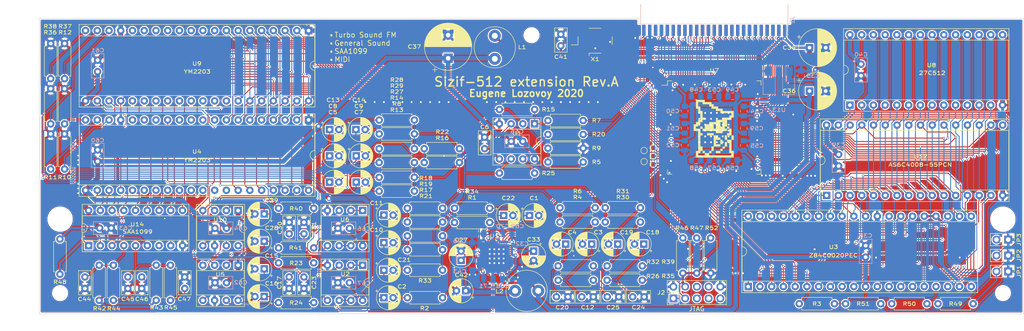
<source format=kicad_pcb>
(kicad_pcb (version 20171130) (host pcbnew "(5.1.4)-1")
  (title_block (title "ZX Sizif-512-ext") (date 2020-05-05) (rev V))
  (layers (0 F.Cu signal) (31 B.Cu signal) (34 B.Paste user hide) (35 F.Paste user hide) (36 B.SilkS user) (37 F.SilkS user) (38 B.Mask user hide) (39 F.Mask user hide) (44 Edge.Cuts user))
  (net 0 "")
  (net 1 GND)
  (net 2 +5V)
  (net 3 +3V3)
  (net 4 /A15)
  (net 5 /A13)
  (net 6 /D7)
  (net 7 /D0)
  (net 8 /D1)
  (net 9 /D2)
  (net 10 /D6)
  (net 11 /D5)
  (net 12 /D3)
  (net 13 /D4)
  (net 14 /~MREQ)
  (net 15 /~IORQ)
  (net 16 /~RD)
  (net 17 /A14)
  (net 18 /A12)
  (net 19 /A0)
  (net 20 /A1)
  (net 21 /A2)
  (net 22 /A3)
  (net 23 /~WR)
  (net 24 /~M1)
  (net 25 /~RFSH)
  (net 26 /A8)
  (net 27 /A10)
  (net 28 /A7)
  (net 29 /A6)
  (net 30 /A4)
  (net 31 /A9)
  (net 32 /A11)
  (net 33 +5VA)
  (net 34 /~IORQGE)
  (net 35 /TCK)
  (net 36 /TDO)
  (net 37 /TMS)
  (net 38 /TDI)
  (net 39 /~RST)
  (net 40 /GA10)
  (net 41 /~GIORQ)
  (net 42 /GA9)
  (net 43 /~GMREQ)
  (net 44 /GA8)
  (net 45 /GA7)
  (net 46 /GA6)
  (net 47 /~GINT)
  (net 48 /GA5)
  (net 49 /GD1)
  (net 50 /GA4)
  (net 51 /GD0)
  (net 52 /GA3)
  (net 53 /GD7)
  (net 54 /GA2)
  (net 55 /GD2)
  (net 56 /GA1)
  (net 57 /GA0)
  (net 58 /GD6)
  (net 59 /GD5)
  (net 60 /GD3)
  (net 61 /~GM1)
  (net 62 /GD4)
  (net 63 /~GRESET)
  (net 64 /GCLK)
  (net 65 /GA15)
  (net 66 /GA14)
  (net 67 /GA13)
  (net 68 /~GWR)
  (net 69 /GA12)
  (net 70 /~GRD)
  (net 71 /GA11)
  (net 72 /YM_M)
  (net 73 /AA0)
  (net 74 /SAA_CLK)
  (net 75 /~SAA_CS)
  (net 76 /~GRAM)
  (net 77 /~GROM)
  (net 78 /A5)
  (net 79 /CLKCPU)
  (net 80 /GMA17)
  (net 81 /GMA18)
  (net 82 /GMA16)
  (net 83 /GMA15)
  (net 84 /CLK32)
  (net 85 /SAA_L)
  (net 86 /SAA_R)
  (net 87 "Net-(C15-Pad1)")
  (net 88 /FM1)
  (net 89 /FM2)
  (net 90 "Net-(C1-Pad2)")
  (net 91 "Net-(C2-Pad2)")
  (net 92 /GCH0)
  (net 93 "Net-(C3-Pad2)")
  (net 94 /GCH1)
  (net 95 "Net-(C4-Pad2)")
  (net 96 "Net-(C5-Pad2)")
  (net 97 "Net-(C6-Pad2)")
  (net 98 "Net-(C7-Pad2)")
  (net 99 "Net-(C8-Pad2)")
  (net 100 "Net-(C9-Pad2)")
  (net 101 "Net-(C10-Pad2)")
  (net 102 "Net-(C13-Pad2)")
  (net 103 /GCH2)
  (net 104 /GCH3)
  (net 105 "Net-(C18-Pad2)")
  (net 106 "Net-(C23-Pad1)")
  (net 107 "Net-(C26-Pad1)")
  (net 108 /MIX_L)
  (net 109 /MIX_R)
  (net 110 "Net-(R1-Pad1)")
  (net 111 "Net-(R23-Pad1)")
  (net 112 /GDAC0)
  (net 113 /GDAC1)
  (net 114 /GDAC2)
  (net 115 /GDAC3)
  (net 116 /BUS0)
  (net 117 /~NMI)
  (net 118 /~INT)
  (net 119 /~ROMCSB)
  (net 120 /~WAIT)
  (net 121 /~BUSRQ)
  (net 122 /~HALT)
  (net 123 /~BUSACK)
  (net 124 /BUS1)
  (net 125 /CFG0)
  (net 126 /CFG1)
  (net 127 /CFG2)
  (net 128 /AD1)
  (net 129 /AD2)
  (net 130 /AD3)
  (net 131 /AD4)
  (net 132 /AD5)
  (net 133 /AD6)
  (net 134 /AD7)
  (net 135 /~AWR)
  (net 136 /~ARD)
  (net 137 /AD0)
  (net 138 /FM_ENA)
  (net 139 +3.3VA)
  (net 140 /MIDI_R)
  (net 141 /MIDI_L)
  (net 142 /MIDI_IN)
  (net 143 /~YM1_CS)
  (net 144 /~YM2_CS)
  (net 145 /MIDI_CLK)
  (net 146 /AY_C2)
  (net 147 /AY_C1)
  (net 148 /AY_B2)
  (net 149 /AY_B1)
  (net 150 /AY_A2)
  (net 151 /AY_A1)
  (net 152 "Net-(TP1-Pad1)")
  (net 153 "Net-(TP2-Pad1)")
  (net 154 "Net-(TP3-Pad1)")
  (net 155 "Net-(TP4-Pad1)")
  (net 156 "Net-(TP5-Pad1)")
  (net 157 "Net-(C11-Pad2)")
  (net 158 "Net-(C14-Pad2)")
  (net 159 "Net-(C16-Pad1)")
  (net 160 "Net-(C19-Pad2)")
  (net 161 "Net-(C21-Pad2)")
  (net 162 "Net-(C22-Pad2)")
  (net 163 "Net-(C28-Pad1)")
  (net 164 "Net-(C29-Pad1)")
  (net 165 "Net-(C31-Pad1)")
  (net 166 "Net-(C32-Pad1)")
  (net 167 "Net-(C44-Pad1)")
  (net 168 "Net-(C45-Pad1)")
  (net 169 "Net-(R15-Pad2)")
  (net 170 "Net-(R19-Pad1)")
  (net 171 "Net-(R20-Pad2)")
  (net 172 "Net-(R24-Pad1)")
  (net 173 "Net-(R40-Pad1)")
  (net 174 "Net-(R41-Pad1)")
  (net 175 "Net-(R48-Pad1)")
  (net 176 "Net-(U4-Pad22)")
  (net 177 "Net-(U4-Pad39)")
  (net 178 "Net-(U10-Pad5)")
  (net 179 "Net-(U10-Pad3)")
  (module Package_DIP:DIP-8_W7.62mm_Socket (layer F.Cu) (at 114.3 107.4 270)
    (fp_text reference U6 (at 1.95 3.85 180) (layer F.SilkS) (effects (font (size 0.8 1))))
    (fp_text value MCP602)
    (pad 8 thru_hole oval (at 7.62 0 270) (size 1.6 1.6) (drill 0.8) (layers *.Cu *.Mask) (net 33 +5VA))
    (pad 4 thru_hole oval (at 0 7.62 270) (size 1.6 1.6) (drill 0.8) (layers *.Cu *.Mask) (net 1 GND))
    (pad 7 thru_hole oval (at 7.62 2.54 270) (size 1.6 1.6) (drill 0.8) (layers *.Cu *.Mask) (net 89 /FM2))
    (pad 3 thru_hole oval (at 0 5.08 270) (size 1.6 1.6) (drill 0.8) (layers *.Cu *.Mask) (net 164 "Net-(C29-Pad1)"))
    (pad 6 thru_hole oval (at 7.62 5.08 270) (size 1.6 1.6) (drill 0.8) (layers *.Cu *.Mask) (net 89 /FM2))
    (pad 2 thru_hole oval (at 0 2.54 270) (size 1.6 1.6) (drill 0.8) (layers *.Cu *.Mask) (net 174 "Net-(R41-Pad1)"))
    (pad 5 thru_hole oval (at 7.62 7.62 270) (size 1.6 1.6) (drill 0.8) (layers *.Cu *.Mask) (net 165 "Net-(C31-Pad1)"))
    (pad 1 thru_hole rect (at 0 0 270) (size 1.6 1.6) (drill 0.8) (layers *.Cu *.Mask) (net 174 "Net-(R41-Pad1)"))
  )
  (module Capacitor_SMD:C_0805_2012Metric_Pad1.15x1.40mm_HandSolder (layer B.Cu) (at 141.5 122.125)
    (fp_text reference C71 (at -0.6 1.65) (layer B.SilkS) (effects (font (size 0.8 1)) (justify mirror)))
    (fp_text value 100n)
    (pad 1 smd roundrect (at -1.025 0) (size 1.15 1.4) (layers B.Cu B.Paste B.Mask) (roundrect_rratio 0.217391) (net 3 +3V3))
    (pad 2 smd roundrect (at 1.025 0) (size 1.15 1.4) (layers B.Cu B.Paste B.Mask) (roundrect_rratio 0.217391) (net 1 GND))
  )
  (module TestPoint:TestPoint_Pad_D1.0mm (layer F.Cu) (at 177.2 97.4)
    (fp_text reference TP5 hide)
    (fp_text value TestPoint)
    (pad 1 smd circle (at 0 0) (size 1 1) (layers F.Cu F.Mask) (net 156 "Net-(TP5-Pad1)"))
  )
  (module TestPoint:TestPoint_Pad_D1.0mm (layer F.Cu) (at 175.2 96.8)
    (fp_text reference TP4 hide)
    (fp_text value TestPoint)
    (pad 1 smd circle (at 0 0) (size 1 1) (layers F.Cu F.Mask) (net 155 "Net-(TP4-Pad1)"))
  )
  (module TestPoint:TestPoint_Pad_D1.0mm (layer F.Cu) (at 177.2 95.6)
    (fp_text reference TP3 hide)
    (fp_text value TestPoint)
    (pad 1 smd circle (at 0 0) (size 1 1) (layers F.Cu F.Mask) (net 154 "Net-(TP3-Pad1)"))
  )
  (module TestPoint:TestPoint_Pad_D1.0mm (layer F.Cu) (at 175.2 94.4)
    (fp_text reference TP2 hide)
    (fp_text value TestPoint)
    (pad 1 smd circle (at 0 0) (size 1 1) (layers F.Cu F.Mask) (net 153 "Net-(TP2-Pad1)"))
  )
  (module TestPoint:TestPoint_Pad_D1.0mm (layer F.Cu) (at 177.2 93.8)
    (fp_text reference TP1 hide)
    (fp_text value TestPoint)
    (pad 1 smd circle (at 0 0) (size 1 1) (layers F.Cu F.Mask) (net 152 "Net-(TP1-Pad1)"))
  )
  (module Capacitor_THT:C_Disc_D5.0mm_W2.5mm_P2.50mm (layer F.Cu) (at 156.225 126.1)
    (fp_text reference C20 (at 1.25 2.3) (layer F.SilkS) (effects (font (size 0.8 1))))
    (fp_text value 1n)
    (pad 2 thru_hole circle (at 2.5 0) (size 1.6 1.6) (drill 0.8) (layers *.Cu *.Mask) (net 1 GND))
    (pad 1 thru_hole circle (at 0 0) (size 1.6 1.6) (drill 0.8) (layers *.Cu *.Mask) (net 94 /GCH1))
  )
  (module Resistor_THT:R_Axial_DIN0207_L6.3mm_D2.5mm_P7.62mm_Horizontal (layer F.Cu) (at 135.25 94 180)
    (fp_text reference R22 (at 3.71 3.63) (layer F.SilkS) (effects (font (size 0.8 1))))
    (fp_text value 47k)
    (pad 2 thru_hole oval (at 7.62 0 180) (size 1.6 1.6) (drill 0.8) (layers *.Cu *.Mask) (net 100 "Net-(C9-Pad2)"))
    (pad 1 thru_hole circle (at 0 0 180) (size 1.6 1.6) (drill 0.8) (layers *.Cu *.Mask) (net 170 "Net-(R19-Pad1)"))
  )
  (module Package_DIP:DIP-40_W15.24mm_Socket (layer F.Cu) (at 102.6 68.4 270)
    (fp_text reference U9 (at 7.17 24.17 180) (layer F.SilkS) (effects (font (size 0.8 1))))
    (fp_text value YM2203)
    (fp_text user %V (at 8.9 24.1) (layer F.SilkS) (effects (font (size 0.8 1))))
    (pad 40 thru_hole oval (at 15.24 0 270) (size 1.6 1.6) (drill 0.8) (layers *.Cu *.Mask) (net 137 /AD0))
    (pad 20 thru_hole oval (at 0 48.26 270) (size 1.6 1.6) (drill 0.8) (layers *.Cu *.Mask) (net 150 /AY_A2))
    (pad 39 thru_hole oval (at 15.24 2.54 270) (size 1.6 1.6) (drill 0.8) (layers *.Cu *.Mask) (net 178 "Net-(U10-Pad5)"))
    (pad 19 thru_hole oval (at 0 45.72 270) (size 1.6 1.6) (drill 0.8) (layers *.Cu *.Mask) (net 148 /AY_B2))
    (pad 38 thru_hole oval (at 15.24 5.08 270) (size 1.6 1.6) (drill 0.8) (layers *.Cu *.Mask) (net 72 /YM_M))
    (pad 18 thru_hole oval (at 0 43.18 270) (size 1.6 1.6) (drill 0.8) (layers *.Cu *.Mask) (net 146 /AY_C2))
    (pad 37 thru_hole oval (at 15.24 7.62 270) (size 1.6 1.6) (drill 0.8) (layers *.Cu *.Mask) (net 73 /AA0))
    (pad 17 thru_hole oval (at 0 40.64 270) (size 1.6 1.6) (drill 0.8) (layers *.Cu *.Mask) (net 1 GND))
    (pad 36 thru_hole oval (at 15.24 10.16 270) (size 1.6 1.6) (drill 0.8) (layers *.Cu *.Mask) (net 136 /~ARD))
    (pad 16 thru_hole oval (at 0 38.1 270) (size 1.6 1.6) (drill 0.8) (layers *.Cu *.Mask))
    (pad 35 thru_hole oval (at 15.24 12.7 270) (size 1.6 1.6) (drill 0.8) (layers *.Cu *.Mask) (net 135 /~AWR))
    (pad 15 thru_hole oval (at 0 35.56 270) (size 1.6 1.6) (drill 0.8) (layers *.Cu *.Mask))
    (pad 34 thru_hole oval (at 15.24 15.24 270) (size 1.6 1.6) (drill 0.8) (layers *.Cu *.Mask) (net 144 /~YM2_CS))
    (pad 14 thru_hole oval (at 0 33.02 270) (size 1.6 1.6) (drill 0.8) (layers *.Cu *.Mask))
    (pad 33 thru_hole oval (at 15.24 17.78 270) (size 1.6 1.6) (drill 0.8) (layers *.Cu *.Mask))
    (pad 13 thru_hole oval (at 0 30.48 270) (size 1.6 1.6) (drill 0.8) (layers *.Cu *.Mask))
    (pad 32 thru_hole oval (at 15.24 20.32 270) (size 1.6 1.6) (drill 0.8) (layers *.Cu *.Mask))
    (pad 12 thru_hole oval (at 0 27.94 270) (size 1.6 1.6) (drill 0.8) (layers *.Cu *.Mask))
    (pad 31 thru_hole oval (at 15.24 22.86 270) (size 1.6 1.6) (drill 0.8) (layers *.Cu *.Mask))
    (pad 11 thru_hole oval (at 0 25.4 270) (size 1.6 1.6) (drill 0.8) (layers *.Cu *.Mask))
    (pad 30 thru_hole oval (at 15.24 25.4 270) (size 1.6 1.6) (drill 0.8) (layers *.Cu *.Mask))
    (pad 10 thru_hole oval (at 0 22.86 270) (size 1.6 1.6) (drill 0.8) (layers *.Cu *.Mask))
    (pad 29 thru_hole oval (at 15.24 27.94 270) (size 1.6 1.6) (drill 0.8) (layers *.Cu *.Mask))
    (pad 9 thru_hole oval (at 0 20.32 270) (size 1.6 1.6) (drill 0.8) (layers *.Cu *.Mask))
    (pad 28 thru_hole oval (at 15.24 30.48 270) (size 1.6 1.6) (drill 0.8) (layers *.Cu *.Mask))
    (pad 8 thru_hole oval (at 0 17.78 270) (size 1.6 1.6) (drill 0.8) (layers *.Cu *.Mask) (net 134 /AD7))
    (pad 27 thru_hole oval (at 15.24 33.02 270) (size 1.6 1.6) (drill 0.8) (layers *.Cu *.Mask))
    (pad 7 thru_hole oval (at 0 15.24 270) (size 1.6 1.6) (drill 0.8) (layers *.Cu *.Mask) (net 133 /AD6))
    (pad 26 thru_hole oval (at 15.24 35.56 270) (size 1.6 1.6) (drill 0.8) (layers *.Cu *.Mask))
    (pad 6 thru_hole oval (at 0 12.7 270) (size 1.6 1.6) (drill 0.8) (layers *.Cu *.Mask) (net 132 /AD5))
    (pad 25 thru_hole oval (at 15.24 38.1 270) (size 1.6 1.6) (drill 0.8) (layers *.Cu *.Mask))
    (pad 5 thru_hole oval (at 0 10.16 270) (size 1.6 1.6) (drill 0.8) (layers *.Cu *.Mask) (net 131 /AD4))
    (pad 24 thru_hole oval (at 15.24 40.64 270) (size 1.6 1.6) (drill 0.8) (layers *.Cu *.Mask) (net 39 /~RST))
    (pad 4 thru_hole oval (at 0 7.62 270) (size 1.6 1.6) (drill 0.8) (layers *.Cu *.Mask) (net 130 /AD3))
    (pad 23 thru_hole oval (at 15.24 43.18 270) (size 1.6 1.6) (drill 0.8) (layers *.Cu *.Mask) (net 173 "Net-(R40-Pad1)"))
    (pad 3 thru_hole oval (at 0 5.08 270) (size 1.6 1.6) (drill 0.8) (layers *.Cu *.Mask) (net 129 /AD2))
    (pad 22 thru_hole oval (at 15.24 45.72 270) (size 1.6 1.6) (drill 0.8) (layers *.Cu *.Mask) (net 179 "Net-(U10-Pad3)"))
    (pad 2 thru_hole oval (at 0 2.54 270) (size 1.6 1.6) (drill 0.8) (layers *.Cu *.Mask) (net 128 /AD1))
    (pad 21 thru_hole oval (at 15.24 48.26 270) (size 1.6 1.6) (drill 0.8) (layers *.Cu *.Mask) (net 33 +5VA))
    (pad 1 thru_hole rect (at 0 0 270) (size 1.6 1.6) (drill 0.8) (layers *.Cu *.Mask) (net 1 GND))
  )
  (module Capacitor_THT:C_Disc_D5.0mm_W2.5mm_P2.50mm (layer B.Cu) (at 217.3 97.745 90)
    (fp_text reference C39 (at 4.545 0 180) (layer B.SilkS) (effects (font (size 0.8 1)) (justify mirror)))
    (fp_text value 100n)
    (pad 2 thru_hole circle (at 2.5 0 90) (size 1.6 1.6) (drill 0.8) (layers *.Cu *.Mask) (net 2 +5V))
    (pad 1 thru_hole circle (at 0 0 90) (size 1.6 1.6) (drill 0.8) (layers *.Cu *.Mask) (net 1 GND))
  )
  (module Capacitor_THT:C_Disc_D5.0mm_W2.5mm_P2.50mm (layer B.Cu) (at 222.15 78.175 90)
    (fp_text reference C40 (at 4.575 0 180) (layer B.SilkS) (effects (font (size 0.8 1)) (justify mirror)))
    (fp_text value 100n)
    (pad 2 thru_hole circle (at 2.5 0 90) (size 1.6 1.6) (drill 0.8) (layers *.Cu *.Mask) (net 2 +5V))
    (pad 1 thru_hole circle (at 0 0 90) (size 1.6 1.6) (drill 0.8) (layers *.Cu *.Mask) (net 1 GND))
  )
  (module Capacitor_THT:C_Disc_D5.0mm_W2.5mm_P2.50mm (layer B.Cu) (at 223.15 115 270)
    (fp_text reference C38 (at -2.15 -0.0008 180) (layer B.SilkS) (effects (font (size 0.8 1)) (justify mirror)))
    (fp_text value 100n)
    (pad 1 thru_hole circle (at 0 0 270) (size 1.6 1.6) (drill 0.8) (layers *.Cu *.Mask) (net 1 GND))
    (pad 2 thru_hole circle (at 2.5 0 270) (size 1.6 1.6) (drill 0.8) (layers *.Cu *.Mask) (net 2 +5V))
  )
  (module Package_DIP:DIP-40_W15.24mm_Socket (layer F.Cu) (at 197.74 123.875 90)
    (fp_text reference U3 (at 8.575 18.46) (layer F.SilkS) (effects (font (size 0.8 1))))
    (fp_text value Z84C0020PEC)
    (fp_text user %V (at 6.748 18.4358 180) (layer F.SilkS) (effects (font (size 0.8 1))))
    (pad 40 thru_hole oval (at 15.24 0 90) (size 1.6 1.6) (drill 0.8) (layers *.Cu *.Mask) (net 40 /GA10))
    (pad 20 thru_hole oval (at 0 48.26 90) (size 1.6 1.6) (drill 0.8) (layers *.Cu *.Mask) (net 41 /~GIORQ))
    (pad 39 thru_hole oval (at 15.24 2.54 90) (size 1.6 1.6) (drill 0.8) (layers *.Cu *.Mask) (net 42 /GA9))
    (pad 19 thru_hole oval (at 0 45.72 90) (size 1.6 1.6) (drill 0.8) (layers *.Cu *.Mask) (net 43 /~GMREQ))
    (pad 38 thru_hole oval (at 15.24 5.08 90) (size 1.6 1.6) (drill 0.8) (layers *.Cu *.Mask) (net 44 /GA8))
    (pad 18 thru_hole oval (at 0 43.18 90) (size 1.6 1.6) (drill 0.8) (layers *.Cu *.Mask))
    (pad 37 thru_hole oval (at 15.24 7.62 90) (size 1.6 1.6) (drill 0.8) (layers *.Cu *.Mask) (net 45 /GA7))
    (pad 17 thru_hole oval (at 0 40.64 90) (size 1.6 1.6) (drill 0.8) (layers *.Cu *.Mask) (net 2 +5V))
    (pad 36 thru_hole oval (at 15.24 10.16 90) (size 1.6 1.6) (drill 0.8) (layers *.Cu *.Mask) (net 46 /GA6))
    (pad 16 thru_hole oval (at 0 38.1 90) (size 1.6 1.6) (drill 0.8) (layers *.Cu *.Mask) (net 47 /~GINT))
    (pad 35 thru_hole oval (at 15.24 12.7 90) (size 1.6 1.6) (drill 0.8) (layers *.Cu *.Mask) (net 48 /GA5))
    (pad 15 thru_hole oval (at 0 35.56 90) (size 1.6 1.6) (drill 0.8) (layers *.Cu *.Mask) (net 49 /GD1))
    (pad 34 thru_hole oval (at 15.24 15.24 90) (size 1.6 1.6) (drill 0.8) (layers *.Cu *.Mask) (net 50 /GA4))
    (pad 14 thru_hole oval (at 0 33.02 90) (size 1.6 1.6) (drill 0.8) (layers *.Cu *.Mask) (net 51 /GD0))
    (pad 33 thru_hole oval (at 15.24 17.78 90) (size 1.6 1.6) (drill 0.8) (layers *.Cu *.Mask) (net 52 /GA3))
    (pad 13 thru_hole oval (at 0 30.48 90) (size 1.6 1.6) (drill 0.8) (layers *.Cu *.Mask) (net 53 /GD7))
    (pad 32 thru_hole oval (at 15.24 20.32 90) (size 1.6 1.6) (drill 0.8) (layers *.Cu *.Mask) (net 54 /GA2))
    (pad 12 thru_hole oval (at 0 27.94 90) (size 1.6 1.6) (drill 0.8) (layers *.Cu *.Mask) (net 55 /GD2))
    (pad 31 thru_hole oval (at 15.24 22.86 90) (size 1.6 1.6) (drill 0.8) (layers *.Cu *.Mask) (net 56 /GA1))
    (pad 11 thru_hole oval (at 0 25.4 90) (size 1.6 1.6) (drill 0.8) (layers *.Cu *.Mask) (net 2 +5V))
    (pad 30 thru_hole oval (at 15.24 25.4 90) (size 1.6 1.6) (drill 0.8) (layers *.Cu *.Mask) (net 57 /GA0))
    (pad 10 thru_hole oval (at 0 22.86 90) (size 1.6 1.6) (drill 0.8) (layers *.Cu *.Mask) (net 58 /GD6))
    (pad 29 thru_hole oval (at 15.24 27.94 90) (size 1.6 1.6) (drill 0.8) (layers *.Cu *.Mask) (net 1 GND))
    (pad 9 thru_hole oval (at 0 20.32 90) (size 1.6 1.6) (drill 0.8) (layers *.Cu *.Mask) (net 59 /GD5))
    (pad 28 thru_hole oval (at 15.24 30.48 90) (size 1.6 1.6) (drill 0.8) (layers *.Cu *.Mask))
    (pad 8 thru_hole oval (at 0 17.78 90) (size 1.6 1.6) (drill 0.8) (layers *.Cu *.Mask) (net 60 /GD3))
    (pad 27 thru_hole oval (at 15.24 33.02 90) (size 1.6 1.6) (drill 0.8) (layers *.Cu *.Mask) (net 61 /~GM1))
    (pad 7 thru_hole oval (at 0 15.24 90) (size 1.6 1.6) (drill 0.8) (layers *.Cu *.Mask) (net 62 /GD4))
    (pad 26 thru_hole oval (at 15.24 35.56 90) (size 1.6 1.6) (drill 0.8) (layers *.Cu *.Mask) (net 63 /~GRESET))
    (pad 6 thru_hole oval (at 0 12.7 90) (size 1.6 1.6) (drill 0.8) (layers *.Cu *.Mask) (net 64 /GCLK))
    (pad 25 thru_hole oval (at 15.24 38.1 90) (size 1.6 1.6) (drill 0.8) (layers *.Cu *.Mask) (net 2 +5V))
    (pad 5 thru_hole oval (at 0 10.16 90) (size 1.6 1.6) (drill 0.8) (layers *.Cu *.Mask) (net 65 /GA15))
    (pad 24 thru_hole oval (at 15.24 40.64 90) (size 1.6 1.6) (drill 0.8) (layers *.Cu *.Mask) (net 2 +5V))
    (pad 4 thru_hole oval (at 0 7.62 90) (size 1.6 1.6) (drill 0.8) (layers *.Cu *.Mask) (net 66 /GA14))
    (pad 23 thru_hole oval (at 15.24 43.18 90) (size 1.6 1.6) (drill 0.8) (layers *.Cu *.Mask))
    (pad 3 thru_hole oval (at 0 5.08 90) (size 1.6 1.6) (drill 0.8) (layers *.Cu *.Mask) (net 67 /GA13))
    (pad 22 thru_hole oval (at 15.24 45.72 90) (size 1.6 1.6) (drill 0.8) (layers *.Cu *.Mask) (net 68 /~GWR))
    (pad 2 thru_hole oval (at 0 2.54 90) (size 1.6 1.6) (drill 0.8) (layers *.Cu *.Mask) (net 69 /GA12))
    (pad 21 thru_hole oval (at 15.24 48.26 90) (size 1.6 1.6) (drill 0.8) (layers *.Cu *.Mask) (net 70 /~GRD))
    (pad 1 thru_hole rect (at 0 0 90) (size 1.6 1.6) (drill 0.8) (layers *.Cu *.Mask) (net 71 /GA11))
  )
  (module Inductor_THT:L_Radial_D8.7mm_P5.00mm_Fastron_07HCP (layer F.Cu) (at 152.3 124.8 180)
    (fp_text reference L2 (at 8.4 -0.1) (layer F.SilkS) (effects (font (size 0.8 1))))
    (fp_text value 220u/0.2A)
    (pad 2 thru_hole circle (at 5 0 180) (size 2.6 2.6) (drill 1.3) (layers *.Cu *.Mask) (net 139 +3.3VA))
    (pad 1 thru_hole circle (at 0 0 180) (size 2.6 2.6) (drill 1.3) (layers *.Cu *.Mask) (net 3 +3V3))
  )
  (module Capacitor_SMD:C_0805_2012Metric_Pad1.15x1.40mm_HandSolder (layer B.Cu) (at 138.025 119.2 270)
    (fp_text reference C43 (at 1.4 2.725 180) (layer B.SilkS) (effects (font (size 0.8 1)) (justify mirror)))
    (fp_text value 100n)
    (pad 2 smd roundrect (at 1.025 0 270) (size 1.15 1.4) (layers B.Cu B.Paste B.Mask) (roundrect_rratio 0.217391) (net 1 GND))
    (pad 1 smd roundrect (at -1.025 0 270) (size 1.15 1.4) (layers B.Cu B.Paste B.Mask) (roundrect_rratio 0.217391) (net 139 +3.3VA))
  )
  (module Resistor_THT:R_Axial_DIN0207_L6.3mm_D2.5mm_P7.62mm_Horizontal (layer F.Cu) (at 134.18 106.9)
    (fp_text reference R34 (at 3.81 -3.6) (layer F.SilkS) (effects (font (size 0.8 1))))
    (fp_text value 24k)
    (pad 2 thru_hole oval (at 7.62 0) (size 1.6 1.6) (drill 0.8) (layers *.Cu *.Mask) (net 162 "Net-(C22-Pad2)"))
    (pad 1 thru_hole circle (at 0 0) (size 1.6 1.6) (drill 0.8) (layers *.Cu *.Mask) (net 170 "Net-(R19-Pad1)"))
  )
  (module Resistor_THT:R_Axial_DIN0207_L6.3mm_D2.5mm_P7.62mm_Horizontal (layer F.Cu) (at 134.18 110)
    (fp_text reference R1 (at 3.82 -5.4) (layer F.SilkS) (effects (font (size 0.8 1))))
    (fp_text value 24k)
    (pad 2 thru_hole oval (at 7.62 0) (size 1.6 1.6) (drill 0.8) (layers *.Cu *.Mask) (net 90 "Net-(C1-Pad2)"))
    (pad 1 thru_hole circle (at 0 0) (size 1.6 1.6) (drill 0.8) (layers *.Cu *.Mask) (net 110 "Net-(R1-Pad1)"))
  )
  (module Capacitor_SMD:C_0805_2012Metric_Pad1.15x1.40mm_HandSolder (layer B.Cu) (at 141.5 112.425 180)
    (fp_text reference C70 (at -3.1 1.625) (layer B.SilkS) (effects (font (size 0.8 1)) (justify mirror)))
    (fp_text value 100n)
    (pad 2 smd roundrect (at 1.025 0 180) (size 1.15 1.4) (layers B.Cu B.Paste B.Mask) (roundrect_rratio 0.217391) (net 1 GND))
    (pad 1 smd roundrect (at -1.025 0 180) (size 1.15 1.4) (layers B.Cu B.Paste B.Mask) (roundrect_rratio 0.217391) (net 3 +3V3))
  )
  (module Capacitor_SMD:C_0805_2012Metric_Pad1.15x1.40mm_HandSolder (layer B.Cu) (at 145.6 112.425 180)
    (fp_text reference C69 (at -2.2 1.625) (layer B.SilkS) (effects (font (size 0.8 1)) (justify mirror)))
    (fp_text value 100n)
    (pad 2 smd roundrect (at 1.025 0 180) (size 1.15 1.4) (layers B.Cu B.Paste B.Mask) (roundrect_rratio 0.217391) (net 1 GND))
    (pad 1 smd roundrect (at -1.025 0 180) (size 1.15 1.4) (layers B.Cu B.Paste B.Mask) (roundrect_rratio 0.217391) (net 3 +3V3))
  )
  (module Capacitor_SMD:C_0805_2012Metric_Pad1.15x1.40mm_HandSolder (layer B.Cu) (at 145.6 122.125)
    (fp_text reference C68 (at -1 1.65) (layer B.SilkS) (effects (font (size 0.8 1)) (justify mirror)))
    (fp_text value 100n)
    (pad 1 smd roundrect (at -1.025 0) (size 1.15 1.4) (layers B.Cu B.Paste B.Mask) (roundrect_rratio 0.217391) (net 3 +3V3))
    (pad 2 smd roundrect (at 1.025 0) (size 1.15 1.4) (layers B.Cu B.Paste B.Mask) (roundrect_rratio 0.217391) (net 1 GND))
  )
  (module Capacitor_SMD:C_0805_2012Metric_Pad1.15x1.40mm_HandSolder (layer B.Cu) (at 138.025 115.425 90)
    (fp_text reference C26 (at 1.425 -2.725 180) (layer B.SilkS) (effects (font (size 0.8 1)) (justify mirror)))
    (fp_text value 100n)
    (pad 2 smd roundrect (at 1.025 0 90) (size 1.15 1.4) (layers B.Cu B.Paste B.Mask) (roundrect_rratio 0.217391) (net 1 GND))
    (pad 1 smd roundrect (at -1.025 0 90) (size 1.15 1.4) (layers B.Cu B.Paste B.Mask) (roundrect_rratio 0.217391) (net 107 "Net-(C26-Pad1)"))
  )
  (module Capacitor_THT:CP_Radial_D5.0mm_P2.00mm (layer F.Cu) (at 136.6 124.8 180)
    (fp_text reference C42 (at 0.925 3.4) (layer F.SilkS) (effects (font (size 0.8 1))))
    (fp_text value 47u/16V)
    (pad 2 thru_hole circle (at 2 0 180) (size 1.6 1.6) (drill 0.8) (layers *.Cu *.Mask) (net 1 GND))
    (pad 1 thru_hole rect (at 0 0 180) (size 1.6 1.6) (drill 0.8) (layers *.Cu *.Mask) (net 139 +3.3VA))
  )
  (module Capacitor_THT:CP_Radial_D5.0mm_P2.00mm (layer F.Cu) (at 144.814888 108.475)
    (fp_text reference C22 (at 1 -3.75) (layer F.SilkS) (effects (font (size 0.8 1))))
    (fp_text value 10u/16V)
    (pad 2 thru_hole circle (at 2 0) (size 1.6 1.6) (drill 0.8) (layers *.Cu *.Mask) (net 162 "Net-(C22-Pad2)"))
    (pad 1 thru_hole rect (at 0 0) (size 1.6 1.6) (drill 0.8) (layers *.Cu *.Mask) (net 140 /MIDI_R))
  )
  (module Capacitor_THT:CP_Radial_D5.0mm_P2.00mm (layer F.Cu) (at 150.4 108.475)
    (fp_text reference C1 (at 1 -3.75) (layer F.SilkS) (effects (font (size 0.8 1))))
    (fp_text value 10u/16V)
    (pad 2 thru_hole circle (at 2 0) (size 1.6 1.6) (drill 0.8) (layers *.Cu *.Mask) (net 90 "Net-(C1-Pad2)"))
    (pad 1 thru_hole rect (at 0 0) (size 1.6 1.6) (drill 0.8) (layers *.Cu *.Mask) (net 141 /MIDI_L))
  )
  (module Package_DFN_QFN:QFN-48-1EP_6x6mm_P0.4mm_EP4.2x4.2mm (layer F.Cu) (at 143.27 117.28)
    (fp_text reference U11 (at 0 -4.32) (layer F.SilkS) (effects (font (size 0.8 1))))
    (fp_text value SAM2695)
    (pad 48 smd roundrect (at -2.2 -2.95) (size 0.2 0.85) (layers F.Cu F.Paste F.Mask) (net 1 GND))
    (pad 47 smd roundrect (at -1.8 -2.95) (size 0.2 0.85) (layers F.Cu F.Paste F.Mask) (net 3 +3V3))
    (pad 46 smd roundrect (at -1.4 -2.95) (size 0.2 0.85) (layers F.Cu F.Paste F.Mask) (net 3 +3V3))
    (pad 45 smd roundrect (at -1 -2.95) (size 0.2 0.85) (layers F.Cu F.Paste F.Mask) (net 1 GND))
    (pad 44 smd roundrect (at -0.6 -2.95) (size 0.2 0.85) (layers F.Cu F.Paste F.Mask))
    (pad 43 smd roundrect (at -0.2 -2.95) (size 0.2 0.85) (layers F.Cu F.Paste F.Mask))
    (pad 42 smd roundrect (at 0.2 -2.95) (size 0.2 0.85) (layers F.Cu F.Paste F.Mask))
    (pad 41 smd roundrect (at 0.6 -2.95) (size 0.2 0.85) (layers F.Cu F.Paste F.Mask) (net 3 +3V3))
    (pad 40 smd roundrect (at 1 -2.95) (size 0.2 0.85) (layers F.Cu F.Paste F.Mask))
    (pad 39 smd roundrect (at 1.4 -2.95) (size 0.2 0.85) (layers F.Cu F.Paste F.Mask) (net 145 /MIDI_CLK))
    (pad 38 smd roundrect (at 1.8 -2.95) (size 0.2 0.85) (layers F.Cu F.Paste F.Mask) (net 39 /~RST))
    (pad 37 smd roundrect (at 2.2 -2.95) (size 0.2 0.85) (layers F.Cu F.Paste F.Mask))
    (pad 36 smd roundrect (at 2.95 -2.2) (size 0.85 0.2) (layers F.Cu F.Paste F.Mask) (net 1 GND))
    (pad 35 smd roundrect (at 2.95 -1.8) (size 0.85 0.2) (layers F.Cu F.Paste F.Mask) (net 3 +3V3))
    (pad 34 smd roundrect (at 2.95 -1.4) (size 0.85 0.2) (layers F.Cu F.Paste F.Mask) (net 166 "Net-(C32-Pad1)"))
    (pad 33 smd roundrect (at 2.95 -1) (size 0.85 0.2) (layers F.Cu F.Paste F.Mask))
    (pad 32 smd roundrect (at 2.95 -0.6) (size 0.85 0.2) (layers F.Cu F.Paste F.Mask))
    (pad 31 smd roundrect (at 2.95 -0.2) (size 0.85 0.2) (layers F.Cu F.Paste F.Mask) (net 3 +3V3))
    (pad 30 smd roundrect (at 2.95 0.2) (size 0.85 0.2) (layers F.Cu F.Paste F.Mask))
    (pad 29 smd roundrect (at 2.95 0.6) (size 0.85 0.2) (layers F.Cu F.Paste F.Mask))
    (pad 28 smd roundrect (at 2.95 1) (size 0.85 0.2) (layers F.Cu F.Paste F.Mask))
    (pad 27 smd roundrect (at 2.95 1.4) (size 0.85 0.2) (layers F.Cu F.Paste F.Mask))
    (pad 26 smd roundrect (at 2.95 1.8) (size 0.85 0.2) (layers F.Cu F.Paste F.Mask))
    (pad 25 smd roundrect (at 2.95 2.2) (size 0.85 0.2) (layers F.Cu F.Paste F.Mask) (net 1 GND))
    (pad 24 smd roundrect (at 2.2 2.95) (size 0.2 0.85) (layers F.Cu F.Paste F.Mask))
    (pad 23 smd roundrect (at 1.8 2.95) (size 0.2 0.85) (layers F.Cu F.Paste F.Mask))
    (pad 22 smd roundrect (at 1.4 2.95) (size 0.2 0.85) (layers F.Cu F.Paste F.Mask))
    (pad 21 smd roundrect (at 1 2.95) (size 0.2 0.85) (layers F.Cu F.Paste F.Mask))
    (pad 20 smd roundrect (at 0.6 2.95) (size 0.2 0.85) (layers F.Cu F.Paste F.Mask) (net 3 +3V3))
    (pad 19 smd roundrect (at 0.2 2.95) (size 0.2 0.85) (layers F.Cu F.Paste F.Mask))
    (pad 18 smd roundrect (at -0.2 2.95) (size 0.2 0.85) (layers F.Cu F.Paste F.Mask) (net 1 GND))
    (pad 17 smd roundrect (at -0.6 2.95) (size 0.2 0.85) (layers F.Cu F.Paste F.Mask))
    (pad 16 smd roundrect (at -1 2.95) (size 0.2 0.85) (layers F.Cu F.Paste F.Mask) (net 142 /MIDI_IN))
    (pad 15 smd roundrect (at -1.4 2.95) (size 0.2 0.85) (layers F.Cu F.Paste F.Mask) (net 1 GND))
    (pad 14 smd roundrect (at -1.8 2.95) (size 0.2 0.85) (layers F.Cu F.Paste F.Mask) (net 1 GND))
    (pad 13 smd roundrect (at -2.2 2.95) (size 0.2 0.85) (layers F.Cu F.Paste F.Mask) (net 1 GND))
    (pad 12 smd roundrect (at -2.95 2.2) (size 0.85 0.2) (layers F.Cu F.Paste F.Mask) (net 3 +3V3))
    (pad 11 smd roundrect (at -2.95 1.8) (size 0.85 0.2) (layers F.Cu F.Paste F.Mask) (net 3 +3V3))
    (pad 10 smd roundrect (at -2.95 1.4) (size 0.85 0.2) (layers F.Cu F.Paste F.Mask) (net 1 GND))
    (pad 9 smd roundrect (at -2.95 1) (size 0.85 0.2) (layers F.Cu F.Paste F.Mask) (net 1 GND))
    (pad 8 smd roundrect (at -2.95 0.6) (size 0.85 0.2) (layers F.Cu F.Paste F.Mask) (net 3 +3V3))
    (pad 7 smd roundrect (at -2.95 0.2) (size 0.85 0.2) (layers F.Cu F.Paste F.Mask) (net 1 GND))
    (pad 6 smd roundrect (at -2.95 -0.2) (size 0.85 0.2) (layers F.Cu F.Paste F.Mask) (net 139 +3.3VA))
    (pad 5 smd roundrect (at -2.95 -0.6) (size 0.85 0.2) (layers F.Cu F.Paste F.Mask) (net 107 "Net-(C26-Pad1)"))
    (pad 4 smd roundrect (at -2.95 -1) (size 0.85 0.2) (layers F.Cu F.Paste F.Mask) (net 1 GND))
    (pad 3 smd roundrect (at -2.95 -1.4) (size 0.85 0.2) (layers F.Cu F.Paste F.Mask))
    (pad 2 smd roundrect (at -2.95 -1.8) (size 0.85 0.2) (layers F.Cu F.Paste F.Mask) (net 140 /MIDI_R))
    (pad 1 smd roundrect (at -2.95 -2.2) (size 0.85 0.2) (layers F.Cu F.Paste F.Mask) (net 141 /MIDI_L))
    (pad 49 smd roundrect (at 0 0) (size 4.2 4.2) (layers F.Cu F.Mask) (roundrect_rratio 0.059524) (net 1 GND))
  )
  (module Capacitor_THT:CP_Radial_D5.0mm_P2.00mm (layer F.Cu) (at 151.3 116.2 270)
    (fp_text reference C33 (at -2.5 0 180) (layer F.SilkS) (effects (font (size 0.8 1))))
    (fp_text value 10u/16V)
    (pad 2 thru_hole circle (at 2 0 270) (size 1.6 1.6) (drill 0.8) (layers *.Cu *.Mask) (net 1 GND))
    (pad 1 thru_hole rect (at 0 0 270) (size 1.6 1.6) (drill 0.8) (layers *.Cu *.Mask) (net 166 "Net-(C32-Pad1)"))
  )
  (module Capacitor_SMD:C_0805_2012Metric_Pad1.15x1.40mm_HandSolder (layer B.Cu) (at 148.8 117.275 270)
    (fp_text reference C32 (at -2.675 0 180) (layer B.SilkS) (effects (font (size 0.8 1)) (justify mirror)))
    (fp_text value 100n)
    (pad 2 smd roundrect (at 1.025 0 270) (size 1.15 1.4) (layers B.Cu B.Paste B.Mask) (roundrect_rratio 0.217391) (net 1 GND))
    (pad 1 smd roundrect (at -1.025 0 270) (size 1.15 1.4) (layers B.Cu B.Paste B.Mask) (roundrect_rratio 0.217391) (net 166 "Net-(C32-Pad1)"))
  )
  (module Capacitor_THT:CP_Radial_D5.0mm_P2.00mm (layer F.Cu) (at 135.6 118.2 90)
    (fp_text reference C27 (at 4.4 0 180) (layer F.SilkS) (effects (font (size 0.8 1))))
    (fp_text value 10u/16V)
    (pad 2 thru_hole circle (at 2 0 90) (size 1.6 1.6) (drill 0.8) (layers *.Cu *.Mask) (net 1 GND))
    (pad 1 thru_hole rect (at 0 0 90) (size 1.6 1.6) (drill 0.8) (layers *.Cu *.Mask) (net 107 "Net-(C26-Pad1)"))
  )
  (module Resistor_THT:R_Axial_DIN0207_L6.3mm_D2.5mm_P7.62mm_Horizontal (layer F.Cu) (at 218.8 127.6)
    (fp_text reference R51 (at 3.81 0.03) (layer F.SilkS) (effects (font (size 0.8 1))))
    (fp_text value 10k)
    (pad 2 thru_hole oval (at 7.62 0) (size 1.6 1.6) (drill 0.8) (layers *.Cu *.Mask) (net 127 /CFG2))
    (pad 1 thru_hole circle (at 0 0) (size 1.6 1.6) (drill 0.8) (layers *.Cu *.Mask) (net 2 +5V))
  )
  (module Resistor_THT:R_Axial_DIN0207_L6.3mm_D2.5mm_P7.62mm_Horizontal (layer F.Cu) (at 228.8 127.6)
    (fp_text reference R50 (at 3.81 0.03) (layer F.SilkS) (effects (font (size 0.8 1))))
    (fp_text value 10k)
    (pad 2 thru_hole oval (at 7.62 0) (size 1.6 1.6) (drill 0.8) (layers *.Cu *.Mask) (net 126 /CFG1))
    (pad 1 thru_hole circle (at 0 0) (size 1.6 1.6) (drill 0.8) (layers *.Cu *.Mask) (net 2 +5V))
  )
  (module Resistor_THT:R_Axial_DIN0207_L6.3mm_D2.5mm_P7.62mm_Horizontal (layer F.Cu) (at 238.8 127.6)
    (fp_text reference R49 (at 3.81 0.03) (layer F.SilkS) (effects (font (size 0.8 1))))
    (fp_text value 10k)
    (pad 2 thru_hole oval (at 7.62 0) (size 1.6 1.6) (drill 0.8) (layers *.Cu *.Mask) (net 125 /CFG0))
    (pad 1 thru_hole circle (at 0 0) (size 1.6 1.6) (drill 0.8) (layers *.Cu *.Mask) (net 2 +5V))
  )
  (module Connector_PinHeader_2.54mm:PinHeader_1x02_P2.54mm_Vertical (layer F.Cu) (at 254 113.7 270)
    (fp_text reference JP3 (at 0 -2.33 90) (layer F.SilkS) (effects (font (size 0.8 1))))
    (fp_text value "Jumper / Pin header 1x2 Pitch=2.54mm")
    (pad 2 thru_hole oval (at 0 2.54 270) (size 1.7 1.7) (drill 1) (layers *.Cu *.Mask) (net 127 /CFG2))
    (pad 1 thru_hole rect (at 0 0 270) (size 1.7 1.7) (drill 1) (layers *.Cu *.Mask) (net 1 GND))
  )
  (module Connector_PinHeader_2.54mm:PinHeader_1x02_P2.54mm_Vertical (layer F.Cu) (at 254 117.15 270)
    (fp_text reference JP2 (at 0 -2.33 90) (layer F.SilkS) (effects (font (size 0.8 1))))
    (fp_text value "Jumper / Pin header 1x2 Pitch=2.54mm")
    (pad 2 thru_hole oval (at 0 2.54 270) (size 1.7 1.7) (drill 1) (layers *.Cu *.Mask) (net 126 /CFG1))
    (pad 1 thru_hole rect (at 0 0 270) (size 1.7 1.7) (drill 1) (layers *.Cu *.Mask) (net 1 GND))
  )
  (module Connector_PinHeader_2.54mm:PinHeader_1x02_P2.54mm_Vertical (layer F.Cu) (at 254 120.6 270)
    (fp_text reference JP1 (at 0 -2.33 90) (layer F.SilkS) (effects (font (size 0.8 1))))
    (fp_text value "Jumper / Pin header 1x2 Pitch=2.54mm")
    (pad 2 thru_hole oval (at 0 2.54 270) (size 1.7 1.7) (drill 1) (layers *.Cu *.Mask) (net 125 /CFG0))
    (pad 1 thru_hole rect (at 0 0 270) (size 1.7 1.7) (drill 1) (layers *.Cu *.Mask) (net 1 GND))
  )
  (module Resistor_THT:R_Axial_DIN0207_L6.3mm_D2.5mm_P7.62mm_Horizontal (layer F.Cu) (at 189.6 113.35 270)
    (fp_text reference R52 (at -2.15 -0.2 180) (layer F.SilkS) (effects (font (size 0.8 1))))
    (fp_text value 10k)
    (pad 2 thru_hole oval (at 7.62 0 270) (size 1.6 1.6) (drill 0.8) (layers *.Cu *.Mask) (net 1 GND))
    (pad 1 thru_hole circle (at 0 0 270) (size 1.6 1.6) (drill 0.8) (layers *.Cu *.Mask) (net 35 /TCK))
  )
  (module Resistor_THT:R_Axial_DIN0207_L6.3mm_D2.5mm_P7.62mm_Horizontal (layer F.Cu) (at 186.6 113.35 270)
    (fp_text reference R47 (at -2.15 0 180) (layer F.SilkS) (effects (font (size 0.8 1))))
    (fp_text value 10k)
    (pad 2 thru_hole oval (at 7.62 0 270) (size 1.6 1.6) (drill 0.8) (layers *.Cu *.Mask) (net 3 +3V3))
    (pad 1 thru_hole circle (at 0 0 270) (size 1.6 1.6) (drill 0.8) (layers *.Cu *.Mask) (net 37 /TMS))
  )
  (module Resistor_THT:R_Axial_DIN0207_L6.3mm_D2.5mm_P7.62mm_Horizontal (layer F.Cu) (at 183.6 113.35 270)
    (fp_text reference R46 (at -2.15 0.2) (layer F.SilkS) (effects (font (size 0.8 1))))
    (fp_text value 10k)
    (pad 2 thru_hole oval (at 7.62 0 270) (size 1.6 1.6) (drill 0.8) (layers *.Cu *.Mask) (net 3 +3V3))
    (pad 1 thru_hole circle (at 0 0 270) (size 1.6 1.6) (drill 0.8) (layers *.Cu *.Mask) (net 38 /TDI))
  )
  (module Resistor_THT:R_Axial_DIN0207_L6.3mm_D2.5mm_P7.62mm_Horizontal (layer F.Cu) (at 162.02 90.9 180)
    (fp_text reference R20 (at -3.356191 0) (layer F.SilkS) (effects (font (size 0.8 1))))
    (fp_text value 2.2k)
    (pad 2 thru_hole oval (at 7.62 0 180) (size 1.6 1.6) (drill 0.8) (layers *.Cu *.Mask) (net 171 "Net-(R20-Pad2)"))
    (pad 1 thru_hole circle (at 0 0 180) (size 1.6 1.6) (drill 0.8) (layers *.Cu *.Mask) (net 109 /MIX_R))
  )
  (module Resistor_THT:R_Axial_DIN0207_L6.3mm_D2.5mm_P7.62mm_Horizontal (layer F.Cu) (at 143.9 85.5)
    (fp_text reference R15 (at 10.6 0) (layer F.SilkS) (effects (font (size 0.8 1))))
    (fp_text value 10k)
    (pad 2 thru_hole oval (at 7.62 0) (size 1.6 1.6) (drill 0.8) (layers *.Cu *.Mask) (net 169 "Net-(R15-Pad2)"))
    (pad 1 thru_hole circle (at 0 0) (size 1.6 1.6) (drill 0.8) (layers *.Cu *.Mask) (net 110 "Net-(R1-Pad1)"))
  )
  (module Resistor_THT:R_Axial_DIN0207_L6.3mm_D2.5mm_P7.62mm_Horizontal (layer F.Cu) (at 154.4 93.9)
    (fp_text reference R9 (at 10.5 0) (layer F.SilkS) (effects (font (size 0.8 1))))
    (fp_text value 27k)
    (pad 2 thru_hole oval (at 7.62 0) (size 1.6 1.6) (drill 0.8) (layers *.Cu *.Mask) (net 1 GND))
    (pad 1 thru_hole circle (at 0 0) (size 1.6 1.6) (drill 0.8) (layers *.Cu *.Mask) (net 97 "Net-(C6-Pad2)"))
  )
  (module Resistor_THT:R_Axial_DIN0207_L6.3mm_D2.5mm_P7.62mm_Horizontal (layer F.Cu) (at 162.02 87.9 180)
    (fp_text reference R7 (at -2.88 0) (layer F.SilkS) (effects (font (size 0.8 1))))
    (fp_text value 2.2k)
    (pad 2 thru_hole oval (at 7.62 0 180) (size 1.6 1.6) (drill 0.8) (layers *.Cu *.Mask) (net 169 "Net-(R15-Pad2)"))
    (pad 1 thru_hole circle (at 0 0 180) (size 1.6 1.6) (drill 0.8) (layers *.Cu *.Mask) (net 108 /MIX_L))
  )
  (module Resistor_THT:R_Axial_DIN0207_L6.3mm_D2.5mm_P7.62mm_Horizontal (layer F.Cu) (at 154.4 96.9)
    (fp_text reference R5 (at 10.5 0) (layer F.SilkS) (effects (font (size 0.8 1))))
    (fp_text value 47k)
    (pad 2 thru_hole oval (at 7.62 0) (size 1.6 1.6) (drill 0.8) (layers *.Cu *.Mask) (net 33 +5VA))
    (pad 1 thru_hole circle (at 0 0) (size 1.6 1.6) (drill 0.8) (layers *.Cu *.Mask) (net 97 "Net-(C6-Pad2)"))
  )
  (module Resistor_THT:R_Axial_DIN0207_L6.3mm_D2.5mm_P7.62mm_Horizontal (layer F.Cu) (at 125.5 100.2 180)
    (fp_text reference R8 (at 3.81 15.906) (layer F.SilkS) (effects (font (size 0.8 1))))
    (fp_text value 24k)
    (pad 2 thru_hole oval (at 7.62 0 180) (size 1.6 1.6) (drill 0.8) (layers *.Cu *.Mask) (net 96 "Net-(C5-Pad2)"))
    (pad 1 thru_hole circle (at 0 0 180) (size 1.6 1.6) (drill 0.8) (layers *.Cu *.Mask) (net 110 "Net-(R1-Pad1)"))
  )
  (module Resistor_THT:R_Axial_DIN0207_L6.3mm_D2.5mm_P7.62mm_Horizontal (layer F.Cu) (at 125.5 103.2 180)
    (fp_text reference R13 (at 3.81 17.6) (layer F.SilkS) (effects (font (size 0.8 1))))
    (fp_text value 24k)
    (pad 2 thru_hole oval (at 7.62 0 180) (size 1.6 1.6) (drill 0.8) (layers *.Cu *.Mask) (net 98 "Net-(C7-Pad2)"))
    (pad 1 thru_hole circle (at 0 0 180) (size 1.6 1.6) (drill 0.8) (layers *.Cu *.Mask) (net 110 "Net-(R1-Pad1)"))
  )
  (module Resistor_THT:R_Axial_DIN0207_L6.3mm_D2.5mm_P7.62mm_Horizontal (layer F.Cu) (at 125.5 97 180)
    (fp_text reference R14 (at 3.81 14.012) (layer F.SilkS) (effects (font (size 0.8 1))))
    (fp_text value 47k)
    (pad 2 thru_hole oval (at 7.62 0 180) (size 1.6 1.6) (drill 0.8) (layers *.Cu *.Mask) (net 99 "Net-(C8-Pad2)"))
    (pad 1 thru_hole circle (at 0 0 180) (size 1.6 1.6) (drill 0.8) (layers *.Cu *.Mask) (net 110 "Net-(R1-Pad1)"))
  )
  (module Resistor_THT:R_Axial_DIN0207_L6.3mm_D2.5mm_P7.62mm_Horizontal (layer F.Cu) (at 135.25 97 180)
    (fp_text reference R16 (at 3.71 5.3) (layer F.SilkS) (effects (font (size 0.8 1))))
    (fp_text value 47k)
    (pad 2 thru_hole oval (at 7.62 0 180) (size 1.6 1.6) (drill 0.8) (layers *.Cu *.Mask) (net 100 "Net-(C9-Pad2)"))
    (pad 1 thru_hole circle (at 0 0 180) (size 1.6 1.6) (drill 0.8) (layers *.Cu *.Mask) (net 110 "Net-(R1-Pad1)"))
  )
  (module Resistor_THT:R_Axial_DIN0207_L6.3mm_D2.5mm_P7.62mm_Horizontal (layer F.Cu) (at 125.500712 94 180)
    (fp_text reference R27 (at 3.81 12.318) (layer F.SilkS) (effects (font (size 0.8 1))))
    (fp_text value 47k)
    (pad 2 thru_hole oval (at 7.62 0 180) (size 1.6 1.6) (drill 0.8) (layers *.Cu *.Mask) (net 99 "Net-(C8-Pad2)"))
    (pad 1 thru_hole circle (at 0 0 180) (size 1.6 1.6) (drill 0.8) (layers *.Cu *.Mask) (net 170 "Net-(R19-Pad1)"))
  )
  (module Resistor_THT:R_Axial_DIN0207_L6.3mm_D2.5mm_P7.62mm_Horizontal (layer F.Cu) (at 125.5 90.8 180)
    (fp_text reference R29 (at 3.81 10.424) (layer F.SilkS) (effects (font (size 0.8 1))))
    (fp_text value 24k)
    (pad 2 thru_hole oval (at 7.62 0 180) (size 1.6 1.6) (drill 0.8) (layers *.Cu *.Mask) (net 158 "Net-(C14-Pad2)"))
    (pad 1 thru_hole circle (at 0 0 180) (size 1.6 1.6) (drill 0.8) (layers *.Cu *.Mask) (net 170 "Net-(R19-Pad1)"))
  )
  (module Resistor_THT:R_Axial_DIN0207_L6.3mm_D2.5mm_P7.62mm_Horizontal (layer F.Cu) (at 125.5 87.8 180)
    (fp_text reference R28 (at 3.81 8.7) (layer F.SilkS) (effects (font (size 0.8 1))))
    (fp_text value 24k)
    (pad 2 thru_hole oval (at 7.62 0 180) (size 1.6 1.6) (drill 0.8) (layers *.Cu *.Mask) (net 102 "Net-(C13-Pad2)"))
    (pad 1 thru_hole circle (at 0 0 180) (size 1.6 1.6) (drill 0.8) (layers *.Cu *.Mask) (net 170 "Net-(R19-Pad1)"))
  )
  (module Resistor_THT:R_Axial_DIN0207_L6.3mm_D2.5mm_P7.62mm_Horizontal (layer F.Cu) (at 96.1 106.9)
    (fp_text reference R40 (at 3.8 0.1) (layer F.SilkS) (effects (font (size 0.8 1))))
    (fp_text value 1k)
    (pad 2 thru_hole oval (at 7.62 0) (size 1.6 1.6) (drill 0.8) (layers *.Cu *.Mask) (net 138 /FM_ENA))
    (pad 1 thru_hole circle (at 0 0) (size 1.6 1.6) (drill 0.8) (layers *.Cu *.Mask) (net 173 "Net-(R40-Pad1)"))
  )
  (module Resistor_THT:R_Axial_DIN0207_L6.3mm_D2.5mm_P7.62mm_Horizontal (layer F.Cu) (at 103.72 115.5 180)
    (fp_text reference R41 (at 3.92 0) (layer F.SilkS) (effects (font (size 0.8 1))))
    (fp_text value 470)
    (pad 2 thru_hole oval (at 7.62 0 180) (size 1.6 1.6) (drill 0.8) (layers *.Cu *.Mask) (net 163 "Net-(C28-Pad1)"))
    (pad 1 thru_hole circle (at 0 0 180) (size 1.6 1.6) (drill 0.8) (layers *.Cu *.Mask) (net 174 "Net-(R41-Pad1)"))
  )
  (module Resistor_THT:R_Axial_DIN0207_L6.3mm_D2.5mm_P7.62mm_Horizontal (layer F.Cu) (at 96.1 118.75)
    (fp_text reference R23 (at 3.8 0.05) (layer F.SilkS) (effects (font (size 0.8 1))))
    (fp_text value 1k)
    (pad 2 thru_hole oval (at 7.62 0) (size 1.6 1.6) (drill 0.8) (layers *.Cu *.Mask) (net 138 /FM_ENA))
    (pad 1 thru_hole circle (at 0 0) (size 1.6 1.6) (drill 0.8) (layers *.Cu *.Mask) (net 111 "Net-(R23-Pad1)"))
  )
  (module Resistor_THT:R_Axial_DIN0207_L6.3mm_D2.5mm_P7.62mm_Horizontal (layer F.Cu) (at 103.72 127.35 180)
    (fp_text reference R24 (at 3.82 -0.05) (layer F.SilkS) (effects (font (size 0.8 1))))
    (fp_text value 470)
    (pad 2 thru_hole oval (at 7.62 0 180) (size 1.6 1.6) (drill 0.8) (layers *.Cu *.Mask) (net 87 "Net-(C15-Pad1)"))
    (pad 1 thru_hole circle (at 0 0 180) (size 1.6 1.6) (drill 0.8) (layers *.Cu *.Mask) (net 172 "Net-(R24-Pad1)"))
  )
  (module Resistor_THT:R_Axial_DIN0207_L6.3mm_D2.5mm_P7.62mm_Horizontal (layer F.Cu) (at 131.6 120.333332 180)
    (fp_text reference R33 (at 3.81 -2.266668) (layer F.SilkS) (effects (font (size 0.8 1))))
    (fp_text value 10k)
    (pad 2 thru_hole oval (at 7.62 0 180) (size 1.6 1.6) (drill 0.8) (layers *.Cu *.Mask) (net 161 "Net-(C21-Pad2)"))
    (pad 1 thru_hole circle (at 0 0 180) (size 1.6 1.6) (drill 0.8) (layers *.Cu *.Mask) (net 170 "Net-(R19-Pad1)"))
  )
  (module Resistor_THT:R_Axial_DIN0207_L6.3mm_D2.5mm_P7.62mm_Horizontal (layer F.Cu) (at 131.6 115.9 180)
    (fp_text reference R21 (at 3.61 11.63) (layer F.SilkS) (effects (font (size 0.8 1))))
    (fp_text value 24k)
    (pad 2 thru_hole oval (at 7.62 0 180) (size 1.6 1.6) (drill 0.8) (layers *.Cu *.Mask) (net 101 "Net-(C10-Pad2)"))
    (pad 1 thru_hole circle (at 0 0 180) (size 1.6 1.6) (drill 0.8) (layers *.Cu *.Mask) (net 170 "Net-(R19-Pad1)"))
  )
  (module Resistor_THT:R_Axial_DIN0207_L6.3mm_D2.5mm_P7.62mm_Horizontal (layer F.Cu) (at 131.6 109.9 180)
    (fp_text reference R19 (at 3.61 8.23) (layer F.SilkS) (effects (font (size 0.8 1))))
    (fp_text value 24k)
    (pad 2 thru_hole oval (at 7.62 0 180) (size 1.6 1.6) (drill 0.8) (layers *.Cu *.Mask) (net 157 "Net-(C11-Pad2)"))
    (pad 1 thru_hole circle (at 0 0 180) (size 1.6 1.6) (drill 0.8) (layers *.Cu *.Mask) (net 170 "Net-(R19-Pad1)"))
  )
  (module Resistor_THT:R_Axial_DIN0207_L6.3mm_D2.5mm_P7.62mm_Horizontal (layer F.Cu) (at 131.6 106.9 180)
    (fp_text reference R18 (at 3.61 6.5) (layer F.SilkS) (effects (font (size 0.8 1))))
    (fp_text value 24k)
    (pad 2 thru_hole oval (at 7.62 0 180) (size 1.6 1.6) (drill 0.8) (layers *.Cu *.Mask) (net 157 "Net-(C11-Pad2)"))
    (pad 1 thru_hole circle (at 0 0 180) (size 1.6 1.6) (drill 0.8) (layers *.Cu *.Mask) (net 110 "Net-(R1-Pad1)"))
  )
  (module Resistor_THT:R_Axial_DIN0207_L6.3mm_D2.5mm_P7.62mm_Horizontal (layer F.Cu) (at 131.6 112.9 180)
    (fp_text reference R17 (at 3.61 9.93) (layer F.SilkS) (effects (font (size 0.8 1))))
    (fp_text value 24k)
    (pad 2 thru_hole oval (at 7.62 0 180) (size 1.6 1.6) (drill 0.8) (layers *.Cu *.Mask) (net 101 "Net-(C10-Pad2)"))
    (pad 1 thru_hole circle (at 0 0 180) (size 1.6 1.6) (drill 0.8) (layers *.Cu *.Mask) (net 110 "Net-(R1-Pad1)"))
  )
  (module Resistor_THT:R_Axial_DIN0207_L6.3mm_D2.5mm_P7.62mm_Horizontal (layer F.Cu) (at 131.6 126.3 180)
    (fp_text reference R2 (at 3.9 -2.3) (layer F.SilkS) (effects (font (size 0.8 1))))
    (fp_text value 10k)
    (pad 2 thru_hole oval (at 7.62 0 180) (size 1.6 1.6) (drill 0.8) (layers *.Cu *.Mask) (net 91 "Net-(C2-Pad2)"))
    (pad 1 thru_hole circle (at 0 0 180) (size 1.6 1.6) (drill 0.8) (layers *.Cu *.Mask) (net 110 "Net-(R1-Pad1)"))
  )
  (module Resistor_THT:R_Axial_DIN0207_L6.3mm_D2.5mm_P7.62mm_Horizontal (layer F.Cu) (at 72.714278 119.24 270)
    (fp_text reference R45 (at 9.21 -0.07 180) (layer F.SilkS) (effects (font (size 0.8 1))))
    (fp_text value 1k)
    (pad 2 thru_hole oval (at 7.62 0 270) (size 1.6 1.6) (drill 0.8) (layers *.Cu *.Mask) (net 86 /SAA_R))
    (pad 1 thru_hole circle (at 0 0 270) (size 1.6 1.6) (drill 0.8) (layers *.Cu *.Mask) (net 168 "Net-(C45-Pad1)"))
  )
  (module Resistor_THT:R_Axial_DIN0207_L6.3mm_D2.5mm_P7.62mm_Horizontal (layer F.Cu) (at 60.371426 119.24 270)
    (fp_text reference R44 (at 9.41 -0.07 180) (layer F.SilkS) (effects (font (size 0.8 1))))
    (fp_text value 1k)
    (pad 2 thru_hole oval (at 7.62 0 270) (size 1.6 1.6) (drill 0.8) (layers *.Cu *.Mask) (net 85 /SAA_L))
    (pad 1 thru_hole circle (at 0 0 270) (size 1.6 1.6) (drill 0.8) (layers *.Cu *.Mask) (net 167 "Net-(C44-Pad1)"))
  )
  (module Resistor_THT:R_Axial_DIN0207_L6.3mm_D2.5mm_P7.62mm_Horizontal (layer F.Cu) (at 69.628565 119.24 270)
    (fp_text reference R43 (at 9.21 -0.07 180) (layer F.SilkS) (effects (font (size 0.8 1))))
    (fp_text value 1k)
    (pad 2 thru_hole oval (at 7.62 0 270) (size 1.6 1.6) (drill 0.8) (layers *.Cu *.Mask) (net 33 +5VA))
    (pad 1 thru_hole circle (at 0 0 270) (size 1.6 1.6) (drill 0.8) (layers *.Cu *.Mask) (net 168 "Net-(C45-Pad1)"))
  )
  (module Resistor_THT:R_Axial_DIN0207_L6.3mm_D2.5mm_P7.62mm_Horizontal (layer F.Cu) (at 57.285713 119.24 270)
    (fp_text reference R42 (at 9.41 -0.07 180) (layer F.SilkS) (effects (font (size 0.8 1))))
    (fp_text value 1k)
    (pad 2 thru_hole oval (at 7.62 0 270) (size 1.6 1.6) (drill 0.8) (layers *.Cu *.Mask) (net 33 +5VA))
    (pad 1 thru_hole circle (at 0 0 270) (size 1.6 1.6) (drill 0.8) (layers *.Cu *.Mask) (net 167 "Net-(C44-Pad1)"))
  )
  (module Resistor_THT:R_Axial_DIN0207_L6.3mm_D2.5mm_P7.62mm_Horizontal (layer F.Cu) (at 48.8 121.2 90)
    (fp_text reference R48 (at -1.7 0 180) (layer F.SilkS) (effects (font (size 0.8 1))))
    (fp_text value 10k)
    (pad 2 thru_hole oval (at 7.62 0 90) (size 1.6 1.6) (drill 0.8) (layers *.Cu *.Mask) (net 33 +5VA))
    (pad 1 thru_hole circle (at 0 0 90) (size 1.6 1.6) (drill 0.8) (layers *.Cu *.Mask) (net 175 "Net-(R48-Pad1)"))
  )
  (module Resistor_THT:R_Axial_DIN0207_L6.3mm_D2.5mm_P7.62mm_Horizontal (layer F.Cu) (at 46.8 71.2 270)
    (fp_text reference R38 (at -3.69 0.1 180) (layer F.SilkS) (effects (font (size 0.8 1))))
    (fp_text value 3.3k)
    (pad 2 thru_hole oval (at 7.62 0 270) (size 1.6 1.6) (drill 0.8) (layers *.Cu *.Mask) (net 150 /AY_A2))
    (pad 1 thru_hole circle (at 0 0 270) (size 1.6 1.6) (drill 0.8) (layers *.Cu *.Mask) (net 1 GND))
  )
  (module Resistor_THT:R_Axial_DIN0207_L6.3mm_D2.5mm_P7.62mm_Horizontal (layer F.Cu) (at 49.8 71.2 270)
    (fp_text reference R37 (at -3.7 -0.1 180) (layer F.SilkS) (effects (font (size 0.8 1))))
    (fp_text value 3.3k)
    (pad 2 thru_hole oval (at 7.62 0 270) (size 1.6 1.6) (drill 0.8) (layers *.Cu *.Mask) (net 148 /AY_B2))
    (pad 1 thru_hole circle (at 0 0 270) (size 1.6 1.6) (drill 0.8) (layers *.Cu *.Mask) (net 1 GND))
  )
  (module Resistor_THT:R_Axial_DIN0207_L6.3mm_D2.5mm_P7.62mm_Horizontal (layer F.Cu) (at 46.8 81 270)
    (fp_text reference R36 (at -12.19 0.1 180) (layer F.SilkS) (effects (font (size 0.8 1))))
    (fp_text value 3.3k)
    (pad 2 thru_hole oval (at 7.62 0 270) (size 1.6 1.6) (drill 0.8) (layers *.Cu *.Mask) (net 146 /AY_C2))
    (pad 1 thru_hole circle (at 0 0 270) (size 1.6 1.6) (drill 0.8) (layers *.Cu *.Mask) (net 1 GND))
  )
  (module Resistor_THT:R_Axial_DIN0207_L6.3mm_D2.5mm_P7.62mm_Horizontal (layer F.Cu) (at 49.8 81 270)
    (fp_text reference R12 (at -12.19 -0.1 180) (layer F.SilkS) (effects (font (size 0.8 1))))
    (fp_text value 3.3k)
    (pad 2 thru_hole oval (at 7.62 0 270) (size 1.6 1.6) (drill 0.8) (layers *.Cu *.Mask) (net 151 /AY_A1))
    (pad 1 thru_hole circle (at 0 0 270) (size 1.6 1.6) (drill 0.8) (layers *.Cu *.Mask) (net 1 GND))
  )
  (module Resistor_THT:R_Axial_DIN0207_L6.3mm_D2.5mm_P7.62mm_Horizontal (layer F.Cu) (at 46.8 90.8 270)
    (fp_text reference R11 (at 9.41 0.03 180) (layer F.SilkS) (effects (font (size 0.8 1))))
    (fp_text value 3.3k)
    (pad 2 thru_hole oval (at 7.62 0 270) (size 1.6 1.6) (drill 0.8) (layers *.Cu *.Mask) (net 149 /AY_B1))
    (pad 1 thru_hole circle (at 0 0 270) (size 1.6 1.6) (drill 0.8) (layers *.Cu *.Mask) (net 1 GND))
  )
  (module Resistor_THT:R_Axial_DIN0207_L6.3mm_D2.5mm_P7.62mm_Horizontal (layer F.Cu) (at 49.8 90.8 270)
    (fp_text reference R10 (at 9.41 0.03 180) (layer F.SilkS) (effects (font (size 0.8 1))))
    (fp_text value 3.3k)
    (pad 2 thru_hole oval (at 7.62 0 270) (size 1.6 1.6) (drill 0.8) (layers *.Cu *.Mask) (net 147 /AY_C1))
    (pad 1 thru_hole circle (at 0 0 270) (size 1.6 1.6) (drill 0.8) (layers *.Cu *.Mask) (net 1 GND))
  )
  (module Resistor_THT:R_Axial_DIN0207_L6.3mm_D2.5mm_P7.62mm_Horizontal (layer F.Cu) (at 143.9 99.3)
    (fp_text reference R25 (at 10.6 0) (layer F.SilkS) (effects (font (size 0.8 1))))
    (fp_text value 10k)
    (pad 2 thru_hole oval (at 7.62 0) (size 1.6 1.6) (drill 0.8) (layers *.Cu *.Mask) (net 171 "Net-(R20-Pad2)"))
    (pad 1 thru_hole circle (at 0 0) (size 1.6 1.6) (drill 0.8) (layers *.Cu *.Mask) (net 170 "Net-(R19-Pad1)"))
  )
  (module Resistor_THT:R_Axial_DIN0207_L6.3mm_D2.5mm_P7.62mm_Horizontal (layer F.Cu) (at 167.2 122.5)
    (fp_text reference R35 (at 13.21 -0.87) (layer F.SilkS) (effects (font (size 0.8 1))))
    (fp_text value 2k)
    (pad 2 thru_hole oval (at 7.62 0) (size 1.6 1.6) (drill 0.8) (layers *.Cu *.Mask) (net 114 /GDAC2))
    (pad 1 thru_hole circle (at 0 0) (size 1.6 1.6) (drill 0.8) (layers *.Cu *.Mask) (net 103 /GCH2))
  )
  (module Resistor_THT:R_Axial_DIN0207_L6.3mm_D2.5mm_P7.62mm_Horizontal (layer F.Cu) (at 167.2 119.4)
    (fp_text reference R39 (at 13.21 -0.87) (layer F.SilkS) (effects (font (size 0.8 1))))
    (fp_text value 2k)
    (pad 2 thru_hole oval (at 7.62 0) (size 1.6 1.6) (drill 0.8) (layers *.Cu *.Mask) (net 115 /GDAC3))
    (pad 1 thru_hole circle (at 0 0) (size 1.6 1.6) (drill 0.8) (layers *.Cu *.Mask) (net 104 /GCH3))
  )
  (module Resistor_THT:R_Axial_DIN0207_L6.3mm_D2.5mm_P7.62mm_Horizontal (layer F.Cu) (at 156.6 122.5)
    (fp_text reference R26 (at 20.51 -0.87) (layer F.SilkS) (effects (font (size 0.8 1))))
    (fp_text value 2k)
    (pad 2 thru_hole oval (at 7.62 0) (size 1.6 1.6) (drill 0.8) (layers *.Cu *.Mask) (net 112 /GDAC0))
    (pad 1 thru_hole circle (at 0 0) (size 1.6 1.6) (drill 0.8) (layers *.Cu *.Mask) (net 92 /GCH0))
  )
  (module Resistor_THT:R_Axial_DIN0207_L6.3mm_D2.5mm_P7.62mm_Horizontal (layer F.Cu) (at 166.8 109.9)
    (fp_text reference R30 (at 3.81 -5.37) (layer F.SilkS) (effects (font (size 0.8 1))))
    (fp_text value 24k)
    (pad 2 thru_hole oval (at 7.62 0) (size 1.6 1.6) (drill 0.8) (layers *.Cu *.Mask) (net 105 "Net-(C18-Pad2)"))
    (pad 1 thru_hole circle (at 0 0) (size 1.6 1.6) (drill 0.8) (layers *.Cu *.Mask) (net 170 "Net-(R19-Pad1)"))
  )
  (module Resistor_THT:R_Axial_DIN0207_L6.3mm_D2.5mm_P7.62mm_Horizontal (layer F.Cu) (at 166.8 106.8)
    (fp_text reference R31 (at 3.81 -3.57) (layer F.SilkS) (effects (font (size 0.8 1))))
    (fp_text value 24k)
    (pad 2 thru_hole oval (at 7.62 0) (size 1.6 1.6) (drill 0.8) (layers *.Cu *.Mask) (net 160 "Net-(C19-Pad2)"))
    (pad 1 thru_hole circle (at 0 0) (size 1.6 1.6) (drill 0.8) (layers *.Cu *.Mask) (net 170 "Net-(R19-Pad1)"))
  )
  (module Resistor_THT:R_Axial_DIN0207_L6.3mm_D2.5mm_P7.62mm_Horizontal (layer F.Cu) (at 156.6 119.4)
    (fp_text reference R32 (at 20.51 -0.87) (layer F.SilkS) (effects (font (size 0.8 1))))
    (fp_text value 2k)
    (pad 2 thru_hole oval (at 7.62 0) (size 1.6 1.6) (drill 0.8) (layers *.Cu *.Mask) (net 113 /GDAC1))
    (pad 1 thru_hole circle (at 0 0) (size 1.6 1.6) (drill 0.8) (layers *.Cu *.Mask) (net 94 /GCH1))
  )
  (module Resistor_THT:R_Axial_DIN0207_L6.3mm_D2.5mm_P7.62mm_Horizontal (layer F.Cu) (at 157 109.9)
    (fp_text reference R4 (at 3.81 -5.37) (layer F.SilkS) (effects (font (size 0.8 1))))
    (fp_text value 24k)
    (pad 2 thru_hole oval (at 7.62 0) (size 1.6 1.6) (drill 0.8) (layers *.Cu *.Mask) (net 93 "Net-(C3-Pad2)"))
    (pad 1 thru_hole circle (at 0 0) (size 1.6 1.6) (drill 0.8) (layers *.Cu *.Mask) (net 110 "Net-(R1-Pad1)"))
  )
  (module Resistor_THT:R_Axial_DIN0207_L6.3mm_D2.5mm_P7.62mm_Horizontal (layer F.Cu) (at 157 106.8)
    (fp_text reference R6 (at 3.81 -3.57) (layer F.SilkS) (effects (font (size 0.8 1))))
    (fp_text value 24k)
    (pad 2 thru_hole oval (at 7.62 0) (size 1.6 1.6) (drill 0.8) (layers *.Cu *.Mask) (net 95 "Net-(C4-Pad2)"))
    (pad 1 thru_hole circle (at 0 0) (size 1.6 1.6) (drill 0.8) (layers *.Cu *.Mask) (net 110 "Net-(R1-Pad1)"))
  )
  (module Resistor_THT:R_Axial_DIN0207_L6.3mm_D2.5mm_P7.62mm_Horizontal (layer F.Cu) (at 216.4 127.6 180)
    (fp_text reference R3 (at 3.81 -0.03) (layer F.SilkS) (effects (font (size 0.8 1))))
    (fp_text value 2k)
    (pad 2 thru_hole oval (at 7.62 0 180) (size 1.6 1.6) (drill 0.8) (layers *.Cu *.Mask) (net 64 /GCLK))
    (pad 1 thru_hole circle (at 0 0 180) (size 1.6 1.6) (drill 0.8) (layers *.Cu *.Mask) (net 2 +5V))
  )
  (module Capacitor_THT:C_Disc_D5.0mm_W2.5mm_P2.50mm (layer F.Cu) (at 140.7 91.5 270)
    (fp_text reference C6 (at -2.2 0 180) (layer F.SilkS) (effects (font (size 0.8 1))))
    (fp_text value 100n)
    (pad 2 thru_hole circle (at 2.5 0 270) (size 1.6 1.6) (drill 0.8) (layers *.Cu *.Mask) (net 97 "Net-(C6-Pad2)"))
    (pad 1 thru_hole circle (at 0 0 270) (size 1.6 1.6) (drill 0.8) (layers *.Cu *.Mask) (net 1 GND))
  )
  (module Oscillator:Oscillator_SMD_EuroQuartz_XO91-4Pin_7.0x5.0mm_HandSoldering (layer F.Cu) (at 164.6 70.6)
    (fp_text reference X1 (at 0 4) (layer F.SilkS) (effects (font (size 0.8 1))))
    (fp_text value 32MHz)
    (pad 4 smd rect (at -3.25 -2.1) (size 3.5 2) (layers F.Cu F.Paste F.Mask) (net 2 +5V))
    (pad 3 smd rect (at 3.25 -2.1) (size 3.5 2) (layers F.Cu F.Paste F.Mask) (net 84 /CLK32))
    (pad 2 smd rect (at 3.25 2.1) (size 3.5 2) (layers F.Cu F.Paste F.Mask) (net 1 GND))
    (pad 1 smd rect (at -3.25 2.1) (size 3.5 2) (layers F.Cu F.Paste F.Mask) (net 2 +5V))
  )
  (module Package_DIP:DIP-8_W7.62mm_Socket (layer F.Cu) (at 151.51 88.6 270)
    (fp_text reference U1 (at 2.1 3.81 180) (layer F.SilkS) (effects (font (size 0.8 1))))
    (fp_text value MCP602)
    (pad 8 thru_hole oval (at 7.62 0 270) (size 1.6 1.6) (drill 0.8) (layers *.Cu *.Mask) (net 33 +5VA))
    (pad 4 thru_hole oval (at 0 7.62 270) (size 1.6 1.6) (drill 0.8) (layers *.Cu *.Mask) (net 1 GND))
    (pad 7 thru_hole oval (at 7.62 2.54 270) (size 1.6 1.6) (drill 0.8) (layers *.Cu *.Mask) (net 171 "Net-(R20-Pad2)"))
    (pad 3 thru_hole oval (at 0 5.08 270) (size 1.6 1.6) (drill 0.8) (layers *.Cu *.Mask) (net 97 "Net-(C6-Pad2)"))
    (pad 6 thru_hole oval (at 7.62 5.08 270) (size 1.6 1.6) (drill 0.8) (layers *.Cu *.Mask) (net 170 "Net-(R19-Pad1)"))
    (pad 2 thru_hole oval (at 0 2.54 270) (size 1.6 1.6) (drill 0.8) (layers *.Cu *.Mask) (net 110 "Net-(R1-Pad1)"))
    (pad 5 thru_hole oval (at 7.62 7.62 270) (size 1.6 1.6) (drill 0.8) (layers *.Cu *.Mask) (net 97 "Net-(C6-Pad2)"))
    (pad 1 thru_hole rect (at 0 0 270) (size 1.6 1.6) (drill 0.8) (layers *.Cu *.Mask) (net 169 "Net-(R15-Pad2)"))
  )
  (module Package_DIP:DIP-8_W7.62mm_Socket (layer F.Cu) (at 114.3 119.25 270)
    (fp_text reference U2 (at 1.91 3.77 180) (layer F.SilkS) (effects (font (size 0.8 1))))
    (fp_text value MCP602)
    (pad 8 thru_hole oval (at 7.62 0 270) (size 1.6 1.6) (drill 0.8) (layers *.Cu *.Mask) (net 33 +5VA))
    (pad 4 thru_hole oval (at 0 7.62 270) (size 1.6 1.6) (drill 0.8) (layers *.Cu *.Mask) (net 1 GND))
    (pad 7 thru_hole oval (at 7.62 2.54 270) (size 1.6 1.6) (drill 0.8) (layers *.Cu *.Mask) (net 88 /FM1))
    (pad 3 thru_hole oval (at 0 5.08 270) (size 1.6 1.6) (drill 0.8) (layers *.Cu *.Mask) (net 159 "Net-(C16-Pad1)"))
    (pad 6 thru_hole oval (at 7.62 5.08 270) (size 1.6 1.6) (drill 0.8) (layers *.Cu *.Mask) (net 88 /FM1))
    (pad 2 thru_hole oval (at 0 2.54 270) (size 1.6 1.6) (drill 0.8) (layers *.Cu *.Mask) (net 172 "Net-(R24-Pad1)"))
    (pad 5 thru_hole oval (at 7.62 7.62 270) (size 1.6 1.6) (drill 0.8) (layers *.Cu *.Mask) (net 106 "Net-(C23-Pad1)"))
    (pad 1 thru_hole rect (at 0 0 270) (size 1.6 1.6) (drill 0.8) (layers *.Cu *.Mask) (net 172 "Net-(R24-Pad1)"))
  )
  (module Capacitor_THT:C_Disc_D5.0mm_W2.5mm_P2.50mm (layer F.Cu) (at 172.725 126.1)
    (fp_text reference C24 (at 1.25 2.3) (layer F.SilkS) (effects (font (size 0.8 1))))
    (fp_text value 1n)
    (pad 2 thru_hole circle (at 2.5 0) (size 1.6 1.6) (drill 0.8) (layers *.Cu *.Mask) (net 1 GND))
    (pad 1 thru_hole circle (at 0 0) (size 1.6 1.6) (drill 0.8) (layers *.Cu *.Mask) (net 103 /GCH2))
  )
  (module Capacitor_THT:C_Disc_D5.0mm_W2.5mm_P2.50mm (layer F.Cu) (at 167.225 126.1)
    (fp_text reference C25 (at 1.25 2.3) (layer F.SilkS) (effects (font (size 0.8 1))))
    (fp_text value 1n)
    (pad 2 thru_hole circle (at 2.5 0) (size 1.6 1.6) (drill 0.8) (layers *.Cu *.Mask) (net 1 GND))
    (pad 1 thru_hole circle (at 0 0) (size 1.6 1.6) (drill 0.8) (layers *.Cu *.Mask) (net 104 /GCH3))
  )
  (module Capacitor_THT:C_Disc_D5.0mm_W2.5mm_P2.50mm (layer F.Cu) (at 161.725 126.1)
    (fp_text reference C12 (at 1.25 2.3) (layer F.SilkS) (effects (font (size 0.8 1))))
    (fp_text value 1n)
    (pad 2 thru_hole circle (at 2.5 0) (size 1.6 1.6) (drill 0.8) (layers *.Cu *.Mask) (net 1 GND))
    (pad 1 thru_hole circle (at 0 0) (size 1.6 1.6) (drill 0.8) (layers *.Cu *.Mask) (net 92 /GCH0))
  )
  (module Capacitor_THT:CP_Radial_D5.0mm_P2.00mm (layer F.Cu) (at 118.9 120.333332)
    (fp_text reference C21 (at 4.4 -2.233332) (layer F.SilkS) (effects (font (size 0.8 1))))
    (fp_text value 10u/16V)
    (pad 2 thru_hole circle (at 2 0) (size 1.6 1.6) (drill 0.8) (layers *.Cu *.Mask) (net 161 "Net-(C21-Pad2)"))
    (pad 1 thru_hole rect (at 0 0) (size 1.6 1.6) (drill 0.8) (layers *.Cu *.Mask) (net 86 /SAA_R))
  )
  (module Capacitor_THT:CP_Radial_D5.0mm_P2.00mm (layer F.Cu) (at 175.149999 114.675 180)
    (fp_text reference C18 (at -1.9 2.55) (layer F.SilkS) (effects (font (size 0.8 1))))
    (fp_text value 10u/16V)
    (pad 2 thru_hole circle (at 2 0 180) (size 1.6 1.6) (drill 0.8) (layers *.Cu *.Mask) (net 105 "Net-(C18-Pad2)"))
    (pad 1 thru_hole rect (at 0 0 180) (size 1.6 1.6) (drill 0.8) (layers *.Cu *.Mask) (net 103 /GCH2))
  )
  (module Capacitor_THT:CP_Radial_D5.0mm_P2.00mm (layer F.Cu) (at 169.516666 114.675 180)
    (fp_text reference C19 (at -1.9 2.55) (layer F.SilkS) (effects (font (size 0.8 1))))
    (fp_text value 10u/16V)
    (pad 2 thru_hole circle (at 2 0 180) (size 1.6 1.6) (drill 0.8) (layers *.Cu *.Mask) (net 160 "Net-(C19-Pad2)"))
    (pad 1 thru_hole rect (at 0 0 180) (size 1.6 1.6) (drill 0.8) (layers *.Cu *.Mask) (net 104 /GCH3))
  )
  (module Capacitor_THT:CP_Radial_D5.0mm_P2.00mm (layer F.Cu) (at 107.15 101.25)
    (fp_text reference C5 (at 0.7 -15.15) (layer F.SilkS) (effects (font (size 0.8 1))))
    (fp_text value 10u/16V)
    (pad 2 thru_hole circle (at 2 0) (size 1.6 1.6) (drill 0.8) (layers *.Cu *.Mask) (net 96 "Net-(C5-Pad2)"))
    (pad 1 thru_hole rect (at 0 0) (size 1.6 1.6) (drill 0.8) (layers *.Cu *.Mask) (net 151 /AY_A1))
  )
  (module Capacitor_THT:CP_Radial_D5.0mm_P2.00mm (layer F.Cu) (at 112.9 101.25)
    (fp_text reference C7 (at 0.55 -15.15) (layer F.SilkS) (effects (font (size 0.8 1))))
    (fp_text value 10u/16V)
    (pad 2 thru_hole circle (at 2 0) (size 1.6 1.6) (drill 0.8) (layers *.Cu *.Mask) (net 98 "Net-(C7-Pad2)"))
    (pad 1 thru_hole rect (at 0 0) (size 1.6 1.6) (drill 0.8) (layers *.Cu *.Mask) (net 150 /AY_A2))
  )
  (module Capacitor_THT:CP_Radial_D5.0mm_P2.00mm (layer F.Cu) (at 118.9 108.4)
    (fp_text reference C11 (at -1.6 -2.6) (layer F.SilkS) (effects (font (size 0.8 1))))
    (fp_text value 10u/16V)
    (pad 2 thru_hole circle (at 2 0) (size 1.6 1.6) (drill 0.8) (layers *.Cu *.Mask) (net 157 "Net-(C11-Pad2)"))
    (pad 1 thru_hole rect (at 0 0) (size 1.6 1.6) (drill 0.8) (layers *.Cu *.Mask) (net 89 /FM2))
  )
  (module Capacitor_THT:CP_Radial_D5.0mm_P2.00mm (layer F.Cu) (at 118.9 114.366666)
    (fp_text reference C10 (at -1.6 -2.766666) (layer F.SilkS) (effects (font (size 0.8 1))))
    (fp_text value 10u/16V)
    (pad 2 thru_hole circle (at 2 0) (size 1.6 1.6) (drill 0.8) (layers *.Cu *.Mask) (net 101 "Net-(C10-Pad2)"))
    (pad 1 thru_hole rect (at 0 0) (size 1.6 1.6) (drill 0.8) (layers *.Cu *.Mask) (net 88 /FM1))
  )
  (module Capacitor_THT:CP_Radial_D5.0mm_P2.00mm (layer F.Cu) (at 107.15 95.55)
    (fp_text reference C8 (at 0.7 -10.75) (layer F.SilkS) (effects (font (size 0.8 1))))
    (fp_text value 10u/16V)
    (pad 2 thru_hole circle (at 2 0) (size 1.6 1.6) (drill 0.8) (layers *.Cu *.Mask) (net 99 "Net-(C8-Pad2)"))
    (pad 1 thru_hole rect (at 0 0) (size 1.6 1.6) (drill 0.8) (layers *.Cu *.Mask) (net 149 /AY_B1))
  )
  (module Capacitor_THT:CP_Radial_D5.0mm_P2.00mm (layer F.Cu) (at 112.9 95.55)
    (fp_text reference C9 (at 0.55 -10.75) (layer F.SilkS) (effects (font (size 0.8 1))))
    (fp_text value 10u/16V)
    (pad 2 thru_hole circle (at 2 0) (size 1.6 1.6) (drill 0.8) (layers *.Cu *.Mask) (net 100 "Net-(C9-Pad2)"))
    (pad 1 thru_hole rect (at 0 0) (size 1.6 1.6) (drill 0.8) (layers *.Cu *.Mask) (net 148 /AY_B2))
  )
  (module Capacitor_THT:CP_Radial_D5.0mm_P2.00mm (layer F.Cu) (at 107.15 89.85)
    (fp_text reference C13 (at 0.75 -6.4) (layer F.SilkS) (effects (font (size 0.8 1))))
    (fp_text value 10u/16V)
    (pad 2 thru_hole circle (at 2 0) (size 1.6 1.6) (drill 0.8) (layers *.Cu *.Mask) (net 102 "Net-(C13-Pad2)"))
    (pad 1 thru_hole rect (at 0 0) (size 1.6 1.6) (drill 0.8) (layers *.Cu *.Mask) (net 147 /AY_C1))
  )
  (module Capacitor_THT:CP_Radial_D5.0mm_P2.00mm (layer F.Cu) (at 112.85 89.85)
    (fp_text reference C14 (at 0.65 -6.4) (layer F.SilkS) (effects (font (size 0.8 1))))
    (fp_text value 10u/16V)
    (pad 2 thru_hole circle (at 2 0) (size 1.6 1.6) (drill 0.8) (layers *.Cu *.Mask) (net 158 "Net-(C14-Pad2)"))
    (pad 1 thru_hole rect (at 0 0) (size 1.6 1.6) (drill 0.8) (layers *.Cu *.Mask) (net 146 /AY_C2))
  )
  (module Capacitor_THT:CP_Radial_D5.0mm_P2.00mm (layer F.Cu) (at 163.883333 114.675 180)
    (fp_text reference C3 (at -1.4 2.55) (layer F.SilkS) (effects (font (size 0.8 1))))
    (fp_text value 10u/16V)
    (pad 2 thru_hole circle (at 2 0 180) (size 1.6 1.6) (drill 0.8) (layers *.Cu *.Mask) (net 93 "Net-(C3-Pad2)"))
    (pad 1 thru_hole rect (at 0 0 180) (size 1.6 1.6) (drill 0.8) (layers *.Cu *.Mask) (net 92 /GCH0))
  )
  (module Capacitor_THT:CP_Radial_D5.0mm_P2.00mm (layer F.Cu) (at 158.25 114.675 180)
    (fp_text reference C4 (at -1.4 2.55) (layer F.SilkS) (effects (font (size 0.8 1))))
    (fp_text value 10u/16V)
    (pad 2 thru_hole circle (at 2 0 180) (size 1.6 1.6) (drill 0.8) (layers *.Cu *.Mask) (net 95 "Net-(C4-Pad2)"))
    (pad 1 thru_hole rect (at 0 0 180) (size 1.6 1.6) (drill 0.8) (layers *.Cu *.Mask) (net 94 /GCH1))
  )
  (module Capacitor_THT:CP_Radial_D8.0mm_P3.50mm (layer F.Cu) (at 211 81.5)
    (fp_text reference C36 (at -4.4 0) (layer F.SilkS) (effects (font (size 0.8 1))))
    (fp_text value 220u/16V)
    (pad 1 thru_hole rect (at 0 0) (size 1.6 1.6) (drill 0.8) (layers *.Cu *.Mask) (net 3 +3V3))
    (pad 2 thru_hole circle (at 3.5 0) (size 1.6 1.6) (drill 0.8) (layers *.Cu *.Mask) (net 1 GND))
  )
  (module Capacitor_THT:C_Disc_D5.0mm_W2.5mm_P2.50mm (layer B.Cu) (at 108.95 123.05)
    (fp_text reference C67 (at 5.65 0.1) (layer B.SilkS) (effects (font (size 0.8 1)) (justify mirror)))
    (fp_text value 100n)
    (pad 2 thru_hole circle (at 2.5 0) (size 1.6 1.6) (drill 0.8) (layers *.Cu *.Mask) (net 33 +5VA))
    (pad 1 thru_hole circle (at 0 0) (size 1.6 1.6) (drill 0.8) (layers *.Cu *.Mask) (net 1 GND))
  )
  (module Capacitor_THT:CP_Radial_D10.0mm_P5.00mm (layer F.Cu) (at 132.8 74.4 90)
    (fp_text reference C37 (at 2.5 -7.3 180) (layer F.SilkS) (effects (font (size 0.8 1))))
    (fp_text value 470u/16V)
    (pad 1 thru_hole rect (at 0 0 90) (size 2 2) (drill 1) (layers *.Cu *.Mask) (net 33 +5VA))
    (pad 2 thru_hole circle (at 5 0 90) (size 2 2) (drill 1) (layers *.Cu *.Mask) (net 1 GND))
  )
  (module Capacitor_THT:C_Disc_D5.0mm_W2.5mm_P2.50mm (layer B.Cu) (at 108.95 111.25)
    (fp_text reference C66 (at 5.65 0.1) (layer B.SilkS) (effects (font (size 0.8 1)) (justify mirror)))
    (fp_text value 100n)
    (pad 2 thru_hole circle (at 2.5 0) (size 1.6 1.6) (drill 0.8) (layers *.Cu *.Mask) (net 33 +5VA))
    (pad 1 thru_hole circle (at 0 0) (size 1.6 1.6) (drill 0.8) (layers *.Cu *.Mask) (net 1 GND))
  )
  (module Capacitor_THT:C_Disc_D5.0mm_W2.5mm_P2.50mm (layer B.Cu) (at 146.46 92.4)
    (fp_text reference C65 (at 1.25 -2.1) (layer B.SilkS) (effects (font (size 0.8 1)) (justify mirror)))
    (fp_text value 100n)
    (pad 2 thru_hole circle (at 2.5 0) (size 1.6 1.6) (drill 0.8) (layers *.Cu *.Mask) (net 33 +5VA))
    (pad 1 thru_hole circle (at 0 0) (size 1.6 1.6) (drill 0.8) (layers *.Cu *.Mask) (net 1 GND))
  )
  (module Capacitor_THT:C_Disc_D5.0mm_W2.5mm_P2.50mm (layer B.Cu) (at 82.35 111.25)
    (fp_text reference C64 (at 5.55 0.05) (layer B.SilkS) (effects (font (size 0.8 1)) (justify mirror)))
    (fp_text value 100n)
    (pad 2 thru_hole circle (at 2.5 0) (size 1.6 1.6) (drill 0.8) (layers *.Cu *.Mask) (net 33 +5VA))
    (pad 1 thru_hole circle (at 0 0) (size 1.6 1.6) (drill 0.8) (layers *.Cu *.Mask) (net 1 GND))
  )
  (module Capacitor_THT:C_Disc_D5.0mm_W2.5mm_P2.50mm (layer F.Cu) (at 101.6 112.45 90)
    (fp_text reference C31 (at 1.25 2.2 90) (layer F.SilkS) (effects (font (size 0.8 1))))
    (fp_text value 2.2n)
    (pad 2 thru_hole circle (at 2.5 0 90) (size 1.6 1.6) (drill 0.8) (layers *.Cu *.Mask) (net 1 GND))
    (pad 1 thru_hole circle (at 0 0 90) (size 1.6 1.6) (drill 0.8) (layers *.Cu *.Mask) (net 165 "Net-(C31-Pad1)"))
  )
  (module Capacitor_THT:C_Disc_D5.0mm_W2.5mm_P2.50mm (layer F.Cu) (at 98.4 112.45 90)
    (fp_text reference C30 (at 1.25 -2 270) (layer F.SilkS) (effects (font (size 0.8 1))))
    (fp_text value 100n)
    (pad 1 thru_hole circle (at 0 0 90) (size 1.6 1.6) (drill 0.8) (layers *.Cu *.Mask) (net 164 "Net-(C29-Pad1)"))
    (pad 2 thru_hole circle (at 2.5 0 90) (size 1.6 1.6) (drill 0.8) (layers *.Cu *.Mask) (net 1 GND))
  )
  (module Capacitor_THT:C_Disc_D5.0mm_W2.5mm_P2.50mm (layer F.Cu) (at 101.6 121.8 270)
    (fp_text reference C23 (at 1.25 -2.2 90) (layer F.SilkS) (effects (font (size 0.8 1))))
    (fp_text value 2.2n)
    (pad 2 thru_hole circle (at 2.5 0 270) (size 1.6 1.6) (drill 0.8) (layers *.Cu *.Mask) (net 1 GND))
    (pad 1 thru_hole circle (at 0 0 270) (size 1.6 1.6) (drill 0.8) (layers *.Cu *.Mask) (net 106 "Net-(C23-Pad1)"))
  )
  (module Capacitor_THT:C_Disc_D5.0mm_W2.5mm_P2.50mm (layer F.Cu) (at 98.4 121.8 270)
    (fp_text reference C17 (at 1.25 2.1 90) (layer F.SilkS) (effects (font (size 0.8 1))))
    (fp_text value 100n)
    (pad 1 thru_hole circle (at 0 0 270) (size 1.6 1.6) (drill 0.8) (layers *.Cu *.Mask) (net 159 "Net-(C16-Pad1)"))
    (pad 2 thru_hole circle (at 2.5 0 270) (size 1.6 1.6) (drill 0.8) (layers *.Cu *.Mask) (net 1 GND))
  )
  (module Capacitor_THT:C_Disc_D5.0mm_W2.5mm_P2.50mm (layer F.Cu) (at 75.799995 124.3 90)
    (fp_text reference C47 (at -2.3 -0.099995 180) (layer F.SilkS) (effects (font (size 0.8 1))))
    (fp_text value 10n)
    (pad 2 thru_hole circle (at 2.5 0 90) (size 1.6 1.6) (drill 0.8) (layers *.Cu *.Mask) (net 1 GND))
    (pad 1 thru_hole circle (at 0 0 90) (size 1.6 1.6) (drill 0.8) (layers *.Cu *.Mask) (net 86 /SAA_R))
  )
  (module Capacitor_THT:C_Disc_D5.0mm_W2.5mm_P2.50mm (layer F.Cu) (at 66.5 121.8 270)
    (fp_text reference C46 (at 4.8 0 180) (layer F.SilkS) (effects (font (size 0.8 1))))
    (fp_text value 10n)
    (pad 2 thru_hole circle (at 2.5 0 270) (size 1.6 1.6) (drill 0.8) (layers *.Cu *.Mask) (net 1 GND))
    (pad 1 thru_hole circle (at 0 0 270) (size 1.6 1.6) (drill 0.8) (layers *.Cu *.Mask) (net 85 /SAA_L))
  )
  (module Capacitor_THT:C_Disc_D5.0mm_W2.5mm_P2.50mm (layer F.Cu) (at 63.5 121.8 270)
    (fp_text reference C45 (at 4.8 0 180) (layer F.SilkS) (effects (font (size 0.8 1))))
    (fp_text value 10n)
    (pad 2 thru_hole circle (at 2.5 0 270) (size 1.6 1.6) (drill 0.8) (layers *.Cu *.Mask) (net 1 GND))
    (pad 1 thru_hole circle (at 0 0 270) (size 1.6 1.6) (drill 0.8) (layers *.Cu *.Mask) (net 168 "Net-(C45-Pad1)"))
  )
  (module Capacitor_THT:C_Disc_D5.0mm_W2.5mm_P2.50mm (layer F.Cu) (at 54.2 121.8 270)
    (fp_text reference C44 (at 4.8 0.1 180) (layer F.SilkS) (effects (font (size 0.8 1))))
    (fp_text value 10n)
    (pad 2 thru_hole circle (at 2.5 0 270) (size 1.6 1.6) (drill 0.8) (layers *.Cu *.Mask) (net 1 GND))
    (pad 1 thru_hole circle (at 0 0 270) (size 1.6 1.6) (drill 0.8) (layers *.Cu *.Mask) (net 167 "Net-(C44-Pad1)"))
  )
  (module Package_DIP:DIP-8_W7.62mm_Socket (layer F.Cu) (at 87.35 107.4 270)
    (fp_text reference U10 (at 2.01 3.87 180) (layer F.SilkS) (effects (font (size 0.8 1))))
    (fp_text value YM3014B)
    (pad 8 thru_hole oval (at 7.62 0 270) (size 1.6 1.6) (drill 0.8) (layers *.Cu *.Mask) (net 163 "Net-(C28-Pad1)"))
    (pad 4 thru_hole oval (at 0 7.62 270) (size 1.6 1.6) (drill 0.8) (layers *.Cu *.Mask) (net 138 /FM_ENA))
    (pad 7 thru_hole oval (at 7.62 2.54 270) (size 1.6 1.6) (drill 0.8) (layers *.Cu *.Mask) (net 164 "Net-(C29-Pad1)"))
    (pad 3 thru_hole oval (at 0 5.08 270) (size 1.6 1.6) (drill 0.8) (layers *.Cu *.Mask) (net 179 "Net-(U10-Pad3)"))
    (pad 6 thru_hole oval (at 7.62 5.08 270) (size 1.6 1.6) (drill 0.8) (layers *.Cu *.Mask) (net 1 GND))
    (pad 2 thru_hole oval (at 0 2.54 270) (size 1.6 1.6) (drill 0.8) (layers *.Cu *.Mask) (net 165 "Net-(C31-Pad1)"))
    (pad 5 thru_hole oval (at 7.62 7.62 270) (size 1.6 1.6) (drill 0.8) (layers *.Cu *.Mask) (net 178 "Net-(U10-Pad5)"))
    (pad 1 thru_hole rect (at 0 0 270) (size 1.6 1.6) (drill 0.8) (layers *.Cu *.Mask) (net 33 +5VA))
  )
  (module Package_DIP:DIP-8_W7.62mm_Socket (layer F.Cu) (at 87.35 119.25 270)
    (fp_text reference U5 (at 2.01 3.87 180) (layer F.SilkS) (effects (font (size 0.8 1))))
    (fp_text value YM3014B)
    (pad 8 thru_hole oval (at 7.62 0 270) (size 1.6 1.6) (drill 0.8) (layers *.Cu *.Mask) (net 87 "Net-(C15-Pad1)"))
    (pad 4 thru_hole oval (at 0 7.62 270) (size 1.6 1.6) (drill 0.8) (layers *.Cu *.Mask) (net 138 /FM_ENA))
    (pad 7 thru_hole oval (at 7.62 2.54 270) (size 1.6 1.6) (drill 0.8) (layers *.Cu *.Mask) (net 159 "Net-(C16-Pad1)"))
    (pad 3 thru_hole oval (at 0 5.08 270) (size 1.6 1.6) (drill 0.8) (layers *.Cu *.Mask) (net 176 "Net-(U4-Pad22)"))
    (pad 6 thru_hole oval (at 7.62 5.08 270) (size 1.6 1.6) (drill 0.8) (layers *.Cu *.Mask) (net 1 GND))
    (pad 2 thru_hole oval (at 0 2.54 270) (size 1.6 1.6) (drill 0.8) (layers *.Cu *.Mask) (net 106 "Net-(C23-Pad1)"))
    (pad 5 thru_hole oval (at 7.62 7.62 270) (size 1.6 1.6) (drill 0.8) (layers *.Cu *.Mask) (net 177 "Net-(U4-Pad39)"))
    (pad 1 thru_hole rect (at 0 0 270) (size 1.6 1.6) (drill 0.8) (layers *.Cu *.Mask) (net 33 +5VA))
  )
  (module Capacitor_THT:CP_Radial_D5.0mm_P2.00mm (layer F.Cu) (at 93 108.15 180)
    (fp_text reference C29 (at -1.6 2.95) (layer F.SilkS) (effects (font (size 0.8 1))))
    (fp_text value 10u/16V)
    (pad 2 thru_hole circle (at 2 0 180) (size 1.6 1.6) (drill 0.8) (layers *.Cu *.Mask) (net 1 GND))
    (pad 1 thru_hole rect (at 0 0 180) (size 1.6 1.6) (drill 0.8) (layers *.Cu *.Mask) (net 164 "Net-(C29-Pad1)"))
  )
  (module Capacitor_THT:CP_Radial_D5.0mm_P2.00mm (layer F.Cu) (at 93 114.05 180)
    (fp_text reference C28 (at -1.6 2.85) (layer F.SilkS) (effects (font (size 0.8 1))))
    (fp_text value 10u/16V)
    (pad 2 thru_hole circle (at 2 0 180) (size 1.6 1.6) (drill 0.8) (layers *.Cu *.Mask) (net 1 GND))
    (pad 1 thru_hole rect (at 0 0 180) (size 1.6 1.6) (drill 0.8) (layers *.Cu *.Mask) (net 163 "Net-(C28-Pad1)"))
  )
  (module Capacitor_THT:CP_Radial_D5.0mm_P2.00mm (layer F.Cu) (at 93 126.05 180)
    (fp_text reference C16 (at -1.6 2.85) (layer F.SilkS) (effects (font (size 0.8 1))))
    (fp_text value 10u/16V)
    (pad 2 thru_hole circle (at 2 0 180) (size 1.6 1.6) (drill 0.8) (layers *.Cu *.Mask) (net 1 GND))
    (pad 1 thru_hole rect (at 0 0 180) (size 1.6 1.6) (drill 0.8) (layers *.Cu *.Mask) (net 159 "Net-(C16-Pad1)"))
  )
  (module Capacitor_THT:CP_Radial_D5.0mm_P2.00mm (layer F.Cu) (at 93 120.05 180)
    (fp_text reference C15 (at -1.6 2.85) (layer F.SilkS) (effects (font (size 0.8 1))))
    (fp_text value 10u/16V)
    (pad 2 thru_hole circle (at 2 0 180) (size 1.6 1.6) (drill 0.8) (layers *.Cu *.Mask) (net 1 GND))
    (pad 1 thru_hole rect (at 0 0 180) (size 1.6 1.6) (drill 0.8) (layers *.Cu *.Mask) (net 87 "Net-(C15-Pad1)"))
  )
  (module Capacitor_THT:CP_Radial_D5.0mm_P2.00mm (layer F.Cu) (at 118.9 126.3)
    (fp_text reference C2 (at 3.9 -2.4) (layer F.SilkS) (effects (font (size 0.8 1))))
    (fp_text value 10u/16V)
    (pad 2 thru_hole circle (at 2 0) (size 1.6 1.6) (drill 0.8) (layers *.Cu *.Mask) (net 91 "Net-(C2-Pad2)"))
    (pad 1 thru_hole rect (at 0 0) (size 1.6 1.6) (drill 0.8) (layers *.Cu *.Mask) (net 85 /SAA_L))
  )
  (module my:MountingHole_5mm_7mm_fence (layer F.Cu) (at 48.8336 109.268)
    (fp_text reference H2 hide)
    (fp_text value MountingHole hide)
    (pad 1 np_thru_hole circle (at 0 0) (size 5 5) (drill 5) (layers *.Cu *.Mask))
  )
  (module my:MountingHole_5mm_7mm_fence (layer F.Cu) (at 252.86218 109.268)
    (fp_text reference H1 hide)
    (fp_text value MountingHole hide)
    (pad 1 np_thru_hole circle (at 0 0) (size 5 5) (drill 5) (layers *.Cu *.Mask))
  )
  (module Capacitor_SMD:C_0805_2012Metric_Pad1.15x1.40mm_HandSolder (layer B.Cu) (at 196.775 89.57 90)
    (fp_text reference C59 (at -0.025 2.83 180) (layer B.SilkS) (effects (font (size 0.8 1)) (justify mirror)))
    (fp_text value 100n)
    (pad 1 smd roundrect (at -1.025 0 90) (size 1.15 1.4) (layers B.Cu B.Paste B.Mask) (roundrect_rratio 0.217391) (net 3 +3V3))
    (pad 2 smd roundrect (at 1.025 0 90) (size 1.15 1.4) (layers B.Cu B.Paste B.Mask) (roundrect_rratio 0.217391) (net 1 GND))
  )
  (module Capacitor_THT:C_Disc_D5.0mm_W2.5mm_P2.50mm (layer B.Cu) (at 59.9 111.2 180)
    (fp_text reference C63 (at -3.1 0) (layer B.SilkS) (effects (font (size 0.8 1)) (justify mirror)))
    (fp_text value 100n)
    (pad 1 thru_hole circle (at 0 0 180) (size 1.6 1.6) (drill 0.8) (layers *.Cu *.Mask) (net 1 GND))
    (pad 2 thru_hole circle (at 2.5 0 180) (size 1.6 1.6) (drill 0.8) (layers *.Cu *.Mask) (net 33 +5VA))
  )
  (module my:PinHeader_2x25_P1.27mm_Edge_SMD (layer B.Cu) (at 190.4 66.1 90)
    (fp_text reference J1 (at 0 16.935 90) (layer B.SilkS) (effects (font (size 0.8 1)) (justify mirror)))
    (fp_text value Conn_02x25_Odd_Even)
    (pad 50 smd rect (at -2.25 -15.24 270) (size 2.4 0.74) (layers F.Cu F.Paste F.Mask) (net 124 /BUS1))
    (pad 49 smd rect (at -2.25 -15.24 90) (size 2.4 0.74) (layers B.Cu B.Paste B.Mask) (net 116 /BUS0))
    (pad 48 smd rect (at -2.25 -13.97 270) (size 2.4 0.74) (layers F.Cu F.Paste F.Mask) (net 1 GND))
    (pad 47 smd rect (at -2.25 -13.97 90) (size 2.4 0.74) (layers B.Cu B.Paste B.Mask) (net 1 GND))
    (pad 46 smd rect (at -2.25 -12.7 270) (size 2.4 0.74) (layers F.Cu F.Paste F.Mask))
    (pad 45 smd rect (at -2.25 -12.7 90) (size 2.4 0.74) (layers B.Cu B.Paste B.Mask))
    (pad 44 smd rect (at -2.25 -11.43 270) (size 2.4 0.74) (layers F.Cu F.Paste F.Mask) (net 39 /~RST))
    (pad 43 smd rect (at -2.25 -11.43 90) (size 2.4 0.74) (layers B.Cu B.Paste B.Mask) (net 108 /MIX_L))
    (pad 42 smd rect (at -2.25 -10.16 270) (size 2.4 0.74) (layers F.Cu F.Paste F.Mask) (net 109 /MIX_R))
    (pad 41 smd rect (at -2.25 -10.16 90) (size 2.4 0.74) (layers B.Cu B.Paste B.Mask) (net 117 /~NMI))
    (pad 40 smd rect (at -2.25 -8.89 270) (size 2.4 0.74) (layers F.Cu F.Paste F.Mask) (net 118 /~INT))
    (pad 39 smd rect (at -2.25 -8.89 90) (size 2.4 0.74) (layers B.Cu B.Paste B.Mask) (net 9 /D2))
    (pad 38 smd rect (at -2.25 -7.62 270) (size 2.4 0.74) (layers F.Cu F.Paste F.Mask) (net 8 /D1))
    (pad 37 smd rect (at -2.25 -7.62 90) (size 2.4 0.74) (layers B.Cu B.Paste B.Mask) (net 7 /D0))
    (pad 36 smd rect (at -2.25 -6.35 270) (size 2.4 0.74) (layers F.Cu F.Paste F.Mask) (net 78 /A5))
    (pad 35 smd rect (at -2.25 -6.35 90) (size 2.4 0.74) (layers B.Cu B.Paste B.Mask) (net 19 /A0))
    (pad 34 smd rect (at -2.25 -5.08 270) (size 2.4 0.74) (layers F.Cu F.Paste F.Mask) (net 79 /CLKCPU))
    (pad 33 smd rect (at -2.25 -5.08 90) (size 2.4 0.74) (layers B.Cu B.Paste B.Mask) (net 20 /A1))
    (pad 32 smd rect (at -2.25 -3.81 270) (size 2.4 0.74) (layers F.Cu F.Paste F.Mask) (net 21 /A2))
    (pad 31 smd rect (at -2.25 -3.81 90) (size 2.4 0.74) (layers B.Cu B.Paste B.Mask) (net 22 /A3))
    (pad 30 smd rect (at -2.25 -2.54 270) (size 2.4 0.74) (layers F.Cu F.Paste F.Mask) (net 30 /A4))
    (pad 29 smd rect (at -2.25 -2.54 90) (size 2.4 0.74) (layers B.Cu B.Paste B.Mask) (net 29 /A6))
    (pad 28 smd rect (at -2.25 -1.27 270) (size 2.4 0.74) (layers F.Cu F.Paste F.Mask) (net 28 /A7))
    (pad 27 smd rect (at -2.25 -1.27 90) (size 2.4 0.74) (layers B.Cu B.Paste B.Mask) (net 14 /~MREQ))
    (pad 26 smd rect (at -2.25 0 270) (size 2.4 0.74) (layers F.Cu F.Paste F.Mask) (net 25 /~RFSH))
    (pad 25 smd rect (at -2.25 0 90) (size 2.4 0.74) (layers B.Cu B.Paste B.Mask) (net 24 /~M1))
    (pad 24 smd rect (at -2.25 1.27 270) (size 2.4 0.74) (layers F.Cu F.Paste F.Mask) (net 17 /A14))
    (pad 23 smd rect (at -2.25 1.27 90) (size 2.4 0.74) (layers B.Cu B.Paste B.Mask) (net 4 /A15))
    (pad 22 smd rect (at -2.25 2.54 270) (size 2.4 0.74) (layers F.Cu F.Paste F.Mask) (net 12 /D3))
    (pad 21 smd rect (at -2.25 2.54 90) (size 2.4 0.74) (layers B.Cu B.Paste B.Mask) (net 13 /D4))
    (pad 20 smd rect (at -2.25 3.81 270) (size 2.4 0.74) (layers F.Cu F.Paste F.Mask) (net 5 /A13))
    (pad 19 smd rect (at -2.25 3.81 90) (size 2.4 0.74) (layers B.Cu B.Paste B.Mask) (net 34 /~IORQGE))
    (pad 18 smd rect (at -2.25 5.08 270) (size 2.4 0.74) (layers F.Cu F.Paste F.Mask) (net 11 /D5))
    (pad 17 smd rect (at -2.25 5.08 90) (size 2.4 0.74) (layers B.Cu B.Paste B.Mask) (net 16 /~RD))
    (pad 16 smd rect (at -2.25 6.35 270) (size 2.4 0.74) (layers F.Cu F.Paste F.Mask) (net 10 /D6))
    (pad 15 smd rect (at -2.25 6.35 90) (size 2.4 0.74) (layers B.Cu B.Paste B.Mask) (net 23 /~WR))
    (pad 14 smd rect (at -2.25 7.62 270) (size 2.4 0.74) (layers F.Cu F.Paste F.Mask) (net 6 /D7))
    (pad 13 smd rect (at -2.25 7.62 90) (size 2.4 0.74) (layers B.Cu B.Paste B.Mask) (net 15 /~IORQ))
    (pad 12 smd rect (at -2.25 8.89 270) (size 2.4 0.74) (layers F.Cu F.Paste F.Mask) (net 119 /~ROMCSB))
    (pad 11 smd rect (at -2.25 8.89 90) (size 2.4 0.74) (layers B.Cu B.Paste B.Mask) (net 27 /A10))
    (pad 10 smd rect (at -2.25 10.16 270) (size 2.4 0.74) (layers F.Cu F.Paste F.Mask) (net 32 /A11))
    (pad 9 smd rect (at -2.25 10.16 90) (size 2.4 0.74) (layers B.Cu B.Paste B.Mask) (net 31 /A9))
    (pad 8 smd rect (at -2.25 11.43 270) (size 2.4 0.74) (layers F.Cu F.Paste F.Mask) (net 18 /A12))
    (pad 7 smd rect (at -2.25 11.43 90) (size 2.4 0.74) (layers B.Cu B.Paste B.Mask) (net 120 /~WAIT))
    (pad 6 smd rect (at -2.25 12.7 270) (size 2.4 0.74) (layers F.Cu F.Paste F.Mask) (net 26 /A8))
    (pad 5 smd rect (at -2.25 12.7 90) (size 2.4 0.74) (layers B.Cu B.Paste B.Mask) (net 121 /~BUSRQ))
    (pad 4 smd rect (at -2.25 13.97 270) (size 2.4 0.74) (layers F.Cu F.Paste F.Mask) (net 122 /~HALT))
    (pad 3 smd rect (at -2.25 13.97 90) (size 2.4 0.74) (layers B.Cu B.Paste B.Mask) (net 123 /~BUSACK))
    (pad 2 smd rect (at -2.25 15.24 270) (size 2.4 0.74) (layers F.Cu F.Paste F.Mask) (net 2 +5V))
    (pad 1 smd rect (at -2.25 15.24 90) (size 2.4 0.74) (layers B.Cu B.Paste B.Mask) (net 2 +5V))
  )
  (module Package_DIP:DIP-28_W15.24mm_Socket (layer F.Cu) (at 219.75 84.55 90)
    (fp_text reference U8 (at 8.65 17.65 180) (layer F.SilkS) (effects (font (size 0.8 1))))
    (fp_text value 27C512)
    (fp_text user %V (at 6.95 17.8 180) (layer F.SilkS) (effects (font (size 0.8 1))))
    (pad 28 thru_hole oval (at 15.24 0 90) (size 1.6 1.6) (drill 0.8) (layers *.Cu *.Mask) (net 2 +5V))
    (pad 14 thru_hole oval (at 0 33.02 90) (size 1.6 1.6) (drill 0.8) (layers *.Cu *.Mask) (net 1 GND))
    (pad 27 thru_hole oval (at 15.24 2.54 90) (size 1.6 1.6) (drill 0.8) (layers *.Cu *.Mask) (net 66 /GA14))
    (pad 13 thru_hole oval (at 0 30.48 90) (size 1.6 1.6) (drill 0.8) (layers *.Cu *.Mask) (net 55 /GD2))
    (pad 26 thru_hole oval (at 15.24 5.08 90) (size 1.6 1.6) (drill 0.8) (layers *.Cu *.Mask) (net 67 /GA13))
    (pad 12 thru_hole oval (at 0 27.94 90) (size 1.6 1.6) (drill 0.8) (layers *.Cu *.Mask) (net 49 /GD1))
    (pad 25 thru_hole oval (at 15.24 7.62 90) (size 1.6 1.6) (drill 0.8) (layers *.Cu *.Mask) (net 44 /GA8))
    (pad 11 thru_hole oval (at 0 25.4 90) (size 1.6 1.6) (drill 0.8) (layers *.Cu *.Mask) (net 51 /GD0))
    (pad 24 thru_hole oval (at 15.24 10.16 90) (size 1.6 1.6) (drill 0.8) (layers *.Cu *.Mask) (net 42 /GA9))
    (pad 10 thru_hole oval (at 0 22.86 90) (size 1.6 1.6) (drill 0.8) (layers *.Cu *.Mask) (net 57 /GA0))
    (pad 23 thru_hole oval (at 15.24 12.7 90) (size 1.6 1.6) (drill 0.8) (layers *.Cu *.Mask) (net 71 /GA11))
    (pad 9 thru_hole oval (at 0 20.32 90) (size 1.6 1.6) (drill 0.8) (layers *.Cu *.Mask) (net 56 /GA1))
    (pad 22 thru_hole oval (at 15.24 15.24 90) (size 1.6 1.6) (drill 0.8) (layers *.Cu *.Mask) (net 70 /~GRD))
    (pad 8 thru_hole oval (at 0 17.78 90) (size 1.6 1.6) (drill 0.8) (layers *.Cu *.Mask) (net 54 /GA2))
    (pad 21 thru_hole oval (at 15.24 17.78 90) (size 1.6 1.6) (drill 0.8) (layers *.Cu *.Mask) (net 40 /GA10))
    (pad 7 thru_hole oval (at 0 15.24 90) (size 1.6 1.6) (drill 0.8) (layers *.Cu *.Mask) (net 52 /GA3))
    (pad 20 thru_hole oval (at 15.24 20.32 90) (size 1.6 1.6) (drill 0.8) (layers *.Cu *.Mask) (net 77 /~GROM))
    (pad 6 thru_hole oval (at 0 12.7 90) (size 1.6 1.6) (drill 0.8) (layers *.Cu *.Mask) (net 50 /GA4))
    (pad 19 thru_hole oval (at 15.24 22.86 90) (size 1.6 1.6) (drill 0.8) (layers *.Cu *.Mask) (net 53 /GD7))
    (pad 5 thru_hole oval (at 0 10.16 90) (size 1.6 1.6) (drill 0.8) (layers *.Cu *.Mask) (net 48 /GA5))
    (pad 18 thru_hole oval (at 15.24 25.4 90) (size 1.6 1.6) (drill 0.8) (layers *.Cu *.Mask) (net 58 /GD6))
    (pad 4 thru_hole oval (at 0 7.62 90) (size 1.6 1.6) (drill 0.8) (layers *.Cu *.Mask) (net 46 /GA6))
    (pad 17 thru_hole oval (at 15.24 27.94 90) (size 1.6 1.6) (drill 0.8) (layers *.Cu *.Mask) (net 59 /GD5))
    (pad 3 thru_hole oval (at 0 5.08 90) (size 1.6 1.6) (drill 0.8) (layers *.Cu *.Mask) (net 45 /GA7))
    (pad 16 thru_hole oval (at 15.24 30.48 90) (size 1.6 1.6) (drill 0.8) (layers *.Cu *.Mask) (net 62 /GD4))
    (pad 2 thru_hole oval (at 0 2.54 90) (size 1.6 1.6) (drill 0.8) (layers *.Cu *.Mask) (net 69 /GA12))
    (pad 15 thru_hole oval (at 15.24 33.02 90) (size 1.6 1.6) (drill 0.8) (layers *.Cu *.Mask) (net 60 /GD3))
    (pad 1 thru_hole rect (at 0 0 90) (size 1.6 1.6) (drill 0.8) (layers *.Cu *.Mask) (net 83 /GMA15))
  )
  (module Package_DIP:DIP-18_W7.62mm_Socket (layer F.Cu) (at 55 115 90)
    (fp_text reference U14 (at 4.6 10.5 180) (layer F.SilkS) (effects (font (size 0.8 1))))
    (fp_text value SAA1099)
    (fp_text user %V (at 3 10.6 180) (layer F.SilkS) (effects (font (size 0.8 1))))
    (pad 1 thru_hole rect (at 0 0 90) (size 1.6 1.6) (drill 0.8) (layers *.Cu *.Mask) (net 135 /~AWR))
    (pad 10 thru_hole oval (at 7.62 20.32 90) (size 1.6 1.6) (drill 0.8) (layers *.Cu *.Mask) (net 137 /AD0))
    (pad 2 thru_hole oval (at 0 2.54 90) (size 1.6 1.6) (drill 0.8) (layers *.Cu *.Mask) (net 75 /~SAA_CS))
    (pad 11 thru_hole oval (at 7.62 17.78 90) (size 1.6 1.6) (drill 0.8) (layers *.Cu *.Mask) (net 128 /AD1))
    (pad 3 thru_hole oval (at 0 5.08 90) (size 1.6 1.6) (drill 0.8) (layers *.Cu *.Mask) (net 73 /AA0))
    (pad 12 thru_hole oval (at 7.62 15.24 90) (size 1.6 1.6) (drill 0.8) (layers *.Cu *.Mask) (net 129 /AD2))
    (pad 4 thru_hole oval (at 0 7.62 90) (size 1.6 1.6) (drill 0.8) (layers *.Cu *.Mask) (net 167 "Net-(C44-Pad1)"))
    (pad 13 thru_hole oval (at 7.62 12.7 90) (size 1.6 1.6) (drill 0.8) (layers *.Cu *.Mask) (net 130 /AD3))
    (pad 5 thru_hole oval (at 0 10.16 90) (size 1.6 1.6) (drill 0.8) (layers *.Cu *.Mask) (net 168 "Net-(C45-Pad1)"))
    (pad 14 thru_hole oval (at 7.62 10.16 90) (size 1.6 1.6) (drill 0.8) (layers *.Cu *.Mask) (net 131 /AD4))
    (pad 6 thru_hole oval (at 0 12.7 90) (size 1.6 1.6) (drill 0.8) (layers *.Cu *.Mask) (net 175 "Net-(R48-Pad1)"))
    (pad 15 thru_hole oval (at 7.62 7.62 90) (size 1.6 1.6) (drill 0.8) (layers *.Cu *.Mask) (net 132 /AD5))
    (pad 7 thru_hole oval (at 0 15.24 90) (size 1.6 1.6) (drill 0.8) (layers *.Cu *.Mask))
    (pad 16 thru_hole oval (at 7.62 5.08 90) (size 1.6 1.6) (drill 0.8) (layers *.Cu *.Mask) (net 133 /AD6))
    (pad 8 thru_hole oval (at 0 17.78 90) (size 1.6 1.6) (drill 0.8) (layers *.Cu *.Mask) (net 74 /SAA_CLK))
    (pad 17 thru_hole oval (at 7.62 2.54 90) (size 1.6 1.6) (drill 0.8) (layers *.Cu *.Mask) (net 134 /AD7))
    (pad 9 thru_hole oval (at 0 20.32 90) (size 1.6 1.6) (drill 0.8) (layers *.Cu *.Mask) (net 1 GND))
    (pad 18 thru_hole oval (at 7.62 0 90) (size 1.6 1.6) (drill 0.8) (layers *.Cu *.Mask) (net 33 +5VA))
  )
  (module Package_QFP:TQFP-144_20x20mm_P0.5mm (layer F.Cu) (at 190.4 89.4)
    (fp_text reference U7 (at 0 -12.35) (layer F.SilkS) (effects (font (size 0.8 1))))
    (fp_text value EPM3256ATC144)
    (pad 144 smd roundrect (at -8.75 -10.6625) (size 0.3 1.475) (layers F.Cu F.Paste F.Mask) (net 3 +3V3))
    (pad 143 smd roundrect (at -8.25 -10.6625) (size 0.3 1.475) (layers F.Cu F.Paste F.Mask) (net 9 /D2))
    (pad 142 smd roundrect (at -7.75 -10.6625) (size 0.3 1.475) (layers F.Cu F.Paste F.Mask) (net 7 /D0))
    (pad 141 smd roundrect (at -7.25 -10.6625) (size 0.3 1.475) (layers F.Cu F.Paste F.Mask) (net 8 /D1))
    (pad 140 smd roundrect (at -6.75 -10.6625) (size 0.3 1.475) (layers F.Cu F.Paste F.Mask) (net 19 /A0))
    (pad 139 smd roundrect (at -6.25 -10.6625) (size 0.3 1.475) (layers F.Cu F.Paste F.Mask) (net 78 /A5))
    (pad 138 smd roundrect (at -5.75 -10.6625) (size 0.3 1.475) (layers F.Cu F.Paste F.Mask) (net 20 /A1))
    (pad 137 smd roundrect (at -5.25 -10.6625) (size 0.3 1.475) (layers F.Cu F.Paste F.Mask) (net 22 /A3))
    (pad 136 smd roundrect (at -4.75 -10.6625) (size 0.3 1.475) (layers F.Cu F.Paste F.Mask) (net 21 /A2))
    (pad 135 smd roundrect (at -4.25 -10.6625) (size 0.3 1.475) (layers F.Cu F.Paste F.Mask) (net 1 GND))
    (pad 134 smd roundrect (at -3.75 -10.6625) (size 0.3 1.475) (layers F.Cu F.Paste F.Mask) (net 29 /A6))
    (pad 133 smd roundrect (at -3.25 -10.6625) (size 0.3 1.475) (layers F.Cu F.Paste F.Mask) (net 30 /A4))
    (pad 132 smd roundrect (at -2.75 -10.6625) (size 0.3 1.475) (layers F.Cu F.Paste F.Mask) (net 14 /~MREQ))
    (pad 131 smd roundrect (at -2.25 -10.6625) (size 0.3 1.475) (layers F.Cu F.Paste F.Mask) (net 28 /A7))
    (pad 130 smd roundrect (at -1.75 -10.6625) (size 0.3 1.475) (layers F.Cu F.Paste F.Mask) (net 3 +3V3))
    (pad 129 smd roundrect (at -1.25 -10.6625) (size 0.3 1.475) (layers F.Cu F.Paste F.Mask) (net 1 GND))
    (pad 128 smd roundrect (at -0.75 -10.6625) (size 0.3 1.475) (layers F.Cu F.Paste F.Mask) (net 84 /CLK32))
    (pad 127 smd roundrect (at -0.25 -10.6625) (size 0.3 1.475) (layers F.Cu F.Paste F.Mask) (net 39 /~RST))
    (pad 126 smd roundrect (at 0.25 -10.6625) (size 0.3 1.475) (layers F.Cu F.Paste F.Mask))
    (pad 125 smd roundrect (at 0.75 -10.6625) (size 0.3 1.475) (layers F.Cu F.Paste F.Mask) (net 79 /CLKCPU))
    (pad 124 smd roundrect (at 1.25 -10.6625) (size 0.3 1.475) (layers F.Cu F.Paste F.Mask) (net 1 GND))
    (pad 123 smd roundrect (at 1.75 -10.6625) (size 0.3 1.475) (layers F.Cu F.Paste F.Mask) (net 3 +3V3))
    (pad 122 smd roundrect (at 2.25 -10.6625) (size 0.3 1.475) (layers F.Cu F.Paste F.Mask) (net 24 /~M1))
    (pad 121 smd roundrect (at 2.75 -10.6625) (size 0.3 1.475) (layers F.Cu F.Paste F.Mask) (net 25 /~RFSH))
    (pad 120 smd roundrect (at 3.25 -10.6625) (size 0.3 1.475) (layers F.Cu F.Paste F.Mask) (net 4 /A15))
    (pad 119 smd roundrect (at 3.75 -10.6625) (size 0.3 1.475) (layers F.Cu F.Paste F.Mask) (net 17 /A14))
    (pad 118 smd roundrect (at 4.25 -10.6625) (size 0.3 1.475) (layers F.Cu F.Paste F.Mask) (net 13 /D4))
    (pad 117 smd roundrect (at 4.75 -10.6625) (size 0.3 1.475) (layers F.Cu F.Paste F.Mask) (net 12 /D3))
    (pad 116 smd roundrect (at 5.25 -10.6625) (size 0.3 1.475) (layers F.Cu F.Paste F.Mask) (net 34 /~IORQGE))
    (pad 115 smd roundrect (at 5.75 -10.6625) (size 0.3 1.475) (layers F.Cu F.Paste F.Mask) (net 3 +3V3))
    (pad 114 smd roundrect (at 6.25 -10.6625) (size 0.3 1.475) (layers F.Cu F.Paste F.Mask) (net 1 GND))
    (pad 113 smd roundrect (at 6.75 -10.6625) (size 0.3 1.475) (layers F.Cu F.Paste F.Mask) (net 5 /A13))
    (pad 112 smd roundrect (at 7.25 -10.6625) (size 0.3 1.475) (layers F.Cu F.Paste F.Mask) (net 16 /~RD))
    (pad 111 smd roundrect (at 7.75 -10.6625) (size 0.3 1.475) (layers F.Cu F.Paste F.Mask) (net 11 /D5))
    (pad 110 smd roundrect (at 8.25 -10.6625) (size 0.3 1.475) (layers F.Cu F.Paste F.Mask) (net 23 /~WR))
    (pad 109 smd roundrect (at 8.75 -10.6625) (size 0.3 1.475) (layers F.Cu F.Paste F.Mask) (net 10 /D6))
    (pad 108 smd roundrect (at 10.6625 -8.75) (size 1.475 0.3) (layers F.Cu F.Paste F.Mask) (net 15 /~IORQ))
    (pad 107 smd roundrect (at 10.6625 -8.25) (size 1.475 0.3) (layers F.Cu F.Paste F.Mask) (net 6 /D7))
    (pad 106 smd roundrect (at 10.6625 -7.75) (size 1.475 0.3) (layers F.Cu F.Paste F.Mask) (net 27 /A10))
    (pad 105 smd roundrect (at 10.6625 -7.25) (size 1.475 0.3) (layers F.Cu F.Paste F.Mask) (net 1 GND))
    (pad 104 smd roundrect (at 10.6625 -6.75) (size 1.475 0.3) (layers F.Cu F.Paste F.Mask) (net 36 /TDO))
    (pad 103 smd roundrect (at 10.6625 -6.25) (size 1.475 0.3) (layers F.Cu F.Paste F.Mask) (net 119 /~ROMCSB))
    (pad 102 smd roundrect (at 10.6625 -5.75) (size 1.475 0.3) (layers F.Cu F.Paste F.Mask) (net 31 /A9))
    (pad 101 smd roundrect (at 10.6625 -5.25) (size 1.475 0.3) (layers F.Cu F.Paste F.Mask) (net 32 /A11))
    (pad 100 smd roundrect (at 10.6625 -4.75) (size 1.475 0.3) (layers F.Cu F.Paste F.Mask) (net 120 /~WAIT))
    (pad 99 smd roundrect (at 10.6625 -4.25) (size 1.475 0.3) (layers F.Cu F.Paste F.Mask) (net 18 /A12))
    (pad 98 smd roundrect (at 10.6625 -3.75) (size 1.475 0.3) (layers F.Cu F.Paste F.Mask) (net 121 /~BUSRQ))
    (pad 97 smd roundrect (at 10.6625 -3.25) (size 1.475 0.3) (layers F.Cu F.Paste F.Mask) (net 26 /A8))
    (pad 96 smd roundrect (at 10.6625 -2.75) (size 1.475 0.3) (layers F.Cu F.Paste F.Mask) (net 123 /~BUSACK))
    (pad 95 smd roundrect (at 10.6625 -2.25) (size 1.475 0.3) (layers F.Cu F.Paste F.Mask) (net 3 +3V3))
    (pad 94 smd roundrect (at 10.6625 -1.75) (size 1.475 0.3) (layers F.Cu F.Paste F.Mask) (net 1 GND))
    (pad 93 smd roundrect (at 10.6625 -1.25) (size 1.475 0.3) (layers F.Cu F.Paste F.Mask) (net 122 /~HALT))
    (pad 92 smd roundrect (at 10.6625 -0.75) (size 1.475 0.3) (layers F.Cu F.Paste F.Mask) (net 125 /CFG0))
    (pad 91 smd roundrect (at 10.6625 -0.25) (size 1.475 0.3) (layers F.Cu F.Paste F.Mask) (net 126 /CFG1))
    (pad 90 smd roundrect (at 10.6625 0.25) (size 1.475 0.3) (layers F.Cu F.Paste F.Mask) (net 127 /CFG2))
    (pad 89 smd roundrect (at 10.6625 0.75) (size 1.475 0.3) (layers F.Cu F.Paste F.Mask) (net 35 /TCK))
    (pad 88 smd roundrect (at 10.6625 1.25) (size 1.475 0.3) (layers F.Cu F.Paste F.Mask) (net 77 /~GROM))
    (pad 87 smd roundrect (at 10.6625 1.75) (size 1.475 0.3) (layers F.Cu F.Paste F.Mask) (net 83 /GMA15))
    (pad 86 smd roundrect (at 10.6625 2.25) (size 1.475 0.3) (layers F.Cu F.Paste F.Mask) (net 81 /GMA18))
    (pad 85 smd roundrect (at 10.6625 2.75) (size 1.475 0.3) (layers F.Cu F.Paste F.Mask) (net 1 GND))
    (pad 84 smd roundrect (at 10.6625 3.25) (size 1.475 0.3) (layers F.Cu F.Paste F.Mask) (net 68 /~GWR))
    (pad 83 smd roundrect (at 10.6625 3.75) (size 1.475 0.3) (layers F.Cu F.Paste F.Mask) (net 76 /~GRAM))
    (pad 82 smd roundrect (at 10.6625 4.25) (size 1.475 0.3) (layers F.Cu F.Paste F.Mask) (net 70 /~GRD))
    (pad 81 smd roundrect (at 10.6625 4.75) (size 1.475 0.3) (layers F.Cu F.Paste F.Mask) (net 62 /GD4))
    (pad 80 smd roundrect (at 10.6625 5.25) (size 1.475 0.3) (layers F.Cu F.Paste F.Mask) (net 60 /GD3))
    (pad 79 smd roundrect (at 10.6625 5.75) (size 1.475 0.3) (layers F.Cu F.Paste F.Mask) (net 55 /GD2))
    (pad 78 smd roundrect (at 10.6625 6.25) (size 1.475 0.3) (layers F.Cu F.Paste F.Mask) (net 59 /GD5))
    (pad 77 smd roundrect (at 10.6625 6.75) (size 1.475 0.3) (layers F.Cu F.Paste F.Mask) (net 1 GND))
    (pad 76 smd roundrect (at 10.6625 7.25) (size 1.475 0.3) (layers F.Cu F.Paste F.Mask) (net 3 +3V3))
    (pad 75 smd roundrect (at 10.6625 7.75) (size 1.475 0.3) (layers F.Cu F.Paste F.Mask) (net 49 /GD1))
    (pad 74 smd roundrect (at 10.6625 8.25) (size 1.475 0.3) (layers F.Cu F.Paste F.Mask) (net 58 /GD6))
    (pad 73 smd roundrect (at 10.6625 8.75) (size 1.475 0.3) (layers F.Cu F.Paste F.Mask) (net 3 +3V3))
    (pad 72 smd roundrect (at 8.75 10.6625) (size 0.3 1.475) (layers F.Cu F.Paste F.Mask) (net 53 /GD7))
    (pad 71 smd roundrect (at 8.25 10.6625) (size 0.3 1.475) (layers F.Cu F.Paste F.Mask) (net 51 /GD0))
    (pad 70 smd roundrect (at 7.75 10.6625) (size 0.3 1.475) (layers F.Cu F.Paste F.Mask) (net 80 /GMA17))
    (pad 69 smd roundrect (at 7.25 10.6625) (size 0.3 1.475) (layers F.Cu F.Paste F.Mask) (net 82 /GMA16))
    (pad 68 smd roundrect (at 6.75 10.6625) (size 0.3 1.475) (layers F.Cu F.Paste F.Mask) (net 57 /GA0))
    (pad 67 smd roundrect (at 6.25 10.6625) (size 0.3 1.475) (layers F.Cu F.Paste F.Mask) (net 56 /GA1))
    (pad 66 smd roundrect (at 5.75 10.6625) (size 0.3 1.475) (layers F.Cu F.Paste F.Mask) (net 54 /GA2))
    (pad 65 smd roundrect (at 5.25 10.6625) (size 0.3 1.475) (layers F.Cu F.Paste F.Mask) (net 52 /GA3))
    (pad 64 smd roundrect (at 4.75 10.6625) (size 0.3 1.475) (layers F.Cu F.Paste F.Mask) (net 1 GND))
    (pad 63 smd roundrect (at 4.25 10.6625) (size 0.3 1.475) (layers F.Cu F.Paste F.Mask) (net 61 /~GM1))
    (pad 62 smd roundrect (at 3.75 10.6625) (size 0.3 1.475) (layers F.Cu F.Paste F.Mask) (net 50 /GA4))
    (pad 61 smd roundrect (at 3.25 10.6625) (size 0.3 1.475) (layers F.Cu F.Paste F.Mask) (net 63 /~GRESET))
    (pad 60 smd roundrect (at 2.75 10.6625) (size 0.3 1.475) (layers F.Cu F.Paste F.Mask) (net 48 /GA5))
    (pad 59 smd roundrect (at 2.25 10.6625) (size 0.3 1.475) (layers F.Cu F.Paste F.Mask) (net 1 GND))
    (pad 58 smd roundrect (at 1.75 10.6625) (size 0.3 1.475) (layers F.Cu F.Paste F.Mask) (net 3 +3V3))
    (pad 57 smd roundrect (at 1.25 10.6625) (size 0.3 1.475) (layers F.Cu F.Paste F.Mask) (net 1 GND))
    (pad 56 smd roundrect (at 0.75 10.6625) (size 0.3 1.475) (layers F.Cu F.Paste F.Mask) (net 41 /~GIORQ))
    (pad 55 smd roundrect (at 0.25 10.6625) (size 0.3 1.475) (layers F.Cu F.Paste F.Mask) (net 46 /GA6))
    (pad 54 smd roundrect (at -0.25 10.6625) (size 0.3 1.475) (layers F.Cu F.Paste F.Mask) (net 43 /~GMREQ))
    (pad 53 smd roundrect (at -0.75 10.6625) (size 0.3 1.475) (layers F.Cu F.Paste F.Mask) (net 45 /GA7))
    (pad 52 smd roundrect (at -1.25 10.6625) (size 0.3 1.475) (layers F.Cu F.Paste F.Mask) (net 1 GND))
    (pad 51 smd roundrect (at -1.75 10.6625) (size 0.3 1.475) (layers F.Cu F.Paste F.Mask) (net 3 +3V3))
    (pad 50 smd roundrect (at -2.25 10.6625) (size 0.3 1.475) (layers F.Cu F.Paste F.Mask) (net 3 +3V3))
    (pad 49 smd roundrect (at -2.75 10.6625) (size 0.3 1.475) (layers F.Cu F.Paste F.Mask) (net 47 /~GINT))
    (pad 48 smd roundrect (at -3.25 10.6625) (size 0.3 1.475) (layers F.Cu F.Paste F.Mask) (net 44 /GA8))
    (pad 47 smd roundrect (at -3.75 10.6625) (size 0.3 1.475) (layers F.Cu F.Paste F.Mask) (net 42 /GA9))
    (pad 46 smd roundrect (at -4.25 10.6625) (size 0.3 1.475) (layers F.Cu F.Paste F.Mask) (net 40 /GA10))
    (pad 45 smd roundrect (at -4.75 10.6625) (size 0.3 1.475) (layers F.Cu F.Paste F.Mask) (net 65 /GA15))
    (pad 44 smd roundrect (at -5.25 10.6625) (size 0.3 1.475) (layers F.Cu F.Paste F.Mask) (net 66 /GA14))
    (pad 43 smd roundrect (at -5.75 10.6625) (size 0.3 1.475) (layers F.Cu F.Paste F.Mask) (net 67 /GA13))
    (pad 42 smd roundrect (at -6.25 10.6625) (size 0.3 1.475) (layers F.Cu F.Paste F.Mask) (net 69 /GA12))
    (pad 41 smd roundrect (at -6.75 10.6625) (size 0.3 1.475) (layers F.Cu F.Paste F.Mask) (net 64 /GCLK))
    (pad 40 smd roundrect (at -7.25 10.6625) (size 0.3 1.475) (layers F.Cu F.Paste F.Mask) (net 71 /GA11))
    (pad 39 smd roundrect (at -7.75 10.6625) (size 0.3 1.475) (layers F.Cu F.Paste F.Mask) (net 112 /GDAC0))
    (pad 38 smd roundrect (at -8.25 10.6625) (size 0.3 1.475) (layers F.Cu F.Paste F.Mask) (net 113 /GDAC1))
    (pad 37 smd roundrect (at -8.75 10.6625) (size 0.3 1.475) (layers F.Cu F.Paste F.Mask) (net 114 /GDAC2))
    (pad 36 smd roundrect (at -10.6625 8.75) (size 1.475 0.3) (layers F.Cu F.Paste F.Mask) (net 115 /GDAC3))
    (pad 35 smd roundrect (at -10.6625 8.25) (size 1.475 0.3) (layers F.Cu F.Paste F.Mask) (net 145 /MIDI_CLK))
    (pad 34 smd roundrect (at -10.6625 7.75) (size 1.475 0.3) (layers F.Cu F.Paste F.Mask) (net 156 "Net-(TP5-Pad1)"))
    (pad 33 smd roundrect (at -10.6625 7.25) (size 1.475 0.3) (layers F.Cu F.Paste F.Mask) (net 1 GND))
    (pad 32 smd roundrect (at -10.6625 6.75) (size 1.475 0.3) (layers F.Cu F.Paste F.Mask) (net 155 "Net-(TP4-Pad1)"))
    (pad 31 smd roundrect (at -10.6625 6.25) (size 1.475 0.3) (layers F.Cu F.Paste F.Mask) (net 154 "Net-(TP3-Pad1)"))
    (pad 30 smd roundrect (at -10.6625 5.75) (size 1.475 0.3) (layers F.Cu F.Paste F.Mask) (net 153 "Net-(TP2-Pad1)"))
    (pad 29 smd roundrect (at -10.6625 5.25) (size 1.475 0.3) (layers F.Cu F.Paste F.Mask) (net 152 "Net-(TP1-Pad1)"))
    (pad 28 smd roundrect (at -10.6625 4.75) (size 1.475 0.3) (layers F.Cu F.Paste F.Mask) (net 138 /FM_ENA))
    (pad 27 smd roundrect (at -10.6625 4.25) (size 1.475 0.3) (layers F.Cu F.Paste F.Mask) (net 137 /AD0))
    (pad 26 smd roundrect (at -10.6625 3.75) (size 1.475 0.3) (layers F.Cu F.Paste F.Mask) (net 1 GND))
    (pad 25 smd roundrect (at -10.6625 3.25) (size 1.475 0.3) (layers F.Cu F.Paste F.Mask) (net 72 /YM_M))
    (pad 24 smd roundrect (at -10.6625 2.75) (size 1.475 0.3) (layers F.Cu F.Paste F.Mask) (net 3 +3V3))
    (pad 23 smd roundrect (at -10.6625 2.25) (size 1.475 0.3) (layers F.Cu F.Paste F.Mask) (net 73 /AA0))
    (pad 22 smd roundrect (at -10.6625 1.75) (size 1.475 0.3) (layers F.Cu F.Paste F.Mask) (net 136 /~ARD))
    (pad 21 smd roundrect (at -10.6625 1.25) (size 1.475 0.3) (layers F.Cu F.Paste F.Mask) (net 135 /~AWR))
    (pad 20 smd roundrect (at -10.6625 0.75) (size 1.475 0.3) (layers F.Cu F.Paste F.Mask) (net 37 /TMS))
    (pad 19 smd roundrect (at -10.6625 0.25) (size 1.475 0.3) (layers F.Cu F.Paste F.Mask) (net 144 /~YM2_CS))
    (pad 18 smd roundrect (at -10.6625 -0.25) (size 1.475 0.3) (layers F.Cu F.Paste F.Mask) (net 143 /~YM1_CS))
    (pad 17 smd roundrect (at -10.6625 -0.75) (size 1.475 0.3) (layers F.Cu F.Paste F.Mask) (net 1 GND))
    (pad 16 smd roundrect (at -10.6625 -1.25) (size 1.475 0.3) (layers F.Cu F.Paste F.Mask) (net 74 /SAA_CLK))
    (pad 15 smd roundrect (at -10.6625 -1.75) (size 1.475 0.3) (layers F.Cu F.Paste F.Mask) (net 75 /~SAA_CS))
    (pad 14 smd roundrect (at -10.6625 -2.25) (size 1.475 0.3) (layers F.Cu F.Paste F.Mask) (net 134 /AD7))
    (pad 13 smd roundrect (at -10.6625 -2.75) (size 1.475 0.3) (layers F.Cu F.Paste F.Mask) (net 1 GND))
    (pad 12 smd roundrect (at -10.6625 -3.25) (size 1.475 0.3) (layers F.Cu F.Paste F.Mask) (net 133 /AD6))
    (pad 11 smd roundrect (at -10.6625 -3.75) (size 1.475 0.3) (layers F.Cu F.Paste F.Mask) (net 132 /AD5))
    (pad 10 smd roundrect (at -10.6625 -4.25) (size 1.475 0.3) (layers F.Cu F.Paste F.Mask) (net 131 /AD4))
    (pad 9 smd roundrect (at -10.6625 -4.75) (size 1.475 0.3) (layers F.Cu F.Paste F.Mask) (net 130 /AD3))
    (pad 8 smd roundrect (at -10.6625 -5.25) (size 1.475 0.3) (layers F.Cu F.Paste F.Mask) (net 129 /AD2))
    (pad 7 smd roundrect (at -10.6625 -5.75) (size 1.475 0.3) (layers F.Cu F.Paste F.Mask) (net 128 /AD1))
    (pad 6 smd roundrect (at -10.6625 -6.25) (size 1.475 0.3) (layers F.Cu F.Paste F.Mask) (net 124 /BUS1))
    (pad 5 smd roundrect (at -10.6625 -6.75) (size 1.475 0.3) (layers F.Cu F.Paste F.Mask) (net 116 /BUS0))
    (pad 4 smd roundrect (at -10.6625 -7.25) (size 1.475 0.3) (layers F.Cu F.Paste F.Mask) (net 38 /TDI))
    (pad 3 smd roundrect (at -10.6625 -7.75) (size 1.475 0.3) (layers F.Cu F.Paste F.Mask) (net 1 GND))
    (pad 2 smd roundrect (at -10.6625 -8.25) (size 1.475 0.3) (layers F.Cu F.Paste F.Mask) (net 118 /~INT))
    (pad 1 smd roundrect (at -10.6625 -8.75) (size 1.475 0.3) (layers F.Cu F.Paste F.Mask) (net 117 /~NMI))
  )
  (module Package_DIP:DIP-40_W15.24mm_Socket (layer F.Cu) (at 102.6 87.77 270)
    (fp_text reference U4 (at 6.87 24.17 180) (layer F.SilkS) (effects (font (size 0.8 1))))
    (fp_text value YM2203)
    (fp_text user %V (at 8.73 24.1) (layer F.SilkS) (effects (font (size 0.8 1))))
    (pad 1 thru_hole rect (at 0 0 270) (size 1.6 1.6) (drill 0.8) (layers *.Cu *.Mask) (net 1 GND))
    (pad 21 thru_hole oval (at 15.24 48.26 270) (size 1.6 1.6) (drill 0.8) (layers *.Cu *.Mask) (net 33 +5VA))
    (pad 2 thru_hole oval (at 0 2.54 270) (size 1.6 1.6) (drill 0.8) (layers *.Cu *.Mask) (net 128 /AD1))
    (pad 22 thru_hole oval (at 15.24 45.72 270) (size 1.6 1.6) (drill 0.8) (layers *.Cu *.Mask) (net 176 "Net-(U4-Pad22)"))
    (pad 3 thru_hole oval (at 0 5.08 270) (size 1.6 1.6) (drill 0.8) (layers *.Cu *.Mask) (net 129 /AD2))
    (pad 23 thru_hole oval (at 15.24 43.18 270) (size 1.6 1.6) (drill 0.8) (layers *.Cu *.Mask) (net 111 "Net-(R23-Pad1)"))
    (pad 4 thru_hole oval (at 0 7.62 270) (size 1.6 1.6) (drill 0.8) (layers *.Cu *.Mask) (net 130 /AD3))
    (pad 24 thru_hole oval (at 15.24 40.64 270) (size 1.6 1.6) (drill 0.8) (layers *.Cu *.Mask) (net 39 /~RST))
    (pad 5 thru_hole oval (at 0 10.16 270) (size 1.6 1.6) (drill 0.8) (layers *.Cu *.Mask) (net 131 /AD4))
    (pad 25 thru_hole oval (at 15.24 38.1 270) (size 1.6 1.6) (drill 0.8) (layers *.Cu *.Mask))
    (pad 6 thru_hole oval (at 0 12.7 270) (size 1.6 1.6) (drill 0.8) (layers *.Cu *.Mask) (net 132 /AD5))
    (pad 26 thru_hole oval (at 15.24 35.56 270) (size 1.6 1.6) (drill 0.8) (layers *.Cu *.Mask))
    (pad 7 thru_hole oval (at 0 15.24 270) (size 1.6 1.6) (drill 0.8) (layers *.Cu *.Mask) (net 133 /AD6))
    (pad 27 thru_hole oval (at 15.24 33.02 270) (size 1.6 1.6) (drill 0.8) (layers *.Cu *.Mask))
    (pad 8 thru_hole oval (at 0 17.78 270) (size 1.6 1.6) (drill 0.8) (layers *.Cu *.Mask) (net 134 /AD7))
    (pad 28 thru_hole oval (at 15.24 30.48 270) (size 1.6 1.6) (drill 0.8) (layers *.Cu *.Mask))
    (pad 9 thru_hole oval (at 0 20.32 270) (size 1.6 1.6) (drill 0.8) (layers *.Cu *.Mask))
    (pad 29 thru_hole oval (at 15.24 27.94 270) (size 1.6 1.6) (drill 0.8) (layers *.Cu *.Mask))
    (pad 10 thru_hole oval (at 0 22.86 270) (size 1.6 1.6) (drill 0.8) (layers *.Cu *.Mask))
    (pad 30 thru_hole oval (at 15.24 25.4 270) (size 1.6 1.6) (drill 0.8) (layers *.Cu *.Mask))
    (pad 11 thru_hole oval (at 0 25.4 270) (size 1.6 1.6) (drill 0.8) (layers *.Cu *.Mask))
    (pad 31 thru_hole oval (at 15.24 22.86 270) (size 1.6 1.6) (drill 0.8) (layers *.Cu *.Mask))
    (pad 12 thru_hole oval (at 0 27.94 270) (size 1.6 1.6) (drill 0.8) (layers *.Cu *.Mask))
    (pad 32 thru_hole oval (at 15.24 20.32 270) (size 1.6 1.6) (drill 0.8) (layers *.Cu *.Mask))
    (pad 13 thru_hole oval (at 0 30.48 270) (size 1.6 1.6) (drill 0.8) (layers *.Cu *.Mask) (net 142 /MIDI_IN))
    (pad 33 thru_hole oval (at 15.24 17.78 270) (size 1.6 1.6) (drill 0.8) (layers *.Cu *.Mask))
    (pad 14 thru_hole oval (at 0 33.02 270) (size 1.6 1.6) (drill 0.8) (layers *.Cu *.Mask))
    (pad 34 thru_hole oval (at 15.24 15.24 270) (size 1.6 1.6) (drill 0.8) (layers *.Cu *.Mask) (net 143 /~YM1_CS))
    (pad 15 thru_hole oval (at 0 35.56 270) (size 1.6 1.6) (drill 0.8) (layers *.Cu *.Mask))
    (pad 35 thru_hole oval (at 15.24 12.7 270) (size 1.6 1.6) (drill 0.8) (layers *.Cu *.Mask) (net 135 /~AWR))
    (pad 16 thru_hole oval (at 0 38.1 270) (size 1.6 1.6) (drill 0.8) (layers *.Cu *.Mask))
    (pad 36 thru_hole oval (at 15.24 10.16 270) (size 1.6 1.6) (drill 0.8) (layers *.Cu *.Mask) (net 136 /~ARD))
    (pad 17 thru_hole oval (at 0 40.64 270) (size 1.6 1.6) (drill 0.8) (layers *.Cu *.Mask) (net 1 GND))
    (pad 37 thru_hole oval (at 15.24 7.62 270) (size 1.6 1.6) (drill 0.8) (layers *.Cu *.Mask) (net 73 /AA0))
    (pad 18 thru_hole oval (at 0 43.18 270) (size 1.6 1.6) (drill 0.8) (layers *.Cu *.Mask) (net 147 /AY_C1))
    (pad 38 thru_hole oval (at 15.24 5.08 270) (size 1.6 1.6) (drill 0.8) (layers *.Cu *.Mask) (net 72 /YM_M))
    (pad 19 thru_hole oval (at 0 45.72 270) (size 1.6 1.6) (drill 0.8) (layers *.Cu *.Mask) (net 149 /AY_B1))
    (pad 39 thru_hole oval (at 15.24 2.54 270) (size 1.6 1.6) (drill 0.8) (layers *.Cu *.Mask) (net 177 "Net-(U4-Pad39)"))
    (pad 20 thru_hole oval (at 0 48.26 270) (size 1.6 1.6) (drill 0.8) (layers *.Cu *.Mask) (net 151 /AY_A1))
    (pad 40 thru_hole oval (at 15.24 0 270) (size 1.6 1.6) (drill 0.8) (layers *.Cu *.Mask) (net 137 /AD0))
  )
  (module Package_DIP:DIP-32_W15.24mm_Socket (layer F.Cu) (at 214.7 104.12 90)
    (fp_text reference U12 (at 8.42 20.35 180) (layer F.SilkS) (effects (font (size 0.8 1))))
    (fp_text value AS6C4008-55PCN)
    (fp_text user %V (at 6.65 20.2694) (layer F.SilkS) (effects (font (size 0.8 1))))
    (pad 32 thru_hole oval (at 15.24 0 90) (size 1.6 1.6) (drill 0.8) (layers *.Cu *.Mask) (net 2 +5V))
    (pad 16 thru_hole oval (at 0 38.1 90) (size 1.6 1.6) (drill 0.8) (layers *.Cu *.Mask) (net 1 GND))
    (pad 31 thru_hole oval (at 15.24 2.54 90) (size 1.6 1.6) (drill 0.8) (layers *.Cu *.Mask) (net 83 /GMA15))
    (pad 15 thru_hole oval (at 0 35.56 90) (size 1.6 1.6) (drill 0.8) (layers *.Cu *.Mask) (net 55 /GD2))
    (pad 30 thru_hole oval (at 15.24 5.08 90) (size 1.6 1.6) (drill 0.8) (layers *.Cu *.Mask) (net 81 /GMA18))
    (pad 14 thru_hole oval (at 0 33.02 90) (size 1.6 1.6) (drill 0.8) (layers *.Cu *.Mask) (net 49 /GD1))
    (pad 29 thru_hole oval (at 15.24 7.62 90) (size 1.6 1.6) (drill 0.8) (layers *.Cu *.Mask) (net 68 /~GWR))
    (pad 13 thru_hole oval (at 0 30.48 90) (size 1.6 1.6) (drill 0.8) (layers *.Cu *.Mask) (net 51 /GD0))
    (pad 28 thru_hole oval (at 15.24 10.16 90) (size 1.6 1.6) (drill 0.8) (layers *.Cu *.Mask) (net 67 /GA13))
    (pad 12 thru_hole oval (at 0 27.94 90) (size 1.6 1.6) (drill 0.8) (layers *.Cu *.Mask) (net 57 /GA0))
    (pad 27 thru_hole oval (at 15.24 12.7 90) (size 1.6 1.6) (drill 0.8) (layers *.Cu *.Mask) (net 44 /GA8))
    (pad 11 thru_hole oval (at 0 25.4 90) (size 1.6 1.6) (drill 0.8) (layers *.Cu *.Mask) (net 56 /GA1))
    (pad 26 thru_hole oval (at 15.24 15.24 90) (size 1.6 1.6) (drill 0.8) (layers *.Cu *.Mask) (net 42 /GA9))
    (pad 10 thru_hole oval (at 0 22.86 90) (size 1.6 1.6) (drill 0.8) (layers *.Cu *.Mask) (net 54 /GA2))
    (pad 25 thru_hole oval (at 15.24 17.78 90) (size 1.6 1.6) (drill 0.8) (layers *.Cu *.Mask) (net 71 /GA11))
    (pad 9 thru_hole oval (at 0 20.32 90) (size 1.6 1.6) (drill 0.8) (layers *.Cu *.Mask) (net 52 /GA3))
    (pad 24 thru_hole oval (at 15.24 20.32 90) (size 1.6 1.6) (drill 0.8) (layers *.Cu *.Mask) (net 70 /~GRD))
    (pad 8 thru_hole oval (at 0 17.78 90) (size 1.6 1.6) (drill 0.8) (layers *.Cu *.Mask) (net 50 /GA4))
    (pad 23 thru_hole oval (at 15.24 22.86 90) (size 1.6 1.6) (drill 0.8) (layers *.Cu *.Mask) (net 40 /GA10))
    (pad 7 thru_hole oval (at 0 15.24 90) (size 1.6 1.6) (drill 0.8) (layers *.Cu *.Mask) (net 48 /GA5))
    (pad 22 thru_hole oval (at 15.24 25.4 90) (size 1.6 1.6) (drill 0.8) (layers *.Cu *.Mask) (net 76 /~GRAM))
    (pad 6 thru_hole oval (at 0 12.7 90) (size 1.6 1.6) (drill 0.8) (layers *.Cu *.Mask) (net 46 /GA6))
    (pad 21 thru_hole oval (at 15.24 27.94 90) (size 1.6 1.6) (drill 0.8) (layers *.Cu *.Mask) (net 53 /GD7))
    (pad 5 thru_hole oval (at 0 10.16 90) (size 1.6 1.6) (drill 0.8) (layers *.Cu *.Mask) (net 45 /GA7))
    (pad 20 thru_hole oval (at 15.24 30.48 90) (size 1.6 1.6) (drill 0.8) (layers *.Cu *.Mask) (net 58 /GD6))
    (pad 4 thru_hole oval (at 0 7.62 90) (size 1.6 1.6) (drill 0.8) (layers *.Cu *.Mask) (net 69 /GA12))
    (pad 19 thru_hole oval (at 15.24 33.02 90) (size 1.6 1.6) (drill 0.8) (layers *.Cu *.Mask) (net 59 /GD5))
    (pad 3 thru_hole oval (at 0 5.08 90) (size 1.6 1.6) (drill 0.8) (layers *.Cu *.Mask) (net 66 /GA14))
    (pad 18 thru_hole oval (at 15.24 35.56 90) (size 1.6 1.6) (drill 0.8) (layers *.Cu *.Mask) (net 62 /GD4))
    (pad 2 thru_hole oval (at 0 2.54 90) (size 1.6 1.6) (drill 0.8) (layers *.Cu *.Mask) (net 82 /GMA16))
    (pad 17 thru_hole oval (at 15.24 38.1 90) (size 1.6 1.6) (drill 0.8) (layers *.Cu *.Mask) (net 60 /GD3))
    (pad 1 thru_hole rect (at 0 0 90) (size 1.6 1.6) (drill 0.8) (layers *.Cu *.Mask) (net 80 /GMA17))
  )
  (module Connector_PinHeader_2.54mm:PinHeader_2x05_P2.54mm_Vertical (layer F.Cu) (at 181.55 126.45 90)
    (fp_text reference J2 (at 1.25 -2.65 180) (layer F.SilkS) (effects (font (size 0.8 1))))
    (fp_text value PinHeader)
    (fp_text user JTAG (at -2.25 5.05 180) (layer F.SilkS))
    (pad 10 thru_hole oval (at 2.54 10.16 90) (size 1.7 1.7) (drill 1) (layers *.Cu *.Mask) (net 1 GND))
    (pad 9 thru_hole oval (at 0 10.16 90) (size 1.7 1.7) (drill 1) (layers *.Cu *.Mask) (net 38 /TDI))
    (pad 8 thru_hole oval (at 2.54 7.62 90) (size 1.7 1.7) (drill 1) (layers *.Cu *.Mask))
    (pad 7 thru_hole oval (at 0 7.62 90) (size 1.7 1.7) (drill 1) (layers *.Cu *.Mask))
    (pad 6 thru_hole oval (at 2.54 5.08 90) (size 1.7 1.7) (drill 1) (layers *.Cu *.Mask))
    (pad 5 thru_hole oval (at 0 5.08 90) (size 1.7 1.7) (drill 1) (layers *.Cu *.Mask) (net 37 /TMS))
    (pad 4 thru_hole oval (at 2.54 2.54 90) (size 1.7 1.7) (drill 1) (layers *.Cu *.Mask) (net 3 +3V3))
    (pad 3 thru_hole oval (at 0 2.54 90) (size 1.7 1.7) (drill 1) (layers *.Cu *.Mask) (net 36 /TDO))
    (pad 2 thru_hole oval (at 2.54 0 90) (size 1.7 1.7) (drill 1) (layers *.Cu *.Mask) (net 1 GND))
    (pad 1 thru_hole rect (at 0 0 90) (size 1.7 1.7) (drill 1) (layers *.Cu *.Mask) (net 35 /TCK))
  )
  (module Capacitor_THT:CP_Radial_D8.0mm_P3.50mm (layer F.Cu) (at 211 72.1)
    (fp_text reference C34 (at -4.4 0) (layer F.SilkS) (effects (font (size 0.8 1))))
    (fp_text value 220u/16V)
    (pad 1 thru_hole rect (at 0 0) (size 1.6 1.6) (drill 0.8) (layers *.Cu *.Mask) (net 2 +5V))
    (pad 2 thru_hole circle (at 3.5 0) (size 1.6 1.6) (drill 0.8) (layers *.Cu *.Mask) (net 1 GND))
  )
  (module Inductor_THT:L_Radial_D8.7mm_P5.00mm_Fastron_07HCP (layer F.Cu) (at 142.9 69.532323 270)
    (fp_text reference L1 (at 2.467677 -5.9 180) (layer F.SilkS) (effects (font (size 0.8 1))))
    (fp_text value 220u/1A)
    (pad 1 thru_hole circle (at 0 0 270) (size 2.6 2.6) (drill 1.3) (layers *.Cu *.Mask) (net 2 +5V))
    (pad 2 thru_hole circle (at 5 0 270) (size 2.6 2.6) (drill 1.3) (layers *.Cu *.Mask) (net 33 +5VA))
  )
  (module Capacitor_SMD:C_0805_2012Metric_Pad1.15x1.40mm_HandSolder (layer B.Cu) (at 209.2 78.2 270)
    (fp_text reference C35 (at 0 -2.6 180) (layer B.SilkS) (effects (font (size 0.8 1)) (justify mirror)))
    (fp_text value 100n)
    (pad 1 smd roundrect (at -1.025 0 270) (size 1.15 1.4) (layers B.Cu B.Paste B.Mask) (roundrect_rratio 0.217391) (net 1 GND))
    (pad 2 smd roundrect (at 1.025 0 270) (size 1.15 1.4) (layers B.Cu B.Paste B.Mask) (roundrect_rratio 0.217391) (net 2 +5V))
  )
  (module Capacitor_THT:C_Disc_D5.0mm_W2.5mm_P2.50mm (layer B.Cu) (at 56.95 94.25 270)
    (fp_text reference C60 (at -2.05 0 180) (layer B.SilkS) (effects (font (size 0.8 1)) (justify mirror)))
    (fp_text value 100n)
    (pad 2 thru_hole circle (at 2.5 0 270) (size 1.6 1.6) (drill 0.8) (layers *.Cu *.Mask) (net 33 +5VA))
    (pad 1 thru_hole circle (at 0 0 270) (size 1.6 1.6) (drill 0.8) (layers *.Cu *.Mask) (net 1 GND))
  )
  (module Capacitor_THT:C_Disc_D5.0mm_W2.5mm_P2.50mm (layer B.Cu) (at 82.35 123.05)
    (fp_text reference C62 (at 5.55 -0.05) (layer B.SilkS) (effects (font (size 0.8 1)) (justify mirror)))
    (fp_text value 100n)
    (pad 2 thru_hole circle (at 2.5 0) (size 1.6 1.6) (drill 0.8) (layers *.Cu *.Mask) (net 33 +5VA))
    (pad 1 thru_hole circle (at 0 0) (size 1.6 1.6) (drill 0.8) (layers *.Cu *.Mask) (net 1 GND))
  )
  (module Capacitor_THT:C_Disc_D5.0mm_W2.5mm_P2.50mm (layer B.Cu) (at 56.95 74.8 270)
    (fp_text reference C61 (at -2.1 0) (layer B.SilkS) (effects (font (size 0.8 1)) (justify mirror)))
    (fp_text value 100n)
    (pad 2 thru_hole circle (at 2.5 0 270) (size 1.6 1.6) (drill 0.8) (layers *.Cu *.Mask) (net 33 +5VA))
    (pad 1 thru_hole circle (at 0 0 270) (size 1.6 1.6) (drill 0.8) (layers *.Cu *.Mask) (net 1 GND))
  )
  (module Capacitor_THT:C_Disc_D5.0mm_W2.5mm_P2.50mm (layer F.Cu) (at 157.2 69.2 270)
    (fp_text reference C41 (at 4.9 0) (layer F.SilkS) (effects (font (size 0.8 1))))
    (fp_text value 100n)
    (pad 2 thru_hole circle (at 2.5 0 270) (size 1.6 1.6) (drill 0.8) (layers *.Cu *.Mask) (net 2 +5V))
    (pad 1 thru_hole circle (at 0 0 270) (size 1.6 1.6) (drill 0.8) (layers *.Cu *.Mask) (net 1 GND))
  )
  (module MountingHole:MountingHole_3mm (layer F.Cu) (at 252.86218 125.3)
    (fp_text reference H5 hide)
    (fp_text value MountingHole hide)
    (pad "" np_thru_hole circle (at 0 -0.01) (size 3 3) (drill 3) (layers *.Cu *.Mask))
  )
  (module MountingHole:MountingHole_3mm (layer F.Cu) (at 48.8336 125.3)
    (fp_text reference H4 hide)
    (fp_text value MountingHole hide)
    (pad 1 np_thru_hole circle (at 0 0) (size 3 3) (drill 3) (layers *.Cu *.Mask))
  )
  (module MountingHole:MountingHole_3mm (layer F.Cu) (at 150.85 69.4)
    (fp_text reference H3 hide)
    (fp_text value MountingHole hide)
    (pad 1 np_thru_hole circle (at 0 0) (size 3 3) (drill 3) (layers *.Cu *.Mask))
  )
  (module my:black-mage2 (layer F.Cu) (at 190.27 89.67)
    (fp_text reference LOGO1 hide)
    (fp_text value graphic hide)
  )
  (module Capacitor_SMD:C_0805_2012Metric_Pad1.15x1.40mm_HandSolder (layer B.Cu) (at 186.45 96.515)
    (fp_text reference C58 (at 0.05 1.685) (layer B.SilkS) (effects (font (size 0.8 1)) (justify mirror)))
    (fp_text value 100n)
    (pad 2 smd roundrect (at 1.025 0) (size 1.15 1.4) (layers B.Cu B.Paste B.Mask) (roundrect_rratio 0.217391) (net 1 GND))
    (pad 1 smd roundrect (at -1.025 0) (size 1.15 1.4) (layers B.Cu B.Paste B.Mask) (roundrect_rratio 0.217391) (net 3 +3V3))
  )
  (module Capacitor_SMD:C_0805_2012Metric_Pad1.15x1.40mm_HandSolder (layer B.Cu) (at 190.3875 96.515)
    (fp_text reference C57 (at 0.0125 1.685) (layer B.SilkS) (effects (font (size 0.8 1)) (justify mirror)))
    (fp_text value 100n)
    (pad 2 smd roundrect (at 1.025 0) (size 1.15 1.4) (layers B.Cu B.Paste B.Mask) (roundrect_rratio 0.217391) (net 1 GND))
    (pad 1 smd roundrect (at -1.025 0) (size 1.15 1.4) (layers B.Cu B.Paste B.Mask) (roundrect_rratio 0.217391) (net 3 +3V3))
  )
  (module Capacitor_SMD:C_0805_2012Metric_Pad1.15x1.40mm_HandSolder (layer B.Cu) (at 194.34 96.515)
    (fp_text reference C56 (at -0.04 1.685) (layer B.SilkS) (effects (font (size 0.8 1)) (justify mirror)))
    (fp_text value 100n)
    (pad 2 smd roundrect (at 1.025 0) (size 1.15 1.4) (layers B.Cu B.Paste B.Mask) (roundrect_rratio 0.217391) (net 1 GND))
    (pad 1 smd roundrect (at -1.025 0) (size 1.15 1.4) (layers B.Cu B.Paste B.Mask) (roundrect_rratio 0.217391) (net 3 +3V3))
  )
  (module Capacitor_SMD:C_0805_2012Metric_Pad1.15x1.40mm_HandSolder (layer B.Cu) (at 196.775 93.3 90)
    (fp_text reference C55 (at -0.054 2.86 180) (layer B.SilkS) (effects (font (size 0.8 1)) (justify mirror)))
    (fp_text value 100n)
    (pad 2 smd roundrect (at 1.025 0 90) (size 1.15 1.4) (layers B.Cu B.Paste B.Mask) (roundrect_rratio 0.217391) (net 1 GND))
    (pad 1 smd roundrect (at -1.025 0 90) (size 1.15 1.4) (layers B.Cu B.Paste B.Mask) (roundrect_rratio 0.217391) (net 3 +3V3))
  )
  (module Capacitor_SMD:C_0805_2012Metric_Pad1.15x1.40mm_HandSolder (layer B.Cu) (at 196.775 85.85 90)
    (fp_text reference C54 (at -0.054 2.86 180) (layer B.SilkS) (effects (font (size 0.8 1)) (justify mirror)))
    (fp_text value 100n)
    (pad 2 smd roundrect (at 1.025 0 90) (size 1.15 1.4) (layers B.Cu B.Paste B.Mask) (roundrect_rratio 0.217391) (net 1 GND))
    (pad 1 smd roundrect (at -1.025 0 90) (size 1.15 1.4) (layers B.Cu B.Paste B.Mask) (roundrect_rratio 0.217391) (net 3 +3V3))
  )
  (module Capacitor_SMD:C_0805_2012Metric_Pad1.15x1.40mm_HandSolder (layer B.Cu) (at 190.3875 82.641 180)
    (fp_text reference C53 (at -0.0125 1.441) (layer B.SilkS) (effects (font (size 0.8 1)) (justify mirror)))
    (fp_text value 100n)
    (pad 1 smd roundrect (at -1.025 0 180) (size 1.15 1.4) (layers B.Cu B.Paste B.Mask) (roundrect_rratio 0.217391) (net 3 +3V3))
    (pad 2 smd roundrect (at 1.025 0 180) (size 1.15 1.4) (layers B.Cu B.Paste B.Mask) (roundrect_rratio 0.217391) (net 1 GND))
  )
  (module Capacitor_SMD:C_0805_2012Metric_Pad1.15x1.40mm_HandSolder (layer B.Cu) (at 183.995 93.3 270)
    (fp_text reference C52 (at -0.06 2.595 180) (layer B.SilkS) (effects (font (size 0.8 1)) (justify mirror)))
    (fp_text value 100n)
    (pad 2 smd roundrect (at 1.025 0 270) (size 1.15 1.4) (layers B.Cu B.Paste B.Mask) (roundrect_rratio 0.217391) (net 1 GND))
    (pad 1 smd roundrect (at -1.025 0 270) (size 1.15 1.4) (layers B.Cu B.Paste B.Mask) (roundrect_rratio 0.217391) (net 3 +3V3))
  )
  (module Capacitor_SMD:C_0805_2012Metric_Pad1.15x1.40mm_HandSolder (layer B.Cu) (at 183.995 89.57 270)
    (fp_text reference C51 (at 0.03 2.595 180) (layer B.SilkS) (effects (font (size 0.8 1)) (justify mirror)))
    (fp_text value 100n)
    (pad 2 smd roundrect (at 1.025 0 270) (size 1.15 1.4) (layers B.Cu B.Paste B.Mask) (roundrect_rratio 0.217391) (net 1 GND))
    (pad 1 smd roundrect (at -1.025 0 270) (size 1.15 1.4) (layers B.Cu B.Paste B.Mask) (roundrect_rratio 0.217391) (net 3 +3V3))
  )
  (module Capacitor_SMD:C_0805_2012Metric_Pad1.15x1.40mm_HandSolder (layer B.Cu) (at 183.995 85.85 270)
    (fp_text reference C50 (at 0 2.595 180) (layer B.SilkS) (effects (font (size 0.8 1)) (justify mirror)))
    (fp_text value 100n)
    (pad 2 smd roundrect (at 1.025 0 270) (size 1.15 1.4) (layers B.Cu B.Paste B.Mask) (roundrect_rratio 0.217391) (net 1 GND))
    (pad 1 smd roundrect (at -1.025 0 270) (size 1.15 1.4) (layers B.Cu B.Paste B.Mask) (roundrect_rratio 0.217391) (net 3 +3V3))
  )
  (module Capacitor_SMD:C_0805_2012Metric_Pad1.15x1.40mm_HandSolder (layer B.Cu) (at 194.34 82.641 180)
    (fp_text reference C49 (at 0.04 1.441) (layer B.SilkS) (effects (font (size 0.8 1)) (justify mirror)))
    (fp_text value 100n)
    (pad 1 smd roundrect (at -1.025 0 180) (size 1.15 1.4) (layers B.Cu B.Paste B.Mask) (roundrect_rratio 0.217391) (net 3 +3V3))
    (pad 2 smd roundrect (at 1.025 0 180) (size 1.15 1.4) (layers B.Cu B.Paste B.Mask) (roundrect_rratio 0.217391) (net 1 GND))
  )
  (module Capacitor_SMD:C_0805_2012Metric_Pad1.15x1.40mm_HandSolder (layer B.Cu) (at 186.45 82.641 180)
    (fp_text reference C48 (at -0.05 1.441) (layer B.SilkS) (effects (font (size 0.8 1)) (justify mirror)))
    (fp_text value 100n)
    (pad 1 smd roundrect (at -1.025 0 180) (size 1.15 1.4) (layers B.Cu B.Paste B.Mask) (roundrect_rratio 0.217391) (net 3 +3V3))
    (pad 2 smd roundrect (at 1.025 0 180) (size 1.15 1.4) (layers B.Cu B.Paste B.Mask) (roundrect_rratio 0.217391) (net 1 GND))
  )
  (module Package_TO_SOT_SMD:SOT-223-3_TabPin2 (layer B.Cu) (at 204.35 80.325 270)
    (fp_text reference U13 (at 5.275 -0.05 180) (layer B.SilkS) (effects (font (size 0.8 1)) (justify mirror)))
    (fp_text value AMS1117-3.3)
    (pad 2 smd rect (at 3.15 0 270) (size 2 3.8) (layers B.Cu B.Paste B.Mask) (net 3 +3V3))
    (pad 2 smd rect (at -3.15 0 270) (size 2 1.5) (layers B.Cu B.Paste B.Mask) (net 3 +3V3))
    (pad 3 smd rect (at -3.15 -2.3 270) (size 2 1.5) (layers B.Cu B.Paste B.Mask) (net 2 +5V))
    (pad 1 smd rect (at -3.15 2.3 270) (size 2 1.5) (layers B.Cu B.Paste B.Mask) (net 1 GND))
  )
  (gr_text "•Turbo Sound FM\n•General Sound\n•SAA1099\n•MIDI" (at 106.75 72) (layer F.SilkS) (effects (font (size 1.1 1.1)) (justify left)))
  (gr_text "Eugene Lozovoy 2020" (at 149.75 82) (layer F.SilkS) (effects (font (size 1.5 1.5) (thickness 0.3))))
  (gr_text "Sizif-512 extension Rev.A" (at 149.75 79.5) (layer F.SilkS) (effects (font (size 2 2) (thickness 0.3))))
  (gr_line (start 206.8 66.9) (end 206.8 65.77) (layer Edge.Cuts) (width 0.1))
  (gr_line (start 174 66.9) (end 206.8 66.9) (layer Edge.Cuts) (width 0.1))
  (gr_line (start 174 65.77) (end 174 66.9) (layer Edge.Cuts) (width 0.1))
  (gr_line (start 44.35 65.77) (end 174 65.77) (layer Edge.Cuts) (width 0.1))
  (gr_line (start 44.35 129.77) (end 257.35 129.77) (layer Edge.Cuts) (width 0.1))
  (gr_line (start 44.35 129.77) (end 44.35 65.77) (layer Edge.Cuts) (width 0.1))
  (gr_line (start 257.35 129.77) (end 257.35 65.77) (layer Edge.Cuts) (width 0.1))
  (gr_line (start 206.8 65.77) (end 257.35 65.77) (layer Edge.Cuts) (width 0.1))
  (via (at 112.9 83.9) (size 0.8) (drill 0.4) (layers F.Cu B.Cu) (net 1))
  (via (at 186.1 114.8) (size 0.8) (drill 0.4) (layers F.Cu B.Cu) (net 1))
  (via (at 141.8 115.8) (size 0.8) (drill 0.4) (layers F.Cu B.Cu) (net 1))
  (segment (start 225.68 112.47) (end 223.15 115) (width 1) (layer B.Cu) (net 1))
  (segment (start 225.68 108.635) (end 225.68 112.47) (width 1) (layer B.Cu) (net 1))
  (via (at 175.968882 69.959127) (size 0.8) (drill 0.4) (layers F.Cu B.Cu) (net 1))
  (via (at 176.890686 69.958664) (size 0.8) (drill 0.4) (layers F.Cu B.Cu) (net 1))
  (segment (start 176.43 68.35) (end 176.43 69.497978) (width 0.5) (layer B.Cu) (net 1))
  (segment (start 176.43 69.497978) (end 176.890686 69.958664) (width 0.5) (layer B.Cu) (net 1))
  (segment (start 175.969345 69.958664) (end 175.968882 69.959127) (width 0.5) (layer B.Cu) (net 1))
  (segment (start 176.890686 69.958664) (end 175.969345 69.958664) (width 0.5) (layer B.Cu) (net 1))
  (segment (start 176.43 69.498009) (end 175.968882 69.959127) (width 0.5) (layer B.Cu) (net 1))
  (segment (start 176.43 68.35) (end 176.43 69.498009) (width 0.5) (layer B.Cu) (net 1))
  (segment (start 176.43 69.498009) (end 175.968882 69.959127) (width 0.5) (layer F.Cu) (net 1))
  (segment (start 176.43 68.35) (end 176.43 69.498009) (width 0.5) (layer F.Cu) (net 1))
  (segment (start 176.43 69.497978) (end 176.890686 69.958664) (width 0.5) (layer F.Cu) (net 1))
  (segment (start 176.43 68.35) (end 176.43 69.497978) (width 0.5) (layer F.Cu) (net 1))
  (segment (start 175.969345 69.958664) (end 175.968882 69.959127) (width 0.5) (layer F.Cu) (net 1))
  (segment (start 176.890686 69.958664) (end 175.969345 69.958664) (width 0.5) (layer F.Cu) (net 1))
  (segment (start 175.968882 69.959127) (end 176.368881 70.359126) (width 0.5) (layer F.Cu) (net 1))
  (segment (start 176.368881 70.359126) (end 176.368881 70.668881) (width 0.5) (layer F.Cu) (net 1))
  (segment (start 176.368881 70.356119) (end 176.368881 70.668881) (width 0.5) (layer F.Cu) (net 1))
  (segment (start 176.890686 69.958664) (end 176.766336 69.958664) (width 0.5) (layer F.Cu) (net 1))
  (segment (start 176.766336 69.958664) (end 176.368881 70.356119) (width 0.5) (layer F.Cu) (net 1))
  (segment (start 175.968882 69.959127) (end 176.368881 70.359126) (width 0.5) (layer B.Cu) (net 1))
  (segment (start 176.368881 70.359126) (end 176.368881 71.043881) (width 0.5) (layer B.Cu) (net 1))
  (segment (start 176.368881 70.356119) (end 176.368881 70.359126) (width 0.5) (layer B.Cu) (net 1))
  (segment (start 176.725 70) (end 176.368881 70.356119) (width 0.5) (layer B.Cu) (net 1))
  (segment (start 176.890686 69.958664) (end 176.84935 70) (width 0.5) (layer B.Cu) (net 1))
  (segment (start 176.84935 70) (end 176.725 70) (width 0.5) (layer B.Cu) (net 1))
  (segment (start 214.5 72.1) (end 211.943881 74.656119) (width 1) (layer B.Cu) (net 1))
  (segment (start 254 113.7) (end 254 117.15) (width 0.5) (layer B.Cu) (net 1))
  (segment (start 254 117.15) (end 254 120.6) (width 0.5) (layer B.Cu) (net 1))
  (segment (start 176.368881 71.056119) (end 176.368881 70.668881) (width 0.5) (layer F.Cu) (net 1))
  (segment (start 165.1 72.7) (end 167.85 72.7) (width 0.5) (layer F.Cu) (net 1))
  (segment (start 176.368881 71.056119) (end 174.356119 71.056119) (width 0.5) (layer F.Cu) (net 1))
  (segment (start 170 66.7) (end 165.3 66.7) (width 0.5) (layer F.Cu) (net 1))
  (segment (start 164.65 67.35) (end 164.65 72.25) (width 0.5) (layer F.Cu) (net 1))
  (segment (start 165.3 66.7) (end 164.65 67.35) (width 0.5) (layer F.Cu) (net 1))
  (segment (start 164.65 72.25) (end 165.1 72.7) (width 0.5) (layer F.Cu) (net 1))
  (segment (start 102.6 87.77) (end 102.6 89.57) (width 1) (layer B.Cu) (net 1))
  (segment (start 102.6 89.57) (end 97.92 94.25) (width 1) (layer B.Cu) (net 1))
  (segment (start 61.160001 93.860001) (end 61.55 94.25) (width 1) (layer B.Cu) (net 1))
  (segment (start 97.92 94.25) (end 61.55 94.25) (width 1) (layer B.Cu) (net 1))
  (segment (start 75.32 116.13137) (end 75.32 115) (width 0.5) (layer B.Cu) (net 1))
  (segment (start 61.96 69.79) (end 56.95 74.8) (width 1) (layer F.Cu) (net 1))
  (segment (start 61.96 68.4) (end 61.96 69.79) (width 1) (layer F.Cu) (net 1))
  (segment (start 50.75 81) (end 49.8 81) (width 0.5) (layer F.Cu) (net 1))
  (segment (start 56.95 74.8) (end 50.75 81) (width 0.5) (layer F.Cu) (net 1))
  (via (at 52.75 102.6) (size 0.8) (drill 0.4) (layers F.Cu B.Cu) (net 1))
  (via (at 52.75 101.6) (size 0.8) (drill 0.4) (layers F.Cu B.Cu) (net 1))
  (segment (start 52.75 102.6) (end 52.75 101.6) (width 1) (layer B.Cu) (net 1))
  (segment (start 59.9 111.2) (end 57.580001 108.880001) (width 1) (layer B.Cu) (net 1))
  (segment (start 52.75 107.350002) (end 52.75 104.215685) (width 1) (layer B.Cu) (net 1))
  (segment (start 52.75 102.6) (end 52.75 103.65) (width 1) (layer B.Cu) (net 1))
  (segment (start 52.75 104.215685) (end 52.75 103.65) (width 1) (layer B.Cu) (net 1))
  (segment (start 54.279999 108.880001) (end 52.75 107.350002) (width 1) (layer B.Cu) (net 1))
  (segment (start 57.580001 108.880001) (end 54.279999 108.880001) (width 1) (layer B.Cu) (net 1))
  (via (at 52.75 103.65) (size 0.8) (drill 0.4) (layers F.Cu B.Cu) (net 1))
  (segment (start 52.75 103.65) (end 52.75 102.6) (width 1) (layer F.Cu) (net 1))
  (segment (start 52.75 102.6) (end 52.75 101.6) (width 1) (layer F.Cu) (net 1))
  (via (at 52.75 97.45) (size 0.8) (drill 0.4) (layers F.Cu B.Cu) (net 1))
  (segment (start 52.75 101.6) (end 52.75 97.45) (width 1) (layer F.Cu) (net 1))
  (via (at 52.75 96.5) (size 0.8) (drill 0.4) (layers F.Cu B.Cu) (net 1))
  (segment (start 52.75 97.45) (end 52.75 96.5) (width 1) (layer B.Cu) (net 1))
  (via (at 52.75 95.5) (size 0.8) (drill 0.4) (layers F.Cu B.Cu) (net 1))
  (segment (start 52.75 96.5) (end 52.75 95.5) (width 1) (layer F.Cu) (net 1))
  (segment (start 52.75 96.5) (end 52.75 95.5) (width 1) (layer B.Cu) (net 1))
  (segment (start 52.75 96.5) (end 52.75 97.45) (width 1) (layer F.Cu) (net 1))
  (segment (start 57.110001 91.139999) (end 52.75 95.5) (width 1) (layer B.Cu) (net 1))
  (segment (start 61.160001 91.139999) (end 57.110001 91.139999) (width 1) (layer B.Cu) (net 1))
  (segment (start 61.160001 91.139999) (end 61.160001 93.860001) (width 1) (layer B.Cu) (net 1))
  (segment (start 170.524999 126.899999) (end 169.725 126.1) (width 0.5) (layer F.Cu) (net 1))
  (segment (start 170.975001 127.350001) (end 170.524999 126.899999) (width 0.5) (layer F.Cu) (net 1))
  (segment (start 175.225 126.1) (end 173.974999 127.350001) (width 0.5) (layer F.Cu) (net 1))
  (segment (start 173.974999 127.350001) (end 170.975001 127.350001) (width 0.5) (layer F.Cu) (net 1))
  (segment (start 168.925001 126.899999) (end 169.725 126.1) (width 0.5) (layer F.Cu) (net 1))
  (segment (start 168.474999 127.350001) (end 168.925001 126.899999) (width 0.5) (layer F.Cu) (net 1))
  (segment (start 164.225 126.1) (end 165.475001 127.350001) (width 0.5) (layer F.Cu) (net 1))
  (segment (start 165.475001 127.350001) (end 168.474999 127.350001) (width 0.5) (layer F.Cu) (net 1))
  (segment (start 163.425001 126.899999) (end 164.225 126.1) (width 0.5) (layer F.Cu) (net 1))
  (segment (start 162.974999 127.350001) (end 163.425001 126.899999) (width 0.5) (layer F.Cu) (net 1))
  (segment (start 158.725 126.1) (end 159.975001 127.350001) (width 0.5) (layer F.Cu) (net 1))
  (segment (start 159.975001 127.350001) (end 162.974999 127.350001) (width 0.5) (layer F.Cu) (net 1))
  (via (at 180.95 88.65) (size 0.8) (drill 0.4) (layers F.Cu B.Cu) (net 1))
  (segment (start 179.7375 88.65) (end 180.95 88.65) (width 0.2) (layer F.Cu) (net 1))
  (via (at 180.95 86.65) (size 0.8) (drill 0.4) (layers F.Cu B.Cu) (net 1))
  (segment (start 179.7375 86.65) (end 180.95 86.65) (width 0.2) (layer F.Cu) (net 1))
  (via (at 181.357475 81.357475) (size 0.8) (drill 0.4) (layers F.Cu B.Cu) (net 1))
  (segment (start 179.7375 81.65) (end 181.06495 81.65) (width 0.2) (layer F.Cu) (net 1))
  (segment (start 181.06495 81.65) (end 181.357475 81.357475) (width 0.2) (layer F.Cu) (net 1))
  (via (at 181 96.65) (size 0.8) (drill 0.4) (layers F.Cu B.Cu) (net 1))
  (segment (start 179.7375 96.65) (end 181 96.65) (width 0.2) (layer F.Cu) (net 1))
  (via (at 189.45 98.7) (size 0.8) (drill 0.4) (layers F.Cu B.Cu) (net 1))
  (segment (start 189.15 100.0625) (end 189.15 99) (width 0.2) (layer F.Cu) (net 1))
  (segment (start 189.15 99) (end 189.45 98.7) (width 0.2) (layer F.Cu) (net 1))
  (via (at 191.1 98.7) (size 0.8) (drill 0.4) (layers F.Cu B.Cu) (net 1))
  (segment (start 191.65 100.0625) (end 191.65 99.25) (width 0.2) (layer F.Cu) (net 1))
  (segment (start 191.65 99.25) (end 191.1 98.7) (width 0.2) (layer F.Cu) (net 1))
  (via (at 193.15 98.7) (size 0.8) (drill 0.4) (layers F.Cu B.Cu) (net 1))
  (segment (start 192.65 100.0625) (end 192.65 99.2) (width 0.2) (layer F.Cu) (net 1))
  (segment (start 192.65 99.2) (end 193.15 98.7) (width 0.2) (layer F.Cu) (net 1))
  (via (at 195.15 98.85) (size 0.8) (drill 0.4) (layers F.Cu B.Cu) (net 1))
  (segment (start 195.15 100.0625) (end 195.15 98.85) (width 0.2) (layer F.Cu) (net 1))
  (via (at 199.7 95.65) (size 0.8) (drill 0.4) (layers F.Cu B.Cu) (net 1))
  (segment (start 201.0625 96.15) (end 200.2 96.15) (width 0.2) (layer F.Cu) (net 1))
  (segment (start 200.2 96.15) (end 199.7 95.65) (width 0.2) (layer F.Cu) (net 1))
  (via (at 199.65 88) (size 0.8) (drill 0.4) (layers F.Cu B.Cu) (net 1))
  (segment (start 201.0625 87.65) (end 200 87.65) (width 0.2) (layer F.Cu) (net 1))
  (segment (start 200 87.65) (end 199.65 88) (width 0.2) (layer F.Cu) (net 1))
  (via (at 199.8 82.15) (size 0.8) (drill 0.4) (layers F.Cu B.Cu) (net 1))
  (segment (start 201.0625 82.15) (end 199.8 82.15) (width 0.2) (layer F.Cu) (net 1))
  (via (at 197.1 80.1) (size 0.8) (drill 0.4) (layers F.Cu B.Cu) (net 1))
  (segment (start 196.65 78.7375) (end 196.65 79.65) (width 0.2) (layer F.Cu) (net 1))
  (segment (start 196.65 79.65) (end 197.1 80.1) (width 0.2) (layer F.Cu) (net 1))
  (via (at 191.399997 80.1) (size 0.8) (drill 0.4) (layers F.Cu B.Cu) (net 1))
  (segment (start 191.65 78.7375) (end 191.65 79.849997) (width 0.2) (layer F.Cu) (net 1))
  (segment (start 191.65 79.849997) (end 191.399997 80.1) (width 0.2) (layer F.Cu) (net 1))
  (via (at 189.4 80.1) (size 0.8) (drill 0.4) (layers F.Cu B.Cu) (net 1))
  (segment (start 189.15 78.7375) (end 189.15 79.85) (width 0.2) (layer F.Cu) (net 1))
  (segment (start 189.15 79.85) (end 189.4 80.1) (width 0.2) (layer F.Cu) (net 1))
  (via (at 186.15 80.1) (size 0.8) (drill 0.4) (layers F.Cu B.Cu) (net 1))
  (segment (start 186.15 78.7375) (end 186.15 80.1) (width 0.2) (layer F.Cu) (net 1))
  (segment (start 195.500011 110.000011) (end 201.299999 115.799999) (width 1) (layer B.Cu) (net 1))
  (segment (start 201.299999 115.799999) (end 212.100001 115.799999) (width 1) (layer B.Cu) (net 1))
  (segment (start 195.500011 107.399989) (end 195.500011 110.000011) (width 1) (layer B.Cu) (net 1))
  (segment (start 222.350001 115.799999) (end 223.15 115) (width 1) (layer B.Cu) (net 1))
  (segment (start 202.05 74.662238) (end 202.043881 74.656119) (width 0.5) (layer B.Cu) (net 1))
  (segment (start 202.05 77.175) (end 202.05 74.662238) (width 0.5) (layer B.Cu) (net 1))
  (segment (start 211.943881 74.656119) (end 202.043881 74.656119) (width 1) (layer B.Cu) (net 1))
  (via (at 187.15 86.25) (size 0.8) (drill 0.4) (layers F.Cu B.Cu) (net 1))
  (via (at 188.42 86.25) (size 0.8) (drill 0.4) (layers F.Cu B.Cu) (net 1))
  (via (at 189.69 86.25) (size 0.8) (drill 0.4) (layers F.Cu B.Cu) (net 1))
  (via (at 190.96 86.25) (size 0.8) (drill 0.4) (layers F.Cu B.Cu) (net 1))
  (via (at 192.23 86.25) (size 0.8) (drill 0.4) (layers F.Cu B.Cu) (net 1))
  (via (at 193.5 86.25) (size 0.8) (drill 0.4) (layers F.Cu B.Cu) (net 1))
  (via (at 187.15 87.52) (size 0.8) (drill 0.4) (layers F.Cu B.Cu) (net 1))
  (via (at 188.42 87.52) (size 0.8) (drill 0.4) (layers F.Cu B.Cu) (net 1))
  (via (at 189.69 87.52) (size 0.8) (drill 0.4) (layers F.Cu B.Cu) (net 1))
  (via (at 190.96 87.52) (size 0.8) (drill 0.4) (layers F.Cu B.Cu) (net 1))
  (via (at 192.23 87.52) (size 0.8) (drill 0.4) (layers F.Cu B.Cu) (net 1))
  (via (at 193.5 87.52) (size 0.8) (drill 0.4) (layers F.Cu B.Cu) (net 1))
  (via (at 187.15 88.79) (size 0.8) (drill 0.4) (layers F.Cu B.Cu) (net 1))
  (via (at 188.42 88.79) (size 0.8) (drill 0.4) (layers F.Cu B.Cu) (net 1))
  (via (at 189.69 88.79) (size 0.8) (drill 0.4) (layers F.Cu B.Cu) (net 1))
  (via (at 190.96 88.79) (size 0.8) (drill 0.4) (layers F.Cu B.Cu) (net 1))
  (via (at 192.23 88.79) (size 0.8) (drill 0.4) (layers F.Cu B.Cu) (net 1))
  (via (at 193.5 88.79) (size 0.8) (drill 0.4) (layers F.Cu B.Cu) (net 1))
  (via (at 187.15 90.06) (size 0.8) (drill 0.4) (layers F.Cu B.Cu) (net 1))
  (via (at 188.42 90.06) (size 0.8) (drill 0.4) (layers F.Cu B.Cu) (net 1))
  (via (at 189.69 90.06) (size 0.8) (drill 0.4) (layers F.Cu B.Cu) (net 1))
  (via (at 190.96 90.06) (size 0.8) (drill 0.4) (layers F.Cu B.Cu) (net 1))
  (via (at 192.23 90.06) (size 0.8) (drill 0.4) (layers F.Cu B.Cu) (net 1))
  (via (at 193.5 90.06) (size 0.8) (drill 0.4) (layers F.Cu B.Cu) (net 1))
  (via (at 187.15 91.33) (size 0.8) (drill 0.4) (layers F.Cu B.Cu) (net 1))
  (via (at 188.42 91.33) (size 0.8) (drill 0.4) (layers F.Cu B.Cu) (net 1))
  (via (at 189.69 91.33) (size 0.8) (drill 0.4) (layers F.Cu B.Cu) (net 1))
  (via (at 190.96 91.33) (size 0.8) (drill 0.4) (layers F.Cu B.Cu) (net 1))
  (via (at 192.23 91.33) (size 0.8) (drill 0.4) (layers F.Cu B.Cu) (net 1))
  (via (at 193.5 91.33) (size 0.8) (drill 0.4) (layers F.Cu B.Cu) (net 1))
  (via (at 187.15 92.6) (size 0.8) (drill 0.4) (layers F.Cu B.Cu) (net 1))
  (via (at 188.42 92.6) (size 0.8) (drill 0.4) (layers F.Cu B.Cu) (net 1))
  (via (at 189.69 92.6) (size 0.8) (drill 0.4) (layers F.Cu B.Cu) (net 1))
  (via (at 190.96 92.6) (size 0.8) (drill 0.4) (layers F.Cu B.Cu) (net 1))
  (via (at 192.23 92.6) (size 0.8) (drill 0.4) (layers F.Cu B.Cu) (net 1))
  (via (at 193.5 92.6) (size 0.8) (drill 0.4) (layers F.Cu B.Cu) (net 1))
  (via (at 194.1 80.1) (size 0.8) (drill 0.4) (layers F.Cu B.Cu) (net 1))
  (via (at 183.65 80.15) (size 0.8) (drill 0.4) (layers F.Cu B.Cu) (net 1))
  (via (at 181.1 90.95) (size 0.8) (drill 0.4) (layers F.Cu B.Cu) (net 1))
  (via (at 186.35 98.65) (size 0.8) (drill 0.4) (layers F.Cu B.Cu) (net 1))
  (via (at 198.45 98.4) (size 0.8) (drill 0.4) (layers F.Cu B.Cu) (net 1))
  (via (at 199.65 85.7) (size 0.8) (drill 0.4) (layers F.Cu B.Cu) (net 1))
  (via (at 199.65 84.8) (size 0.8) (drill 0.4) (layers F.Cu B.Cu) (net 1))
  (segment (start 201.0625 92.15) (end 199.85 92.15) (width 0.2) (layer F.Cu) (net 1))
  (via (at 199.7 92.15) (size 0.8) (drill 0.4) (layers F.Cu B.Cu) (net 1))
  (segment (start 199.85 92.15) (end 199.7 92.15) (width 0.2) (layer F.Cu) (net 1))
  (segment (start 201.0625 92.15) (end 202.1 92.15) (width 0.2) (layer F.Cu) (net 1))
  (segment (start 201.0625 96.15) (end 202.2 96.15) (width 0.2) (layer F.Cu) (net 1))
  (segment (start 204.2 106.2) (end 210.525 99.875) (width 1) (layer B.Cu) (net 1))
  (segment (start 196.7 106.2) (end 204.2 106.2) (width 1) (layer B.Cu) (net 1))
  (segment (start 195.500011 107.399989) (end 196.7 106.2) (width 1) (layer B.Cu) (net 1))
  (segment (start 186.35 97.64) (end 186.35 98.65) (width 0.5) (layer B.Cu) (net 1))
  (segment (start 187.475 96.515) (end 186.35 97.64) (width 0.5) (layer B.Cu) (net 1))
  (via (at 207.5 86.6) (size 0.8) (drill 0.4) (layers F.Cu B.Cu) (net 1))
  (via (at 184.7 115.7) (size 0.8) (drill 0.4) (layers F.Cu B.Cu) (net 1))
  (via (at 225.4 117.6) (size 0.8) (drill 0.4) (layers F.Cu B.Cu) (net 1))
  (via (at 243.5 117.6) (size 0.8) (drill 0.4) (layers F.Cu B.Cu) (net 1))
  (via (at 196.6 121) (size 0.8) (drill 0.4) (layers F.Cu B.Cu) (net 1))
  (segment (start 212.100001 115.799999) (end 222.350001 115.799999) (width 1) (layer B.Cu) (net 1))
  (via (at 212.100001 115.799999) (size 0.8) (drill 0.4) (layers F.Cu B.Cu) (net 1))
  (via (at 200.7 99.8) (size 0.8) (drill 0.4) (layers F.Cu B.Cu) (net 1))
  (via (at 201.55 99.8) (size 0.8) (drill 0.4) (layers F.Cu B.Cu) (net 1))
  (via (at 202.4 99.8) (size 0.8) (drill 0.4) (layers F.Cu B.Cu) (net 1))
  (via (at 205.2 99.85) (size 0.8) (drill 0.4) (layers F.Cu B.Cu) (net 1))
  (via (at 210.525 99.875) (size 0.8) (drill 0.4) (layers F.Cu B.Cu) (net 1))
  (via (at 211.35 99.875) (size 0.8) (drill 0.4) (layers F.Cu B.Cu) (net 1))
  (via (at 212.2 99.875) (size 0.8) (drill 0.4) (layers F.Cu B.Cu) (net 1))
  (segment (start 176.368881 75.35) (end 176.368881 71.043881) (width 1) (layer B.Cu) (net 1))
  (segment (start 202.043881 74.656119) (end 201.35 75.35) (width 1) (layer B.Cu) (net 1))
  (segment (start 201.35 75.35) (end 176.368881 75.35) (width 1) (layer B.Cu) (net 1))
  (segment (start 133.799999 68.400001) (end 132.8 69.4) (width 1) (layer B.Cu) (net 1))
  (segment (start 176.368881 75.437121) (end 175.656001 76.150001) (width 1) (layer B.Cu) (net 1))
  (segment (start 176.368881 75.35) (end 176.368881 75.437121) (width 1) (layer B.Cu) (net 1))
  (segment (start 152.47768 76.150001) (end 143.860001 67.532322) (width 1) (layer B.Cu) (net 1))
  (segment (start 143.860001 67.532322) (end 134.667678 67.532322) (width 1) (layer B.Cu) (net 1))
  (segment (start 134.667678 67.532322) (end 133.799999 68.400001) (width 1) (layer B.Cu) (net 1))
  (via (at 167.85 70.85) (size 0.8) (drill 0.4) (layers F.Cu B.Cu) (net 1))
  (segment (start 167.85 72.7) (end 167.85 70.85) (width 0.5) (layer F.Cu) (net 1))
  (via (at 164.65 72.25) (size 0.8) (drill 0.4) (layers F.Cu B.Cu) (net 1))
  (segment (start 175.656001 76.150001) (end 158.850001 76.150001) (width 1) (layer B.Cu) (net 1))
  (segment (start 158.850001 76.150001) (end 152.47768 76.150001) (width 1) (layer B.Cu) (net 1))
  (via (at 173.3 70) (size 0.8) (drill 0.4) (layers F.Cu B.Cu) (net 1))
  (segment (start 173.3 70) (end 170 66.7) (width 0.5) (layer F.Cu) (net 1))
  (segment (start 174.356119 71.056119) (end 173.3 70) (width 0.5) (layer F.Cu) (net 1))
  (segment (start 140.7 91.5) (end 140.99 91.5) (width 0.5) (layer F.Cu) (net 1))
  (via (at 147.9 121.9) (size 0.8) (drill 0.4) (layers F.Cu B.Cu) (net 1))
  (segment (start 146.625 121.925) (end 147.875 121.925) (width 0.5) (layer B.Cu) (net 1))
  (segment (start 147.875 121.925) (end 147.9 121.9) (width 0.5) (layer B.Cu) (net 1))
  (segment (start 151.3 118.5) (end 151.3 118.2) (width 0.5) (layer F.Cu) (net 1))
  (segment (start 147.9 121.9) (end 151.3 118.5) (width 0.5) (layer F.Cu) (net 1))
  (segment (start 148.742613 118.3) (end 149.3 118.3) (width 0.2) (layer B.Cu) (net 1))
  (via (at 141.3 112.3) (size 0.8) (drill 0.4) (layers F.Cu B.Cu) (net 1))
  (segment (start 141.416847 112.3) (end 141.3 112.3) (width 0.2) (layer F.Cu) (net 1))
  (segment (start 142.27 114.33) (end 142.27 113.153153) (width 0.2) (layer F.Cu) (net 1))
  (segment (start 142.27 113.153153) (end 141.416847 112.3) (width 0.2) (layer F.Cu) (net 1))
  (segment (start 141.175 112.425) (end 141.3 112.3) (width 0.2) (layer B.Cu) (net 1))
  (segment (start 140.475 112.425) (end 141.175 112.425) (width 0.2) (layer B.Cu) (net 1))
  (segment (start 138.025 115.175) (end 138 115.2) (width 0.2) (layer B.Cu) (net 1))
  (segment (start 138.025 114.4) (end 138.025 115.175) (width 0.2) (layer B.Cu) (net 1))
  (segment (start 136.6 115.2) (end 138 115.2) (width 0.2) (layer B.Cu) (net 1))
  (segment (start 135.6 116.2) (end 136.6 115.2) (width 0.2) (layer B.Cu) (net 1))
  (segment (start 136.399999 116.999999) (end 135.6 116.2) (width 0.2) (layer F.Cu) (net 1))
  (segment (start 136.540001 116.999999) (end 136.399999 116.999999) (width 0.2) (layer F.Cu) (net 1))
  (segment (start 137.020002 117.48) (end 136.540001 116.999999) (width 0.2) (layer F.Cu) (net 1))
  (segment (start 138.22 117.48) (end 137.020002 117.48) (width 0.2) (layer F.Cu) (net 1))
  (segment (start 140.32 117.48) (end 138.22 117.48) (width 0.2) (layer F.Cu) (net 1))
  (segment (start 140.32 118.28) (end 140.32 118.68) (width 0.2) (layer F.Cu) (net 1))
  (segment (start 143.07 117.48) (end 143.27 117.28) (width 0.2) (layer F.Cu) (net 1))
  (segment (start 140.32 117.48) (end 143.07 117.48) (width 0.2) (layer F.Cu) (net 1))
  (segment (start 142.27 116.28) (end 143.27 117.28) (width 0.2) (layer F.Cu) (net 1))
  (segment (start 142.27 114.33) (end 142.27 116.28) (width 0.2) (layer F.Cu) (net 1))
  (segment (start 140.32 116.28) (end 142.27 116.28) (width 0.2) (layer F.Cu) (net 1))
  (segment (start 142.27 118.28) (end 143.27 117.28) (width 0.2) (layer F.Cu) (net 1))
  (segment (start 140.32 118.28) (end 142.27 118.28) (width 0.2) (layer F.Cu) (net 1))
  (segment (start 141.87 118.68) (end 143.27 117.28) (width 0.2) (layer F.Cu) (net 1))
  (segment (start 140.32 118.68) (end 141.87 118.68) (width 0.2) (layer F.Cu) (net 1))
  (segment (start 141.07 119.48) (end 143.27 117.28) (width 0.2) (layer F.Cu) (net 1))
  (segment (start 141.07 120.23) (end 141.07 119.48) (width 0.2) (layer F.Cu) (net 1))
  (segment (start 141.47 119.08) (end 143.27 117.28) (width 0.2) (layer F.Cu) (net 1))
  (segment (start 141.47 120.23) (end 141.47 119.08) (width 0.2) (layer F.Cu) (net 1))
  (segment (start 143.07 120.23) (end 143.07 117.48) (width 0.2) (layer F.Cu) (net 1))
  (segment (start 145.47 119.48) (end 143.27 117.28) (width 0.2) (layer F.Cu) (net 1))
  (segment (start 146.22 119.48) (end 145.47 119.48) (width 0.2) (layer F.Cu) (net 1))
  (segment (start 141.07 115.08) (end 143.27 117.28) (width 0.2) (layer F.Cu) (net 1))
  (segment (start 141.07 114.33) (end 141.07 115.08) (width 0.2) (layer F.Cu) (net 1))
  (segment (start 145.47 115.08) (end 143.27 117.28) (width 0.2) (layer F.Cu) (net 1))
  (segment (start 146.22 115.08) (end 145.47 115.08) (width 0.2) (layer F.Cu) (net 1))
  (segment (start 143.27 117.63) (end 143.27 117.28) (width 0.2) (layer F.Cu) (net 1))
  (segment (start 141.87 120.23) (end 141.87 119.03) (width 0.2) (layer F.Cu) (net 1))
  (segment (start 141.87 119.03) (end 143.27 117.63) (width 0.2) (layer F.Cu) (net 1))
  (via (at 142.8 115.8) (size 0.8) (drill 0.4) (layers F.Cu B.Cu) (net 1))
  (via (at 143.8 115.8) (size 0.8) (drill 0.4) (layers F.Cu B.Cu) (net 1))
  (via (at 144.8 115.8) (size 0.8) (drill 0.4) (layers F.Cu B.Cu) (net 1))
  (via (at 141.8 116.8) (size 0.8) (drill 0.4) (layers F.Cu B.Cu) (net 1))
  (via (at 142.8 116.8) (size 0.8) (drill 0.4) (layers F.Cu B.Cu) (net 1))
  (via (at 143.8 116.8) (size 0.8) (drill 0.4) (layers F.Cu B.Cu) (net 1))
  (via (at 144.8 116.8) (size 0.8) (drill 0.4) (layers F.Cu B.Cu) (net 1))
  (via (at 141.8 117.8) (size 0.8) (drill 0.4) (layers F.Cu B.Cu) (net 1))
  (via (at 142.8 117.8) (size 0.8) (drill 0.4) (layers F.Cu B.Cu) (net 1))
  (via (at 143.8 117.8) (size 0.8) (drill 0.4) (layers F.Cu B.Cu) (net 1))
  (via (at 144.8 117.8) (size 0.8) (drill 0.4) (layers F.Cu B.Cu) (net 1))
  (via (at 141.8 118.8) (size 0.8) (drill 0.4) (layers F.Cu B.Cu) (net 1))
  (via (at 142.8 118.8) (size 0.8) (drill 0.4) (layers F.Cu B.Cu) (net 1))
  (via (at 143.8 118.8) (size 0.8) (drill 0.4) (layers F.Cu B.Cu) (net 1))
  (via (at 144.8 118.8) (size 0.8) (drill 0.4) (layers F.Cu B.Cu) (net 1))
  (via (at 137.45 121.3) (size 0.8) (drill 0.4) (layers F.Cu B.Cu) (net 1))
  (segment (start 138.025 120.225) (end 138.025 120.725) (width 0.5) (layer B.Cu) (net 1))
  (segment (start 138.025 120.725) (end 137.45 121.3) (width 0.5) (layer B.Cu) (net 1))
  (via (at 138.7 121.3) (size 0.8) (drill 0.4) (layers F.Cu B.Cu) (net 1))
  (segment (start 138.025 120.225) (end 138.025 120.625) (width 0.5) (layer B.Cu) (net 1))
  (segment (start 138.025 120.625) (end 138.7 121.3) (width 0.5) (layer B.Cu) (net 1))
  (segment (start 142.525 122.125) (end 142.525 122.475) (width 0.5) (layer B.Cu) (net 1))
  (via (at 141.8 123.2) (size 0.8) (drill 0.4) (layers F.Cu B.Cu) (net 1))
  (segment (start 142.525 122.475) (end 141.8 123.2) (width 0.5) (layer B.Cu) (net 1))
  (via (at 143.2 123.2) (size 0.8) (drill 0.4) (layers F.Cu B.Cu) (net 1))
  (segment (start 142.525 122.125) (end 142.525 122.525) (width 0.5) (layer B.Cu) (net 1))
  (segment (start 142.525 122.525) (end 143.2 123.2) (width 0.5) (layer B.Cu) (net 1))
  (segment (start 138.025 114.4) (end 138.025 112.675) (width 0.2) (layer B.Cu) (net 1))
  (segment (start 138.275 112.425) (end 140.475 112.425) (width 0.2) (layer B.Cu) (net 1))
  (segment (start 138.025 112.675) (end 138.275 112.425) (width 0.2) (layer B.Cu) (net 1))
  (segment (start 144.575 111.625) (end 144.575 112.425) (width 0.2) (layer B.Cu) (net 1))
  (segment (start 144.15 111.2) (end 144.575 111.625) (width 0.2) (layer B.Cu) (net 1))
  (segment (start 140.9 111.2) (end 144.15 111.2) (width 0.2) (layer B.Cu) (net 1))
  (segment (start 140.475 112.425) (end 140.475 111.625) (width 0.2) (layer B.Cu) (net 1))
  (segment (start 140.475 111.625) (end 140.9 111.2) (width 0.2) (layer B.Cu) (net 1))
  (segment (start 136.884315 121.3) (end 137.45 121.3) (width 0.2) (layer F.Cu) (net 1))
  (segment (start 135.6 116.2) (end 134.800001 116.999999) (width 0.2) (layer F.Cu) (net 1))
  (segment (start 134.800001 116.999999) (end 134.659999 116.999999) (width 0.2) (layer F.Cu) (net 1))
  (segment (start 134.659999 116.999999) (end 134.499999 117.159999) (width 0.2) (layer F.Cu) (net 1))
  (segment (start 134.499999 117.159999) (end 134.499999 119.240001) (width 0.2) (layer F.Cu) (net 1))
  (segment (start 134.499999 119.240001) (end 136.559998 121.3) (width 0.2) (layer F.Cu) (net 1))
  (segment (start 136.559998 121.3) (end 136.884315 121.3) (width 0.2) (layer F.Cu) (net 1))
  (segment (start 151.2 118.3) (end 151.3 118.2) (width 0.2) (layer B.Cu) (net 1))
  (segment (start 148.8 118.3) (end 151.2 118.3) (width 0.2) (layer B.Cu) (net 1))
  (via (at 148.8 119.6) (size 0.8) (drill 0.4) (layers F.Cu B.Cu) (net 1))
  (segment (start 148.8 118.3) (end 148.8 119.6) (width 0.2) (layer B.Cu) (net 1))
  (via (at 147.9 120.499996) (size 0.8) (drill 0.4) (layers F.Cu B.Cu) (net 1))
  (segment (start 147.900004 120.499996) (end 147.9 120.499996) (width 0.2) (layer B.Cu) (net 1))
  (segment (start 148.8 119.6) (end 147.900004 120.499996) (width 0.2) (layer B.Cu) (net 1))
  (via (at 131.9 95.6) (size 0.5) (drill 0.3) (layers F.Cu B.Cu) (net 1))
  (via (at 160 117.2) (size 0.5) (drill 0.3) (layers F.Cu B.Cu) (net 1))
  (segment (start 191.71 121.41) (end 191.71 123.91) (width 0.5) (layer F.Cu) (net 1))
  (segment (start 189.6 120.97) (end 191.27 120.97) (width 0.5) (layer F.Cu) (net 1))
  (segment (start 191.27 120.97) (end 191.71 121.41) (width 0.5) (layer F.Cu) (net 1))
  (segment (start 65.3 125.5) (end 66.5 124.3) (width 0.5) (layer F.Cu) (net 1))
  (segment (start 63.5 124.3) (end 64.7 125.5) (width 0.5) (layer F.Cu) (net 1))
  (segment (start 64.7 125.5) (end 65.3 125.5) (width 0.5) (layer F.Cu) (net 1))
  (segment (start 48.2 89.4) (end 48.3 89.4) (width 0.5) (layer F.Cu) (net 1))
  (segment (start 46.8 90.8) (end 48.2 89.4) (width 0.5) (layer F.Cu) (net 1))
  (segment (start 48.4 89.4) (end 48.3 89.4) (width 0.5) (layer F.Cu) (net 1))
  (segment (start 49.8 90.8) (end 48.4 89.4) (width 0.5) (layer F.Cu) (net 1))
  (segment (start 48.3 79.5) (end 48.3 79.3) (width 0.5) (layer F.Cu) (net 1))
  (segment (start 46.8 81) (end 48.3 79.5) (width 0.5) (layer F.Cu) (net 1))
  (segment (start 49.8 81) (end 48.3 79.5) (width 0.5) (layer F.Cu) (net 1))
  (segment (start 48.3 79.7) (end 48.3 79.3) (width 0.5) (layer F.Cu) (net 1))
  (segment (start 48.3 89.4) (end 48.3 79.7) (width 0.5) (layer F.Cu) (net 1))
  (segment (start 48.2 72.6) (end 48.3 72.6) (width 0.5) (layer F.Cu) (net 1))
  (segment (start 46.8 71.2) (end 48.2 72.6) (width 0.5) (layer F.Cu) (net 1))
  (segment (start 48.3 79.3) (end 48.3 72.6) (width 0.5) (layer F.Cu) (net 1))
  (segment (start 48.4 72.6) (end 48.3 72.6) (width 0.5) (layer F.Cu) (net 1))
  (segment (start 49.8 71.2) (end 48.4 72.6) (width 0.5) (layer F.Cu) (net 1))
  (via (at 71.48 109.12) (size 0.5) (drill 0.3) (layers F.Cu B.Cu) (net 1))
  (segment (start 82.3 111.2) (end 82.35 111.25) (width 1) (layer B.Cu) (net 1))
  (segment (start 75.799995 121.8) (end 74.57 120.570005) (width 0.5) (layer B.Cu) (net 1))
  (segment (start 74.57 116.88137) (end 75.32 116.13137) (width 0.5) (layer B.Cu) (net 1))
  (segment (start 74.57 120.570005) (end 74.57 116.88137) (width 0.5) (layer B.Cu) (net 1))
  (segment (start 77.039995 123.04) (end 75.799995 121.8) (width 0.5) (layer B.Cu) (net 1))
  (segment (start 78.57 123.04) (end 77.039995 123.04) (width 0.5) (layer B.Cu) (net 1))
  (segment (start 79.359999 122.250001) (end 78.57 123.04) (width 0.5) (layer B.Cu) (net 1))
  (segment (start 82.35 123.05) (end 81.550001 122.250001) (width 0.5) (layer B.Cu) (net 1))
  (segment (start 81.550001 122.250001) (end 79.359999 122.250001) (width 0.5) (layer B.Cu) (net 1))
  (segment (start 89.64 124.69) (end 91 126.05) (width 0.5) (layer B.Cu) (net 1))
  (segment (start 88.77 122.28) (end 88.77 124.69) (width 0.5) (layer B.Cu) (net 1))
  (segment (start 91 120.05) (end 88.77 122.28) (width 0.5) (layer B.Cu) (net 1))
  (segment (start 83.99 124.69) (end 88.77 124.69) (width 0.5) (layer B.Cu) (net 1))
  (segment (start 88.77 124.69) (end 89.64 124.69) (width 0.5) (layer B.Cu) (net 1))
  (segment (start 83.62 124.38863) (end 83.62 124.32) (width 0.5) (layer B.Cu) (net 1))
  (segment (start 82.27 125.73863) (end 83.62 124.38863) (width 0.5) (layer B.Cu) (net 1))
  (segment (start 82.27 126.87) (end 82.27 125.73863) (width 0.5) (layer B.Cu) (net 1))
  (segment (start 82.35 123.05) (end 83.62 124.32) (width 0.5) (layer B.Cu) (net 1))
  (segment (start 83.62 124.32) (end 83.99 124.69) (width 0.5) (layer B.Cu) (net 1))
  (segment (start 62.21 123.01) (end 63.5 124.3) (width 0.5) (layer B.Cu) (net 1))
  (segment (start 54.2 124.3) (end 55.49 123.01) (width 0.5) (layer B.Cu) (net 1))
  (segment (start 55.49 123.01) (end 62.21 123.01) (width 0.5) (layer B.Cu) (net 1))
  (segment (start 67.7 123.1) (end 66.5 124.3) (width 0.5) (layer B.Cu) (net 1))
  (segment (start 75.799995 121.8) (end 74.499995 123.1) (width 0.5) (layer B.Cu) (net 1))
  (segment (start 74.499995 123.1) (end 67.7 123.1) (width 0.5) (layer B.Cu) (net 1))
  (segment (start 90.829999 123.500001) (end 89.64 124.69) (width 0.5) (layer B.Cu) (net 1))
  (segment (start 98.4 124.3) (end 97.600001 123.500001) (width 0.5) (layer B.Cu) (net 1))
  (segment (start 97.600001 123.500001) (end 90.829999 123.500001) (width 0.5) (layer B.Cu) (net 1))
  (segment (start 98.4 124.3) (end 99.75 125.65) (width 0.5) (layer B.Cu) (net 1))
  (segment (start 100.25 125.65) (end 101.6 124.3) (width 0.5) (layer B.Cu) (net 1))
  (segment (start 99.75 125.65) (end 100.25 125.65) (width 0.5) (layer B.Cu) (net 1))
  (segment (start 101.6 124.3) (end 102.59 125.29) (width 0.5) (layer B.Cu) (net 1))
  (segment (start 106.71 125.29) (end 108.95 123.05) (width 0.5) (layer B.Cu) (net 1))
  (segment (start 102.59 125.29) (end 106.71 125.29) (width 0.5) (layer B.Cu) (net 1))
  (segment (start 106.68 120.78) (end 108.95 123.05) (width 0.5) (layer B.Cu) (net 1))
  (segment (start 106.68 119.25) (end 106.68 120.78) (width 0.5) (layer B.Cu) (net 1))
  (segment (start 106.68 108.98) (end 108.95 111.25) (width 0.5) (layer B.Cu) (net 1))
  (segment (start 106.68 107.4) (end 106.68 108.98) (width 0.5) (layer B.Cu) (net 1))
  (segment (start 100.21 108.56) (end 101.6 109.95) (width 0.5) (layer B.Cu) (net 1))
  (segment (start 98.4 109.95) (end 99.79 108.56) (width 0.5) (layer B.Cu) (net 1))
  (segment (start 99.79 108.56) (end 100.21 108.56) (width 0.5) (layer B.Cu) (net 1))
  (segment (start 106.509999 109.150001) (end 106.68 108.98) (width 0.5) (layer B.Cu) (net 1))
  (segment (start 101.6 109.95) (end 102.399999 109.150001) (width 0.5) (layer B.Cu) (net 1))
  (segment (start 102.399999 109.150001) (end 106.509999 109.150001) (width 0.5) (layer B.Cu) (net 1))
  (segment (start 83.600001 112.500001) (end 89.599999 112.500001) (width 0.5) (layer B.Cu) (net 1))
  (segment (start 82.35 111.25) (end 83.600001 112.500001) (width 0.5) (layer B.Cu) (net 1))
  (segment (start 97.46 110.89) (end 98.4 109.95) (width 0.5) (layer B.Cu) (net 1))
  (segment (start 91.21 110.89) (end 97.46 110.89) (width 0.5) (layer B.Cu) (net 1))
  (segment (start 83.6 112.5) (end 83.600001 112.500001) (width 0.5) (layer B.Cu) (net 1))
  (segment (start 83.45 112.5) (end 83.6 112.5) (width 0.5) (layer B.Cu) (net 1))
  (segment (start 82.27 115.02) (end 82.27 113.68) (width 0.5) (layer B.Cu) (net 1))
  (segment (start 82.27 113.68) (end 83.45 112.5) (width 0.5) (layer B.Cu) (net 1))
  (segment (start 90.200001 110.590001) (end 90.855 111.245) (width 0.5) (layer B.Cu) (net 1))
  (segment (start 90.200001 108.949999) (end 90.200001 110.590001) (width 0.5) (layer B.Cu) (net 1))
  (segment (start 91 108.15) (end 90.200001 108.949999) (width 0.5) (layer B.Cu) (net 1))
  (segment (start 89.599999 112.500001) (end 90.855 111.245) (width 0.5) (layer B.Cu) (net 1))
  (segment (start 90.855 111.245) (end 91.21 110.89) (width 0.5) (layer B.Cu) (net 1))
  (segment (start 90.04 112.940002) (end 89.599999 112.500001) (width 0.5) (layer B.Cu) (net 1))
  (segment (start 91 114.05) (end 90.04 113.09) (width 0.5) (layer B.Cu) (net 1))
  (segment (start 90.04 113.09) (end 90.04 112.940002) (width 0.5) (layer B.Cu) (net 1))
  (segment (start 123.75 68.4) (end 102.6 68.4) (width 1) (layer B.Cu) (net 1))
  (segment (start 131.01 67.61) (end 132.8 69.4) (width 1) (layer B.Cu) (net 1))
  (segment (start 124.56 67.61) (end 131.01 67.61) (width 1) (layer B.Cu) (net 1))
  (segment (start 102.6 87.77) (end 104.4 87.77) (width 1) (layer B.Cu) (net 1))
  (segment (start 104.4 87.77) (end 124.56 67.61) (width 1) (layer B.Cu) (net 1))
  (segment (start 158.850001 70.850001) (end 158.850001 76.150001) (width 0.5) (layer B.Cu) (net 1))
  (segment (start 157.2 69.2) (end 158.850001 70.850001) (width 0.5) (layer B.Cu) (net 1))
  (segment (start 164 66.7) (end 164.65 67.35) (width 0.5) (layer F.Cu) (net 1))
  (segment (start 157.2 69.2) (end 159.7 66.7) (width 0.5) (layer F.Cu) (net 1))
  (segment (start 159.7 66.7) (end 164 66.7) (width 0.5) (layer F.Cu) (net 1))
  (segment (start 216.1 79.9) (end 214.5 81.5) (width 1) (layer B.Cu) (net 1))
  (segment (start 222.15 78.175) (end 220.425 79.9) (width 1) (layer B.Cu) (net 1))
  (segment (start 220.425 79.9) (end 216.1 79.9) (width 1) (layer B.Cu) (net 1))
  (segment (start 215.82 78.532238) (end 211.943881 74.656119) (width 1) (layer B.Cu) (net 1))
  (segment (start 214.5 81.5) (end 215.82 80.18) (width 1) (layer B.Cu) (net 1))
  (segment (start 215.82 80.18) (end 215.82 78.532238) (width 1) (layer B.Cu) (net 1))
  (segment (start 215.82 82.82) (end 214.5 81.5) (width 1) (layer B.Cu) (net 1))
  (segment (start 215.82 85.03) (end 215.82 82.82) (width 1) (layer B.Cu) (net 1))
  (segment (start 212.8 88.05) (end 215.82 85.03) (width 1) (layer B.Cu) (net 1))
  (segment (start 217.3 97.745) (end 212.8 93.245) (width 1) (layer B.Cu) (net 1))
  (segment (start 212.8 93.245) (end 212.8 88.05) (width 1) (layer B.Cu) (net 1))
  (segment (start 211.31 99.09) (end 210.525 99.875) (width 1) (layer B.Cu) (net 1))
  (segment (start 217.3 97.745) (end 215.955 99.09) (width 1) (layer B.Cu) (net 1))
  (segment (start 215.955 99.09) (end 211.31 99.09) (width 1) (layer B.Cu) (net 1))
  (segment (start 255.5 113.7) (end 254 113.7) (width 0.5) (layer B.Cu) (net 1))
  (segment (start 255.95 113.25) (end 255.5 113.7) (width 0.5) (layer B.Cu) (net 1))
  (segment (start 255.95 105.83) (end 255.95 113.25) (width 0.5) (layer B.Cu) (net 1))
  (segment (start 252.8 104.12) (end 254.24 104.12) (width 0.5) (layer B.Cu) (net 1))
  (segment (start 254.24 104.12) (end 255.95 105.83) (width 0.5) (layer B.Cu) (net 1))
  (segment (start 57.95 93.25) (end 56.95 94.25) (width 1) (layer B.Cu) (net 1))
  (segment (start 61.55 94.25) (end 60.55 93.25) (width 1) (layer B.Cu) (net 1))
  (segment (start 60.55 93.25) (end 57.95 93.25) (width 1) (layer B.Cu) (net 1))
  (segment (start 61.96 90.34) (end 61.160001 91.139999) (width 1) (layer B.Cu) (net 1))
  (segment (start 61.96 87.77) (end 61.96 90.34) (width 1) (layer B.Cu) (net 1))
  (segment (start 100.87 66.67) (end 102.6 68.4) (width 1) (layer B.Cu) (net 1))
  (segment (start 62.28 66.67) (end 100.87 66.67) (width 1) (layer B.Cu) (net 1))
  (segment (start 61.96 68.4) (end 61.96 66.99) (width 1) (layer B.Cu) (net 1))
  (segment (start 61.96 66.99) (end 62.28 66.67) (width 1) (layer B.Cu) (net 1))
  (segment (start 60.9 112.2) (end 75.31 112.2) (width 1) (layer B.Cu) (net 1))
  (segment (start 59.9 111.2) (end 60.9 112.2) (width 1) (layer B.Cu) (net 1))
  (segment (start 75.32 112.29) (end 75.32 115) (width 0.5) (layer B.Cu) (net 1))
  (segment (start 75.47 112.14) (end 75.32 112.29) (width 0.5) (layer B.Cu) (net 1))
  (segment (start 82.35 111.25) (end 81.46 112.14) (width 0.5) (layer B.Cu) (net 1))
  (segment (start 81.46 112.14) (end 75.47 112.14) (width 0.5) (layer B.Cu) (net 1))
  (segment (start 223.565 79.59) (end 222.15 78.175) (width 1) (layer F.Cu) (net 1))
  (segment (start 250.33 79.59) (end 223.565 79.59) (width 1) (layer F.Cu) (net 1))
  (segment (start 252.77 84.55) (end 252.77 82.03) (width 1) (layer F.Cu) (net 1))
  (segment (start 252.77 82.03) (end 250.33 79.59) (width 1) (layer F.Cu) (net 1))
  (via (at 177.1 76.4) (size 0.5) (drill 0.3) (layers F.Cu B.Cu) (net 1))
  (segment (start 192.920001 123.91) (end 191.71 123.91) (width 0.5) (layer F.Cu) (net 1))
  (segment (start 193.4 124.389999) (end 192.920001 123.91) (width 0.5) (layer F.Cu) (net 1))
  (segment (start 180.39 123.91) (end 179.8 124.5) (width 0.5) (layer F.Cu) (net 1))
  (segment (start 193.4 126.684002) (end 193.4 124.389999) (width 0.5) (layer F.Cu) (net 1))
  (segment (start 181.55 123.91) (end 180.39 123.91) (width 0.5) (layer F.Cu) (net 1))
  (segment (start 179.8 127.210002) (end 180.689998 128.1) (width 0.5) (layer F.Cu) (net 1))
  (segment (start 180.689998 128.1) (end 191.984002 128.1) (width 0.5) (layer F.Cu) (net 1))
  (segment (start 179.8 124.5) (end 179.8 127.210002) (width 0.5) (layer F.Cu) (net 1))
  (segment (start 191.984002 128.1) (end 193.4 126.684002) (width 0.5) (layer F.Cu) (net 1))
  (segment (start 183.995 94.325) (end 183.995 95.945) (width 0.5) (layer B.Cu) (net 1))
  (segment (start 183.995 95.945) (end 184.155 95.945) (width 0.5) (layer B.Cu) (net 1))
  (segment (start 184.155 95.945) (end 185.65 94.45) (width 0.5) (layer B.Cu) (net 1))
  (segment (start 185.525 94.325) (end 183.995 94.325) (width 0.5) (layer B.Cu) (net 1))
  (segment (start 185.65 94.45) (end 185.525 94.325) (width 0.5) (layer B.Cu) (net 1))
  (via (at 180.7 99.2) (size 0.8) (drill 0.4) (layers F.Cu B.Cu) (net 1))
  (via (at 179.45 100.5) (size 0.8) (drill 0.4) (layers F.Cu B.Cu) (net 1))
  (via (at 180.2 101.25) (size 0.8) (drill 0.4) (layers F.Cu B.Cu) (net 1))
  (via (at 178.75 99.75) (size 0.8) (drill 0.4) (layers F.Cu B.Cu) (net 1))
  (via (at 181.1 93.15) (size 0.8) (drill 0.4) (layers F.Cu B.Cu) (net 1))
  (segment (start 180.95 93.15) (end 181.1 93.15) (width 0.2) (layer F.Cu) (net 1))
  (segment (start 179.7375 93.15) (end 180.95 93.15) (width 0.2) (layer F.Cu) (net 1))
  (segment (start 143.89 88.6) (end 142 88.6) (width 0.5) (layer F.Cu) (net 1))
  (segment (start 141.945 88.655) (end 141.945 90.545) (width 0.5) (layer F.Cu) (net 1))
  (segment (start 142 88.6) (end 141.945 88.655) (width 0.5) (layer F.Cu) (net 1))
  (segment (start 140.99 91.5) (end 141.945 90.545) (width 0.5) (layer F.Cu) (net 1))
  (via (at 141.2 83.9) (size 0.8) (drill 0.4) (layers F.Cu B.Cu) (net 1))
  (via (at 143.2 83.9) (size 0.8) (drill 0.4) (layers F.Cu B.Cu) (net 1))
  (via (at 145.2 83.9) (size 0.8) (drill 0.4) (layers F.Cu B.Cu) (net 1))
  (via (at 147.2 83.9) (size 0.8) (drill 0.4) (layers F.Cu B.Cu) (net 1))
  (via (at 149.2 83.9) (size 0.8) (drill 0.4) (layers F.Cu B.Cu) (net 1))
  (via (at 151.2 83.9) (size 0.8) (drill 0.4) (layers F.Cu B.Cu) (net 1))
  (via (at 153.2 83.9) (size 0.8) (drill 0.4) (layers F.Cu B.Cu) (net 1))
  (via (at 155.2 83.9) (size 0.8) (drill 0.4) (layers F.Cu B.Cu) (net 1))
  (via (at 157.2 83.9) (size 0.8) (drill 0.4) (layers F.Cu B.Cu) (net 1))
  (via (at 159.2 83.9) (size 0.8) (drill 0.4) (layers F.Cu B.Cu) (net 1))
  (via (at 161.2 83.9) (size 0.8) (drill 0.4) (layers F.Cu B.Cu) (net 1))
  (via (at 163.2 83.9) (size 0.8) (drill 0.4) (layers F.Cu B.Cu) (net 1))
  (via (at 165.2 83.9) (size 0.8) (drill 0.4) (layers F.Cu B.Cu) (net 1))
  (segment (start 252.8 102.53) (end 252.8 104.12) (width 1) (layer F.Cu) (net 1))
  (segment (start 220.345 97.745) (end 248.015 97.745) (width 1) (layer F.Cu) (net 1))
  (segment (start 248.015 97.745) (end 252.8 102.53) (width 1) (layer F.Cu) (net 1))
  (segment (start 219.955 97.745) (end 220.345 97.745) (width 0.5) (layer F.Cu) (net 1))
  (segment (start 219.155001 98.544999) (end 219.955 97.745) (width 0.5) (layer F.Cu) (net 1))
  (segment (start 217.3 97.745) (end 218.099999 98.544999) (width 0.5) (layer F.Cu) (net 1))
  (segment (start 218.099999 98.544999) (end 219.155001 98.544999) (width 0.5) (layer F.Cu) (net 1))
  (segment (start 134.6 125.93137) (end 134.6 124.8) (width 0.2) (layer B.Cu) (net 1))
  (segment (start 135.068631 126.400001) (end 134.6 125.93137) (width 0.2) (layer B.Cu) (net 1))
  (segment (start 148.068001 126.400001) (end 135.068631 126.400001) (width 0.2) (layer B.Cu) (net 1))
  (segment (start 151.3 123.168002) (end 148.068001 126.400001) (width 0.2) (layer B.Cu) (net 1))
  (segment (start 151.3 118.2) (end 151.3 123.168002) (width 0.2) (layer B.Cu) (net 1))
  (segment (start 134.6 119.340002) (end 134.6 124.8) (width 0.2) (layer F.Cu) (net 1))
  (segment (start 134.499999 119.240001) (end 134.6 119.340002) (width 0.2) (layer F.Cu) (net 1))
  (via (at 114.9 83.9) (size 0.8) (drill 0.4) (layers F.Cu B.Cu) (net 1))
  (via (at 116.9 83.9) (size 0.8) (drill 0.4) (layers F.Cu B.Cu) (net 1))
  (via (at 118.9 83.9) (size 0.8) (drill 0.4) (layers F.Cu B.Cu) (net 1))
  (via (at 120.9 83.9) (size 0.8) (drill 0.4) (layers F.Cu B.Cu) (net 1))
  (via (at 122.9 83.9) (size 0.8) (drill 0.4) (layers F.Cu B.Cu) (net 1))
  (via (at 124.9 83.9) (size 0.8) (drill 0.4) (layers F.Cu B.Cu) (net 1))
  (via (at 126.9 83.9) (size 0.8) (drill 0.4) (layers F.Cu B.Cu) (net 1))
  (via (at 128.9 83.9) (size 0.8) (drill 0.4) (layers F.Cu B.Cu) (net 1))
  (via (at 130.9 83.9) (size 0.8) (drill 0.4) (layers F.Cu B.Cu) (net 1))
  (via (at 132.9 83.9) (size 0.8) (drill 0.4) (layers F.Cu B.Cu) (net 1))
  (segment (start 223.14 117.51) (end 223.15 117.5) (width 1) (layer B.Cu) (net 2))
  (segment (start 223.14 123.875) (end 223.14 117.51) (width 1) (layer B.Cu) (net 2))
  (segment (start 228.000001 126.800001) (end 228.8 127.6) (width 0.2) (layer B.Cu) (net 2))
  (segment (start 227.699999 126.499999) (end 228.000001 126.800001) (width 0.2) (layer B.Cu) (net 2))
  (segment (start 218.8 127.6) (end 219.900001 126.499999) (width 0.2) (layer B.Cu) (net 2))
  (segment (start 223.14 126.459998) (end 223.099999 126.499999) (width 0.2) (layer B.Cu) (net 2))
  (segment (start 223.14 123.875) (end 223.14 126.459998) (width 0.2) (layer B.Cu) (net 2))
  (segment (start 219.900001 126.499999) (end 223.099999 126.499999) (width 0.2) (layer B.Cu) (net 2))
  (segment (start 223.099999 126.499999) (end 227.699999 126.499999) (width 0.2) (layer B.Cu) (net 2))
  (segment (start 238.000001 126.800001) (end 238.8 127.6) (width 0.2) (layer B.Cu) (net 2))
  (segment (start 237.699999 126.499999) (end 238.000001 126.800001) (width 0.2) (layer B.Cu) (net 2))
  (segment (start 228.8 127.6) (end 229.900001 126.499999) (width 0.2) (layer B.Cu) (net 2))
  (segment (start 229.900001 126.499999) (end 237.699999 126.499999) (width 0.2) (layer B.Cu) (net 2))
  (segment (start 238.38 125.819998) (end 237.699999 126.499999) (width 0.2) (layer B.Cu) (net 2))
  (segment (start 238.38 123.875) (end 238.38 125.819998) (width 0.2) (layer B.Cu) (net 2))
  (segment (start 217.53137 127.6) (end 218.8 127.6) (width 0.2) (layer B.Cu) (net 2))
  (segment (start 216.4 127.6) (end 217.53137 127.6) (width 0.2) (layer B.Cu) (net 2))
  (segment (start 214.7 92.645) (end 217.3 95.245) (width 1) (layer B.Cu) (net 2))
  (segment (start 214.7 88.88) (end 214.7 92.645) (width 1) (layer B.Cu) (net 2))
  (segment (start 219.75 73.275) (end 222.15 75.675) (width 1) (layer B.Cu) (net 2))
  (segment (start 219.75 69.31) (end 219.75 73.275) (width 1) (layer B.Cu) (net 2))
  (segment (start 221.01863 75.675) (end 222.15 75.675) (width 1) (layer F.Cu) (net 2))
  (segment (start 212.775 75.675) (end 221.01863 75.675) (width 1) (layer F.Cu) (net 2))
  (segment (start 211 72.1) (end 211 73.9) (width 1) (layer F.Cu) (net 2))
  (segment (start 211 73.9) (end 212.775 75.675) (width 1) (layer F.Cu) (net 2))
  (segment (start 238.38 108.635) (end 235.84 108.635) (width 0.5) (layer F.Cu) (net 2))
  (via (at 213.274682 95.275318) (size 0.8) (drill 0.4) (layers F.Cu B.Cu) (net 2))
  (segment (start 217.3 95.245) (end 213.305 95.245) (width 0.5) (layer F.Cu) (net 2))
  (segment (start 213.305 95.245) (end 213.274682 95.275318) (width 0.5) (layer F.Cu) (net 2))
  (segment (start 213.274682 95.275318) (end 211.84999 93.850626) (width 0.5) (layer B.Cu) (net 2))
  (via (at 212.25 76.9) (size 0.8) (drill 0.4) (layers F.Cu B.Cu) (net 2))
  (segment (start 212.775 75.675) (end 212.775 76.375) (width 1) (layer F.Cu) (net 2))
  (segment (start 212.775 76.375) (end 212.25 76.9) (width 1) (layer F.Cu) (net 2))
  (segment (start 212.25 76.9) (end 212.25 77.465685) (width 1) (layer B.Cu) (net 2))
  (segment (start 212.25 77.465685) (end 212.500001 77.715686) (width 1) (layer B.Cu) (net 2))
  (segment (start 211.59999 93.600626) (end 211.84999 93.850626) (width 0.5) (layer B.Cu) (net 2))
  (segment (start 205.64 68.35) (end 205.64 70.064857) (width 0.5) (layer B.Cu) (net 2))
  (segment (start 206.084172 70.509029) (end 205.684173 70.10903) (width 0.5) (layer B.Cu) (net 2))
  (segment (start 206.084172 70.509029) (end 205.684173 70.10903) (width 0.5) (layer F.Cu) (net 2))
  (segment (start 205.64 68.35) (end 205.64 70.064857) (width 0.5) (layer F.Cu) (net 2))
  (segment (start 205.64 70.064857) (end 205.684173 70.10903) (width 0.5) (layer B.Cu) (net 2))
  (segment (start 207.675143 72.1) (end 206.084172 70.509029) (width 0.5) (layer F.Cu) (net 2))
  (segment (start 211 72.1) (end 207.675143 72.1) (width 0.5) (layer B.Cu) (net 2))
  (via (at 205.684173 70.10903) (size 0.8) (drill 0.4) (layers F.Cu B.Cu) (net 2))
  (segment (start 207.675143 72.1) (end 206.084172 70.509029) (width 0.5) (layer B.Cu) (net 2))
  (segment (start 211 72.1) (end 207.675143 72.1) (width 0.5) (layer F.Cu) (net 2))
  (segment (start 205.64 70.064857) (end 205.684173 70.10903) (width 0.5) (layer F.Cu) (net 2))
  (segment (start 161.35 72.7) (end 161.35 68.5) (width 0.5) (layer F.Cu) (net 2))
  (segment (start 160.4 68.5) (end 161.35 68.5) (width 0.5) (layer F.Cu) (net 2))
  (segment (start 157.2 71.7) (end 160.4 68.5) (width 0.5) (layer F.Cu) (net 2))
  (segment (start 206.7 79.225) (end 209.2 79.225) (width 1) (layer B.Cu) (net 2))
  (segment (start 206.65 77.175) (end 206.65 79.175) (width 1) (layer B.Cu) (net 2))
  (segment (start 206.65 79.175) (end 206.7 79.225) (width 1) (layer B.Cu) (net 2))
  (segment (start 212.425 79.225) (end 212.500001 79.149999) (width 0.5) (layer B.Cu) (net 2))
  (segment (start 209.2 79.225) (end 212.425 79.225) (width 0.5) (layer B.Cu) (net 2))
  (segment (start 212.500001 77.715686) (end 212.500001 79.149999) (width 1) (layer B.Cu) (net 2))
  (segment (start 212.500001 86.652929) (end 211.59999 87.55294) (width 1) (layer B.Cu) (net 2))
  (segment (start 211.59999 87.55294) (end 211.59999 90.64999) (width 1) (layer B.Cu) (net 2))
  (segment (start 212.500001 79.149999) (end 212.500001 86.652929) (width 1) (layer B.Cu) (net 2))
  (segment (start 211.59999 90.64999) (end 211.59999 93.600626) (width 1) (layer B.Cu) (net 2))
  (segment (start 201.30293 117.5) (end 222.01863 117.5) (width 1) (layer B.Cu) (net 2))
  (segment (start 211.59999 97.10001) (end 203.70001 104.99999) (width 1) (layer B.Cu) (net 2))
  (segment (start 211.59999 93.600626) (end 211.59999 97.10001) (width 1) (layer B.Cu) (net 2))
  (segment (start 203.70001 104.99999) (end 196.202939 104.999991) (width 1) (layer B.Cu) (net 2))
  (segment (start 222.01863 117.5) (end 223.15 117.5) (width 1) (layer B.Cu) (net 2))
  (segment (start 196.202939 104.999991) (end 194.300001 106.902929) (width 1) (layer B.Cu) (net 2))
  (segment (start 194.300001 106.902929) (end 194.300002 110.497072) (width 1) (layer B.Cu) (net 2))
  (segment (start 194.300002 110.497072) (end 201.30293 117.5) (width 1) (layer B.Cu) (net 2))
  (via (at 177.468881 74.25) (size 0.8) (drill 0.4) (layers F.Cu B.Cu) (net 2))
  (segment (start 200.647831 74.25) (end 177.468881 74.25) (width 0.5) (layer B.Cu) (net 2))
  (segment (start 205.684173 70.10903) (end 204.788801 70.10903) (width 0.5) (layer B.Cu) (net 2))
  (segment (start 204.788801 70.10903) (end 200.647831 74.25) (width 0.5) (layer B.Cu) (net 2))
  (segment (start 177.468881 74.25) (end 157.25 74.25) (width 0.5) (layer F.Cu) (net 2))
  (segment (start 157.2 74.2) (end 157.2 71.7) (width 0.5) (layer F.Cu) (net 2))
  (segment (start 157.25 74.25) (end 157.2 74.2) (width 0.5) (layer F.Cu) (net 2))
  (segment (start 147.617677 74.25) (end 142.9 69.532323) (width 0.5) (layer F.Cu) (net 2))
  (segment (start 157.25 74.25) (end 147.617677 74.25) (width 0.5) (layer F.Cu) (net 2))
  (segment (start 239.179999 109.434999) (end 238.38 108.635) (width 0.5) (layer F.Cu) (net 2))
  (segment (start 240.499999 116.700001) (end 241.3 115.9) (width 0.5) (layer F.Cu) (net 2))
  (segment (start 239.630001 109.885001) (end 239.179999 109.434999) (width 0.5) (layer F.Cu) (net 2))
  (segment (start 241.3 115.9) (end 241.3 110.364002) (width 0.5) (layer F.Cu) (net 2))
  (segment (start 241.3 110.364002) (end 240.820999 109.885001) (width 0.5) (layer F.Cu) (net 2))
  (segment (start 223.949999 116.700001) (end 240.499999 116.700001) (width 0.5) (layer F.Cu) (net 2))
  (segment (start 240.820999 109.885001) (end 239.630001 109.885001) (width 0.5) (layer F.Cu) (net 2))
  (segment (start 223.15 117.5) (end 223.949999 116.700001) (width 0.5) (layer F.Cu) (net 2))
  (segment (start 186.6 120.97) (end 186.6 121.4) (width 0.5) (layer F.Cu) (net 3))
  (via (at 181.85 80.2) (size 0.8) (drill 0.4) (layers F.Cu B.Cu) (net 3))
  (segment (start 181.65 78.7375) (end 181.65 80) (width 0.2) (layer F.Cu) (net 3))
  (segment (start 181.65 80) (end 181.85 80.2) (width 0.2) (layer F.Cu) (net 3))
  (segment (start 194.2 95.63) (end 193.315 96.515) (width 0.5) (layer B.Cu) (net 3))
  (segment (start 194.2 94.6) (end 194.2 95.63) (width 0.5) (layer B.Cu) (net 3))
  (segment (start 190.2 95.6775) (end 189.3625 96.515) (width 0.5) (layer B.Cu) (net 3))
  (segment (start 190.2 94.6) (end 190.2 95.6775) (width 0.5) (layer B.Cu) (net 3))
  (segment (start 194.2 94.6) (end 190.2 94.6) (width 1) (layer B.Cu) (net 3))
  (segment (start 183.995 88.545) (end 184.795 88.545) (width 0.5) (layer B.Cu) (net 3))
  (segment (start 185.6 85.8) (end 185.6 84.4) (width 1) (layer B.Cu) (net 3))
  (segment (start 191.4125 82.641) (end 191.4125 83.441) (width 0.5) (layer B.Cu) (net 3))
  (segment (start 194 84.4) (end 195 84.4) (width 1) (layer B.Cu) (net 3))
  (segment (start 195 84.4) (end 195 86) (width 1) (layer B.Cu) (net 3))
  (segment (start 195 94.6) (end 194.2 94.6) (width 1) (layer B.Cu) (net 3))
  (segment (start 195.885 94.285) (end 195 93.4) (width 0.5) (layer B.Cu) (net 3))
  (segment (start 196.775 94.285) (end 195.885 94.285) (width 0.5) (layer B.Cu) (net 3))
  (segment (start 195 93.4) (end 195 94.6) (width 1) (layer B.Cu) (net 3))
  (segment (start 188.65 100.0625) (end 188.65 98.846062) (width 0.2) (layer F.Cu) (net 3))
  (via (at 188.45138 98.647442) (size 0.8) (drill 0.4) (layers F.Cu B.Cu) (net 3))
  (segment (start 188.65 98.846062) (end 188.45138 98.647442) (width 0.2) (layer F.Cu) (net 3))
  (via (at 187.55 98.650004) (size 0.8) (drill 0.4) (layers F.Cu B.Cu) (net 3))
  (segment (start 188.15 100.0625) (end 188.15 99.225) (width 0.2) (layer F.Cu) (net 3))
  (segment (start 187.575004 98.650004) (end 187.55 98.650004) (width 0.2) (layer F.Cu) (net 3))
  (segment (start 188.15 99.225) (end 187.575004 98.650004) (width 0.2) (layer F.Cu) (net 3))
  (via (at 192.15 98.7) (size 0.8) (drill 0.4) (layers F.Cu B.Cu) (net 3))
  (segment (start 192.15 100.0625) (end 192.15 98.7) (width 0.2) (layer F.Cu) (net 3))
  (via (at 199.762713 96.696609) (size 0.8) (drill 0.4) (layers F.Cu B.Cu) (net 3))
  (segment (start 201.0625 96.65) (end 199.809322 96.65) (width 0.2) (layer F.Cu) (net 3))
  (segment (start 199.809322 96.65) (end 199.762713 96.696609) (width 0.2) (layer F.Cu) (net 3))
  (via (at 199.8 98.15) (size 0.8) (drill 0.4) (layers F.Cu B.Cu) (net 3))
  (segment (start 201.0625 98.15) (end 199.8 98.15) (width 0.2) (layer F.Cu) (net 3))
  (via (at 199.65 86.8) (size 0.8) (drill 0.4) (layers F.Cu B.Cu) (net 3))
  (segment (start 201.0625 87.15) (end 200 87.15) (width 0.2) (layer F.Cu) (net 3))
  (segment (start 200 87.15) (end 199.65 86.8) (width 0.2) (layer F.Cu) (net 3))
  (via (at 195.85 80.1) (size 0.8) (drill 0.4) (layers F.Cu B.Cu) (net 3))
  (segment (start 196.15 78.7375) (end 196.15 79.8) (width 0.2) (layer F.Cu) (net 3))
  (segment (start 196.15 79.8) (end 195.85 80.1) (width 0.2) (layer F.Cu) (net 3))
  (via (at 192.4 80.1) (size 0.8) (drill 0.4) (layers F.Cu B.Cu) (net 3))
  (segment (start 192.15 78.7375) (end 192.15 79.85) (width 0.2) (layer F.Cu) (net 3))
  (segment (start 192.15 79.85) (end 192.4 80.1) (width 0.2) (layer F.Cu) (net 3))
  (via (at 188.399997 80.1) (size 0.8) (drill 0.4) (layers F.Cu B.Cu) (net 3))
  (segment (start 188.65 78.7375) (end 188.65 79.849997) (width 0.2) (layer F.Cu) (net 3))
  (segment (start 188.65 79.849997) (end 188.399997 80.1) (width 0.2) (layer F.Cu) (net 3))
  (segment (start 181.85 80.2) (end 183.995 82.345) (width 0.5) (layer B.Cu) (net 3))
  (segment (start 187.475 81.024997) (end 188.399997 80.1) (width 0.5) (layer B.Cu) (net 3))
  (segment (start 187.475 82.641) (end 187.475 81.024997) (width 0.5) (layer B.Cu) (net 3))
  (segment (start 192.4 80.8535) (end 192.4 80.1) (width 0.5) (layer B.Cu) (net 3))
  (segment (start 191.4125 82.641) (end 191.4125 81.841) (width 0.5) (layer B.Cu) (net 3))
  (segment (start 191.4125 81.841) (end 192.4 80.8535) (width 0.5) (layer B.Cu) (net 3))
  (segment (start 195.365 80.585) (end 195.85 80.1) (width 0.5) (layer B.Cu) (net 3))
  (segment (start 195.365 82.641) (end 195.365 80.585) (width 0.5) (layer B.Cu) (net 3))
  (segment (start 195 89.62) (end 195 89.6) (width 0.5) (layer B.Cu) (net 3))
  (segment (start 195.975 90.595) (end 195 89.62) (width 0.5) (layer B.Cu) (net 3))
  (segment (start 196.775 90.595) (end 195.975 90.595) (width 0.5) (layer B.Cu) (net 3))
  (segment (start 195 86) (end 195 89.6) (width 1) (layer B.Cu) (net 3))
  (segment (start 195 89.6) (end 195 93.4) (width 1) (layer B.Cu) (net 3))
  (segment (start 199.186609 96.696609) (end 196.775 94.285) (width 0.5) (layer B.Cu) (net 3))
  (segment (start 199.762713 96.696609) (end 199.186609 96.696609) (width 0.5) (layer B.Cu) (net 3))
  (segment (start 192.15 97.68) (end 192.15 98.7) (width 0.5) (layer B.Cu) (net 3))
  (segment (start 193.315 96.515) (end 192.15 97.68) (width 0.5) (layer B.Cu) (net 3))
  (segment (start 188.45138 97.42612) (end 188.45138 98.647442) (width 0.5) (layer B.Cu) (net 3))
  (segment (start 189.3625 96.515) (end 188.45138 97.42612) (width 0.5) (layer B.Cu) (net 3))
  (segment (start 188.45138 97.748624) (end 188.45138 97.42612) (width 0.5) (layer B.Cu) (net 3))
  (segment (start 187.55 98.650004) (end 188.45138 97.748624) (width 0.5) (layer B.Cu) (net 3))
  (segment (start 183.909997 92.149997) (end 183.995 92.235) (width 0.5) (layer B.Cu) (net 3))
  (segment (start 211 83.3) (end 211 81.5) (width 1) (layer B.Cu) (net 3))
  (segment (start 210.825 83.475) (end 211 83.3) (width 1) (layer B.Cu) (net 3))
  (segment (start 204.35 83.475) (end 210.825 83.475) (width 1) (layer B.Cu) (net 3))
  (segment (start 204.35 77.175) (end 204.35 83.475) (width 1) (layer B.Cu) (net 3))
  (segment (start 193.7 84.4) (end 194 84.4) (width 1) (layer B.Cu) (net 3))
  (segment (start 199.186609 97.536609) (end 199.8 98.15) (width 0.5) (layer B.Cu) (net 3))
  (segment (start 199.186609 96.696609) (end 199.186609 97.536609) (width 0.5) (layer B.Cu) (net 3))
  (segment (start 183.6 120.97) (end 186.6 120.97) (width 0.5) (layer F.Cu) (net 3))
  (segment (start 183.6 123.42) (end 184.09 123.91) (width 0.5) (layer F.Cu) (net 3))
  (segment (start 183.6 120.97) (end 183.6 123.42) (width 0.5) (layer F.Cu) (net 3))
  (segment (start 187.850001 119.719999) (end 193.719999 119.719999) (width 0.5) (layer F.Cu) (net 3))
  (segment (start 193.719999 119.719999) (end 194.600001 120.600001) (width 0.5) (layer F.Cu) (net 3))
  (segment (start 194.600001 120.600001) (end 195 121) (width 0.5) (layer F.Cu) (net 3))
  (segment (start 186.6 120.97) (end 187.850001 119.719999) (width 0.5) (layer F.Cu) (net 3))
  (via (at 195 121) (size 0.8) (drill 0.4) (layers F.Cu B.Cu) (net 3))
  (segment (start 203.601465 103.401465) (end 210.35 96.65293) (width 1) (layer B.Cu) (net 3))
  (segment (start 203.598535 103.401465) (end 203.601465 103.401465) (width 1) (layer B.Cu) (net 3))
  (segment (start 203.200018 103.799982) (end 203.598535 103.401465) (width 1) (layer B.Cu) (net 3))
  (segment (start 193.099992 110.999992) (end 193.099992 106.40587) (width 1) (layer B.Cu) (net 3))
  (segment (start 152.3 126.4) (end 154.85 128.95) (width 1) (layer B.Cu) (net 3))
  (segment (start 152.3 124.8) (end 152.3 126.4) (width 1) (layer B.Cu) (net 3))
  (segment (start 210.35 87.10586) (end 210.825 86.63086) (width 1) (layer B.Cu) (net 3))
  (segment (start 154.85 128.95) (end 194.25 128.95) (width 1) (layer B.Cu) (net 3))
  (segment (start 210.35 96.65293) (end 210.35 87.10586) (width 1) (layer B.Cu) (net 3))
  (segment (start 194.25 128.95) (end 195 128.2) (width 1) (layer B.Cu) (net 3))
  (segment (start 210.825 86.63086) (end 210.825 83.475) (width 1) (layer B.Cu) (net 3))
  (segment (start 195 128.2) (end 195 112.9) (width 1) (layer B.Cu) (net 3))
  (segment (start 195.705878 103.799982) (end 203.200018 103.799982) (width 1) (layer B.Cu) (net 3))
  (segment (start 193.099992 106.40587) (end 195.705878 103.799982) (width 1) (layer B.Cu) (net 3))
  (segment (start 195 112.9) (end 193.099992 110.999992) (width 1) (layer B.Cu) (net 3))
  (via (at 144.5 123.6) (size 0.8) (drill 0.4) (layers F.Cu B.Cu) (net 3))
  (segment (start 144.575 121.925) (end 144.575 123.525) (width 0.5) (layer B.Cu) (net 3))
  (segment (start 144.575 123.525) (end 144.5 123.6) (width 0.5) (layer B.Cu) (net 3))
  (segment (start 151.000001 123.500001) (end 152.3 124.8) (width 0.5) (layer F.Cu) (net 3))
  (segment (start 150.549999 123.049999) (end 151.000001 123.500001) (width 0.5) (layer F.Cu) (net 3))
  (segment (start 140.32 119.08) (end 140.32 119.48) (width 0.2) (layer F.Cu) (net 3))
  (via (at 140.3 120.6) (size 0.8) (drill 0.4) (layers F.Cu B.Cu) (net 3))
  (segment (start 140.32 119.48) (end 140.32 120.58) (width 0.2) (layer F.Cu) (net 3))
  (segment (start 140.32 120.58) (end 140.3 120.6) (width 0.2) (layer F.Cu) (net 3))
  (segment (start 140.3 121.75) (end 140.475 121.925) (width 0.2) (layer B.Cu) (net 3))
  (via (at 144.5 121.4) (size 0.8) (drill 0.4) (layers F.Cu B.Cu) (net 3))
  (segment (start 143.87 120.23) (end 143.87 120.77) (width 0.2) (layer F.Cu) (net 3))
  (segment (start 143.87 120.77) (end 144.5 121.4) (width 0.2) (layer F.Cu) (net 3))
  (segment (start 144.575 121.475) (end 144.5 121.4) (width 0.2) (layer B.Cu) (net 3))
  (segment (start 144.575 122.125) (end 144.575 121.475) (width 0.2) (layer B.Cu) (net 3))
  (via (at 147.4 117.1) (size 0.8) (drill 0.4) (layers F.Cu B.Cu) (net 3))
  (segment (start 146.22 117.08) (end 147.38 117.08) (width 0.2) (layer F.Cu) (net 3))
  (segment (start 147.38 117.08) (end 147.4 117.1) (width 0.2) (layer F.Cu) (net 3))
  (via (at 143.325787 112.450048) (size 0.8) (drill 0.4) (layers F.Cu B.Cu) (net 3))
  (segment (start 143.87 114.33) (end 143.87 112.994261) (width 0.2) (layer F.Cu) (net 3))
  (segment (start 143.87 112.994261) (end 143.325787 112.450048) (width 0.2) (layer F.Cu) (net 3))
  (segment (start 143.300739 112.425) (end 143.325787 112.450048) (width 0.2) (layer B.Cu) (net 3))
  (segment (start 142.525 112.425) (end 143.300739 112.425) (width 0.2) (layer B.Cu) (net 3))
  (segment (start 144.100001 123.999999) (end 144.5 123.6) (width 0.5) (layer B.Cu) (net 3))
  (segment (start 144.049999 124.050001) (end 144.100001 123.999999) (width 0.5) (layer B.Cu) (net 3))
  (segment (start 141.391999 124.050001) (end 144.049999 124.050001) (width 0.5) (layer B.Cu) (net 3))
  (segment (start 140.475 122.125) (end 140.475 123.133002) (width 0.5) (layer B.Cu) (net 3))
  (segment (start 140.475 123.133002) (end 141.391999 124.050001) (width 0.5) (layer B.Cu) (net 3))
  (segment (start 140.32 117.88) (end 139.52 117.88) (width 0.2) (layer F.Cu) (net 3))
  (segment (start 139.52 117.88) (end 139.3 118.1) (width 0.2) (layer F.Cu) (net 3))
  (segment (start 139.3 119.6) (end 140.3 120.6) (width 0.5) (layer F.Cu) (net 3))
  (segment (start 139.3 118.1) (end 139.3 119.6) (width 0.5) (layer F.Cu) (net 3))
  (segment (start 140.475 120.775) (end 140.3 120.6) (width 0.5) (layer B.Cu) (net 3))
  (segment (start 140.475 122.125) (end 140.475 120.775) (width 0.5) (layer B.Cu) (net 3))
  (via (at 146.6 114.2) (size 0.8) (drill 0.4) (layers F.Cu B.Cu) (net 3))
  (segment (start 146.625 112.425) (end 146.625 114.175) (width 0.5) (layer B.Cu) (net 3))
  (segment (start 147 115.225) (end 146.999999 114.599999) (width 0.2) (layer F.Cu) (net 3))
  (segment (start 146.745 115.48) (end 147 115.225) (width 0.2) (layer F.Cu) (net 3))
  (segment (start 146.999999 114.599999) (end 146.6 114.2) (width 0.2) (layer F.Cu) (net 3))
  (segment (start 146.22 115.48) (end 146.745 115.48) (width 0.2) (layer F.Cu) (net 3))
  (segment (start 146.6 116.865685) (end 146.6 114.765685) (width 0.5) (layer B.Cu) (net 3))
  (segment (start 147.4 117.1) (end 146.834315 117.1) (width 0.5) (layer B.Cu) (net 3))
  (segment (start 146.625 114.175) (end 146.6 114.2) (width 0.5) (layer B.Cu) (net 3))
  (segment (start 146.834315 117.1) (end 146.6 116.865685) (width 0.5) (layer B.Cu) (net 3))
  (segment (start 146.6 114.765685) (end 146.6 114.2) (width 0.5) (layer B.Cu) (net 3))
  (segment (start 147.4 117.1) (end 147.4 119.585034) (width 0.5) (layer B.Cu) (net 3))
  (segment (start 147.4 119.585034) (end 145.59999 121.385044) (width 0.5) (layer B.Cu) (net 3))
  (segment (start 190.2 94.6) (end 187.3 94.6) (width 1) (layer B.Cu) (net 3))
  (segment (start 186.2 95.74) (end 185.425 96.515) (width 0.5) (layer B.Cu) (net 3))
  (segment (start 187.2 94.6) (end 187.2 94.74) (width 0.5) (layer B.Cu) (net 3))
  (segment (start 187.2 94.74) (end 186.2 95.74) (width 0.5) (layer B.Cu) (net 3))
  (segment (start 185.24 88.1) (end 185.6 88.1) (width 0.5) (layer B.Cu) (net 3))
  (segment (start 184.795 88.545) (end 185.24 88.1) (width 0.5) (layer B.Cu) (net 3))
  (segment (start 185.6 88.1) (end 185.6 85.8) (width 1) (layer B.Cu) (net 3))
  (segment (start 185.6 88.3) (end 185.6 91.1) (width 1) (layer B.Cu) (net 3))
  (segment (start 185.6 88.1) (end 185.6 88.3) (width 1) (layer B.Cu) (net 3))
  (segment (start 187.475 83.575) (end 188.3 84.4) (width 0.5) (layer B.Cu) (net 3))
  (segment (start 187.475 82.641) (end 187.475 83.575) (width 0.5) (layer B.Cu) (net 3))
  (segment (start 188.3 84.4) (end 190.6 84.4) (width 1) (layer B.Cu) (net 3))
  (segment (start 188.2 84.4) (end 188.3 84.4) (width 1) (layer B.Cu) (net 3))
  (segment (start 185.6 84.4) (end 188.2 84.4) (width 1) (layer B.Cu) (net 3))
  (segment (start 192.2 84.2285) (end 192.2 84.4) (width 0.5) (layer B.Cu) (net 3))
  (segment (start 191.4125 83.441) (end 192.2 84.2285) (width 0.5) (layer B.Cu) (net 3))
  (segment (start 190.6 84.4) (end 192.2 84.4) (width 1) (layer B.Cu) (net 3))
  (segment (start 192.2 84.4) (end 193.7 84.4) (width 1) (layer B.Cu) (net 3))
  (segment (start 195 83.806) (end 195 84.4) (width 0.5) (layer B.Cu) (net 3))
  (segment (start 195.365 82.641) (end 195.365 83.441) (width 0.5) (layer B.Cu) (net 3))
  (segment (start 195.365 83.441) (end 195 83.806) (width 0.5) (layer B.Cu) (net 3))
  (via (at 141.5 113.4) (size 0.8) (drill 0.4) (layers F.Cu B.Cu) (net 3))
  (segment (start 141.47 114.33) (end 141.47 113.43) (width 0.2) (layer F.Cu) (net 3))
  (segment (start 141.47 113.43) (end 141.5 113.4) (width 0.2) (layer F.Cu) (net 3))
  (segment (start 141.87 113.77) (end 141.5 113.4) (width 0.2) (layer F.Cu) (net 3))
  (segment (start 141.87 114.33) (end 141.87 113.77) (width 0.2) (layer F.Cu) (net 3))
  (segment (start 141.55 113.4) (end 142.525 112.425) (width 0.5) (layer B.Cu) (net 3))
  (segment (start 141.5 113.4) (end 141.55 113.4) (width 0.5) (layer B.Cu) (net 3))
  (segment (start 146.034315 114.2) (end 146.6 114.2) (width 0.5) (layer B.Cu) (net 3))
  (segment (start 144.1 114.2) (end 146.034315 114.2) (width 0.5) (layer B.Cu) (net 3))
  (segment (start 142.525 112.425) (end 142.525 112.625) (width 0.5) (layer B.Cu) (net 3))
  (segment (start 142.525 112.625) (end 144.1 114.2) (width 0.5) (layer B.Cu) (net 3))
  (segment (start 145.59999 121.385044) (end 145.59999 123.09999) (width 0.5) (layer B.Cu) (net 3))
  (via (at 145.6 123.1) (size 0.8) (drill 0.4) (layers F.Cu B.Cu) (net 3))
  (segment (start 145.59999 123.09999) (end 145.6 123.1) (width 0.5) (layer B.Cu) (net 3))
  (segment (start 145 123.1) (end 144.5 123.6) (width 0.5) (layer F.Cu) (net 3))
  (segment (start 145.6 123.1) (end 145 123.1) (width 0.5) (layer F.Cu) (net 3))
  (segment (start 146.459999 123.049999) (end 150.549999 123.049999) (width 0.5) (layer F.Cu) (net 3))
  (segment (start 145.6 123.1) (end 146.409998 123.1) (width 0.5) (layer F.Cu) (net 3))
  (segment (start 146.409998 123.1) (end 146.459999 123.049999) (width 0.5) (layer F.Cu) (net 3))
  (segment (start 145.6 122.5) (end 144.5 121.4) (width 0.5) (layer F.Cu) (net 3))
  (segment (start 145.6 123.1) (end 145.6 122.5) (width 0.5) (layer F.Cu) (net 3))
  (segment (start 195.875 86.875) (end 195 86) (width 0.5) (layer B.Cu) (net 3))
  (segment (start 196.775 86.875) (end 195.875 86.875) (width 0.5) (layer B.Cu) (net 3))
  (segment (start 199.65 86.8) (end 198.1 86.8) (width 0.5) (layer B.Cu) (net 3))
  (segment (start 198.025 86.875) (end 196.775 86.875) (width 0.5) (layer B.Cu) (net 3))
  (segment (start 198.1 86.8) (end 198.025 86.875) (width 0.5) (layer B.Cu) (net 3))
  (segment (start 185.175 84.825) (end 185.6 84.4) (width 0.5) (layer B.Cu) (net 3))
  (segment (start 183.995 84.825) (end 185.175 84.825) (width 0.5) (layer B.Cu) (net 3))
  (segment (start 183.995 82.345) (end 183.995 84.825) (width 0.5) (layer B.Cu) (net 3))
  (segment (start 184.618372 91.651628) (end 183.995 92.275) (width 0.5) (layer B.Cu) (net 3))
  (segment (start 185.6 91.1) (end 185.048372 91.651628) (width 0.5) (layer B.Cu) (net 3))
  (segment (start 185.048372 91.651628) (end 184.618372 91.651628) (width 0.5) (layer B.Cu) (net 3))
  (segment (start 195.435034 84.4) (end 195 84.4) (width 0.5) (layer B.Cu) (net 3))
  (segment (start 196.360034 83.475) (end 195.435034 84.4) (width 0.5) (layer B.Cu) (net 3))
  (segment (start 204.35 83.475) (end 196.360034 83.475) (width 0.5) (layer B.Cu) (net 3))
  (via (at 181.100004 92.1) (size 0.8) (drill 0.4) (layers F.Cu B.Cu) (net 3))
  (segment (start 179.7375 92.15) (end 181.050004 92.15) (width 0.2) (layer F.Cu) (net 3))
  (segment (start 181.050004 92.15) (end 181.100004 92.1) (width 0.2) (layer F.Cu) (net 3))
  (segment (start 182.725 92.275) (end 183.995 92.275) (width 0.5) (layer B.Cu) (net 3))
  (segment (start 182.55 92.1) (end 182.725 92.275) (width 0.5) (layer B.Cu) (net 3))
  (segment (start 182.55 92.1) (end 181.100004 92.1) (width 0.5) (layer B.Cu) (net 3))
  (segment (start 191.12 70.073852) (end 193.65 72.603852) (width 0.2) (layer F.Cu) (net 4))
  (segment (start 193.65 72.603852) (end 193.65 78.7375) (width 0.2) (layer F.Cu) (net 4))
  (segment (start 191.456383 69.963617) (end 191.12 69.963617) (width 0.2) (layer B.Cu) (net 4))
  (segment (start 191.67 68.35) (end 191.67 69.75) (width 0.2) (layer B.Cu) (net 4))
  (segment (start 191.12 69.963617) (end 191.12 70.073852) (width 0.2) (layer F.Cu) (net 4))
  (via (at 191.12 69.963617) (size 0.5) (drill 0.3) (layers F.Cu B.Cu) (net 4))
  (segment (start 191.67 69.75) (end 191.456383 69.963617) (width 0.2) (layer B.Cu) (net 4))
  (segment (start 197.15 73.052792) (end 197.15 78.7375) (width 0.2) (layer F.Cu) (net 5))
  (segment (start 194.21 68.35) (end 194.21 70.112793) (width 0.2) (layer F.Cu) (net 5))
  (segment (start 194.21 70.112793) (end 197.15 73.052792) (width 0.2) (layer F.Cu) (net 5))
  (segment (start 198.02 68.35) (end 198.02 70.094001) (width 0.2) (layer F.Cu) (net 6))
  (segment (start 201.9657 81.15) (end 201.9 81.15) (width 0.2) (layer F.Cu) (net 6))
  (segment (start 201.9 81.15) (end 201.0625 81.15) (width 0.2) (layer F.Cu) (net 6))
  (segment (start 202.14989 74.223891) (end 202.14989 80.96581) (width 0.2) (layer F.Cu) (net 6))
  (segment (start 198.02 70.094001) (end 202.14989 74.223891) (width 0.2) (layer F.Cu) (net 6))
  (segment (start 202.14989 80.96581) (end 201.9657 81.15) (width 0.2) (layer F.Cu) (net 6))
  (via (at 182.6 71.148703) (size 0.5) (drill 0.3) (layers F.Cu B.Cu) (net 7))
  (segment (start 182.6 69.93) (end 182.6 71.148703) (width 0.2) (layer B.Cu) (net 7))
  (segment (start 182.78 68.35) (end 182.78 69.75) (width 0.2) (layer B.Cu) (net 7))
  (segment (start 182.78 69.75) (end 182.6 69.93) (width 0.2) (layer B.Cu) (net 7))
  (segment (start 182.65 71.198703) (end 182.65 78.7375) (width 0.2) (layer F.Cu) (net 7))
  (segment (start 182.6 71.148703) (end 182.65 71.198703) (width 0.2) (layer F.Cu) (net 7))
  (segment (start 182.78 69.75) (end 182.78 68.35) (width 0.2) (layer F.Cu) (net 8))
  (segment (start 182.78 70.43) (end 182.78 69.75) (width 0.2) (layer F.Cu) (net 8))
  (segment (start 183.15 78.7375) (end 183.15 70.8) (width 0.2) (layer F.Cu) (net 8))
  (segment (start 183.15 70.8) (end 182.78 70.43) (width 0.2) (layer F.Cu) (net 8))
  (via (at 181.85 70.25) (size 0.5) (drill 0.3) (layers F.Cu B.Cu) (net 9))
  (segment (start 181.85 71.212705) (end 181.85 70.25) (width 0.2) (layer F.Cu) (net 9))
  (segment (start 182.15 78.7375) (end 182.15 71.512705) (width 0.2) (layer F.Cu) (net 9))
  (segment (start 182.15 71.512705) (end 181.85 71.212705) (width 0.2) (layer F.Cu) (net 9))
  (segment (start 181.51 69.91) (end 181.85 70.25) (width 0.2) (layer B.Cu) (net 9))
  (segment (start 181.51 68.35) (end 181.51 69.91) (width 0.2) (layer B.Cu) (net 9))
  (segment (start 196.75 69.75) (end 196.75 68.35) (width 0.2) (layer F.Cu) (net 10))
  (segment (start 196.75 70.39) (end 196.75 69.75) (width 0.2) (layer F.Cu) (net 10))
  (segment (start 199.15 78.7375) (end 199.15 72.79) (width 0.2) (layer F.Cu) (net 10))
  (segment (start 199.15 72.79) (end 196.75 70.39) (width 0.2) (layer F.Cu) (net 10))
  (segment (start 198.15 72.921396) (end 198.15 78.7375) (width 0.2) (layer F.Cu) (net 11))
  (segment (start 195.48 68.35) (end 195.48 70.251396) (width 0.2) (layer F.Cu) (net 11))
  (segment (start 195.48 70.251396) (end 198.15 72.921396) (width 0.2) (layer F.Cu) (net 11))
  (segment (start 195.15 77.9) (end 195.15 78.7375) (width 0.2) (layer F.Cu) (net 12))
  (segment (start 195.15 72.27874) (end 195.15 77.9) (width 0.2) (layer F.Cu) (net 12))
  (segment (start 192.94 68.35) (end 192.94 70.06874) (width 0.2) (layer F.Cu) (net 12))
  (segment (start 192.94 70.06874) (end 195.15 72.27874) (width 0.2) (layer F.Cu) (net 12))
  (via (at 192.39 69.964151) (size 0.5) (drill 0.3) (layers F.Cu B.Cu) (net 13))
  (segment (start 192.725849 69.964151) (end 192.39 69.964151) (width 0.2) (layer B.Cu) (net 13))
  (segment (start 192.94 68.35) (end 192.94 69.75) (width 0.2) (layer B.Cu) (net 13))
  (segment (start 192.94 69.75) (end 192.725849 69.964151) (width 0.2) (layer B.Cu) (net 13))
  (segment (start 192.39 70.084439) (end 192.774312 70.46875) (width 0.2) (layer F.Cu) (net 13))
  (segment (start 192.39 69.964151) (end 192.39 70.084439) (width 0.2) (layer F.Cu) (net 13))
  (segment (start 194.65 72.344438) (end 194.65 78.7375) (width 0.2) (layer F.Cu) (net 13))
  (segment (start 192.774312 70.46875) (end 194.65 72.344438) (width 0.2) (layer F.Cu) (net 13))
  (via (at 188.58 69.999643) (size 0.5) (drill 0.3) (layers F.Cu B.Cu) (net 14))
  (segment (start 188.880357 69.999643) (end 188.58 69.999643) (width 0.2) (layer B.Cu) (net 14))
  (segment (start 189.13 68.35) (end 189.13 69.75) (width 0.2) (layer B.Cu) (net 14))
  (segment (start 189.13 69.75) (end 188.880357 69.999643) (width 0.2) (layer B.Cu) (net 14))
  (segment (start 187.65 72.0343) (end 187.65 77.9) (width 0.2) (layer F.Cu) (net 14))
  (segment (start 187.65 77.9) (end 187.65 78.7375) (width 0.2) (layer F.Cu) (net 14))
  (segment (start 188.58 71.1043) (end 187.65 72.0343) (width 0.2) (layer F.Cu) (net 14))
  (segment (start 188.58 69.999643) (end 188.58 71.1043) (width 0.2) (layer F.Cu) (net 14))
  (via (at 197.47 70.000002) (size 0.5) (drill 0.3) (layers F.Cu B.Cu) (net 15))
  (segment (start 197.769998 70.000002) (end 197.47 70.000002) (width 0.2) (layer B.Cu) (net 15))
  (segment (start 198.02 68.35) (end 198.02 69.75) (width 0.2) (layer B.Cu) (net 15))
  (segment (start 198.02 69.75) (end 197.769998 70.000002) (width 0.2) (layer B.Cu) (net 15))
  (segment (start 201.0625 80.65) (end 201.0625 73.702201) (width 0.2) (layer F.Cu) (net 15))
  (segment (start 201.0625 73.702201) (end 197.47 70.109701) (width 0.2) (layer F.Cu) (net 15))
  (segment (start 197.47 70.109701) (end 197.47 70.000002) (width 0.2) (layer F.Cu) (net 15))
  (via (at 194.93 69.996218) (size 0.5) (drill 0.3) (layers F.Cu B.Cu) (net 16))
  (segment (start 195.233782 69.996218) (end 194.93 69.996218) (width 0.2) (layer B.Cu) (net 16))
  (segment (start 195.48 68.35) (end 195.48 69.75) (width 0.2) (layer B.Cu) (net 16))
  (segment (start 195.48 69.75) (end 195.233782 69.996218) (width 0.2) (layer B.Cu) (net 16))
  (segment (start 197.65 72.987094) (end 197.65 78.7375) (width 0.2) (layer F.Cu) (net 16))
  (segment (start 194.93 69.996218) (end 194.93 70.267094) (width 0.2) (layer F.Cu) (net 16))
  (segment (start 194.93 70.267094) (end 197.65 72.987094) (width 0.2) (layer F.Cu) (net 16))
  (segment (start 191.67 68.35) (end 191.67 70.058153) (width 0.2) (layer F.Cu) (net 17))
  (segment (start 194.15 72.538153) (end 194.15 78.7375) (width 0.2) (layer F.Cu) (net 17))
  (segment (start 191.67 70.058153) (end 194.15 72.538153) (width 0.2) (layer F.Cu) (net 17))
  (segment (start 204.549956 82.852944) (end 202.2529 85.15) (width 0.2) (layer F.Cu) (net 18))
  (segment (start 204.549956 72.899162) (end 204.549956 82.852944) (width 0.2) (layer F.Cu) (net 18))
  (segment (start 202.2529 85.15) (end 201.9 85.15) (width 0.2) (layer F.Cu) (net 18))
  (segment (start 201.9 85.15) (end 201.0625 85.15) (width 0.2) (layer F.Cu) (net 18))
  (segment (start 202.149991 70.499197) (end 204.549956 72.899162) (width 0.2) (layer F.Cu) (net 18))
  (segment (start 201.83 70.179204) (end 202.149991 70.499197) (width 0.2) (layer F.Cu) (net 18))
  (segment (start 201.83 68.35) (end 201.83 70.179204) (width 0.2) (layer F.Cu) (net 18))
  (via (at 183.6 70.272522) (size 0.5) (drill 0.3) (layers F.Cu B.Cu) (net 19))
  (segment (start 184.05 68.35) (end 184.05 69.822522) (width 0.2) (layer B.Cu) (net 19))
  (segment (start 184.05 69.822522) (end 183.6 70.272522) (width 0.2) (layer B.Cu) (net 19))
  (segment (start 183.65 70.322522) (end 183.6 70.272522) (width 0.2) (layer F.Cu) (net 19))
  (segment (start 183.65 78.7375) (end 183.65 70.322522) (width 0.2) (layer F.Cu) (net 19))
  (via (at 185.115818 71.125337) (size 0.5) (drill 0.3) (layers F.Cu B.Cu) (net 20))
  (segment (start 184.749999 70.759518) (end 185.115818 71.125337) (width 0.2) (layer B.Cu) (net 20))
  (segment (start 184.749999 69.750001) (end 184.749999 70.759518) (width 0.2) (layer B.Cu) (net 20))
  (segment (start 185.32 68.35) (end 185.32 69.18) (width 0.2) (layer B.Cu) (net 20))
  (segment (start 185.32 69.18) (end 184.749999 69.750001) (width 0.2) (layer B.Cu) (net 20))
  (segment (start 184.65 71.591155) (end 184.65 78.7375) (width 0.2) (layer F.Cu) (net 20))
  (segment (start 185.115818 71.125337) (end 184.65 71.591155) (width 0.2) (layer F.Cu) (net 20))
  (segment (start 186.59 69.75) (end 186.59 68.35) (width 0.2) (layer F.Cu) (net 21))
  (segment (start 186.59 71.31) (end 186.59 69.75) (width 0.2) (layer F.Cu) (net 21))
  (segment (start 185.65 78.7375) (end 185.65 72.25) (width 0.2) (layer F.Cu) (net 21))
  (segment (start 185.65 72.25) (end 186.59 71.31) (width 0.2) (layer F.Cu) (net 21))
  (via (at 186.04 70.021705) (size 0.5) (drill 0.3) (layers F.Cu B.Cu) (net 22))
  (segment (start 186.318295 70.021705) (end 186.04 70.021705) (width 0.2) (layer B.Cu) (net 22))
  (segment (start 186.59 68.35) (end 186.59 69.75) (width 0.2) (layer B.Cu) (net 22))
  (segment (start 186.59 69.75) (end 186.318295 70.021705) (width 0.2) (layer B.Cu) (net 22))
  (segment (start 185.15 71.98) (end 185.15 78.7375) (width 0.2) (layer F.Cu) (net 22))
  (segment (start 186.04 70.021705) (end 186.04 71.09) (width 0.2) (layer F.Cu) (net 22))
  (segment (start 186.04 71.09) (end 185.15 71.98) (width 0.2) (layer F.Cu) (net 22))
  (via (at 196.2 70) (size 0.5) (drill 0.3) (layers F.Cu B.Cu) (net 23))
  (segment (start 196.5 70) (end 196.2 70) (width 0.2) (layer B.Cu) (net 23))
  (segment (start 196.75 68.35) (end 196.75 69.75) (width 0.2) (layer B.Cu) (net 23))
  (segment (start 196.75 69.75) (end 196.5 70) (width 0.2) (layer B.Cu) (net 23))
  (segment (start 198.65 72.855698) (end 198.65 78.7375) (width 0.2) (layer F.Cu) (net 23))
  (segment (start 196.2 70) (end 196.2 70.405698) (width 0.2) (layer F.Cu) (net 23))
  (segment (start 196.2 70.405698) (end 198.65 72.855698) (width 0.2) (layer F.Cu) (net 23))
  (via (at 189.85 69.9788) (size 0.5) (drill 0.3) (layers F.Cu B.Cu) (net 24))
  (segment (start 190.1712 69.9788) (end 189.85 69.9788) (width 0.2) (layer B.Cu) (net 24))
  (segment (start 190.4 68.35) (end 190.4 69.75) (width 0.2) (layer B.Cu) (net 24))
  (segment (start 190.4 69.75) (end 190.1712 69.9788) (width 0.2) (layer B.Cu) (net 24))
  (segment (start 192.65 72.873317) (end 192.65 78.7375) (width 0.2) (layer F.Cu) (net 24))
  (segment (start 189.85 69.9788) (end 189.85 70.073317) (width 0.2) (layer F.Cu) (net 24))
  (segment (start 189.85 70.073317) (end 192.65 72.873317) (width 0.2) (layer F.Cu) (net 24))
  (segment (start 190.4 70.057619) (end 193.15 72.807619) (width 0.2) (layer F.Cu) (net 25))
  (segment (start 193.15 72.807619) (end 193.15 78.7375) (width 0.2) (layer F.Cu) (net 25))
  (segment (start 190.4 68.35) (end 190.4 70.057619) (width 0.2) (layer F.Cu) (net 25))
  (segment (start 201.9 86.15) (end 201.0625 86.15) (width 0.2) (layer F.Cu) (net 26))
  (segment (start 203.1 70.202822) (end 205.349978 72.4528) (width 0.2) (layer F.Cu) (net 26))
  (segment (start 205.349978 72.4528) (end 205.349978 83.184322) (width 0.2) (layer F.Cu) (net 26))
  (segment (start 202.3843 86.15) (end 201.9 86.15) (width 0.2) (layer F.Cu) (net 26))
  (segment (start 203.1 68.35) (end 203.1 70.202822) (width 0.2) (layer F.Cu) (net 26))
  (segment (start 205.349978 83.184322) (end 202.3843 86.15) (width 0.2) (layer F.Cu) (net 26))
  (via (at 198.74 70) (size 0.5) (drill 0.3) (layers F.Cu B.Cu) (net 27))
  (segment (start 199.04 70) (end 198.74 70) (width 0.2) (layer B.Cu) (net 27))
  (segment (start 199.29 68.35) (end 199.29 69.75) (width 0.2) (layer B.Cu) (net 27))
  (segment (start 199.29 69.75) (end 199.04 70) (width 0.2) (layer B.Cu) (net 27))
  (segment (start 198.74 70) (end 198.74 70.076353) (width 0.2) (layer F.Cu) (net 27))
  (segment (start 201.9 81.65) (end 201.0625 81.65) (width 0.2) (layer F.Cu) (net 27))
  (segment (start 198.74 70.076353) (end 202.549901 73.886254) (width 0.2) (layer F.Cu) (net 27))
  (segment (start 202.549901 73.886254) (end 202.549901 81.131499) (width 0.2) (layer F.Cu) (net 27))
  (segment (start 202.0314 81.65) (end 201.9 81.65) (width 0.2) (layer F.Cu) (net 27))
  (segment (start 202.549901 81.131499) (end 202.0314 81.65) (width 0.2) (layer F.Cu) (net 27))
  (segment (start 188.15 72.1) (end 188.15 78.7375) (width 0.2) (layer F.Cu) (net 28))
  (segment (start 189.13 68.35) (end 189.13 71.12) (width 0.2) (layer F.Cu) (net 28))
  (segment (start 189.13 71.12) (end 188.15 72.1) (width 0.2) (layer F.Cu) (net 28))
  (via (at 187.31 70.012632) (size 0.5) (drill 0.3) (layers F.Cu B.Cu) (net 29))
  (segment (start 187.597368 70.012632) (end 187.31 70.012632) (width 0.2) (layer B.Cu) (net 29))
  (segment (start 187.86 68.35) (end 187.86 69.75) (width 0.2) (layer B.Cu) (net 29))
  (segment (start 187.86 69.75) (end 187.597368 70.012632) (width 0.2) (layer B.Cu) (net 29))
  (segment (start 187.31 71.2243) (end 186.65 71.8843) (width 0.2) (layer F.Cu) (net 29))
  (segment (start 186.65 77.9) (end 186.65 78.7375) (width 0.2) (layer F.Cu) (net 29))
  (segment (start 187.31 70.012632) (end 187.31 71.2243) (width 0.2) (layer F.Cu) (net 29))
  (segment (start 186.65 71.8843) (end 186.65 77.9) (width 0.2) (layer F.Cu) (net 29))
  (segment (start 187.86 69.75) (end 187.86 68.35) (width 0.2) (layer F.Cu) (net 30))
  (segment (start 187.86 71.24) (end 187.86 69.75) (width 0.2) (layer F.Cu) (net 30))
  (segment (start 187.15 78.7375) (end 187.15 71.95) (width 0.2) (layer F.Cu) (net 30))
  (segment (start 187.15 71.95) (end 187.86 71.24) (width 0.2) (layer F.Cu) (net 30))
  (via (at 200.01 70.000002) (size 0.5) (drill 0.3) (layers F.Cu B.Cu) (net 31))
  (segment (start 200.309998 70.000002) (end 200.01 70.000002) (width 0.2) (layer B.Cu) (net 31))
  (segment (start 200.56 68.35) (end 200.56 69.75) (width 0.2) (layer B.Cu) (net 31))
  (segment (start 200.56 69.75) (end 200.309998 70.000002) (width 0.2) (layer B.Cu) (net 31))
  (segment (start 203.349923 73.554876) (end 203.349923 82.355877) (width 0.2) (layer F.Cu) (net 31))
  (segment (start 203.349923 82.355877) (end 202.0558 83.65) (width 0.2) (layer F.Cu) (net 31))
  (segment (start 200.01 70.000002) (end 200.01 70.21495) (width 0.2) (layer F.Cu) (net 31))
  (segment (start 200.479982 70.684935) (end 203.349923 73.554876) (width 0.2) (layer F.Cu) (net 31))
  (segment (start 200.01 70.21495) (end 200.479982 70.684935) (width 0.2) (layer F.Cu) (net 31))
  (segment (start 201.9 83.65) (end 201.0625 83.65) (width 0.2) (layer F.Cu) (net 31))
  (segment (start 202.0558 83.65) (end 201.9 83.65) (width 0.2) (layer F.Cu) (net 31))
  (segment (start 203.749934 82.521566) (end 202.1215 84.15) (width 0.2) (layer F.Cu) (net 32))
  (segment (start 200.56 68.35) (end 200.56 70.199251) (width 0.2) (layer F.Cu) (net 32))
  (segment (start 202.1215 84.15) (end 201.9 84.15) (width 0.2) (layer F.Cu) (net 32))
  (segment (start 200.879991 70.519244) (end 203.749934 73.389187) (width 0.2) (layer F.Cu) (net 32))
  (segment (start 203.749934 73.389187) (end 203.749934 82.521566) (width 0.2) (layer F.Cu) (net 32))
  (segment (start 201.9 84.15) (end 201.0625 84.15) (width 0.2) (layer F.Cu) (net 32))
  (segment (start 200.56 70.199251) (end 200.879991 70.519244) (width 0.2) (layer F.Cu) (net 32))
  (segment (start 56.95 81.03) (end 54.34 83.64) (width 1) (layer B.Cu) (net 33))
  (segment (start 56.95 77.3) (end 56.95 81.03) (width 1) (layer B.Cu) (net 33))
  (segment (start 56.95 100.4) (end 54.34 103.01) (width 1) (layer F.Cu) (net 33))
  (segment (start 56.95 96.75) (end 56.95 100.4) (width 1) (layer F.Cu) (net 33))
  (segment (start 54.34 106.72) (end 55 107.38) (width 1) (layer F.Cu) (net 33))
  (segment (start 54.34 103.01) (end 54.34 106.72) (width 1) (layer F.Cu) (net 33))
  (segment (start 55 108.8) (end 57.4 111.2) (width 1) (layer F.Cu) (net 33))
  (segment (start 55 107.38) (end 55 108.8) (width 1) (layer F.Cu) (net 33))
  (segment (start 58.085712 126.060001) (end 57.285713 126.86) (width 0.5) (layer F.Cu) (net 33))
  (segment (start 58.790001 125.355712) (end 58.085712 126.060001) (width 0.5) (layer F.Cu) (net 33))
  (segment (start 57.4 111.2) (end 58.790001 112.590001) (width 0.5) (layer F.Cu) (net 33))
  (segment (start 58.790001 112.590001) (end 58.790001 125.355712) (width 0.5) (layer F.Cu) (net 33))
  (segment (start 51.18 111.2) (end 48.8 113.58) (width 0.5) (layer B.Cu) (net 33))
  (segment (start 57.4 111.2) (end 51.18 111.2) (width 0.5) (layer B.Cu) (net 33))
  (segment (start 87.35 108.7) (end 87.35 107.4) (width 0.5) (layer F.Cu) (net 33))
  (segment (start 88.600001 116.699999) (end 88.600001 109.950001) (width 0.5) (layer F.Cu) (net 33))
  (segment (start 87.35 119.25) (end 87.35 117.95) (width 0.5) (layer F.Cu) (net 33))
  (segment (start 87.35 117.95) (end 88.600001 116.699999) (width 0.5) (layer F.Cu) (net 33))
  (segment (start 88.600001 109.950001) (end 87.35 108.7) (width 0.5) (layer F.Cu) (net 33))
  (segment (start 87.35 108.7) (end 87.35 108.75) (width 0.5) (layer F.Cu) (net 33))
  (segment (start 87.35 108.75) (end 84.85 111.25) (width 1) (layer F.Cu) (net 33))
  (segment (start 87.35 107.4) (end 87.35 108.75) (width 1) (layer F.Cu) (net 33))
  (segment (start 87.35 120.55) (end 84.85 123.05) (width 1) (layer F.Cu) (net 33))
  (segment (start 87.35 119.25) (end 87.35 120.55) (width 1) (layer F.Cu) (net 33))
  (segment (start 56.150001 95.950001) (end 56.95 96.75) (width 1) (layer F.Cu) (net 33))
  (segment (start 52.839999 92.639999) (end 56.150001 95.950001) (width 1) (layer F.Cu) (net 33))
  (segment (start 54.34 83.64) (end 52.839999 85.140001) (width 1) (layer F.Cu) (net 33))
  (segment (start 52.839999 85.140001) (end 52.839999 92.639999) (width 1) (layer F.Cu) (net 33))
  (segment (start 130.8 74.4) (end 132.8 74.4) (width 1) (layer B.Cu) (net 33))
  (segment (start 119.46707 74.4) (end 130.8 74.4) (width 1) (layer B.Cu) (net 33))
  (segment (start 55.139999 103.809999) (end 54.34 103.01) (width 1) (layer B.Cu) (net 33))
  (segment (start 56.480001 105.150001) (end 55.139999 103.809999) (width 1) (layer B.Cu) (net 33))
  (segment (start 75.259999 105.150001) (end 56.480001 105.150001) (width 1) (layer B.Cu) (net 33))
  (segment (start 79.009999 108.900001) (end 75.259999 105.150001) (width 1) (layer B.Cu) (net 33))
  (segment (start 84.85 111.25) (end 82.500001 108.900001) (width 1) (layer B.Cu) (net 33))
  (segment (start 82.500001 108.900001) (end 79.009999 108.900001) (width 1) (layer B.Cu) (net 33))
  (segment (start 114.3 126.87) (end 114.3 125.9) (width 1) (layer B.Cu) (net 33))
  (segment (start 114.3 115.02) (end 114.3 114.1) (width 1) (layer B.Cu) (net 33))
  (segment (start 115.800001 110.599999) (end 113.3 113.1) (width 1) (layer B.Cu) (net 33))
  (segment (start 114.3 114.1) (end 113.3 113.1) (width 1) (layer B.Cu) (net 33))
  (segment (start 113.3 113.1) (end 111.45 111.25) (width 1) (layer B.Cu) (net 33))
  (segment (start 115.800001 122.499999) (end 113.35 124.95) (width 1) (layer B.Cu) (net 33))
  (segment (start 115.800001 110.599999) (end 115.800001 122.499999) (width 1) (layer B.Cu) (net 33))
  (segment (start 114.3 125.9) (end 113.35 124.95) (width 1) (layer B.Cu) (net 33))
  (segment (start 113.35 124.95) (end 111.45 123.05) (width 1) (layer B.Cu) (net 33))
  (segment (start 104.733535 89.133535) (end 119.46707 74.4) (width 1) (layer B.Cu) (net 33))
  (segment (start 97.11707 96.75) (end 104.733535 89.133535) (width 1) (layer B.Cu) (net 33))
  (segment (start 56.95 96.75) (end 97.11707 96.75) (width 1) (layer B.Cu) (net 33))
  (via (at 104.733535 89.133535) (size 1) (drill 0.6) (layers F.Cu B.Cu) (net 33))
  (via (at 107 104.8) (size 1) (drill 0.6) (layers F.Cu B.Cu) (net 33))
  (segment (start 104.733535 89.133535) (end 104.733535 102.533535) (width 1) (layer F.Cu) (net 33))
  (segment (start 106.500001 104.300001) (end 107 104.8) (width 1) (layer F.Cu) (net 33))
  (segment (start 104.733535 102.533535) (end 106.500001 104.300001) (width 1) (layer F.Cu) (net 33))
  (segment (start 107.707106 104.8) (end 107 104.8) (width 1) (layer B.Cu) (net 33))
  (segment (start 114.5 104.8) (end 107.707106 104.8) (width 1) (layer B.Cu) (net 33))
  (segment (start 115.800001 110.599999) (end 115.800001 106.100001) (width 1) (layer B.Cu) (net 33))
  (segment (start 115.800001 106.100001) (end 114.5 104.8) (width 1) (layer B.Cu) (net 33))
  (segment (start 58.085712 127.659999) (end 57.285713 126.86) (width 0.5) (layer B.Cu) (net 33))
  (segment (start 58.725713 128.3) (end 58.085712 127.659999) (width 0.5) (layer B.Cu) (net 33))
  (segment (start 69.628565 126.86) (end 68.188565 128.3) (width 0.5) (layer B.Cu) (net 33))
  (segment (start 68.188565 128.3) (end 58.725713 128.3) (width 0.5) (layer B.Cu) (net 33))
  (segment (start 142.767677 74.4) (end 142.9 74.532323) (width 1) (layer B.Cu) (net 33))
  (segment (start 132.8 74.4) (end 142.767677 74.4) (width 1) (layer B.Cu) (net 33))
  (segment (start 161.220001 97.699999) (end 162.02 96.9) (width 0.5) (layer B.Cu) (net 33))
  (segment (start 160.769999 98.150001) (end 161.220001 97.699999) (width 0.5) (layer B.Cu) (net 33))
  (segment (start 151.51 96.22) (end 153.440001 98.150001) (width 0.5) (layer B.Cu) (net 33))
  (segment (start 153.440001 98.150001) (end 160.769999 98.150001) (width 0.5) (layer B.Cu) (net 33))
  (segment (start 151.51 94.95) (end 151.51 96.22) (width 1) (layer B.Cu) (net 33))
  (segment (start 148.96 92.4) (end 151.51 94.95) (width 1) (layer B.Cu) (net 33))
  (segment (start 148.160001 91.600001) (end 148.96 92.4) (width 1) (layer B.Cu) (net 33))
  (segment (start 147.459999 90.899999) (end 148.160001 91.600001) (width 1) (layer B.Cu) (net 33))
  (segment (start 143.299999 90.899999) (end 147.459999 90.899999) (width 1) (layer B.Cu) (net 33))
  (segment (start 132.8 74.4) (end 132.8 80.4) (width 1) (layer B.Cu) (net 33))
  (segment (start 132.8 80.4) (end 143.299999 90.899999) (width 1) (layer B.Cu) (net 33))
  (via (at 193.66 69.974738) (size 0.5) (drill 0.3) (layers F.Cu B.Cu) (net 34))
  (segment (start 193.985262 69.974738) (end 193.66 69.974738) (width 0.2) (layer B.Cu) (net 34))
  (segment (start 194.21 68.35) (end 194.21 69.75) (width 0.2) (layer B.Cu) (net 34))
  (segment (start 194.21 69.75) (end 193.985262 69.974738) (width 0.2) (layer B.Cu) (net 34))
  (segment (start 193.66 70.128491) (end 193.66 69.974738) (width 0.2) (layer F.Cu) (net 34))
  (segment (start 195.65 78.7375) (end 195.65 72.118491) (width 0.2) (layer F.Cu) (net 34))
  (segment (start 195.65 72.118491) (end 193.66 70.128491) (width 0.2) (layer F.Cu) (net 34))
  (via (at 184.9 118) (size 0.5) (drill 0.3) (layers F.Cu B.Cu) (net 35))
  (segment (start 184.9 118.353553) (end 184.9 118) (width 0.2) (layer B.Cu) (net 35))
  (segment (start 184.95 118) (end 184.9 118) (width 0.2) (layer F.Cu) (net 35))
  (segment (start 182.8 123.497998) (end 184.9 121.397998) (width 0.2) (layer B.Cu) (net 35))
  (segment (start 181.55 126.45) (end 182.6 126.45) (width 0.2) (layer B.Cu) (net 35))
  (segment (start 184.9 121.397998) (end 184.9 118.353553) (width 0.2) (layer B.Cu) (net 35))
  (segment (start 182.8 126.25) (end 182.8 123.497998) (width 0.2) (layer B.Cu) (net 35))
  (segment (start 182.6 126.45) (end 182.8 126.25) (width 0.2) (layer B.Cu) (net 35))
  (segment (start 189.6 113.35) (end 184.95 118) (width 0.2) (layer F.Cu) (net 35))
  (segment (start 203.64998 90.15) (end 203.65 90.15002) (width 0.2) (layer F.Cu) (net 35))
  (segment (start 189.6 113.35) (end 189.6 106.8343) (width 0.2) (layer B.Cu) (net 35))
  (segment (start 201.734311 101.599989) (end 203.65 99.6843) (width 0.2) (layer B.Cu) (net 35))
  (segment (start 203.65 99.6843) (end 203.65 90.503573) (width 0.2) (layer B.Cu) (net 35))
  (segment (start 194.834311 101.599989) (end 201.734311 101.599989) (width 0.2) (layer B.Cu) (net 35))
  (segment (start 201.0625 90.15) (end 203.64998 90.15) (width 0.2) (layer F.Cu) (net 35))
  (segment (start 189.6 106.8343) (end 194.834311 101.599989) (width 0.2) (layer B.Cu) (net 35))
  (via (at 203.65 90.15002) (size 0.5) (drill 0.3) (layers F.Cu B.Cu) (net 35))
  (segment (start 203.65 90.503573) (end 203.65 90.15002) (width 0.2) (layer B.Cu) (net 35))
  (via (at 188.330001 118) (size 0.5) (drill 0.3) (layers F.Cu B.Cu) (net 36))
  (via (at 198.864585 84.175) (size 0.5) (drill 0.3) (layers F.Cu B.Cu) (net 36))
  (segment (start 198.864585 84.080069) (end 198.864585 84.175) (width 0.2) (layer F.Cu) (net 36))
  (segment (start 201.0625 82.65) (end 200.294654 82.65) (width 0.2) (layer F.Cu) (net 36))
  (segment (start 200.294654 82.65) (end 198.864585 84.080069) (width 0.2) (layer F.Cu) (net 36))
  (segment (start 186.630001 119.7) (end 188.330001 118) (width 0.2) (layer F.Cu) (net 36))
  (segment (start 182.939999 125.299999) (end 182.939999 123.239) (width 0.2) (layer F.Cu) (net 36))
  (segment (start 184.09 126.45) (end 182.939999 125.299999) (width 0.2) (layer F.Cu) (net 36))
  (segment (start 182.939999 123.239) (end 182.4 122.699001) (width 0.2) (layer F.Cu) (net 36))
  (segment (start 182.4 122.699001) (end 182.4 120.4) (width 0.2) (layer F.Cu) (net 36))
  (segment (start 182.4 120.4) (end 183.1 119.7) (width 0.2) (layer F.Cu) (net 36))
  (segment (start 183.1 119.7) (end 186.630001 119.7) (width 0.2) (layer F.Cu) (net 36))
  (segment (start 204.3 99.6) (end 204.3 87.9) (width 0.2) (layer B.Cu) (net 36))
  (segment (start 201.9 102) (end 204.3 99.6) (width 0.2) (layer B.Cu) (net 36))
  (segment (start 204.3 87.9) (end 200.499999 84.099999) (width 0.2) (layer B.Cu) (net 36))
  (segment (start 195 102) (end 201.9 102) (width 0.2) (layer B.Cu) (net 36))
  (segment (start 188.330001 118) (end 191 115.330001) (width 0.2) (layer B.Cu) (net 36))
  (segment (start 191 106) (end 195 102) (width 0.2) (layer B.Cu) (net 36))
  (segment (start 191 115.330001) (end 191 106) (width 0.2) (layer B.Cu) (net 36))
  (segment (start 200.499999 84.099999) (end 199.313999 84.099999) (width 0.2) (layer B.Cu) (net 36))
  (segment (start 199.313999 84.099999) (end 199.238998 84.175) (width 0.2) (layer B.Cu) (net 36))
  (segment (start 199.238998 84.175) (end 198.864585 84.175) (width 0.2) (layer B.Cu) (net 36))
  (segment (start 187.399999 114.149999) (end 186.6 113.35) (width 0.2) (layer B.Cu) (net 37))
  (segment (start 187.780001 114.530001) (end 187.399999 114.149999) (width 0.2) (layer B.Cu) (net 37))
  (segment (start 186.63 126.45) (end 187.780001 125.299999) (width 0.2) (layer B.Cu) (net 37))
  (segment (start 187.780001 125.299999) (end 187.780001 114.530001) (width 0.2) (layer B.Cu) (net 37))
  (via (at 178.2983 89.9017) (size 0.5) (drill 0.3) (layers F.Cu B.Cu) (net 37))
  (segment (start 178.5466 90.15) (end 178.2983 89.9017) (width 0.2) (layer F.Cu) (net 37))
  (segment (start 179.7375 90.15) (end 178.5466 90.15) (width 0.2) (layer F.Cu) (net 37))
  (segment (start 178.00001 104.75001) (end 178.00001 90.19999) (width 0.2) (layer B.Cu) (net 37))
  (segment (start 186.6 113.35) (end 178.00001 104.75001) (width 0.2) (layer B.Cu) (net 37))
  (segment (start 178.00001 90.19999) (end 178.2983 89.9017) (width 0.2) (layer B.Cu) (net 37))
  (segment (start 183.6 113.35) (end 185.450002 115.200002) (width 0.2) (layer B.Cu) (net 38))
  (segment (start 185.800001 127.600001) (end 190.559999 127.600001) (width 0.2) (layer B.Cu) (net 38))
  (segment (start 190.860001 127.299999) (end 191.71 126.45) (width 0.2) (layer B.Cu) (net 38))
  (segment (start 190.559999 127.600001) (end 190.860001 127.299999) (width 0.2) (layer B.Cu) (net 38))
  (segment (start 185.450002 115.200002) (end 185.450002 127.250002) (width 0.2) (layer B.Cu) (net 38))
  (segment (start 185.450002 127.250002) (end 185.800001 127.600001) (width 0.2) (layer B.Cu) (net 38))
  (segment (start 177.950009 81.905941) (end 177.70001 81.655942) (width 0.2) (layer F.Cu) (net 38))
  (segment (start 179.7375 82.15) (end 178.194068 82.15) (width 0.2) (layer F.Cu) (net 38))
  (segment (start 178.194068 82.15) (end 177.950009 81.905941) (width 0.2) (layer F.Cu) (net 38))
  (via (at 177.70001 81.655942) (size 0.5) (drill 0.3) (layers F.Cu B.Cu) (net 38))
  (segment (start 177.45 81.905952) (end 177.70001 81.655942) (width 0.2) (layer B.Cu) (net 38))
  (segment (start 183.6 113.35) (end 177.45 107.2) (width 0.2) (layer B.Cu) (net 38))
  (segment (start 177.45 107.2) (end 177.45 81.905952) (width 0.2) (layer B.Cu) (net 38))
  (via (at 62.849999 86.8) (size 0.5) (drill 0.3) (layers F.Cu B.Cu) (net 39))
  (segment (start 61.96 85.910001) (end 62.849999 86.8) (width 0.2) (layer F.Cu) (net 39))
  (segment (start 61.96 83.64) (end 61.96 85.910001) (width 0.2) (layer F.Cu) (net 39))
  (via (at 190.2 77.6) (size 0.5) (drill 0.3) (layers F.Cu B.Cu) (net 39))
  (segment (start 190.15 78.7375) (end 190.15 77.65) (width 0.2) (layer F.Cu) (net 39))
  (segment (start 190.15 77.65) (end 190.2 77.6) (width 0.2) (layer F.Cu) (net 39))
  (segment (start 178.97 77.07999) (end 178.94999 77.1) (width 0.2) (layer F.Cu) (net 39))
  (segment (start 178.97 68.35) (end 178.97 77.07999) (width 0.2) (layer F.Cu) (net 39))
  (via (at 178.94999 77.1) (size 0.5) (drill 0.3) (layers F.Cu B.Cu) (net 39))
  (segment (start 190.2 77.6) (end 180 77.6) (width 0.2) (layer B.Cu) (net 39))
  (via (at 109.563916 76.036084) (size 0.5) (drill 0.3) (layers F.Cu B.Cu) (net 39))
  (via (at 104.01 76.04) (size 0.5) (drill 0.3) (layers F.Cu B.Cu) (net 39))
  (segment (start 109.563916 76.036084) (end 104.013916 76.036084) (width 0.2) (layer B.Cu) (net 39))
  (segment (start 104.013916 76.036084) (end 104.01 76.04) (width 0.2) (layer B.Cu) (net 39))
  (segment (start 70.55 75.05) (end 61.96 83.64) (width 0.2) (layer F.Cu) (net 39))
  (segment (start 104.01 76.04) (end 103.02 75.05) (width 0.2) (layer F.Cu) (net 39))
  (segment (start 103.02 75.05) (end 70.55 75.05) (width 0.2) (layer F.Cu) (net 39))
  (segment (start 63.099998 87.049999) (end 63.099998 88.760012) (width 0.2) (layer B.Cu) (net 39))
  (segment (start 63.099998 88.760012) (end 62.91001 88.95) (width 0.2) (layer B.Cu) (net 39))
  (segment (start 62.849999 86.8) (end 63.099998 87.049999) (width 0.2) (layer B.Cu) (net 39))
  (segment (start 62.660011 89.199999) (end 62.91001 88.95) (width 0.2) (layer F.Cu) (net 39))
  (segment (start 61.96 89.90001) (end 62.660011 89.199999) (width 0.2) (layer F.Cu) (net 39))
  (via (at 62.91001 88.95) (size 0.5) (drill 0.3) (layers F.Cu B.Cu) (net 39))
  (segment (start 61.96 103.01) (end 61.96 89.90001) (width 0.2) (layer F.Cu) (net 39))
  (via (at 177.038784 81.160966) (size 0.5) (drill 0.3) (layers F.Cu B.Cu) (net 39))
  (segment (start 177.038784 81.160966) (end 177.1 81.222182) (width 0.2) (layer B.Cu) (net 39))
  (via (at 180 78.1) (size 0.5) (drill 0.3) (layers F.Cu B.Cu) (net 39))
  (segment (start 177.038784 81.160966) (end 180 78.19975) (width 0.2) (layer F.Cu) (net 39))
  (segment (start 180 78.19975) (end 180 78.1) (width 0.2) (layer F.Cu) (net 39))
  (segment (start 180 77.6) (end 180 78.1) (width 0.2) (layer B.Cu) (net 39))
  (segment (start 179.44999 77.6) (end 178.94999 77.1) (width 0.2) (layer B.Cu) (net 39))
  (segment (start 180 77.6) (end 179.44999 77.6) (width 0.2) (layer B.Cu) (net 39))
  (via (at 173.8 79.05) (size 0.5) (drill 0.3) (layers F.Cu B.Cu) (net 39))
  (segment (start 170.950001 76.200001) (end 173.8 79.05) (width 0.2) (layer F.Cu) (net 39))
  (segment (start 109.563916 76.036084) (end 109.727833 76.200001) (width 0.2) (layer F.Cu) (net 39))
  (segment (start 109.727833 76.200001) (end 170.950001 76.200001) (width 0.2) (layer F.Cu) (net 39))
  (segment (start 177.038784 80.324782) (end 177.038784 81.160966) (width 0.2) (layer B.Cu) (net 39))
  (segment (start 175.764002 79.05) (end 177.038784 80.324782) (width 0.2) (layer B.Cu) (net 39))
  (segment (start 173.8 79.05) (end 175.764002 79.05) (width 0.2) (layer B.Cu) (net 39))
  (segment (start 152.67 112.73) (end 155.1 110.3) (width 0.2) (layer F.Cu) (net 39))
  (segment (start 176.496447 104.05) (end 176.85 104.05) (width 0.2) (layer F.Cu) (net 39))
  (segment (start 155.1 110.3) (end 155.1 106) (width 0.2) (layer F.Cu) (net 39))
  (segment (start 155.1 106) (end 157.05 104.05) (width 0.2) (layer F.Cu) (net 39))
  (segment (start 145.07 114.33) (end 145.07 113.805) (width 0.2) (layer F.Cu) (net 39))
  (segment (start 145.07 113.805) (end 146.145 112.73) (width 0.2) (layer F.Cu) (net 39))
  (segment (start 146.145 112.73) (end 152.67 112.73) (width 0.2) (layer F.Cu) (net 39))
  (segment (start 157.05 104.05) (end 176.496447 104.05) (width 0.2) (layer F.Cu) (net 39))
  (via (at 176.85 104.05) (size 0.5) (drill 0.3) (layers F.Cu B.Cu) (net 39))
  (segment (start 176.85 81.34975) (end 176.85 104.05) (width 0.2) (layer B.Cu) (net 39))
  (segment (start 177.038784 81.160966) (end 176.85 81.34975) (width 0.2) (layer B.Cu) (net 39))
  (segment (start 238.359999 88.080001) (end 237.56 88.88) (width 0.2) (layer B.Cu) (net 40))
  (segment (start 238.969999 87.470001) (end 238.359999 88.080001) (width 0.2) (layer B.Cu) (net 40))
  (segment (start 237.53 69.31) (end 238.969999 70.749999) (width 0.2) (layer B.Cu) (net 40))
  (segment (start 238.969999 70.749999) (end 238.969999 87.470001) (width 0.2) (layer B.Cu) (net 40))
  (via (at 239.7 113.699998) (size 0.5) (drill 0.3) (layers F.Cu B.Cu) (net 40))
  (segment (start 197.74 108.635) (end 202.804998 113.699998) (width 0.2) (layer F.Cu) (net 40))
  (segment (start 202.804998 113.699998) (end 239.346447 113.699998) (width 0.2) (layer F.Cu) (net 40))
  (segment (start 239.346447 113.699998) (end 239.7 113.699998) (width 0.2) (layer F.Cu) (net 40))
  (segment (start 237.56 102.145699) (end 238.8 103.385699) (width 0.2) (layer B.Cu) (net 40))
  (segment (start 237.56 88.88) (end 237.56 102.145699) (width 0.2) (layer B.Cu) (net 40))
  (segment (start 238.8 103.385699) (end 238.8 104.55) (width 0.2) (layer B.Cu) (net 40))
  (segment (start 238.8 104.55) (end 239.7 105.45) (width 0.2) (layer B.Cu) (net 40))
  (segment (start 239.7 105.45) (end 239.7 113.346445) (width 0.2) (layer B.Cu) (net 40))
  (segment (start 239.7 113.346445) (end 239.7 113.699998) (width 0.2) (layer B.Cu) (net 40))
  (segment (start 196.60863 108.635) (end 197.74 108.635) (width 0.2) (layer F.Cu) (net 40))
  (segment (start 193.7292 108.635) (end 196.60863 108.635) (width 0.2) (layer F.Cu) (net 40))
  (segment (start 186.15 101.0558) (end 193.7292 108.635) (width 0.2) (layer F.Cu) (net 40))
  (segment (start 186.15 100.0625) (end 186.15 101.0558) (width 0.2) (layer F.Cu) (net 40))
  (via (at 240.499996 110.6) (size 0.5) (drill 0.3) (layers F.Cu B.Cu) (net 41))
  (segment (start 240.499996 118.999996) (end 240.499996 110.953553) (width 0.2) (layer B.Cu) (net 41))
  (segment (start 245.200001 123.075001) (end 244.575001 123.075001) (width 0.2) (layer B.Cu) (net 41))
  (segment (start 244.575001 123.075001) (end 240.499996 118.999996) (width 0.2) (layer B.Cu) (net 41))
  (segment (start 246 123.875) (end 245.200001 123.075001) (width 0.2) (layer B.Cu) (net 41))
  (segment (start 240.499996 110.953553) (end 240.499996 110.6) (width 0.2) (layer B.Cu) (net 41))
  (segment (start 195.422051 105.124951) (end 206.224951 105.124951) (width 0.2) (layer F.Cu) (net 41))
  (segment (start 206.224951 105.124951) (end 209.000001 107.900001) (width 0.2) (layer F.Cu) (net 41))
  (segment (start 209.000001 107.900001) (end 209.000001 109.150001) (width 0.2) (layer F.Cu) (net 41))
  (segment (start 209.000001 109.150001) (end 210.45 110.6) (width 0.2) (layer F.Cu) (net 41))
  (segment (start 240.146443 110.6) (end 240.499996 110.6) (width 0.2) (layer F.Cu) (net 41))
  (segment (start 210.45 110.6) (end 240.146443 110.6) (width 0.2) (layer F.Cu) (net 41))
  (segment (start 191.15 100.8529) (end 195.422051 105.124951) (width 0.2) (layer F.Cu) (net 41))
  (segment (start 191.15 100.0625) (end 191.15 100.8529) (width 0.2) (layer F.Cu) (net 41))
  (segment (start 230.739999 88.080001) (end 229.94 88.88) (width 0.2) (layer B.Cu) (net 42))
  (segment (start 231.349999 87.470001) (end 230.739999 88.080001) (width 0.2) (layer B.Cu) (net 42))
  (segment (start 229.91 69.31) (end 231.349999 70.749999) (width 0.2) (layer B.Cu) (net 42))
  (segment (start 231.349999 70.749999) (end 231.349999 87.470001) (width 0.2) (layer B.Cu) (net 42))
  (segment (start 229.94 102.145699) (end 231.040001 103.2457) (width 0.2) (layer B.Cu) (net 42))
  (segment (start 229.94 88.88) (end 229.94 102.145699) (width 0.2) (layer B.Cu) (net 42))
  (segment (start 231.9 112.346447) (end 231.9 112.7) (width 0.2) (layer B.Cu) (net 42))
  (segment (start 231.9 105.1) (end 231.9 112.346447) (width 0.2) (layer B.Cu) (net 42))
  (segment (start 204.345 112.7) (end 231.546447 112.7) (width 0.2) (layer F.Cu) (net 42))
  (segment (start 200.28 108.635) (end 204.345 112.7) (width 0.2) (layer F.Cu) (net 42))
  (segment (start 231.040001 104.240001) (end 231.9 105.1) (width 0.2) (layer B.Cu) (net 42))
  (segment (start 231.040001 103.2457) (end 231.040001 104.240001) (width 0.2) (layer B.Cu) (net 42))
  (segment (start 231.546447 112.7) (end 231.9 112.7) (width 0.2) (layer F.Cu) (net 42))
  (via (at 231.9 112.7) (size 0.5) (drill 0.3) (layers F.Cu B.Cu) (net 42))
  (segment (start 186.65 100.9901) (end 193.184913 107.525013) (width 0.2) (layer F.Cu) (net 42))
  (segment (start 193.184913 107.525013) (end 199.170013 107.525013) (width 0.2) (layer F.Cu) (net 42))
  (segment (start 199.170013 107.525013) (end 199.480001 107.835001) (width 0.2) (layer F.Cu) (net 42))
  (segment (start 199.480001 107.835001) (end 200.28 108.635) (width 0.2) (layer F.Cu) (net 42))
  (segment (start 186.65 100.0625) (end 186.65 100.9901) (width 0.2) (layer F.Cu) (net 42))
  (segment (start 243.46 123.875) (end 238.4 118.815) (width 0.2) (layer B.Cu) (net 43))
  (segment (start 238.4 118.815) (end 238.4 111.553553) (width 0.2) (layer B.Cu) (net 43))
  (segment (start 238.4 111.553553) (end 238.4 111.2) (width 0.2) (layer B.Cu) (net 43))
  (via (at 238.4 111.2) (size 0.5) (drill 0.3) (layers F.Cu B.Cu) (net 43))
  (segment (start 190.15 100.0625) (end 190.15 100.9843) (width 0.2) (layer F.Cu) (net 43))
  (segment (start 190.15 100.9843) (end 195.090673 105.924973) (width 0.2) (layer F.Cu) (net 43))
  (segment (start 195.090673 105.924973) (end 204.277975 105.924973) (width 0.2) (layer F.Cu) (net 43))
  (segment (start 204.277975 105.924973) (end 206.65 108.296998) (width 0.2) (layer F.Cu) (net 43))
  (segment (start 206.65 108.296998) (end 206.65 109.013002) (width 0.2) (layer F.Cu) (net 43))
  (segment (start 206.65 109.013002) (end 208.636999 111.000001) (width 0.2) (layer F.Cu) (net 43))
  (segment (start 238.046447 111.2) (end 238.4 111.2) (width 0.2) (layer F.Cu) (net 43))
  (segment (start 237.846448 111.000001) (end 238.046447 111.2) (width 0.2) (layer F.Cu) (net 43))
  (segment (start 208.636999 111.000001) (end 237.846448 111.000001) (width 0.2) (layer F.Cu) (net 43))
  (segment (start 228.199999 88.080001) (end 227.4 88.88) (width 0.2) (layer B.Cu) (net 44))
  (segment (start 228.470001 87.809999) (end 228.199999 88.080001) (width 0.2) (layer B.Cu) (net 44))
  (segment (start 227.37 69.31) (end 228.470001 70.410001) (width 0.2) (layer B.Cu) (net 44))
  (segment (start 228.470001 70.410001) (end 228.470001 87.809999) (width 0.2) (layer B.Cu) (net 44))
  (via (at 229.4 112.15) (size 0.5) (drill 0.3) (layers F.Cu B.Cu) (net 44))
  (segment (start 206.335 112.15) (end 229.046447 112.15) (width 0.2) (layer F.Cu) (net 44))
  (segment (start 229.046447 112.15) (end 229.4 112.15) (width 0.2) (layer F.Cu) (net 44))
  (segment (start 202.82 108.635) (end 206.335 112.15) (width 0.2) (layer F.Cu) (net 44))
  (segment (start 229.4 111.796447) (end 229.4 112.15) (width 0.2) (layer B.Cu) (net 44))
  (segment (start 229.4 105.4) (end 229.4 111.796447) (width 0.2) (layer B.Cu) (net 44))
  (segment (start 228.748001 104.748001) (end 229.4 105.4) (width 0.2) (layer B.Cu) (net 44))
  (segment (start 228.748001 103.839999) (end 228.748001 104.748001) (width 0.2) (layer B.Cu) (net 44))
  (segment (start 227.4 88.88) (end 227.4 102.491998) (width 0.2) (layer B.Cu) (net 44))
  (segment (start 227.4 102.491998) (end 228.748001 103.839999) (width 0.2) (layer B.Cu) (net 44))
  (segment (start 187.15 100.0625) (end 187.15 100.9244) (width 0.2) (layer F.Cu) (net 44))
  (segment (start 187.15 100.9244) (end 193.350602 107.125002) (width 0.2) (layer F.Cu) (net 44))
  (segment (start 193.350602 107.125002) (end 201.310002 107.125002) (width 0.2) (layer F.Cu) (net 44))
  (segment (start 201.310002 107.125002) (end 202.020001 107.835001) (width 0.2) (layer F.Cu) (net 44))
  (segment (start 202.020001 107.835001) (end 202.82 108.635) (width 0.2) (layer F.Cu) (net 44))
  (segment (start 224.83 87.17) (end 223.759999 88.240001) (width 0.2) (layer B.Cu) (net 45))
  (segment (start 224.83 84.55) (end 224.83 87.17) (width 0.2) (layer B.Cu) (net 45))
  (segment (start 223.759999 88.240001) (end 223.759999 103.019999) (width 0.2) (layer B.Cu) (net 45))
  (segment (start 224.060001 103.320001) (end 224.86 104.12) (width 0.2) (layer B.Cu) (net 45))
  (segment (start 223.759999 103.019999) (end 224.060001 103.320001) (width 0.2) (layer B.Cu) (net 45))
  (segment (start 204.560001 107.835001) (end 205.36 108.635) (width 0.2) (layer F.Cu) (net 45))
  (segment (start 203.049984 106.324984) (end 204.560001 107.835001) (width 0.2) (layer F.Cu) (net 45))
  (segment (start 194.924984 106.324984) (end 203.049984 106.324984) (width 0.2) (layer F.Cu) (net 45))
  (segment (start 189.65 101.05) (end 194.924984 106.324984) (width 0.2) (layer F.Cu) (net 45))
  (segment (start 189.65 100.0625) (end 189.65 101.05) (width 0.2) (layer F.Cu) (net 45))
  (via (at 211.46108 102.56108) (size 0.5) (drill 0.3) (layers F.Cu B.Cu) (net 45))
  (segment (start 212.05363 102.800077) (end 211.814633 102.56108) (width 0.2) (layer F.Cu) (net 45))
  (segment (start 211.814633 102.56108) (end 211.46108 102.56108) (width 0.2) (layer F.Cu) (net 45))
  (segment (start 223.540077 102.800077) (end 212.05363 102.800077) (width 0.2) (layer F.Cu) (net 45))
  (segment (start 224.86 104.12) (end 223.540077 102.800077) (width 0.2) (layer F.Cu) (net 45))
  (segment (start 211.43392 102.56108) (end 211.46108 102.56108) (width 0.2) (layer B.Cu) (net 45))
  (segment (start 205.36 108.635) (end 211.43392 102.56108) (width 0.2) (layer B.Cu) (net 45))
  (segment (start 226.600001 103.320001) (end 227.4 104.12) (width 0.2) (layer B.Cu) (net 46))
  (segment (start 226.299999 103.019999) (end 226.600001 103.320001) (width 0.2) (layer B.Cu) (net 46))
  (segment (start 226.299999 88.351999) (end 226.299999 103.019999) (width 0.2) (layer B.Cu) (net 46))
  (segment (start 226.570001 88.081997) (end 226.299999 88.351999) (width 0.2) (layer B.Cu) (net 46))
  (segment (start 227.37 84.55) (end 226.570001 85.349999) (width 0.2) (layer B.Cu) (net 46))
  (segment (start 226.570001 85.349999) (end 226.570001 88.081997) (width 0.2) (layer B.Cu) (net 46))
  (via (at 212.6 102.199992) (size 0.5) (drill 0.3) (layers F.Cu B.Cu) (net 46))
  (segment (start 207.100001 107.835001) (end 207.9 108.635) (width 0.2) (layer F.Cu) (net 46))
  (segment (start 204.789962 105.524962) (end 207.100001 107.835001) (width 0.2) (layer F.Cu) (net 46))
  (segment (start 195.256362 105.524962) (end 204.789962 105.524962) (width 0.2) (layer F.Cu) (net 46))
  (segment (start 190.65 100.9186) (end 195.256362 105.524962) (width 0.2) (layer F.Cu) (net 46))
  (segment (start 190.65 100.0625) (end 190.65 100.9186) (width 0.2) (layer F.Cu) (net 46))
  (segment (start 213.153627 102.400066) (end 212.953553 102.199992) (width 0.2) (layer F.Cu) (net 46))
  (segment (start 212.953553 102.199992) (end 212.6 102.199992) (width 0.2) (layer F.Cu) (net 46))
  (segment (start 225.680066 102.400066) (end 213.153627 102.400066) (width 0.2) (layer F.Cu) (net 46))
  (segment (start 227.4 104.12) (end 225.680066 102.400066) (width 0.2) (layer F.Cu) (net 46))
  (segment (start 212.350001 102.449991) (end 212.6 102.199992) (width 0.2) (layer B.Cu) (net 46))
  (segment (start 207.9 108.635) (end 207.9 106.899992) (width 0.2) (layer B.Cu) (net 46))
  (segment (start 207.9 106.899992) (end 212.350001 102.449991) (width 0.2) (layer B.Cu) (net 46))
  (segment (start 235.84 111.64) (end 235.8 111.6) (width 0.2) (layer B.Cu) (net 47))
  (segment (start 235.84 123.875) (end 235.84 111.64) (width 0.2) (layer B.Cu) (net 47))
  (via (at 235.8 111.6) (size 0.5) (drill 0.3) (layers F.Cu B.Cu) (net 47))
  (segment (start 187.65 100.0625) (end 187.65 100.8587) (width 0.2) (layer F.Cu) (net 47))
  (segment (start 187.65 100.8587) (end 193.516291 106.724991) (width 0.2) (layer F.Cu) (net 47))
  (segment (start 206.696998 111.6) (end 235.446447 111.6) (width 0.2) (layer F.Cu) (net 47))
  (segment (start 235.446447 111.6) (end 235.8 111.6) (width 0.2) (layer F.Cu) (net 47))
  (segment (start 204.075 108.978002) (end 206.696998 111.6) (width 0.2) (layer F.Cu) (net 47))
  (segment (start 204.075 108.261998) (end 204.075 108.978002) (width 0.2) (layer F.Cu) (net 47))
  (segment (start 202.537993 106.724991) (end 204.075 108.261998) (width 0.2) (layer F.Cu) (net 47))
  (segment (start 193.516291 106.724991) (end 202.537993 106.724991) (width 0.2) (layer F.Cu) (net 47))
  (segment (start 229.140001 103.320001) (end 229.94 104.12) (width 0.2) (layer B.Cu) (net 48))
  (segment (start 228.839999 103.019999) (end 229.140001 103.320001) (width 0.2) (layer B.Cu) (net 48))
  (segment (start 228.839999 88.351999) (end 228.839999 103.019999) (width 0.2) (layer B.Cu) (net 48))
  (segment (start 229.91 84.55) (end 229.91 87.281998) (width 0.2) (layer B.Cu) (net 48))
  (segment (start 229.91 87.281998) (end 228.839999 88.351999) (width 0.2) (layer B.Cu) (net 48))
  (segment (start 209.640001 107.835001) (end 210.44 108.635) (width 0.2) (layer F.Cu) (net 48))
  (segment (start 206.529942 104.724942) (end 209.640001 107.835001) (width 0.2) (layer F.Cu) (net 48))
  (segment (start 196.824942 104.724942) (end 206.529942 104.724942) (width 0.2) (layer F.Cu) (net 48))
  (segment (start 193.15 101.05) (end 196.824942 104.724942) (width 0.2) (layer F.Cu) (net 48))
  (segment (start 193.15 100.0625) (end 193.15 101.05) (width 0.2) (layer F.Cu) (net 48))
  (via (at 213.8 101.799996) (size 0.5) (drill 0.3) (layers F.Cu B.Cu) (net 48))
  (segment (start 227.820055 102.000055) (end 214.353612 102.000055) (width 0.2) (layer F.Cu) (net 48))
  (segment (start 214.353612 102.000055) (end 214.153553 101.799996) (width 0.2) (layer F.Cu) (net 48))
  (segment (start 214.153553 101.799996) (end 213.8 101.799996) (width 0.2) (layer F.Cu) (net 48))
  (segment (start 229.94 104.12) (end 227.820055 102.000055) (width 0.2) (layer F.Cu) (net 48))
  (segment (start 210.44 105.159996) (end 213.550001 102.049995) (width 0.2) (layer B.Cu) (net 48))
  (segment (start 210.44 108.635) (end 210.44 105.159996) (width 0.2) (layer B.Cu) (net 48))
  (segment (start 213.550001 102.049995) (end 213.8 101.799996) (width 0.2) (layer B.Cu) (net 48))
  (segment (start 246.5 95.296447) (end 246.5 95.65) (width 0.2) (layer B.Cu) (net 49))
  (segment (start 246.5 88.471998) (end 246.5 95.296447) (width 0.2) (layer B.Cu) (net 49))
  (segment (start 247.69 87.281998) (end 246.5 88.471998) (width 0.2) (layer B.Cu) (net 49))
  (segment (start 247.72 104.12) (end 246.5 102.9) (width 0.2) (layer B.Cu) (net 49))
  (segment (start 246.5 102.9) (end 246.5 96.003553) (width 0.2) (layer B.Cu) (net 49))
  (segment (start 246.5 96.003553) (end 246.5 95.65) (width 0.2) (layer B.Cu) (net 49))
  (segment (start 247.69 84.55) (end 247.69 87.281998) (width 0.2) (layer B.Cu) (net 49))
  (via (at 246.5 95.65) (size 0.5) (drill 0.3) (layers F.Cu B.Cu) (net 49))
  (segment (start 246.549988 110.850012) (end 247.599979 109.800021) (width 0.2) (layer F.Cu) (net 49))
  (segment (start 247.72 105.25137) (end 247.72 104.12) (width 0.2) (layer F.Cu) (net 49))
  (segment (start 246.549988 120.015708) (end 246.549988 110.850012) (width 0.2) (layer F.Cu) (net 49))
  (segment (start 243.790697 122.774999) (end 246.549988 120.015708) (width 0.2) (layer F.Cu) (net 49))
  (segment (start 247.599979 105.371391) (end 247.72 105.25137) (width 0.2) (layer F.Cu) (net 49))
  (segment (start 233.3 123.875) (end 234.400001 122.774999) (width 0.2) (layer F.Cu) (net 49))
  (segment (start 234.400001 122.774999) (end 243.790697 122.774999) (width 0.2) (layer F.Cu) (net 49))
  (segment (start 247.599979 109.800021) (end 247.599979 105.371391) (width 0.2) (layer F.Cu) (net 49))
  (segment (start 201.9 97.15) (end 201.0625 97.15) (width 0.2) (layer F.Cu) (net 49))
  (segment (start 209.232598 97.15) (end 201.9 97.15) (width 0.2) (layer F.Cu) (net 49))
  (segment (start 212.802498 93.5801) (end 209.232598 97.15) (width 0.2) (layer F.Cu) (net 49))
  (segment (start 220.331401 95.400001) (end 218.5115 93.5801) (width 0.2) (layer F.Cu) (net 49))
  (segment (start 246.250001 95.400001) (end 220.331401 95.400001) (width 0.2) (layer F.Cu) (net 49))
  (segment (start 218.5115 93.5801) (end 212.802498 93.5801) (width 0.2) (layer F.Cu) (net 49))
  (segment (start 246.5 95.65) (end 246.250001 95.400001) (width 0.2) (layer F.Cu) (net 49))
  (segment (start 231.680001 103.320001) (end 232.48 104.12) (width 0.2) (layer B.Cu) (net 50))
  (segment (start 231.379999 103.019999) (end 231.680001 103.320001) (width 0.2) (layer B.Cu) (net 50))
  (segment (start 231.379999 88.012001) (end 231.379999 103.019999) (width 0.2) (layer B.Cu) (net 50))
  (segment (start 232.45 84.55) (end 232.45 86.942) (width 0.2) (layer B.Cu) (net 50))
  (segment (start 232.45 86.942) (end 231.379999 88.012001) (width 0.2) (layer B.Cu) (net 50))
  (segment (start 207.896425 103.924925) (end 212.6065 108.635) (width 0.2) (layer F.Cu) (net 50))
  (segment (start 212.6065 108.635) (end 212.98 108.635) (width 0.2) (layer F.Cu) (net 50))
  (segment (start 197.156325 103.924925) (end 207.896425 103.924925) (width 0.2) (layer F.Cu) (net 50))
  (segment (start 194.15 100.9186) (end 197.156325 103.924925) (width 0.2) (layer F.Cu) (net 50))
  (segment (start 194.15 100.0625) (end 194.15 100.9186) (width 0.2) (layer F.Cu) (net 50))
  (via (at 215 101.400002) (size 0.5) (drill 0.3) (layers F.Cu B.Cu) (net 50))
  (segment (start 232.48 104.12) (end 229.960044 101.600044) (width 0.2) (layer F.Cu) (net 50))
  (segment (start 212.98 108.635) (end 212.98 103.420002) (width 0.2) (layer B.Cu) (net 50))
  (segment (start 214.750001 101.650001) (end 215 101.400002) (width 0.2) (layer B.Cu) (net 50))
  (segment (start 215.353553 101.400002) (end 215 101.400002) (width 0.2) (layer F.Cu) (net 50))
  (segment (start 215.553595 101.600044) (end 215.353553 101.400002) (width 0.2) (layer F.Cu) (net 50))
  (segment (start 212.98 103.420002) (end 214.750001 101.650001) (width 0.2) (layer B.Cu) (net 50))
  (segment (start 229.960044 101.600044) (end 215.553595 101.600044) (width 0.2) (layer F.Cu) (net 50))
  (segment (start 243.565595 122.300088) (end 245.899987 119.965696) (width 0.2) (layer F.Cu) (net 51))
  (segment (start 244.7 105.73137) (end 245.18 105.25137) (width 0.2) (layer F.Cu) (net 51))
  (segment (start 245.18 105.25137) (end 245.18 104.12) (width 0.2) (layer F.Cu) (net 51))
  (segment (start 245.899987 110.799989) (end 244.7 109.600002) (width 0.2) (layer F.Cu) (net 51))
  (segment (start 244.7 109.600002) (end 244.7 105.73137) (width 0.2) (layer F.Cu) (net 51))
  (segment (start 230.76 123.875) (end 232.334912 122.300088) (width 0.2) (layer F.Cu) (net 51))
  (segment (start 245.899987 119.965696) (end 245.899987 110.799989) (width 0.2) (layer F.Cu) (net 51))
  (segment (start 232.334912 122.300088) (end 243.565595 122.300088) (width 0.2) (layer F.Cu) (net 51))
  (segment (start 245.15 84.55) (end 245.15 86.935698) (width 0.2) (layer B.Cu) (net 51))
  (segment (start 219.738045 96.345001) (end 219.883024 96.200022) (width 0.2) (layer F.Cu) (net 51))
  (segment (start 211.354999 96.345001) (end 219.738045 96.345001) (width 0.2) (layer F.Cu) (net 51))
  (segment (start 244.079999 96.829999) (end 244.079999 103.019999) (width 0.2) (layer B.Cu) (net 51))
  (segment (start 208.67501 99.02499) (end 211.354999 96.345001) (width 0.2) (layer F.Cu) (net 51))
  (segment (start 198.65 99.225) (end 198.85001 99.02499) (width 0.2) (layer F.Cu) (net 51))
  (segment (start 198.65 100.0625) (end 198.65 99.225) (width 0.2) (layer F.Cu) (net 51))
  (segment (start 244.079999 96.370001) (end 244.079999 96.829999) (width 0.2) (layer B.Cu) (net 51))
  (segment (start 244.079999 103.019999) (end 244.380001 103.320001) (width 0.2) (layer B.Cu) (net 51))
  (segment (start 198.85001 99.02499) (end 208.67501 99.02499) (width 0.2) (layer F.Cu) (net 51))
  (segment (start 244.079999 88.005699) (end 244.079999 96.370001) (width 0.2) (layer B.Cu) (net 51))
  (segment (start 244.079999 96.370001) (end 244.079999 96.795) (width 0.2) (layer B.Cu) (net 51))
  (segment (start 244.380001 103.320001) (end 245.18 104.12) (width 0.2) (layer B.Cu) (net 51))
  (segment (start 219.883024 96.200022) (end 243.910021 96.200023) (width 0.2) (layer F.Cu) (net 51))
  (via (at 244.079999 96.370001) (size 0.5) (drill 0.3) (layers F.Cu B.Cu) (net 51))
  (segment (start 243.910021 96.200023) (end 244.079999 96.370001) (width 0.2) (layer F.Cu) (net 51))
  (segment (start 245.15 86.935698) (end 244.079999 88.005699) (width 0.2) (layer B.Cu) (net 51))
  (segment (start 234.220001 103.320001) (end 235.02 104.12) (width 0.2) (layer B.Cu) (net 52))
  (segment (start 233.919999 103.019999) (end 234.220001 103.320001) (width 0.2) (layer B.Cu) (net 52))
  (segment (start 233.919999 88.351999) (end 233.919999 103.019999) (width 0.2) (layer B.Cu) (net 52))
  (segment (start 234.99 84.55) (end 234.99 87.281998) (width 0.2) (layer B.Cu) (net 52))
  (segment (start 234.99 87.281998) (end 233.919999 88.351999) (width 0.2) (layer B.Cu) (net 52))
  (segment (start 195.65 101.2872) (end 195.65 100.9) (width 0.2) (layer F.Cu) (net 52))
  (segment (start 195.65 100.9) (end 195.65 100.0625) (width 0.2) (layer F.Cu) (net 52))
  (segment (start 208.227798 103.124898) (end 197.487698 103.124898) (width 0.2) (layer F.Cu) (net 52))
  (segment (start 212.202923 107.100023) (end 208.227798 103.124898) (width 0.2) (layer F.Cu) (net 52))
  (segment (start 213.985023 107.100023) (end 212.202923 107.100023) (width 0.2) (layer F.Cu) (net 52))
  (segment (start 215.52 108.635) (end 213.985023 107.100023) (width 0.2) (layer F.Cu) (net 52))
  (segment (start 197.487698 103.124898) (end 195.65 101.2872) (width 0.2) (layer F.Cu) (net 52))
  (segment (start 215.52 107.50363) (end 216.1 106.92363) (width 0.2) (layer B.Cu) (net 52))
  (segment (start 216.1 106.92363) (end 216.1 101) (width 0.2) (layer B.Cu) (net 52))
  (segment (start 215.52 108.635) (end 215.52 107.50363) (width 0.2) (layer B.Cu) (net 52))
  (segment (start 216.653586 101.200033) (end 216.453553 101) (width 0.2) (layer F.Cu) (net 52))
  (segment (start 216.453553 101) (end 216.1 101) (width 0.2) (layer F.Cu) (net 52))
  (segment (start 232.100033 101.200033) (end 216.653586 101.200033) (width 0.2) (layer F.Cu) (net 52))
  (segment (start 235.02 104.12) (end 232.100033 101.200033) (width 0.2) (layer F.Cu) (net 52))
  (via (at 216.1 101) (size 0.5) (drill 0.3) (layers F.Cu B.Cu) (net 52))
  (segment (start 243.439999 88.080001) (end 242.64 88.88) (width 0.2) (layer B.Cu) (net 53))
  (segment (start 244.049999 87.470001) (end 243.439999 88.080001) (width 0.2) (layer B.Cu) (net 53))
  (segment (start 242.61 69.31) (end 244.049999 70.749999) (width 0.2) (layer B.Cu) (net 53))
  (segment (start 244.049999 70.749999) (end 244.049999 87.470001) (width 0.2) (layer B.Cu) (net 53))
  (via (at 243.4 101.7) (size 0.5) (drill 0.3) (layers F.Cu B.Cu) (net 53))
  (segment (start 243.4 101.7) (end 243.4 96.795) (width 0.2) (layer B.Cu) (net 53))
  (segment (start 243.4 91.385998) (end 243.4 96.795) (width 0.2) (layer B.Cu) (net 53))
  (segment (start 242.64 88.88) (end 242.64 90.625998) (width 0.2) (layer B.Cu) (net 53))
  (segment (start 242.64 90.625998) (end 243.4 91.385998) (width 0.2) (layer B.Cu) (net 53))
  (segment (start 242.359999 109.163001) (end 242.359999 106.5235) (width 0.2) (layer F.Cu) (net 53))
  (segment (start 245.199974 112.002976) (end 242.359999 109.163001) (width 0.2) (layer F.Cu) (net 53))
  (segment (start 245.199974 119.965696) (end 245.199974 112.002976) (width 0.2) (layer F.Cu) (net 53))
  (segment (start 243.265593 121.900077) (end 245.199974 119.965696) (width 0.2) (layer F.Cu) (net 53))
  (segment (start 228.22 123.875) (end 230.194923 121.900077) (width 0.2) (layer F.Cu) (net 53))
  (segment (start 230.194923 121.900077) (end 243.265593 121.900077) (width 0.2) (layer F.Cu) (net 53))
  (segment (start 242.359999 106.5235) (end 243.740001 105.143498) (width 0.2) (layer F.Cu) (net 53))
  (segment (start 243.740001 105.143498) (end 243.740001 102.040001) (width 0.2) (layer F.Cu) (net 53))
  (segment (start 243.740001 102.040001) (end 243.649999 101.949999) (width 0.2) (layer F.Cu) (net 53))
  (segment (start 243.649999 101.949999) (end 243.4 101.7) (width 0.2) (layer F.Cu) (net 53))
  (segment (start 243.150001 101.450001) (end 243.4 101.7) (width 0.2) (layer F.Cu) (net 53))
  (segment (start 241 99.3) (end 243.150001 101.450001) (width 0.2) (layer F.Cu) (net 53))
  (segment (start 199.78749 100.69999) (end 215.50001 100.69999) (width 0.2) (layer F.Cu) (net 53))
  (segment (start 199.15 100.0625) (end 199.78749 100.69999) (width 0.2) (layer F.Cu) (net 53))
  (segment (start 215.50001 100.69999) (end 216.2 100) (width 0.2) (layer F.Cu) (net 53))
  (segment (start 216.2 100) (end 219.3 100) (width 0.2) (layer F.Cu) (net 53))
  (segment (start 219.3 100) (end 220 99.3) (width 0.2) (layer F.Cu) (net 53))
  (segment (start 220 99.3) (end 241 99.3) (width 0.2) (layer F.Cu) (net 53))
  (segment (start 236.760001 103.320001) (end 237.56 104.12) (width 0.2) (layer B.Cu) (net 54))
  (segment (start 236.459999 103.019999) (end 236.760001 103.320001) (width 0.2) (layer B.Cu) (net 54))
  (segment (start 236.459999 88.351999) (end 236.459999 103.019999) (width 0.2) (layer B.Cu) (net 54))
  (segment (start 236.730001 88.081997) (end 236.459999 88.351999) (width 0.2) (layer B.Cu) (net 54))
  (segment (start 237.53 84.55) (end 236.730001 85.349999) (width 0.2) (layer B.Cu) (net 54))
  (segment (start 236.730001 85.349999) (end 236.730001 88.081997) (width 0.2) (layer B.Cu) (net 54))
  (segment (start 212.368612 106.700012) (end 216.125012 106.700012) (width 0.2) (layer F.Cu) (net 54))
  (segment (start 196.15 101.2215) (end 197.653392 102.724892) (width 0.2) (layer F.Cu) (net 54))
  (segment (start 197.653392 102.724892) (end 208.393492 102.724892) (width 0.2) (layer F.Cu) (net 54))
  (segment (start 216.125012 106.700012) (end 217.260001 107.835001) (width 0.2) (layer F.Cu) (net 54))
  (segment (start 208.393492 102.724892) (end 212.368612 106.700012) (width 0.2) (layer F.Cu) (net 54))
  (segment (start 196.15 100.0625) (end 196.15 101.2215) (width 0.2) (layer F.Cu) (net 54))
  (segment (start 217.260001 107.835001) (end 218.06 108.635) (width 0.2) (layer F.Cu) (net 54))
  (segment (start 218 103.251998) (end 218 100.953553) (width 0.2) (layer B.Cu) (net 54))
  (segment (start 218 100.953553) (end 218 100.6) (width 0.2) (layer B.Cu) (net 54))
  (segment (start 218.553575 100.800022) (end 218.353553 100.6) (width 0.2) (layer F.Cu) (net 54))
  (segment (start 218.340001 103.591999) (end 218 103.251998) (width 0.2) (layer B.Cu) (net 54))
  (segment (start 218.06 108.635) (end 218.06 107.50363) (width 0.2) (layer B.Cu) (net 54))
  (segment (start 218.06 107.50363) (end 218.340001 107.223629) (width 0.2) (layer B.Cu) (net 54))
  (segment (start 237.56 104.12) (end 234.240022 100.800022) (width 0.2) (layer F.Cu) (net 54))
  (segment (start 218.340001 107.223629) (end 218.340001 103.591999) (width 0.2) (layer B.Cu) (net 54))
  (via (at 218 100.6) (size 0.5) (drill 0.3) (layers F.Cu B.Cu) (net 54))
  (segment (start 234.240022 100.800022) (end 218.553575 100.800022) (width 0.2) (layer F.Cu) (net 54))
  (segment (start 218.353553 100.6) (end 218 100.6) (width 0.2) (layer F.Cu) (net 54))
  (via (at 244.499961 119.6) (size 0.5) (drill 0.3) (layers F.Cu B.Cu) (net 55))
  (segment (start 250.26 104.12) (end 248.4 105.98) (width 0.2) (layer F.Cu) (net 55))
  (segment (start 248.4 105.98) (end 248.4 118.224266) (width 0.2) (layer F.Cu) (net 55))
  (via (at 247.5 120.2) (size 0.5) (drill 0.3) (layers F.Cu B.Cu) (net 55))
  (segment (start 244.746408 120.2) (end 247.5 120.2) (width 0.2) (layer B.Cu) (net 55))
  (segment (start 244.499961 119.6) (end 244.499961 119.953553) (width 0.2) (layer B.Cu) (net 55))
  (segment (start 244.499961 119.953553) (end 244.746408 120.2) (width 0.2) (layer B.Cu) (net 55))
  (segment (start 248.4 119.3) (end 247.5 120.2) (width 0.2) (layer F.Cu) (net 55))
  (segment (start 248.4 118.224266) (end 248.4 119.3) (width 0.2) (layer F.Cu) (net 55))
  (segment (start 228.054934 121.500066) (end 242.953448 121.500066) (width 0.2) (layer F.Cu) (net 55))
  (segment (start 225.68 123.875) (end 228.054934 121.500066) (width 0.2) (layer F.Cu) (net 55))
  (segment (start 242.953448 121.500066) (end 244.499961 119.953553) (width 0.2) (layer F.Cu) (net 55))
  (segment (start 244.499961 119.953553) (end 244.499961 119.6) (width 0.2) (layer F.Cu) (net 55))
  (segment (start 250.23 84.55) (end 250.23 86.935699) (width 0.2) (layer B.Cu) (net 55))
  (segment (start 249.05 95.253553) (end 249.05 94.9) (width 0.2) (layer B.Cu) (net 55))
  (segment (start 249.05 102.91) (end 249.05 95.253553) (width 0.2) (layer B.Cu) (net 55))
  (segment (start 250.26 104.12) (end 249.05 102.91) (width 0.2) (layer B.Cu) (net 55))
  (segment (start 249.05 94.546447) (end 249.05 94.9) (width 0.2) (layer B.Cu) (net 55))
  (segment (start 249.05 88.115699) (end 249.05 94.546447) (width 0.2) (layer B.Cu) (net 55))
  (segment (start 250.23 86.935699) (end 249.05 88.115699) (width 0.2) (layer B.Cu) (net 55))
  (via (at 249.05 94.9) (size 0.5) (drill 0.3) (layers F.Cu B.Cu) (net 55))
  (segment (start 218.842878 92.780078) (end 220.662768 94.599968) (width 0.2) (layer F.Cu) (net 55))
  (segment (start 212.47112 92.780078) (end 218.842878 92.780078) (width 0.2) (layer F.Cu) (net 55))
  (segment (start 210.101198 95.15) (end 212.47112 92.780078) (width 0.2) (layer F.Cu) (net 55))
  (segment (start 201.0625 95.15) (end 210.101198 95.15) (width 0.2) (layer F.Cu) (net 55))
  (segment (start 248.800001 94.650001) (end 249.05 94.9) (width 0.2) (layer F.Cu) (net 55))
  (segment (start 248.749968 94.599968) (end 248.800001 94.650001) (width 0.2) (layer F.Cu) (net 55))
  (segment (start 220.662768 94.599968) (end 248.749968 94.599968) (width 0.2) (layer F.Cu) (net 55))
  (segment (start 239.300001 103.320001) (end 240.1 104.12) (width 0.2) (layer B.Cu) (net 56))
  (segment (start 238.999999 103.019999) (end 239.300001 103.320001) (width 0.2) (layer B.Cu) (net 56))
  (segment (start 238.999999 88.005699) (end 238.999999 103.019999) (width 0.2) (layer B.Cu) (net 56))
  (segment (start 240.07 84.55) (end 240.07 86.935698) (width 0.2) (layer B.Cu) (net 56))
  (segment (start 240.07 86.935698) (end 238.999999 88.005699) (width 0.2) (layer B.Cu) (net 56))
  (segment (start 218.265001 106.300001) (end 219.800001 107.835001) (width 0.2) (layer F.Cu) (net 56))
  (segment (start 196.65 100.0625) (end 196.65 101.1558) (width 0.2) (layer F.Cu) (net 56))
  (segment (start 196.65 101.1558) (end 197.819081 102.324881) (width 0.2) (layer F.Cu) (net 56))
  (segment (start 197.819081 102.324881) (end 208.559181 102.324881) (width 0.2) (layer F.Cu) (net 56))
  (segment (start 208.559181 102.324881) (end 212.534301 106.300001) (width 0.2) (layer F.Cu) (net 56))
  (segment (start 212.534301 106.300001) (end 218.265001 106.300001) (width 0.2) (layer F.Cu) (net 56))
  (segment (start 219.800001 107.835001) (end 220.6 108.635) (width 0.2) (layer F.Cu) (net 56))
  (segment (start 220.6 108.635) (end 220.6 107.50363) (width 0.2) (layer B.Cu) (net 56))
  (segment (start 220.6 107.50363) (end 220.880001 107.223629) (width 0.2) (layer B.Cu) (net 56))
  (segment (start 220.880001 107.223629) (end 220.880001 103.591999) (width 0.2) (layer B.Cu) (net 56))
  (segment (start 220 100.553553) (end 220 100.2) (width 0.2) (layer B.Cu) (net 56))
  (segment (start 240.1 104.12) (end 236.380011 100.400011) (width 0.2) (layer F.Cu) (net 56))
  (segment (start 220 102.711998) (end 220 100.553553) (width 0.2) (layer B.Cu) (net 56))
  (segment (start 220.880001 103.591999) (end 220 102.711998) (width 0.2) (layer B.Cu) (net 56))
  (segment (start 220.553564 100.400011) (end 220.353553 100.2) (width 0.2) (layer F.Cu) (net 56))
  (segment (start 220.353553 100.2) (end 220 100.2) (width 0.2) (layer F.Cu) (net 56))
  (segment (start 236.380011 100.400011) (end 220.553564 100.400011) (width 0.2) (layer F.Cu) (net 56))
  (via (at 220 100.2) (size 0.5) (drill 0.3) (layers F.Cu B.Cu) (net 56))
  (segment (start 222.340001 107.835001) (end 223.14 108.635) (width 0.2) (layer F.Cu) (net 57))
  (segment (start 212.69999 105.89999) (end 220.40499 105.89999) (width 0.2) (layer F.Cu) (net 57))
  (segment (start 220.40499 105.89999) (end 222.340001 107.835001) (width 0.2) (layer F.Cu) (net 57))
  (segment (start 208.72487 101.92487) (end 212.69999 105.89999) (width 0.2) (layer F.Cu) (net 57))
  (segment (start 197.98477 101.92487) (end 208.72487 101.92487) (width 0.2) (layer F.Cu) (net 57))
  (segment (start 197.15 101.0901) (end 197.98477 101.92487) (width 0.2) (layer F.Cu) (net 57))
  (segment (start 197.15 100.0625) (end 197.15 101.0901) (width 0.2) (layer F.Cu) (net 57))
  (segment (start 241.840001 103.320001) (end 242.64 104.12) (width 0.2) (layer B.Cu) (net 57))
  (segment (start 242.61 84.55) (end 242.61 87.154004) (width 0.2) (layer B.Cu) (net 57))
  (segment (start 242.61 87.154004) (end 241.539999 88.224005) (width 0.2) (layer B.Cu) (net 57))
  (segment (start 241.539999 88.224005) (end 241.539999 103.019999) (width 0.2) (layer B.Cu) (net 57))
  (segment (start 241.539999 103.019999) (end 241.840001 103.320001) (width 0.2) (layer B.Cu) (net 57))
  (via (at 222.6 99.85001) (size 0.5) (drill 0.3) (layers F.Cu B.Cu) (net 57))
  (segment (start 222.6 100.203563) (end 222.6 99.85001) (width 0.2) (layer B.Cu) (net 57))
  (segment (start 222.6 102.771998) (end 222.6 100.203563) (width 0.2) (layer B.Cu) (net 57))
  (segment (start 223.420001 103.591999) (end 222.6 102.771998) (width 0.2) (layer B.Cu) (net 57))
  (segment (start 223.420001 107.223629) (end 223.420001 103.591999) (width 0.2) (layer B.Cu) (net 57))
  (segment (start 223.14 107.50363) (end 223.420001 107.223629) (width 0.2) (layer B.Cu) (net 57))
  (segment (start 223.14 108.635) (end 223.14 107.50363) (width 0.2) (layer B.Cu) (net 57))
  (segment (start 222.953553 99.85001) (end 222.6 99.85001) (width 0.2) (layer F.Cu) (net 57))
  (segment (start 238.37001 99.85001) (end 222.953553 99.85001) (width 0.2) (layer F.Cu) (net 57))
  (segment (start 242.64 104.12) (end 238.37001 99.85001) (width 0.2) (layer F.Cu) (net 57))
  (segment (start 245.979999 88.080001) (end 245.18 88.88) (width 0.2) (layer B.Cu) (net 58))
  (segment (start 246.250001 87.809999) (end 245.979999 88.080001) (width 0.2) (layer B.Cu) (net 58))
  (segment (start 245.15 69.31) (end 246.250001 70.410001) (width 0.2) (layer B.Cu) (net 58))
  (segment (start 246.250001 70.410001) (end 246.250001 87.809999) (width 0.2) (layer B.Cu) (net 58))
  (via (at 243.799948 119.6) (size 0.5) (drill 0.3) (layers F.Cu B.Cu) (net 58))
  (segment (start 243.799948 119.953553) (end 243.799948 119.6) (width 0.2) (layer F.Cu) (net 58))
  (segment (start 220.6 123.875) (end 223.374945 121.100055) (width 0.2) (layer F.Cu) (net 58))
  (segment (start 242.653446 121.100055) (end 243.799948 119.953553) (width 0.2) (layer F.Cu) (net 58))
  (segment (start 223.374945 121.100055) (end 242.653446 121.100055) (width 0.2) (layer F.Cu) (net 58))
  (via (at 245.180004 96.15) (size 0.5) (drill 0.3) (layers F.Cu B.Cu) (net 58))
  (segment (start 243.799948 119.246447) (end 247.2 115.846395) (width 0.2) (layer B.Cu) (net 58))
  (segment (start 247.2 115.846395) (end 247.2 108.206998) (width 0.2) (layer B.Cu) (net 58))
  (segment (start 247.2 108.206998) (end 246.619999 107.626997) (width 0.2) (layer B.Cu) (net 58))
  (segment (start 246.619999 103.931997) (end 245.180004 102.492002) (width 0.2) (layer B.Cu) (net 58))
  (segment (start 246.619999 107.626997) (end 246.619999 103.931997) (width 0.2) (layer B.Cu) (net 58))
  (segment (start 245.180004 102.492002) (end 245.180004 96.503553) (width 0.2) (layer B.Cu) (net 58))
  (segment (start 245.18 96.149996) (end 245.180004 96.15) (width 0.2) (layer B.Cu) (net 58))
  (segment (start 245.18 88.88) (end 245.18 96.149996) (width 0.2) (layer B.Cu) (net 58))
  (segment (start 245.180004 96.503553) (end 245.180004 96.15) (width 0.2) (layer B.Cu) (net 58))
  (segment (start 243.799948 119.6) (end 243.799948 119.246447) (width 0.2) (layer B.Cu) (net 58))
  (segment (start 201.9 97.65) (end 201.0625 97.65) (width 0.2) (layer F.Cu) (net 58))
  (segment (start 209.298298 97.65) (end 201.9 97.65) (width 0.2) (layer F.Cu) (net 58))
  (segment (start 218.345811 93.980111) (end 212.968187 93.980111) (width 0.2) (layer F.Cu) (net 58))
  (segment (start 244.830016 95.800012) (end 220.165712 95.800012) (width 0.2) (layer F.Cu) (net 58))
  (segment (start 212.968187 93.980111) (end 209.298298 97.65) (width 0.2) (layer F.Cu) (net 58))
  (segment (start 245.180004 96.15) (end 244.830016 95.800012) (width 0.2) (layer F.Cu) (net 58))
  (segment (start 220.165712 95.800012) (end 218.345811 93.980111) (width 0.2) (layer F.Cu) (net 58))
  (segment (start 248.519999 88.080001) (end 247.72 88.88) (width 0.2) (layer B.Cu) (net 59))
  (segment (start 248.790001 87.809999) (end 248.519999 88.080001) (width 0.2) (layer B.Cu) (net 59))
  (segment (start 247.69 69.31) (end 248.790001 70.410001) (width 0.2) (layer B.Cu) (net 59))
  (segment (start 248.790001 70.410001) (end 248.790001 87.809999) (width 0.2) (layer B.Cu) (net 59))
  (via (at 243.099935 119.6) (size 0.5) (drill 0.3) (layers F.Cu B.Cu) (net 59))
  (segment (start 243.099935 119.953553) (end 243.099935 119.6) (width 0.2) (layer B.Cu) (net 59))
  (segment (start 247.72 102.491998) (end 248.9 103.671998) (width 0.2) (layer B.Cu) (net 59))
  (segment (start 248.9 119.614002) (end 247.664002 120.85) (width 0.2) (layer B.Cu) (net 59))
  (segment (start 247.664002 120.85) (end 243.996382 120.85) (width 0.2) (layer B.Cu) (net 59))
  (segment (start 248.9 103.671998) (end 248.9 119.614002) (width 0.2) (layer B.Cu) (net 59))
  (segment (start 243.996382 120.85) (end 243.099935 119.953553) (width 0.2) (layer B.Cu) (net 59))
  (segment (start 242.353444 120.700044) (end 243.099935 119.953553) (width 0.2) (layer F.Cu) (net 59))
  (segment (start 243.099935 119.953553) (end 243.099935 119.6) (width 0.2) (layer F.Cu) (net 59))
  (segment (start 221.234956 120.700044) (end 242.353444 120.700044) (width 0.2) (layer F.Cu) (net 59))
  (segment (start 218.06 123.875) (end 221.234956 120.700044) (width 0.2) (layer F.Cu) (net 59))
  (via (at 247.72 95.28) (size 0.5) (drill 0.3) (layers F.Cu B.Cu) (net 59))
  (segment (start 247.72 95.28) (end 247.72 102.491998) (width 0.2) (layer B.Cu) (net 59))
  (segment (start 247.72 88.88) (end 247.72 95.28) (width 0.2) (layer B.Cu) (net 59))
  (segment (start 201.9 95.65) (end 201.0625 95.65) (width 0.2) (layer F.Cu) (net 59))
  (segment (start 212.636809 93.180089) (end 210.166898 95.65) (width 0.2) (layer F.Cu) (net 59))
  (segment (start 218.677189 93.180089) (end 212.636809 93.180089) (width 0.2) (layer F.Cu) (net 59))
  (segment (start 247.439979 94.999979) (end 220.497079 94.999979) (width 0.2) (layer F.Cu) (net 59))
  (segment (start 220.497079 94.999979) (end 218.677189 93.180089) (width 0.2) (layer F.Cu) (net 59))
  (segment (start 210.166898 95.65) (end 201.9 95.65) (width 0.2) (layer F.Cu) (net 59))
  (segment (start 247.72 95.28) (end 247.439979 94.999979) (width 0.2) (layer F.Cu) (net 59))
  (segment (start 253.870001 70.410001) (end 253.870001 87.809999) (width 0.2) (layer B.Cu) (net 60))
  (segment (start 252.77 69.31) (end 253.870001 70.410001) (width 0.2) (layer B.Cu) (net 60))
  (segment (start 253.870001 87.809999) (end 253.599999 88.080001) (width 0.2) (layer B.Cu) (net 60))
  (segment (start 253.599999 88.080001) (end 252.8 88.88) (width 0.2) (layer B.Cu) (net 60))
  (via (at 242.400151 119.582167) (size 0.5) (drill 0.3) (layers F.Cu B.Cu) (net 60))
  (segment (start 249.65 106.75) (end 251.699999 104.700001) (width 0.2) (layer B.Cu) (net 60))
  (segment (start 249.65 119.85) (end 249.65 106.75) (width 0.2) (layer B.Cu) (net 60))
  (segment (start 251.699999 89.980001) (end 252.8 88.88) (width 0.2) (layer B.Cu) (net 60))
  (segment (start 248 121.5) (end 249.65 119.85) (width 0.2) (layer B.Cu) (net 60))
  (segment (start 243.964431 121.5) (end 248 121.5) (width 0.2) (layer B.Cu) (net 60))
  (segment (start 242.400151 119.582167) (end 242.400151 119.93572) (width 0.2) (layer B.Cu) (net 60))
  (segment (start 242.400151 119.93572) (end 243.964431 121.5) (width 0.2) (layer B.Cu) (net 60))
  (segment (start 215.52 123.875) (end 219.094967 120.300033) (width 0.2) (layer F.Cu) (net 60))
  (segment (start 242.150152 119.832166) (end 242.400151 119.582167) (width 0.2) (layer F.Cu) (net 60))
  (segment (start 241.682285 120.300033) (end 242.150152 119.832166) (width 0.2) (layer F.Cu) (net 60))
  (segment (start 219.094967 120.300033) (end 241.682285 120.300033) (width 0.2) (layer F.Cu) (net 60))
  (via (at 251.699999 94.749999) (size 0.5) (drill 0.3) (layers F.Cu B.Cu) (net 60))
  (segment (start 251.699999 94.749999) (end 251.699999 89.980001) (width 0.2) (layer B.Cu) (net 60))
  (segment (start 251.699999 104.700001) (end 251.699999 94.749999) (width 0.2) (layer B.Cu) (net 60))
  (segment (start 251.45 94.5) (end 251.699999 94.749999) (width 0.2) (layer F.Cu) (net 60))
  (segment (start 220.828457 94.199957) (end 251.149957 94.199957) (width 0.2) (layer F.Cu) (net 60))
  (segment (start 201.0625 94.65) (end 210.035498 94.65) (width 0.2) (layer F.Cu) (net 60))
  (segment (start 251.149957 94.199957) (end 251.45 94.5) (width 0.2) (layer F.Cu) (net 60))
  (segment (start 210.035498 94.65) (end 212.305431 92.380067) (width 0.2) (layer F.Cu) (net 60))
  (segment (start 212.305431 92.380067) (end 219.008567 92.380067) (width 0.2) (layer F.Cu) (net 60))
  (segment (start 219.008567 92.380067) (end 220.828457 94.199957) (width 0.2) (layer F.Cu) (net 60))
  (segment (start 197.322009 103.524909) (end 194.65 100.8529) (width 0.2) (layer F.Cu) (net 61))
  (segment (start 194.65 100.8529) (end 194.65 100.0625) (width 0.2) (layer F.Cu) (net 61))
  (segment (start 208.062109 103.524909) (end 197.322009 103.524909) (width 0.2) (layer F.Cu) (net 61))
  (segment (start 212.037234 107.500034) (end 208.062109 103.524909) (width 0.2) (layer F.Cu) (net 61))
  (segment (start 213.452932 107.500034) (end 212.037234 107.500034) (width 0.2) (layer F.Cu) (net 61))
  (segment (start 214.080001 108.127103) (end 213.452932 107.500034) (width 0.2) (layer F.Cu) (net 61))
  (segment (start 214.080001 108.823003) (end 214.080001 108.127103) (width 0.2) (layer F.Cu) (net 61))
  (segment (start 214.991999 109.735001) (end 214.080001 108.823003) (width 0.2) (layer F.Cu) (net 61))
  (segment (start 229.659999 109.735001) (end 214.991999 109.735001) (width 0.2) (layer F.Cu) (net 61))
  (segment (start 230.76 108.635) (end 229.659999 109.735001) (width 0.2) (layer F.Cu) (net 61))
  (segment (start 251.059999 88.080001) (end 250.26 88.88) (width 0.2) (layer B.Cu) (net 62))
  (segment (start 251.330001 87.809999) (end 251.059999 88.080001) (width 0.2) (layer B.Cu) (net 62))
  (segment (start 250.23 69.31) (end 251.330001 70.410001) (width 0.2) (layer B.Cu) (net 62))
  (segment (start 251.330001 70.410001) (end 251.330001 87.809999) (width 0.2) (layer B.Cu) (net 62))
  (via (at 237.2 119.7) (size 0.5) (drill 0.3) (layers F.Cu B.Cu) (net 62))
  (segment (start 236.846447 119.7) (end 237.2 119.7) (width 0.2) (layer F.Cu) (net 62))
  (segment (start 236.646425 119.900022) (end 236.846447 119.7) (width 0.2) (layer F.Cu) (net 62))
  (segment (start 212.98 123.875) (end 216.954978 119.900022) (width 0.2) (layer F.Cu) (net 62))
  (segment (start 216.954978 119.900022) (end 236.646425 119.900022) (width 0.2) (layer F.Cu) (net 62))
  (segment (start 235 93.953553) (end 235 93.6) (width 0.2) (layer B.Cu) (net 62))
  (segment (start 235 102.132) (end 235 93.953553) (width 0.2) (layer B.Cu) (net 62))
  (segment (start 237.2 119.7) (end 237.2 105.388002) (width 0.2) (layer B.Cu) (net 62))
  (segment (start 235.353553 93.6) (end 235 93.6) (width 0.2) (layer F.Cu) (net 62))
  (segment (start 237.2 105.388002) (end 236.35 104.538002) (width 0.2) (layer B.Cu) (net 62))
  (segment (start 250.26 88.88) (end 245.54 93.6) (width 0.2) (layer F.Cu) (net 62))
  (segment (start 236.35 104.538002) (end 236.35 103.482) (width 0.2) (layer B.Cu) (net 62))
  (segment (start 236.35 103.482) (end 235 102.132) (width 0.2) (layer B.Cu) (net 62))
  (segment (start 245.54 93.6) (end 235.353553 93.6) (width 0.2) (layer F.Cu) (net 62))
  (via (at 235 93.6) (size 0.5) (drill 0.3) (layers F.Cu B.Cu) (net 62))
  (segment (start 201.9 94.15) (end 201.0625 94.15) (width 0.2) (layer F.Cu) (net 62))
  (segment (start 209.969798 94.15) (end 201.9 94.15) (width 0.2) (layer F.Cu) (net 62))
  (segment (start 235 93.6) (end 220.7942 93.6) (width 0.2) (layer F.Cu) (net 62))
  (segment (start 212.139742 91.980056) (end 209.969798 94.15) (width 0.2) (layer F.Cu) (net 62))
  (segment (start 220.7942 93.6) (end 219.174256 91.980056) (width 0.2) (layer F.Cu) (net 62))
  (segment (start 219.174256 91.980056) (end 212.139742 91.980056) (width 0.2) (layer F.Cu) (net 62))
  (segment (start 193.65 100.0625) (end 193.65 100.9843) (width 0.2) (layer F.Cu) (net 63))
  (segment (start 193.65 100.9843) (end 196.990636 104.324936) (width 0.2) (layer F.Cu) (net 63))
  (segment (start 196.990636 104.324936) (end 207.730736 104.324936) (width 0.2) (layer F.Cu) (net 63))
  (segment (start 207.730736 104.324936) (end 211.540001 108.134201) (width 0.2) (layer F.Cu) (net 63))
  (segment (start 211.540001 108.134201) (end 211.540001 108.823003) (width 0.2) (layer F.Cu) (net 63))
  (segment (start 211.540001 108.823003) (end 212.916987 110.199989) (width 0.2) (layer F.Cu) (net 63))
  (segment (start 231.735011 110.199989) (end 232.500001 109.434999) (width 0.2) (layer F.Cu) (net 63))
  (segment (start 232.500001 109.434999) (end 233.3 108.635) (width 0.2) (layer F.Cu) (net 63))
  (segment (start 212.916987 110.199989) (end 231.735011 110.199989) (width 0.2) (layer F.Cu) (net 63))
  (segment (start 210.44 125.94) (end 208.78 127.6) (width 0.2) (layer B.Cu) (net 64))
  (segment (start 210.44 123.875) (end 210.44 125.94) (width 0.2) (layer B.Cu) (net 64))
  (segment (start 210.44 120.71) (end 210.45 120.7) (width 0.2) (layer B.Cu) (net 64))
  (segment (start 210.44 123.875) (end 210.44 120.71) (width 0.2) (layer B.Cu) (net 64))
  (via (at 210.45 120.7) (size 0.5) (drill 0.3) (layers F.Cu B.Cu) (net 64))
  (segment (start 210.096447 120.7) (end 210.45 120.7) (width 0.2) (layer F.Cu) (net 64))
  (segment (start 200.4 120.7) (end 210.096447 120.7) (width 0.2) (layer F.Cu) (net 64))
  (segment (start 200.05 120.35) (end 200.4 120.7) (width 0.2) (layer F.Cu) (net 64))
  (segment (start 200.05 118.1) (end 200.05 120.35) (width 0.2) (layer F.Cu) (net 64))
  (segment (start 183.65 100.0625) (end 183.65 101.7) (width 0.2) (layer F.Cu) (net 64))
  (segment (start 183.65 101.7) (end 200.05 118.1) (width 0.2) (layer F.Cu) (net 64))
  (via (at 207.9 118.95) (size 0.5) (drill 0.3) (layers F.Cu B.Cu) (net 65))
  (segment (start 207.9 123.875) (end 207.9 118.95) (width 0.2) (layer B.Cu) (net 65))
  (segment (start 203.0285 118.5) (end 207.45 118.5) (width 0.2) (layer F.Cu) (net 65))
  (segment (start 207.650001 118.700001) (end 207.9 118.95) (width 0.2) (layer F.Cu) (net 65))
  (segment (start 185.65 101.1215) (end 203.0285 118.5) (width 0.2) (layer F.Cu) (net 65))
  (segment (start 207.45 118.5) (end 207.650001 118.700001) (width 0.2) (layer F.Cu) (net 65))
  (segment (start 185.65 100.0625) (end 185.65 101.1215) (width 0.2) (layer F.Cu) (net 65))
  (segment (start 220.9 86.1) (end 218.679999 88.320001) (width 0.2) (layer B.Cu) (net 66))
  (segment (start 220.9 84.311998) (end 220.9 86.1) (width 0.2) (layer B.Cu) (net 66))
  (segment (start 223.250001 81.961997) (end 220.9 84.311998) (width 0.2) (layer B.Cu) (net 66))
  (segment (start 218.679999 88.320001) (end 218.679999 103.019999) (width 0.2) (layer B.Cu) (net 66))
  (segment (start 223.250001 75.146999) (end 223.250001 81.961997) (width 0.2) (layer B.Cu) (net 66))
  (segment (start 222.29 69.31) (end 222.29 74.186998) (width 0.2) (layer B.Cu) (net 66))
  (segment (start 218.679999 103.019999) (end 218.980001 103.320001) (width 0.2) (layer B.Cu) (net 66))
  (segment (start 222.29 74.186998) (end 223.250001 75.146999) (width 0.2) (layer B.Cu) (net 66))
  (segment (start 218.980001 103.320001) (end 219.78 104.12) (width 0.2) (layer B.Cu) (net 66))
  (segment (start 219.78 105.25137) (end 219.2 105.83137) (width 0.2) (layer B.Cu) (net 66))
  (segment (start 219.78 104.12) (end 219.78 105.25137) (width 0.2) (layer B.Cu) (net 66))
  (via (at 219.2 114.249998) (size 0.5) (drill 0.3) (layers F.Cu B.Cu) (net 66))
  (segment (start 219.2 114.249998) (end 219.2 105.83137) (width 0.2) (layer B.Cu) (net 66))
  (via (at 205.35 119.5) (size 0.5) (drill 0.3) (layers F.Cu B.Cu) (net 66))
  (segment (start 205.36 119.51) (end 205.35 119.5) (width 0.2) (layer B.Cu) (net 66))
  (segment (start 205.36 123.875) (end 205.36 119.51) (width 0.2) (layer B.Cu) (net 66))
  (segment (start 212.05 119.5) (end 205.35 119.5) (width 0.2) (layer F.Cu) (net 66))
  (segment (start 217.300002 114.249998) (end 212.05 119.5) (width 0.2) (layer F.Cu) (net 66))
  (segment (start 219.2 114.249998) (end 217.300002 114.249998) (width 0.2) (layer F.Cu) (net 66))
  (segment (start 204.750011 118.900011) (end 205.100001 119.250001) (width 0.2) (layer F.Cu) (net 66))
  (segment (start 205.100001 119.250001) (end 205.35 119.5) (width 0.2) (layer F.Cu) (net 66))
  (segment (start 185.15 101.1872) (end 202.862811 118.900011) (width 0.2) (layer F.Cu) (net 66))
  (segment (start 185.15 100.0625) (end 185.15 101.1872) (width 0.2) (layer F.Cu) (net 66))
  (segment (start 202.862811 118.900011) (end 204.750011 118.900011) (width 0.2) (layer F.Cu) (net 66))
  (segment (start 225.659999 88.080001) (end 224.86 88.88) (width 0.2) (layer B.Cu) (net 67))
  (segment (start 225.930001 87.809999) (end 225.659999 88.080001) (width 0.2) (layer B.Cu) (net 67))
  (segment (start 224.83 69.31) (end 225.930001 70.410001) (width 0.2) (layer B.Cu) (net 67))
  (segment (start 225.930001 70.410001) (end 225.930001 87.809999) (width 0.2) (layer B.Cu) (net 67))
  (segment (start 226.208001 103.839999) (end 226.208001 104.708001) (width 0.2) (layer B.Cu) (net 67))
  (segment (start 226.208001 104.708001) (end 226.9 105.4) (width 0.2) (layer B.Cu) (net 67))
  (via (at 226.9 119.25001) (size 0.5) (drill 0.3) (layers F.Cu B.Cu) (net 67))
  (segment (start 226.9 105.4) (end 226.9 118.896457) (width 0.2) (layer B.Cu) (net 67))
  (segment (start 226.9 118.896457) (end 226.9 119.25001) (width 0.2) (layer B.Cu) (net 67))
  (segment (start 224.86 102.491998) (end 226.208001 103.839999) (width 0.2) (layer B.Cu) (net 67))
  (segment (start 224.86 88.88) (end 224.86 102.491998) (width 0.2) (layer B.Cu) (net 67))
  (segment (start 202.82 123.875) (end 204.794977 121.900023) (width 0.2) (layer F.Cu) (net 67))
  (segment (start 215.499989 119.500011) (end 226.162489 119.500011) (width 0.2) (layer F.Cu) (net 67))
  (segment (start 226.41249 119.25001) (end 226.9 119.25001) (width 0.2) (layer F.Cu) (net 67))
  (segment (start 204.794977 121.900023) (end 213.099977 121.900023) (width 0.2) (layer F.Cu) (net 67))
  (segment (start 213.099977 121.900023) (end 215.499989 119.500011) (width 0.2) (layer F.Cu) (net 67))
  (segment (start 226.162489 119.500011) (end 226.41249 119.25001) (width 0.2) (layer F.Cu) (net 67))
  (via (at 202.825 119.500001) (size 0.5) (drill 0.3) (layers F.Cu B.Cu) (net 67))
  (segment (start 202.82 123.875) (end 202.82 119.505001) (width 0.2) (layer B.Cu) (net 67))
  (segment (start 202.82 119.505001) (end 202.825 119.500001) (width 0.2) (layer B.Cu) (net 67))
  (segment (start 202.575001 119.250002) (end 202.825 119.500001) (width 0.2) (layer F.Cu) (net 67))
  (segment (start 184.65 100.0625) (end 184.65 101.325001) (width 0.2) (layer F.Cu) (net 67))
  (segment (start 184.65 101.325001) (end 202.575001 119.250002) (width 0.2) (layer F.Cu) (net 67))
  (segment (start 211.601377 90.780023) (end 209.7314 92.65) (width 0.2) (layer F.Cu) (net 68))
  (segment (start 222.32 88.88) (end 220.419977 90.780023) (width 0.2) (layer F.Cu) (net 68))
  (segment (start 220.419977 90.780023) (end 211.601377 90.780023) (width 0.2) (layer F.Cu) (net 68))
  (segment (start 209.7314 92.65) (end 201.9 92.65) (width 0.2) (layer F.Cu) (net 68))
  (segment (start 201.9 92.65) (end 201.0625 92.65) (width 0.2) (layer F.Cu) (net 68))
  (via (at 240.096068 91.703923) (size 0.5) (drill 0.3) (layers F.Cu B.Cu) (net 68))
  (segment (start 225.143923 91.703923) (end 239.742515 91.703923) (width 0.2) (layer F.Cu) (net 68))
  (segment (start 222.32 88.88) (end 225.143923 91.703923) (width 0.2) (layer F.Cu) (net 68))
  (segment (start 243.46 108.635) (end 241.539999 106.714999) (width 0.2) (layer B.Cu) (net 68))
  (segment (start 239.742515 91.703923) (end 240.096068 91.703923) (width 0.2) (layer F.Cu) (net 68))
  (segment (start 241.539999 106.714999) (end 241.539999 103.591999) (width 0.2) (layer B.Cu) (net 68))
  (segment (start 240.096068 102.148068) (end 240.096068 92.057476) (width 0.2) (layer B.Cu) (net 68))
  (segment (start 240.096068 92.057476) (end 240.096068 91.703923) (width 0.2) (layer B.Cu) (net 68))
  (segment (start 241.539999 103.591999) (end 240.096068 102.148068) (width 0.2) (layer B.Cu) (net 68))
  (segment (start 221.219999 103.019999) (end 221.520001 103.320001) (width 0.2) (layer B.Cu) (net 69))
  (segment (start 221.219999 88.280001) (end 221.219999 103.019999) (width 0.2) (layer B.Cu) (net 69))
  (segment (start 222.29 87.21) (end 221.219999 88.280001) (width 0.2) (layer B.Cu) (net 69))
  (segment (start 221.520001 103.320001) (end 222.32 104.12) (width 0.2) (layer B.Cu) (net 69))
  (segment (start 222.29 84.55) (end 222.29 87.21) (width 0.2) (layer B.Cu) (net 69))
  (via (at 221.1 114.325) (size 0.5) (drill 0.3) (layers F.Cu B.Cu) (net 69))
  (segment (start 222.32 105.25137) (end 222.32 104.12) (width 0.2) (layer B.Cu) (net 69))
  (segment (start 222.039999 105.531371) (end 222.32 105.25137) (width 0.2) (layer B.Cu) (net 69))
  (segment (start 221.1 114.325) (end 222.039999 113.385001) (width 0.2) (layer B.Cu) (net 69))
  (segment (start 222.039999 113.385001) (end 222.039999 105.531371) (width 0.2) (layer B.Cu) (net 69))
  (via (at 200.9 119.699994) (size 0.5) (drill 0.3) (layers F.Cu B.Cu) (net 69))
  (segment (start 200.28 123.875) (end 200.28 120.319994) (width 0.2) (layer B.Cu) (net 69))
  (segment (start 200.28 120.319994) (end 200.650001 119.949993) (width 0.2) (layer B.Cu) (net 69))
  (segment (start 200.650001 119.949993) (end 200.9 119.699994) (width 0.2) (layer B.Cu) (net 69))
  (segment (start 184.15 101.390701) (end 200.9 118.140701) (width 0.2) (layer F.Cu) (net 69))
  (segment (start 200.9 119.346441) (end 200.9 119.699994) (width 0.2) (layer F.Cu) (net 69))
  (segment (start 200.9 118.140701) (end 200.9 119.346441) (width 0.2) (layer F.Cu) (net 69))
  (segment (start 184.15 100.0625) (end 184.15 101.390701) (width 0.2) (layer F.Cu) (net 69))
  (segment (start 201.149999 119.949993) (end 200.9 119.699994) (width 0.2) (layer F.Cu) (net 69))
  (segment (start 201.250007 120.050001) (end 201.149999 119.949993) (width 0.2) (layer F.Cu) (net 69))
  (segment (start 212.065699 120.050001) (end 201.250007 120.050001) (width 0.2) (layer F.Cu) (net 69))
  (segment (start 217.315701 114.799999) (end 212.065699 120.050001) (width 0.2) (layer F.Cu) (net 69))
  (segment (start 221.1 114.325) (end 220.625001 114.799999) (width 0.2) (layer F.Cu) (net 69))
  (segment (start 220.625001 114.799999) (end 217.315701 114.799999) (width 0.2) (layer F.Cu) (net 69))
  (segment (start 235.819999 88.080001) (end 235.02 88.88) (width 0.2) (layer B.Cu) (net 70))
  (segment (start 236.090001 87.809999) (end 235.819999 88.080001) (width 0.2) (layer B.Cu) (net 70))
  (segment (start 234.99 69.31) (end 236.090001 70.410001) (width 0.2) (layer B.Cu) (net 70))
  (segment (start 236.090001 70.410001) (end 236.090001 87.809999) (width 0.2) (layer B.Cu) (net 70))
  (segment (start 244.079999 103.585697) (end 242.7 102.205698) (width 0.2) (layer B.Cu) (net 70))
  (segment (start 242.7 91.853553) (end 242.7 91.5) (width 0.2) (layer B.Cu) (net 70))
  (segment (start 242.7 102.205698) (end 242.7 91.853553) (width 0.2) (layer B.Cu) (net 70))
  (segment (start 246 108.635) (end 244.079999 106.714999) (width 0.2) (layer B.Cu) (net 70))
  (segment (start 244.079999 106.714999) (end 244.079999 103.585697) (width 0.2) (layer B.Cu) (net 70))
  (via (at 242.7 91.5) (size 0.5) (drill 0.3) (layers F.Cu B.Cu) (net 70))
  (segment (start 219.339945 91.580045) (end 220.8099 93.05) (width 0.2) (layer F.Cu) (net 70))
  (segment (start 209.902905 93.65) (end 211.97286 91.580045) (width 0.2) (layer F.Cu) (net 70))
  (segment (start 211.97286 91.580045) (end 219.339945 91.580045) (width 0.2) (layer F.Cu) (net 70))
  (segment (start 242.450001 91.749999) (end 242.7 91.5) (width 0.2) (layer F.Cu) (net 70))
  (segment (start 241.150001 93.049999) (end 242.450001 91.749999) (width 0.2) (layer F.Cu) (net 70))
  (segment (start 201.0625 93.65) (end 209.902905 93.65) (width 0.2) (layer F.Cu) (net 70))
  (segment (start 220.8099 93.05) (end 241.150001 93.049999) (width 0.2) (layer F.Cu) (net 70))
  (segment (start 242.7 91.5) (end 241.580012 90.380012) (width 0.2) (layer F.Cu) (net 70))
  (segment (start 236.520012 90.380012) (end 235.819999 89.679999) (width 0.2) (layer F.Cu) (net 70))
  (segment (start 241.580012 90.380012) (end 236.520012 90.380012) (width 0.2) (layer F.Cu) (net 70))
  (segment (start 235.819999 89.679999) (end 235.02 88.88) (width 0.2) (layer F.Cu) (net 70))
  (segment (start 233.279999 88.080001) (end 232.48 88.88) (width 0.2) (layer B.Cu) (net 71))
  (segment (start 233.550001 87.809999) (end 233.279999 88.080001) (width 0.2) (layer B.Cu) (net 71))
  (segment (start 232.45 69.31) (end 233.550001 70.410001) (width 0.2) (layer B.Cu) (net 71))
  (segment (start 233.550001 70.410001) (end 233.550001 87.809999) (width 0.2) (layer B.Cu) (net 71))
  (segment (start 197.74 123.875) (end 197.74 122.875) (width 0.2) (layer F.Cu) (net 71))
  (segment (start 197.74 122.875) (end 199.514999 121.100001) (width 0.2) (layer F.Cu) (net 71))
  (via (at 234.6 118.7) (size 0.5) (drill 0.3) (layers F.Cu B.Cu) (net 71))
  (segment (start 234.6 105.45) (end 234.6 118.7) (width 0.2) (layer B.Cu) (net 71))
  (segment (start 233.919999 104.769999) (end 234.6 105.45) (width 0.2) (layer B.Cu) (net 71))
  (segment (start 233.919999 103.931997) (end 233.919999 104.769999) (width 0.2) (layer B.Cu) (net 71))
  (segment (start 232.48 88.88) (end 232.48 102.491998) (width 0.2) (layer B.Cu) (net 71))
  (segment (start 232.48 102.491998) (end 233.919999 103.931997) (width 0.2) (layer B.Cu) (net 71))
  (segment (start 233.946447 118.7) (end 234.6 118.7) (width 0.2) (layer F.Cu) (net 71))
  (segment (start 199.764998 121.35) (end 211.8 121.35) (width 0.2) (layer F.Cu) (net 71))
  (segment (start 199.514999 121.100001) (end 199.764998 121.35) (width 0.2) (layer F.Cu) (net 71))
  (segment (start 211.8 121.35) (end 214.05 119.1) (width 0.2) (layer F.Cu) (net 71))
  (segment (start 214.05 119.1) (end 225.9 119.1) (width 0.2) (layer F.Cu) (net 71))
  (segment (start 225.9 119.1) (end 226.3 118.7) (width 0.2) (layer F.Cu) (net 71))
  (segment (start 226.3 118.7) (end 233.946447 118.7) (width 0.2) (layer F.Cu) (net 71))
  (segment (start 183.15 102) (end 183.15 100.0625) (width 0.2) (layer F.Cu) (net 71))
  (segment (start 199.25 118.1) (end 183.15 102) (width 0.2) (layer F.Cu) (net 71))
  (segment (start 199.514999 121.100001) (end 199.25 120.835002) (width 0.2) (layer F.Cu) (net 71))
  (segment (start 199.25 120.835002) (end 199.25 118.1) (width 0.2) (layer F.Cu) (net 71))
  (segment (start 96.720001 102.210001) (end 97.52 103.01) (width 0.2) (layer F.Cu) (net 72))
  (segment (start 96.419999 101.909999) (end 96.720001 102.210001) (width 0.2) (layer F.Cu) (net 72))
  (segment (start 97.52 83.64) (end 96.419999 84.740001) (width 0.2) (layer F.Cu) (net 72))
  (segment (start 96.419999 84.740001) (end 96.419999 101.909999) (width 0.2) (layer F.Cu) (net 72))
  (segment (start 168.033004 82.200154) (end 98.959846 82.200154) (width 0.2) (layer F.Cu) (net 72))
  (segment (start 98.959846 82.200154) (end 98.319999 82.840001) (width 0.2) (layer F.Cu) (net 72))
  (segment (start 98.319999 82.840001) (end 97.52 83.64) (width 0.2) (layer F.Cu) (net 72))
  (segment (start 178.48285 92.65) (end 168.033004 82.200154) (width 0.2) (layer F.Cu) (net 72))
  (segment (start 179.7375 92.65) (end 178.48285 92.65) (width 0.2) (layer F.Cu) (net 72))
  (segment (start 93.879999 84.740001) (end 93.879999 101.909999) (width 0.2) (layer F.Cu) (net 73))
  (segment (start 94.98 83.64) (end 93.879999 84.740001) (width 0.2) (layer F.Cu) (net 73))
  (segment (start 93.879999 101.909999) (end 94.180001 102.210001) (width 0.2) (layer F.Cu) (net 73))
  (segment (start 94.180001 102.210001) (end 94.98 103.01) (width 0.2) (layer F.Cu) (net 73))
  (via (at 95 79) (size 0.5) (drill 0.3) (layers F.Cu B.Cu) (net 73))
  (segment (start 95 83.62) (end 94.98 83.64) (width 0.2) (layer B.Cu) (net 73))
  (segment (start 95 79) (end 95 83.62) (width 0.2) (layer B.Cu) (net 73))
  (via (at 62.6 104.2) (size 0.5) (drill 0.3) (layers F.Cu B.Cu) (net 73))
  (via (at 78.5 104.200002) (size 0.5) (drill 0.3) (layers F.Cu B.Cu) (net 73))
  (segment (start 82.751998 79) (end 78.5 83.251998) (width 0.2) (layer F.Cu) (net 73))
  (segment (start 78.5 83.251998) (end 78.5 103.846449) (width 0.2) (layer F.Cu) (net 73))
  (segment (start 78.5 103.846449) (end 78.5 104.200002) (width 0.2) (layer F.Cu) (net 73))
  (segment (start 95 79) (end 82.751998 79) (width 0.2) (layer F.Cu) (net 73))
  (segment (start 78.499998 104.2) (end 78.5 104.200002) (width 0.2) (layer B.Cu) (net 73))
  (segment (start 62.6 104.2) (end 78.499998 104.2) (width 0.2) (layer B.Cu) (net 73))
  (segment (start 61.405543 107.796622) (end 61.405543 108.150175) (width 0.2) (layer F.Cu) (net 73))
  (segment (start 62.349996 110.053553) (end 62.349996 109.7) (width 0.2) (layer F.Cu) (net 73))
  (segment (start 62.6 104.2) (end 61.405543 105.394457) (width 0.2) (layer F.Cu) (net 73))
  (segment (start 61.405543 105.394457) (end 61.405543 107.796622) (width 0.2) (layer F.Cu) (net 73))
  (segment (start 60.08 115) (end 62.349996 112.730004) (width 0.2) (layer F.Cu) (net 73))
  (via (at 62.349996 109.7) (size 0.5) (drill 0.3) (layers F.Cu B.Cu) (net 73))
  (segment (start 61.405543 108.150175) (end 62.349996 109.094628) (width 0.2) (layer B.Cu) (net 73))
  (segment (start 62.349996 109.346447) (end 62.349996 109.7) (width 0.2) (layer B.Cu) (net 73))
  (segment (start 62.349996 109.094628) (end 62.349996 109.346447) (width 0.2) (layer B.Cu) (net 73))
  (via (at 61.405543 108.150175) (size 0.5) (drill 0.3) (layers F.Cu B.Cu) (net 73))
  (segment (start 62.349996 112.730004) (end 62.349996 110.053553) (width 0.2) (layer F.Cu) (net 73))
  (segment (start 168.251342 81.800143) (end 96.819857 81.800143) (width 0.2) (layer F.Cu) (net 73))
  (segment (start 96.819857 81.800143) (end 95.779999 82.840001) (width 0.2) (layer F.Cu) (net 73))
  (segment (start 178.101199 91.65) (end 168.251342 81.800143) (width 0.2) (layer F.Cu) (net 73))
  (segment (start 95.779999 82.840001) (end 94.98 83.64) (width 0.2) (layer F.Cu) (net 73))
  (segment (start 179.7375 91.65) (end 178.101199 91.65) (width 0.2) (layer F.Cu) (net 73))
  (segment (start 179.7375 88.15) (end 177.512746 88.15) (width 0.2) (layer F.Cu) (net 74))
  (segment (start 177.512746 88.15) (end 169.162834 79.800088) (width 0.2) (layer F.Cu) (net 74))
  (segment (start 169.162834 79.800088) (end 84.399912 79.800088) (width 0.2) (layer F.Cu) (net 74))
  (segment (start 84.399912 79.800088) (end 80.840001 83.359999) (width 0.2) (layer F.Cu) (net 74))
  (segment (start 80.840001 83.359999) (end 80.840001 104.661997) (width 0.2) (layer F.Cu) (net 74))
  (segment (start 80.840001 104.661997) (end 72.78 112.721998) (width 0.2) (layer F.Cu) (net 74))
  (segment (start 72.78 113.86863) (end 72.78 115) (width 0.2) (layer F.Cu) (net 74))
  (segment (start 72.78 112.721998) (end 72.78 113.86863) (width 0.2) (layer F.Cu) (net 74))
  (segment (start 57.54 113.86863) (end 57.54 115) (width 0.2) (layer F.Cu) (net 75))
  (segment (start 57.54 113.24) (end 57.54 113.86863) (width 0.2) (layer F.Cu) (net 75))
  (segment (start 51.8 107.5) (end 57.54 113.24) (width 0.2) (layer F.Cu) (net 75))
  (segment (start 51.8 84.4) (end 51.8 107.5) (width 0.2) (layer F.Cu) (net 75))
  (segment (start 58.1 79.3) (end 56.9 79.3) (width 0.2) (layer F.Cu) (net 75))
  (segment (start 177.578446 87.65) (end 169.328534 79.400088) (width 0.2) (layer F.Cu) (net 75))
  (segment (start 169.328534 79.400088) (end 108.190188 79.400088) (width 0.2) (layer F.Cu) (net 75))
  (segment (start 56.9 79.3) (end 51.8 84.4) (width 0.2) (layer F.Cu) (net 75))
  (segment (start 102.1901 73.4) (end 64 73.4) (width 0.2) (layer F.Cu) (net 75))
  (segment (start 179.7375 87.65) (end 177.578446 87.65) (width 0.2) (layer F.Cu) (net 75))
  (segment (start 108.190188 79.400088) (end 102.1901 73.4) (width 0.2) (layer F.Cu) (net 75))
  (segment (start 64 73.4) (end 58.1 79.3) (width 0.2) (layer F.Cu) (net 75))
  (via (at 240.9 91.699998) (size 0.5) (drill 0.3) (layers F.Cu B.Cu) (net 76))
  (segment (start 240.9 89.68) (end 240.9 91.346445) (width 0.2) (layer B.Cu) (net 76))
  (segment (start 240.1 88.88) (end 240.9 89.68) (width 0.2) (layer B.Cu) (net 76))
  (segment (start 240.9 91.346445) (end 240.9 91.699998) (width 0.2) (layer B.Cu) (net 76))
  (segment (start 209.837205 93.15) (end 211.807171 91.180034) (width 0.2) (layer F.Cu) (net 76))
  (segment (start 201.0625 93.15) (end 209.837205 93.15) (width 0.2) (layer F.Cu) (net 76))
  (segment (start 211.807171 91.180034) (end 219.505634 91.180034) (width 0.2) (layer F.Cu) (net 76))
  (segment (start 219.505634 91.180034) (end 220.7756 92.45) (width 0.2) (layer F.Cu) (net 76))
  (segment (start 220.7756 92.45) (end 240.149998 92.45) (width 0.2) (layer F.Cu) (net 76))
  (segment (start 240.650001 91.949997) (end 240.9 91.699998) (width 0.2) (layer F.Cu) (net 76))
  (segment (start 240.149998 92.45) (end 240.650001 91.949997) (width 0.2) (layer F.Cu) (net 76))
  (segment (start 241.249999 87.700001) (end 241 87.95) (width 0.2) (layer B.Cu) (net 77))
  (segment (start 241.249999 70.489999) (end 241.249999 87.700001) (width 0.2) (layer B.Cu) (net 77))
  (segment (start 240.07 69.31) (end 241.249999 70.489999) (width 0.2) (layer B.Cu) (net 77))
  (via (at 241 87.95) (size 0.5) (drill 0.3) (layers F.Cu B.Cu) (net 77))
  (segment (start 212.934292 87.750011) (end 240.800011 87.750011) (width 0.2) (layer F.Cu) (net 77))
  (segment (start 240.800011 87.750011) (end 241 87.95) (width 0.2) (layer F.Cu) (net 77))
  (segment (start 203.335985 90.749989) (end 209.934314 90.749989) (width 0.2) (layer F.Cu) (net 77))
  (segment (start 201.0625 90.65) (end 203.235996 90.65) (width 0.2) (layer F.Cu) (net 77))
  (segment (start 209.934314 90.749989) (end 212.934292 87.750011) (width 0.2) (layer F.Cu) (net 77))
  (segment (start 203.235996 90.65) (end 203.335985 90.749989) (width 0.2) (layer F.Cu) (net 77))
  (segment (start 184.15 77.9) (end 184.15 78.7375) (width 0.2) (layer F.Cu) (net 78))
  (segment (start 184.15 69.85) (end 184.15 77.9) (width 0.2) (layer F.Cu) (net 78))
  (segment (start 184.05 68.35) (end 184.05 69.75) (width 0.2) (layer F.Cu) (net 78))
  (segment (start 184.05 69.75) (end 184.15 69.85) (width 0.2) (layer F.Cu) (net 78))
  (via (at 185.3 70.45) (size 0.5) (drill 0.3) (layers F.Cu B.Cu) (net 79))
  (segment (start 185.32 68.35) (end 185.32 70.43) (width 0.2) (layer F.Cu) (net 79))
  (segment (start 185.32 70.43) (end 185.3 70.45) (width 0.2) (layer F.Cu) (net 79))
  (via (at 189.939152 70.940287) (size 0.5) (drill 0.3) (layers F.Cu B.Cu) (net 79))
  (segment (start 185.3 70.45) (end 185.790287 70.940287) (width 0.2) (layer B.Cu) (net 79))
  (segment (start 185.790287 70.940287) (end 189.939152 70.940287) (width 0.2) (layer B.Cu) (net 79))
  (segment (start 191.15 77.9) (end 191.15 78.7375) (width 0.2) (layer F.Cu) (net 79))
  (segment (start 189.939152 70.940287) (end 191.15 72.151135) (width 0.2) (layer F.Cu) (net 79))
  (segment (start 191.15 72.151135) (end 191.15 77.9) (width 0.2) (layer F.Cu) (net 79))
  (segment (start 198.15 100.85) (end 198.15 100.0625) (width 0.2) (layer F.Cu) (net 80))
  (segment (start 198.4 101.1) (end 198.15 100.85) (width 0.2) (layer F.Cu) (net 80))
  (segment (start 214.7 104.12) (end 212.051396 104.12) (width 0.2) (layer F.Cu) (net 80))
  (segment (start 212.051396 104.12) (end 209.031396 101.1) (width 0.2) (layer F.Cu) (net 80))
  (segment (start 209.031396 101.1) (end 198.4 101.1) (width 0.2) (layer F.Cu) (net 80))
  (segment (start 201.0625 91.65) (end 201.9 91.65) (width 0.2) (layer F.Cu) (net 81))
  (segment (start 201.9 91.65) (end 201.900024 91.650024) (width 0.2) (layer F.Cu) (net 81))
  (segment (start 210.165679 91.650024) (end 211.435691 90.380012) (width 0.2) (layer F.Cu) (net 81))
  (segment (start 201.900024 91.650024) (end 210.165679 91.650024) (width 0.2) (layer F.Cu) (net 81))
  (segment (start 211.435691 90.380012) (end 218.279988 90.380012) (width 0.2) (layer F.Cu) (net 81))
  (segment (start 218.279988 90.380012) (end 218.980001 89.679999) (width 0.2) (layer F.Cu) (net 81))
  (segment (start 218.980001 89.679999) (end 219.78 88.88) (width 0.2) (layer F.Cu) (net 81))
  (segment (start 197.65 100.9157) (end 198.25916 101.52486) (width 0.2) (layer F.Cu) (net 82))
  (segment (start 215.86002 105.49998) (end 216.440001 104.919999) (width 0.2) (layer F.Cu) (net 82))
  (segment (start 216.440001 104.919999) (end 217.24 104.12) (width 0.2) (layer F.Cu) (net 82))
  (segment (start 212.865678 105.49998) (end 215.86002 105.49998) (width 0.2) (layer F.Cu) (net 82))
  (segment (start 208.890556 101.52486) (end 212.865678 105.49998) (width 0.2) (layer F.Cu) (net 82))
  (segment (start 198.25916 101.52486) (end 208.890556 101.52486) (width 0.2) (layer F.Cu) (net 82))
  (segment (start 197.65 100.0625) (end 197.65 100.9157) (width 0.2) (layer F.Cu) (net 82))
  (segment (start 219.75 86.37) (end 219.75 84.55) (width 0.2) (layer B.Cu) (net 83))
  (segment (start 217.24 88.88) (end 219.75 86.37) (width 0.2) (layer B.Cu) (net 83))
  (segment (start 201.9 91.15) (end 201.0625 91.15) (width 0.2) (layer F.Cu) (net 83))
  (segment (start 210.100003 91.15) (end 201.9 91.15) (width 0.2) (layer F.Cu) (net 83))
  (segment (start 211.270002 89.980001) (end 210.100003 91.15) (width 0.2) (layer F.Cu) (net 83))
  (segment (start 216.139999 89.980001) (end 211.270002 89.980001) (width 0.2) (layer F.Cu) (net 83))
  (segment (start 217.24 88.88) (end 216.139999 89.980001) (width 0.2) (layer F.Cu) (net 83))
  (via (at 189.65 72.25) (size 0.5) (drill 0.3) (layers F.Cu B.Cu) (net 84))
  (segment (start 189.65 78.7375) (end 189.65 72.25) (width 0.2) (layer F.Cu) (net 84))
  (via (at 177.8 72.25) (size 0.5) (drill 0.3) (layers F.Cu B.Cu) (net 84))
  (segment (start 189.65 72.25) (end 177.8 72.25) (width 0.2) (layer B.Cu) (net 84))
  (segment (start 172.35 72.25) (end 177.446447 72.25) (width 0.2) (layer F.Cu) (net 84))
  (segment (start 167.85 68.5) (end 168.6 68.5) (width 0.2) (layer F.Cu) (net 84))
  (segment (start 177.446447 72.25) (end 177.8 72.25) (width 0.2) (layer F.Cu) (net 84))
  (segment (start 168.6 68.5) (end 172.35 72.25) (width 0.2) (layer F.Cu) (net 84))
  (segment (start 117.9 126.3) (end 118.9 126.3) (width 0.2) (layer F.Cu) (net 85))
  (segment (start 114.999989 129.200011) (end 117.9 126.3) (width 0.2) (layer F.Cu) (net 85))
  (segment (start 70.000011 129.200011) (end 114.999989 129.200011) (width 0.2) (layer F.Cu) (net 85))
  (segment (start 68.1 127.3) (end 70.000011 129.200011) (width 0.2) (layer F.Cu) (net 85))
  (segment (start 66.5 121.8) (end 68.1 123.4) (width 0.2) (layer F.Cu) (net 85))
  (segment (start 68.1 123.4) (end 68.1 127.3) (width 0.2) (layer F.Cu) (net 85))
  (segment (start 61.502796 126.86) (end 60.371426 126.86) (width 0.2) (layer B.Cu) (net 85))
  (segment (start 63.14 126.86) (end 61.502796 126.86) (width 0.2) (layer B.Cu) (net 85))
  (segment (start 64.95 125.05) (end 63.14 126.86) (width 0.2) (layer B.Cu) (net 85))
  (segment (start 66.5 121.8) (end 64.95 123.35) (width 0.2) (layer B.Cu) (net 85))
  (segment (start 64.95 123.35) (end 64.95 125.05) (width 0.2) (layer B.Cu) (net 85))
  (segment (start 73.239995 126.86) (end 72.714278 126.86) (width 0.2) (layer B.Cu) (net 86))
  (segment (start 75.799995 124.3) (end 73.239995 126.86) (width 0.2) (layer B.Cu) (net 86))
  (segment (start 118.9 123.898002) (end 118.9 121.333332) (width 0.2) (layer F.Cu) (net 86))
  (segment (start 113.998002 128.8) (end 118.9 123.898002) (width 0.2) (layer F.Cu) (net 86))
  (segment (start 79.168625 128.8) (end 113.998002 128.8) (width 0.2) (layer F.Cu) (net 86))
  (segment (start 75.799995 125.43137) (end 79.168625 128.8) (width 0.2) (layer F.Cu) (net 86))
  (segment (start 118.9 121.333332) (end 118.9 120.333332) (width 0.2) (layer F.Cu) (net 86))
  (segment (start 75.799995 124.3) (end 75.799995 125.43137) (width 0.2) (layer F.Cu) (net 86))
  (segment (start 93 121.22) (end 87.35 126.87) (width 0.2) (layer F.Cu) (net 87))
  (segment (start 93 120.05) (end 93 121.22) (width 0.2) (layer F.Cu) (net 87))
  (segment (start 87.83 127.35) (end 87.35 126.87) (width 0.2) (layer B.Cu) (net 87))
  (segment (start 96.1 127.35) (end 87.83 127.35) (width 0.2) (layer B.Cu) (net 87))
  (segment (start 110.62863 126.87) (end 109.22 126.87) (width 0.2) (layer F.Cu) (net 88))
  (segment (start 111.76 126.87) (end 110.62863 126.87) (width 0.2) (layer F.Cu) (net 88))
  (segment (start 118.9 115.366666) (end 118.9 114.366666) (width 0.2) (layer F.Cu) (net 88))
  (segment (start 117 117.266666) (end 118.9 115.366666) (width 0.2) (layer F.Cu) (net 88))
  (segment (start 111.76 126.87) (end 117 121.63) (width 0.2) (layer F.Cu) (net 88))
  (segment (start 117 121.63) (end 117 117.266666) (width 0.2) (layer F.Cu) (net 88))
  (segment (start 109.22 115.02) (end 111.76 115.02) (width 0.2) (layer F.Cu) (net 89))
  (segment (start 118.38 108.4) (end 118.9 108.4) (width 0.2) (layer F.Cu) (net 89))
  (segment (start 111.76 115.02) (end 118.38 108.4) (width 0.2) (layer F.Cu) (net 89))
  (segment (start 152.4 109.60637) (end 152.4 108.475) (width 0.2) (layer B.Cu) (net 90))
  (segment (start 141.8 110) (end 152.00637 110) (width 0.2) (layer B.Cu) (net 90))
  (segment (start 152.00637 110) (end 152.4 109.60637) (width 0.2) (layer B.Cu) (net 90))
  (segment (start 120.9 126.3) (end 123.98 126.3) (width 0.2) (layer B.Cu) (net 91))
  (segment (start 160.925001 125.300001) (end 161.725 126.1) (width 0.2) (layer B.Cu) (net 92))
  (segment (start 156.6 122.5) (end 158.125 122.5) (width 0.2) (layer B.Cu) (net 92))
  (segment (start 158.125 122.5) (end 160.925001 125.300001) (width 0.2) (layer B.Cu) (net 92))
  (segment (start 158.1 122.5) (end 156.6 122.5) (width 0.2) (layer B.Cu) (net 92))
  (segment (start 163.883333 114.675) (end 163.883333 116.716667) (width 0.2) (layer B.Cu) (net 92))
  (segment (start 163.883333 116.716667) (end 158.1 122.5) (width 0.2) (layer B.Cu) (net 92))
  (segment (start 161.883333 112.636667) (end 161.883333 114.675) (width 0.2) (layer B.Cu) (net 93))
  (segment (start 164.62 109.9) (end 161.883333 112.636667) (width 0.2) (layer B.Cu) (net 93))
  (segment (start 158.25 117.75) (end 156.6 119.4) (width 0.2) (layer B.Cu) (net 94))
  (segment (start 158.25 114.675) (end 158.25 117.75) (width 0.2) (layer B.Cu) (net 94))
  (segment (start 156.225 124.96863) (end 156.225 126.1) (width 0.2) (layer B.Cu) (net 94))
  (segment (start 155.4 124.14363) (end 156.225 124.96863) (width 0.2) (layer B.Cu) (net 94))
  (segment (start 156.6 119.4) (end 155.4 120.6) (width 0.2) (layer B.Cu) (net 94))
  (segment (start 155.4 120.6) (end 155.4 124.14363) (width 0.2) (layer B.Cu) (net 94))
  (segment (start 157.049999 113.875001) (end 156.25 114.675) (width 0.2) (layer B.Cu) (net 95))
  (segment (start 157.049999 113.238631) (end 157.049999 113.875001) (width 0.2) (layer B.Cu) (net 95))
  (segment (start 164.62 106.8) (end 163.48863 106.8) (width 0.2) (layer B.Cu) (net 95))
  (segment (start 163.48863 106.8) (end 157.049999 113.238631) (width 0.2) (layer B.Cu) (net 95))
  (segment (start 116.74863 100.2) (end 117.88 100.2) (width 0.2) (layer B.Cu) (net 96))
  (segment (start 116.34863 99.8) (end 116.74863 100.2) (width 0.2) (layer B.Cu) (net 96))
  (segment (start 109.15 101.25) (end 110.6 99.8) (width 0.2) (layer B.Cu) (net 96))
  (segment (start 110.6 99.8) (end 116.34863 99.8) (width 0.2) (layer B.Cu) (net 96))
  (segment (start 141.67 94) (end 143.89 96.22) (width 0.5) (layer F.Cu) (net 97))
  (segment (start 140.7 94) (end 141.67 94) (width 0.5) (layer F.Cu) (net 97))
  (segment (start 154.4 95.03137) (end 154.4 96.9) (width 0.2) (layer B.Cu) (net 97))
  (segment (start 154.4 93.9) (end 154.4 95.03137) (width 0.2) (layer B.Cu) (net 97))
  (segment (start 153.600001 93.100001) (end 154.4 93.9) (width 0.2) (layer B.Cu) (net 97))
  (segment (start 150.200001 89.700001) (end 153.600001 93.100001) (width 0.2) (layer B.Cu) (net 97))
  (segment (start 146.43 88.6) (end 147.530001 89.700001) (width 0.2) (layer B.Cu) (net 97))
  (segment (start 147.530001 89.700001) (end 150.200001 89.700001) (width 0.2) (layer B.Cu) (net 97))
  (segment (start 141.03 94) (end 140.7 94) (width 0.2) (layer F.Cu) (net 97))
  (segment (start 146.43 88.6) (end 141.03 94) (width 0.2) (layer F.Cu) (net 97))
  (segment (start 116.85 103.2) (end 117.88 103.2) (width 0.2) (layer B.Cu) (net 98))
  (segment (start 114.9 101.25) (end 116.85 103.2) (width 0.2) (layer B.Cu) (net 98))
  (segment (start 117.880712 96.999288) (end 117.88 97) (width 0.2) (layer B.Cu) (net 99))
  (segment (start 117.880712 94) (end 117.880712 96.999288) (width 0.2) (layer B.Cu) (net 99))
  (segment (start 110.6 97) (end 109.15 95.55) (width 0.2) (layer B.Cu) (net 99))
  (segment (start 117.88 97) (end 110.6 97) (width 0.2) (layer B.Cu) (net 99))
  (segment (start 127.63 97) (end 127.63 95.86863) (width 0.2) (layer B.Cu) (net 100))
  (segment (start 127.63 95.86863) (end 127.63 95.57) (width 0.2) (layer B.Cu) (net 100))
  (segment (start 127.63 95.57) (end 127.63 94) (width 0.2) (layer B.Cu) (net 100))
  (segment (start 127.56 95.5) (end 127.63 95.57) (width 0.2) (layer B.Cu) (net 100))
  (segment (start 115.699999 94.750001) (end 115.699999 94.552711) (width 0.2) (layer B.Cu) (net 100))
  (segment (start 114.9 95.55) (end 115.699999 94.750001) (width 0.2) (layer B.Cu) (net 100))
  (segment (start 115.699999 94.552711) (end 117.352711 92.899999) (width 0.2) (layer B.Cu) (net 100))
  (segment (start 117.352711 92.899999) (end 122.772709 92.899999) (width 0.2) (layer B.Cu) (net 100))
  (segment (start 122.772709 92.899999) (end 125.37271 95.5) (width 0.2) (layer B.Cu) (net 100))
  (segment (start 125.37271 95.5) (end 127.56 95.5) (width 0.2) (layer B.Cu) (net 100))
  (segment (start 123.98 115.9) (end 123.98 114.76863) (width 0.2) (layer B.Cu) (net 101))
  (segment (start 123.966666 114.366666) (end 123.98 114.38) (width 0.2) (layer B.Cu) (net 101))
  (segment (start 120.9 114.366666) (end 123.966666 114.366666) (width 0.2) (layer B.Cu) (net 101))
  (segment (start 123.98 114.76863) (end 123.98 114.38) (width 0.2) (layer B.Cu) (net 101))
  (segment (start 123.98 114.38) (end 123.98 112.9) (width 0.2) (layer B.Cu) (net 101))
  (segment (start 111.2 87.8) (end 117.88 87.8) (width 0.2) (layer B.Cu) (net 102))
  (segment (start 109.15 89.85) (end 111.2 87.8) (width 0.2) (layer B.Cu) (net 102))
  (segment (start 169.125 122.5) (end 172.725 126.1) (width 0.2) (layer B.Cu) (net 103))
  (segment (start 167.2 122.5) (end 169.125 122.5) (width 0.2) (layer B.Cu) (net 103))
  (segment (start 169.1 122.5) (end 167.2 122.5) (width 0.2) (layer B.Cu) (net 103))
  (segment (start 175.149999 114.675) (end 175.149999 116.450001) (width 0.2) (layer B.Cu) (net 103))
  (segment (start 175.149999 116.450001) (end 169.1 122.5) (width 0.2) (layer B.Cu) (net 103))
  (segment (start 169.516666 117.083334) (end 167.2 119.4) (width 0.2) (layer B.Cu) (net 104))
  (segment (start 169.516666 114.675) (end 169.516666 117.083334) (width 0.2) (layer B.Cu) (net 104))
  (segment (start 166.425001 125.300001) (end 167.225 126.1) (width 0.2) (layer B.Cu) (net 104))
  (segment (start 166 124.875) (end 166.425001 125.300001) (width 0.2) (layer B.Cu) (net 104))
  (segment (start 167.2 119.4) (end 166 120.6) (width 0.2) (layer B.Cu) (net 104))
  (segment (start 166 120.6) (end 166 124.875) (width 0.2) (layer B.Cu) (net 104))
  (segment (start 173.149999 111.170001) (end 174.42 109.9) (width 0.2) (layer B.Cu) (net 105))
  (segment (start 173.149999 114.675) (end 173.149999 111.170001) (width 0.2) (layer B.Cu) (net 105))
  (segment (start 106.67 126.87) (end 106.68 126.87) (width 0.2) (layer F.Cu) (net 106))
  (segment (start 101.6 121.8) (end 106.67 126.87) (width 0.2) (layer F.Cu) (net 106))
  (segment (start 85.609999 118.450001) (end 84.81 119.25) (width 0.2) (layer B.Cu) (net 106))
  (segment (start 85.910001 118.149999) (end 85.609999 118.450001) (width 0.2) (layer B.Cu) (net 106))
  (segment (start 93.549999 118.149999) (end 85.910001 118.149999) (width 0.2) (layer B.Cu) (net 106))
  (segment (start 95.250001 119.850001) (end 93.549999 118.149999) (width 0.2) (layer B.Cu) (net 106))
  (segment (start 101.6 121.8) (end 99.650001 119.850001) (width 0.2) (layer B.Cu) (net 106))
  (segment (start 99.650001 119.850001) (end 95.250001 119.850001) (width 0.2) (layer B.Cu) (net 106))
  (segment (start 137.35 116.45) (end 135.6 118.2) (width 0.5) (layer B.Cu) (net 107))
  (segment (start 138.025 116.45) (end 137.35 116.45) (width 0.5) (layer B.Cu) (net 107))
  (via (at 139.2 116.100002) (size 0.5) (drill 0.3) (layers F.Cu B.Cu) (net 107))
  (segment (start 139.779998 116.68) (end 139.449999 116.350001) (width 0.2) (layer F.Cu) (net 107))
  (segment (start 139.449999 116.350001) (end 139.2 116.100002) (width 0.2) (layer F.Cu) (net 107))
  (segment (start 138.950001 116.350001) (end 139.2 116.100002) (width 0.2) (layer B.Cu) (net 107))
  (segment (start 138.850002 116.45) (end 138.950001 116.350001) (width 0.2) (layer B.Cu) (net 107))
  (segment (start 140.32 116.68) (end 139.779998 116.68) (width 0.2) (layer F.Cu) (net 107))
  (segment (start 138.025 116.45) (end 138.850002 116.45) (width 0.2) (layer B.Cu) (net 107))
  (via (at 178.376737 69.940711) (size 0.5) (drill 0.3) (layers F.Cu B.Cu) (net 108))
  (segment (start 178.97 68.35) (end 178.97 69.347448) (width 0.2) (layer B.Cu) (net 108))
  (segment (start 178.97 69.347448) (end 178.376737 69.940711) (width 0.2) (layer B.Cu) (net 108))
  (via (at 176.017948 80.137009) (size 0.5) (drill 0.3) (layers F.Cu B.Cu) (net 108))
  (segment (start 162.02 87.9) (end 168.254957 87.9) (width 0.2) (layer B.Cu) (net 108))
  (segment (start 178.376737 77.77822) (end 176.267947 79.88701) (width 0.2) (layer F.Cu) (net 108))
  (segment (start 176.267947 79.88701) (end 176.017948 80.137009) (width 0.2) (layer F.Cu) (net 108))
  (segment (start 175.767949 80.387008) (end 176.017948 80.137009) (width 0.2) (layer B.Cu) (net 108))
  (segment (start 178.376737 69.940711) (end 178.376737 77.77822) (width 0.2) (layer F.Cu) (net 108))
  (segment (start 168.254957 87.9) (end 175.767949 80.387008) (width 0.2) (layer B.Cu) (net 108))
  (segment (start 179.67 77.473798) (end 176.738773 80.405025) (width 0.2) (layer F.Cu) (net 109))
  (segment (start 162.02 90.9) (end 166.243798 90.9) (width 0.2) (layer B.Cu) (net 109))
  (segment (start 166.243798 90.9) (end 176.238775 80.905023) (width 0.2) (layer B.Cu) (net 109))
  (segment (start 179.67 69.75) (end 179.67 77.473798) (width 0.2) (layer F.Cu) (net 109))
  (segment (start 176.738773 80.405025) (end 176.488774 80.655024) (width 0.2) (layer F.Cu) (net 109))
  (segment (start 176.238775 80.905023) (end 176.488774 80.655024) (width 0.2) (layer B.Cu) (net 109))
  (segment (start 180.24 69.18) (end 179.67 69.75) (width 0.2) (layer F.Cu) (net 109))
  (segment (start 180.24 68.35) (end 180.24 69.18) (width 0.2) (layer F.Cu) (net 109))
  (via (at 176.488774 80.655024) (size 0.5) (drill 0.3) (layers F.Cu B.Cu) (net 109))
  (segment (start 131.6 112.38) (end 131.6 112.9) (width 0.2) (layer B.Cu) (net 110))
  (segment (start 133.98 110) (end 131.6 112.38) (width 0.2) (layer B.Cu) (net 110))
  (segment (start 132.399999 113.699999) (end 131.6 112.9) (width 0.2) (layer B.Cu) (net 110))
  (segment (start 133.2 114.5) (end 132.399999 113.699999) (width 0.2) (layer B.Cu) (net 110))
  (segment (start 131.6 126.3) (end 133.2 124.7) (width 0.2) (layer B.Cu) (net 110))
  (segment (start 133.2 124.7) (end 133.2 114.5) (width 0.2) (layer B.Cu) (net 110))
  (segment (start 125.5 98.13137) (end 125.5 100.2) (width 0.2) (layer B.Cu) (net 110))
  (segment (start 125.5 97) (end 125.5 98.13137) (width 0.2) (layer B.Cu) (net 110))
  (segment (start 125.5 100.2) (end 125.5 103.2) (width 0.2) (layer B.Cu) (net 110))
  (segment (start 132.05 100.2) (end 125.5 100.2) (width 0.2) (layer B.Cu) (net 110))
  (segment (start 135.25 97) (end 132.05 100.2) (width 0.2) (layer B.Cu) (net 110))
  (segment (start 133.98 109.28) (end 133.98 110) (width 0.2) (layer F.Cu) (net 110))
  (segment (start 131.6 106.9) (end 133.98 109.28) (width 0.2) (layer F.Cu) (net 110))
  (segment (start 157 106.8) (end 157 109.9) (width 0.2) (layer B.Cu) (net 110))
  (segment (start 145.87 85.5) (end 148.97 88.6) (width 0.2) (layer B.Cu) (net 110))
  (segment (start 143.9 85.5) (end 145.87 85.5) (width 0.2) (layer B.Cu) (net 110))
  (segment (start 136.049999 96.200001) (end 135.25 97) (width 0.2) (layer F.Cu) (net 110))
  (segment (start 137.3 94.95) (end 136.049999 96.200001) (width 0.2) (layer F.Cu) (net 110))
  (segment (start 137.3 90.96863) (end 137.3 94.95) (width 0.2) (layer F.Cu) (net 110))
  (segment (start 143.9 85.5) (end 142.76863 85.5) (width 0.2) (layer F.Cu) (net 110))
  (segment (start 142.76863 85.5) (end 137.3 90.96863) (width 0.2) (layer F.Cu) (net 110))
  (via (at 136.900001 103.1) (size 0.5) (drill 0.3) (layers F.Cu B.Cu) (net 110))
  (segment (start 157 106.8) (end 153.3 103.1) (width 0.2) (layer B.Cu) (net 110))
  (segment (start 153.3 103.1) (end 136.900001 103.1) (width 0.2) (layer B.Cu) (net 110))
  (segment (start 135.25 103.25) (end 135.25 103.1) (width 0.2) (layer B.Cu) (net 110))
  (segment (start 136.900001 103.1) (end 135.25 103.1) (width 0.2) (layer F.Cu) (net 110))
  (segment (start 135.25 103.15) (end 135.25 103.1) (width 0.2) (layer B.Cu) (net 110))
  (segment (start 131.6 106.9) (end 135.25 103.25) (width 0.2) (layer B.Cu) (net 110))
  (via (at 135.25 103.1) (size 0.5) (drill 0.3) (layers F.Cu B.Cu) (net 110))
  (segment (start 135.25 97) (end 135.25 103.15) (width 0.2) (layer B.Cu) (net 110))
  (via (at 85.9 116.9) (size 0.5) (drill 0.3) (layers F.Cu B.Cu) (net 111))
  (segment (start 94.25 116.9) (end 96.1 118.75) (width 0.2) (layer B.Cu) (net 111))
  (segment (start 85.9 116.9) (end 94.25 116.9) (width 0.2) (layer B.Cu) (net 111))
  (segment (start 85.546447 116.9) (end 85.9 116.9) (width 0.2) (layer F.Cu) (net 111))
  (segment (start 59.42 104.14137) (end 58.979999 104.581371) (width 0.2) (layer F.Cu) (net 111))
  (segment (start 59.42 103.01) (end 59.42 104.14137) (width 0.2) (layer F.Cu) (net 111))
  (segment (start 58.979999 104.581371) (end 58.979999 107.908001) (width 0.2) (layer F.Cu) (net 111))
  (segment (start 71.5 115.348002) (end 73.051998 116.9) (width 0.2) (layer F.Cu) (net 111))
  (segment (start 58.979999 107.908001) (end 59.821986 108.749988) (width 0.2) (layer F.Cu) (net 111))
  (segment (start 59.821986 108.749988) (end 65.957988 108.749988) (width 0.2) (layer F.Cu) (net 111))
  (segment (start 73.051998 116.9) (end 85.546447 116.9) (width 0.2) (layer F.Cu) (net 111))
  (segment (start 71.5 114.292) (end 71.5 115.348002) (width 0.2) (layer F.Cu) (net 111))
  (segment (start 65.957988 108.749988) (end 71.5 114.292) (width 0.2) (layer F.Cu) (net 111))
  (segment (start 182.65 100.9) (end 182.65 100.0625) (width 0.2) (layer F.Cu) (net 112))
  (segment (start 165.92 124.2) (end 175.4 124.2) (width 0.2) (layer F.Cu) (net 112))
  (segment (start 164.22 122.5) (end 165.92 124.2) (width 0.2) (layer F.Cu) (net 112))
  (segment (start 175.4 124.2) (end 181.900033 117.699967) (width 0.2) (layer F.Cu) (net 112))
  (segment (start 181.900033 117.699967) (end 181.900033 112.799968) (width 0.2) (layer F.Cu) (net 112))
  (segment (start 181.900033 112.799968) (end 182.65 112.05) (width 0.2) (layer F.Cu) (net 112))
  (segment (start 182.65 112.05) (end 182.65 100.9) (width 0.2) (layer F.Cu) (net 112))
  (segment (start 165.019999 120.199999) (end 164.22 119.4) (width 0.2) (layer F.Cu) (net 113))
  (segment (start 165.6 120.78) (end 165.019999 120.199999) (width 0.2) (layer F.Cu) (net 113))
  (segment (start 165.6 122.528002) (end 165.6 120.78) (width 0.2) (layer F.Cu) (net 113))
  (segment (start 182.15 111.85) (end 181.4 112.6) (width 0.2) (layer F.Cu) (net 113))
  (segment (start 182.15 100.0625) (end 182.15 111.85) (width 0.2) (layer F.Cu) (net 113))
  (segment (start 181.4 117.548002) (end 175.348001 123.600001) (width 0.2) (layer F.Cu) (net 113))
  (segment (start 175.348001 123.600001) (end 166.671999 123.600001) (width 0.2) (layer F.Cu) (net 113))
  (segment (start 181.4 112.6) (end 181.4 117.548002) (width 0.2) (layer F.Cu) (net 113))
  (segment (start 166.671999 123.600001) (end 165.6 122.528002) (width 0.2) (layer F.Cu) (net 113))
  (segment (start 175.7 122.5) (end 174.82 122.5) (width 0.2) (layer F.Cu) (net 114))
  (segment (start 180.9 117.3) (end 175.7 122.5) (width 0.2) (layer F.Cu) (net 114))
  (segment (start 180.9 112.4) (end 180.9 117.3) (width 0.2) (layer F.Cu) (net 114))
  (segment (start 181.65 100.0625) (end 181.65 111.65) (width 0.2) (layer F.Cu) (net 114))
  (segment (start 181.65 111.65) (end 180.9 112.4) (width 0.2) (layer F.Cu) (net 114))
  (segment (start 178.1 119.4) (end 174.82 119.4) (width 0.2) (layer F.Cu) (net 115))
  (segment (start 179.7375 99.5375) (end 181.2 101) (width 0.2) (layer F.Cu) (net 115))
  (segment (start 179.7375 98.15) (end 179.7375 99.5375) (width 0.2) (layer F.Cu) (net 115))
  (segment (start 181.2 101) (end 181.2 111.4) (width 0.2) (layer F.Cu) (net 115))
  (segment (start 181.2 111.4) (end 180.4 112.2) (width 0.2) (layer F.Cu) (net 115))
  (segment (start 180.4 112.2) (end 180.4 117.1) (width 0.2) (layer F.Cu) (net 115))
  (segment (start 180.4 117.1) (end 178.1 119.4) (width 0.2) (layer F.Cu) (net 115))
  (segment (start 175.16 68.35) (end 175.16 75.16) (width 0.2) (layer B.Cu) (net 116))
  (segment (start 175.16 75.16) (end 175.2 75.2) (width 0.2) (layer B.Cu) (net 116))
  (via (at 175.2 75.2) (size 0.5) (drill 0.3) (layers F.Cu B.Cu) (net 116))
  (segment (start 175.2 80.180254) (end 175.2 75.553553) (width 0.2) (layer F.Cu) (net 116))
  (segment (start 175.2 75.553553) (end 175.2 75.2) (width 0.2) (layer F.Cu) (net 116))
  (segment (start 177.669746 82.65) (end 175.2 80.180254) (width 0.2) (layer F.Cu) (net 116))
  (segment (start 179.7375 82.65) (end 177.669746 82.65) (width 0.2) (layer F.Cu) (net 116))
  (segment (start 180.24 69.985996) (end 180.299991 70.045987) (width 0.2) (layer B.Cu) (net 117))
  (segment (start 180.24 68.35) (end 180.24 69.985996) (width 0.2) (layer B.Cu) (net 117))
  (segment (start 180.299991 70.045987) (end 180.54999 70.295986) (width 0.2) (layer B.Cu) (net 117))
  (via (at 180.54999 70.295986) (size 0.5) (drill 0.3) (layers F.Cu B.Cu) (net 117))
  (segment (start 180.54999 70.649539) (end 180.54999 70.295986) (width 0.2) (layer F.Cu) (net 117))
  (segment (start 180.550001 70.64955) (end 180.54999 70.649539) (width 0.2) (layer F.Cu) (net 117))
  (segment (start 179.7375 80.65) (end 180.550001 79.837499) (width 0.2) (layer F.Cu) (net 117))
  (segment (start 180.550001 79.837499) (end 180.550001 70.64955) (width 0.2) (layer F.Cu) (net 117))
  (segment (start 181.51 69.75) (end 181.51 68.35) (width 0.2) (layer F.Cu) (net 118))
  (segment (start 181.1 80.625) (end 181.1 70.16) (width 0.2) (layer F.Cu) (net 118))
  (segment (start 179.7375 81.15) (end 180.575 81.15) (width 0.2) (layer F.Cu) (net 118))
  (segment (start 181.1 70.16) (end 181.51 69.75) (width 0.2) (layer F.Cu) (net 118))
  (segment (start 180.575 81.15) (end 181.1 80.625) (width 0.2) (layer F.Cu) (net 118))
  (segment (start 199.29 70.060653) (end 202.949912 73.720565) (width 0.2) (layer F.Cu) (net 119))
  (segment (start 202.949912 73.720565) (end 202.949912 82.190188) (width 0.2) (layer F.Cu) (net 119))
  (segment (start 199.29 68.35) (end 199.29 70.060653) (width 0.2) (layer F.Cu) (net 119))
  (segment (start 201.9 83.15) (end 201.0625 83.15) (width 0.2) (layer F.Cu) (net 119))
  (segment (start 201.9901 83.15) (end 201.9 83.15) (width 0.2) (layer F.Cu) (net 119))
  (segment (start 202.949912 82.190188) (end 201.9901 83.15) (width 0.2) (layer F.Cu) (net 119))
  (via (at 201.28 70) (size 0.5) (drill 0.3) (layers F.Cu B.Cu) (net 120))
  (segment (start 201.58 70) (end 201.28 70) (width 0.2) (layer B.Cu) (net 120))
  (segment (start 201.83 68.35) (end 201.83 69.75) (width 0.2) (layer B.Cu) (net 120))
  (segment (start 201.83 69.75) (end 201.58 70) (width 0.2) (layer B.Cu) (net 120))
  (segment (start 202.1872 84.65) (end 201.9 84.65) (width 0.2) (layer F.Cu) (net 120))
  (segment (start 201.9 84.65) (end 201.0625 84.65) (width 0.2) (layer F.Cu) (net 120))
  (segment (start 204.149945 82.687255) (end 202.1872 84.65) (width 0.2) (layer F.Cu) (net 120))
  (segment (start 201.28 70.353553) (end 204.149945 73.223498) (width 0.2) (layer F.Cu) (net 120))
  (segment (start 204.149945 73.223498) (end 204.149945 82.687255) (width 0.2) (layer F.Cu) (net 120))
  (segment (start 201.28 70) (end 201.28 70.353553) (width 0.2) (layer F.Cu) (net 120))
  (via (at 202.55 69.979953) (size 0.5) (drill 0.3) (layers F.Cu B.Cu) (net 121))
  (segment (start 202.870047 69.979953) (end 202.55 69.979953) (width 0.2) (layer B.Cu) (net 121))
  (segment (start 203.1 68.35) (end 203.1 69.75) (width 0.2) (layer B.Cu) (net 121))
  (segment (start 203.1 69.75) (end 202.870047 69.979953) (width 0.2) (layer B.Cu) (net 121))
  (segment (start 202.55 70.333506) (end 204.949967 72.733473) (width 0.2) (layer F.Cu) (net 121))
  (segment (start 204.949967 72.733473) (end 204.949967 83.018633) (width 0.2) (layer F.Cu) (net 121))
  (segment (start 202.3186 85.65) (end 201.9 85.65) (width 0.2) (layer F.Cu) (net 121))
  (segment (start 201.9 85.65) (end 201.0625 85.65) (width 0.2) (layer F.Cu) (net 121))
  (segment (start 202.55 69.979953) (end 202.55 70.333506) (width 0.2) (layer F.Cu) (net 121))
  (segment (start 204.949967 83.018633) (end 202.3186 85.65) (width 0.2) (layer F.Cu) (net 121))
  (segment (start 206.15 84.05) (end 202.05 88.15) (width 0.2) (layer F.Cu) (net 122))
  (segment (start 206.15 71.661) (end 206.15 84.05) (width 0.2) (layer F.Cu) (net 122))
  (segment (start 204.37 69.881) (end 206.15 71.661) (width 0.2) (layer F.Cu) (net 122))
  (segment (start 204.37 68.35) (end 204.37 69.881) (width 0.2) (layer F.Cu) (net 122))
  (segment (start 201.9 88.15) (end 201.0625 88.15) (width 0.2) (layer F.Cu) (net 122))
  (segment (start 202.05 88.15) (end 201.9 88.15) (width 0.2) (layer F.Cu) (net 122))
  (via (at 203.832874 69.999351) (size 0.5) (drill 0.3) (layers F.Cu B.Cu) (net 123))
  (segment (start 204.37 68.35) (end 204.37 69.75) (width 0.2) (layer B.Cu) (net 123))
  (segment (start 204.120649 69.999351) (end 203.832874 69.999351) (width 0.2) (layer B.Cu) (net 123))
  (segment (start 204.37 69.75) (end 204.120649 69.999351) (width 0.2) (layer B.Cu) (net 123))
  (segment (start 202.45 86.65) (end 205.749989 83.350011) (width 0.2) (layer F.Cu) (net 123))
  (segment (start 205.749989 71.916466) (end 204.082873 70.24935) (width 0.2) (layer F.Cu) (net 123))
  (segment (start 204.082873 70.24935) (end 203.832874 69.999351) (width 0.2) (layer F.Cu) (net 123))
  (segment (start 201.0625 86.65) (end 202.45 86.65) (width 0.2) (layer F.Cu) (net 123))
  (segment (start 205.749989 83.350011) (end 205.749989 71.916466) (width 0.2) (layer F.Cu) (net 123))
  (via (at 174.55 69.95) (size 0.5) (drill 0.3) (layers F.Cu B.Cu) (net 124))
  (segment (start 174.85 69.95) (end 174.55 69.95) (width 0.2) (layer F.Cu) (net 124))
  (segment (start 175.16 68.35) (end 175.16 69.64) (width 0.2) (layer F.Cu) (net 124))
  (segment (start 175.16 69.64) (end 174.85 69.95) (width 0.2) (layer F.Cu) (net 124))
  (via (at 174.35 75.199994) (size 0.5) (drill 0.3) (layers F.Cu B.Cu) (net 124))
  (segment (start 174.55 69.95) (end 174.55 74.999994) (width 0.2) (layer B.Cu) (net 124))
  (segment (start 174.55 74.999994) (end 174.35 75.199994) (width 0.2) (layer B.Cu) (net 124))
  (segment (start 174.35 79.895954) (end 174.35 75.553547) (width 0.2) (layer F.Cu) (net 124))
  (segment (start 174.35 75.553547) (end 174.35 75.199994) (width 0.2) (layer F.Cu) (net 124))
  (segment (start 177.604046 83.15) (end 174.35 79.895954) (width 0.2) (layer F.Cu) (net 124))
  (segment (start 179.7375 83.15) (end 177.604046 83.15) (width 0.2) (layer F.Cu) (net 124))
  (segment (start 251.46 122.56) (end 246.42 127.6) (width 0.2) (layer B.Cu) (net 125))
  (segment (start 251.46 120.6) (end 251.46 122.56) (width 0.2) (layer B.Cu) (net 125))
  (segment (start 212.437225 86.549978) (end 253.22938 86.549978) (width 0.2) (layer F.Cu) (net 125))
  (segment (start 256.462202 89.782802) (end 256.462201 116.927801) (width 0.2) (layer F.Cu) (net 125))
  (segment (start 256.462201 116.927801) (end 254.540002 118.85) (width 0.2) (layer F.Cu) (net 125))
  (segment (start 254.540002 118.85) (end 253.21 118.85) (width 0.2) (layer F.Cu) (net 125))
  (segment (start 252.309999 119.750001) (end 251.46 120.6) (width 0.2) (layer F.Cu) (net 125))
  (segment (start 253.21 118.85) (end 252.309999 119.750001) (width 0.2) (layer F.Cu) (net 125))
  (segment (start 210.337203 88.65) (end 212.437225 86.549978) (width 0.2) (layer F.Cu) (net 125))
  (segment (start 201.0625 88.65) (end 210.337203 88.65) (width 0.2) (layer F.Cu) (net 125))
  (segment (start 253.22938 86.549978) (end 256.462202 89.782802) (width 0.2) (layer F.Cu) (net 125))
  (segment (start 237.219999 128.399999) (end 236.42 127.6) (width 0.2) (layer B.Cu) (net 126))
  (segment (start 237.520001 128.700001) (end 237.219999 128.399999) (width 0.2) (layer B.Cu) (net 126))
  (segment (start 243.599999 128.700001) (end 237.520001 128.700001) (width 0.2) (layer B.Cu) (net 126))
  (segment (start 250.3 122) (end 243.599999 128.700001) (width 0.2) (layer B.Cu) (net 126))
  (segment (start 251.46 117.15) (end 250.3 118.31) (width 0.2) (layer B.Cu) (net 126))
  (segment (start 250.3 118.31) (end 250.3 122) (width 0.2) (layer B.Cu) (net 126))
  (segment (start 252.309999 116.300001) (end 251.46 117.15) (width 0.2) (layer F.Cu) (net 126))
  (segment (start 253.16 115.45) (end 252.309999 116.300001) (width 0.2) (layer F.Cu) (net 126))
  (segment (start 256.062192 89.94849) (end 256.062191 113.877811) (width 0.2) (layer F.Cu) (net 126))
  (segment (start 212.602914 86.949989) (end 253.063691 86.949989) (width 0.2) (layer F.Cu) (net 126))
  (segment (start 201.9 89.15) (end 201.900013 89.149987) (width 0.2) (layer F.Cu) (net 126))
  (segment (start 256.062191 113.877811) (end 254.490002 115.45) (width 0.2) (layer F.Cu) (net 126))
  (segment (start 210.402916 89.149987) (end 212.602914 86.949989) (width 0.2) (layer F.Cu) (net 126))
  (segment (start 201.900013 89.149987) (end 210.402916 89.149987) (width 0.2) (layer F.Cu) (net 126))
  (segment (start 201.0625 89.15) (end 201.9 89.15) (width 0.2) (layer F.Cu) (net 126))
  (segment (start 254.490002 115.45) (end 253.16 115.45) (width 0.2) (layer F.Cu) (net 126))
  (segment (start 253.063691 86.949989) (end 256.062192 89.94849) (width 0.2) (layer F.Cu) (net 126))
  (segment (start 227.219999 128.399999) (end 226.42 127.6) (width 0.2) (layer B.Cu) (net 127))
  (segment (start 227.920011 129.100011) (end 227.219999 128.399999) (width 0.2) (layer B.Cu) (net 127))
  (segment (start 252.610001 114.850001) (end 252.610001 122.689999) (width 0.2) (layer B.Cu) (net 127))
  (segment (start 251.46 113.7) (end 252.610001 114.850001) (width 0.2) (layer B.Cu) (net 127))
  (segment (start 252.610001 122.689999) (end 247.520001 127.779999) (width 0.2) (layer B.Cu) (net 127))
  (segment (start 247.520001 127.779999) (end 247.520001 128.128001) (width 0.2) (layer B.Cu) (net 127))
  (segment (start 247.520001 128.128001) (end 246.547991 129.100011) (width 0.2) (layer B.Cu) (net 127))
  (segment (start 246.547991 129.100011) (end 227.920011 129.100011) (width 0.2) (layer B.Cu) (net 127))
  (segment (start 252.91 112.25) (end 252.309999 112.850001) (width 0.2) (layer F.Cu) (net 127))
  (segment (start 203.335998 89.549994) (end 210.568609 89.549994) (width 0.2) (layer F.Cu) (net 127))
  (segment (start 212.768603 87.35) (end 252.898002 87.35) (width 0.2) (layer F.Cu) (net 127))
  (segment (start 210.568609 89.549994) (end 212.768603 87.35) (width 0.2) (layer F.Cu) (net 127))
  (segment (start 252.898002 87.35) (end 255.662181 90.114179) (width 0.2) (layer F.Cu) (net 127))
  (segment (start 254.024182 112.25) (end 252.91 112.25) (width 0.2) (layer F.Cu) (net 127))
  (segment (start 255.662181 90.114179) (end 255.662181 110.612001) (width 0.2) (layer F.Cu) (net 127))
  (segment (start 201.0625 89.65) (end 203.235992 89.65) (width 0.2) (layer F.Cu) (net 127))
  (segment (start 203.235992 89.65) (end 203.335998 89.549994) (width 0.2) (layer F.Cu) (net 127))
  (segment (start 255.662181 110.612001) (end 254.024182 112.25) (width 0.2) (layer F.Cu) (net 127))
  (segment (start 252.309999 112.850001) (end 251.46 113.7) (width 0.2) (layer F.Cu) (net 127))
  (segment (start 73.559999 105.468631) (end 73.559999 83.111999) (width 0.2) (layer F.Cu) (net 128))
  (segment (start 72.78 107.38) (end 72.78 106.24863) (width 0.2) (layer F.Cu) (net 128))
  (segment (start 72.78 106.24863) (end 73.559999 105.468631) (width 0.2) (layer F.Cu) (net 128))
  (via (at 101.499999 77.85) (size 0.5) (drill 0.3) (layers F.Cu B.Cu) (net 128))
  (segment (start 73.559999 83.111999) (end 78.821998 77.85) (width 0.2) (layer F.Cu) (net 128))
  (segment (start 78.821998 77.85) (end 101.499999 77.85) (width 0.2) (layer F.Cu) (net 128))
  (segment (start 100.859999 86.970001) (end 100.06 87.77) (width 0.2) (layer B.Cu) (net 128))
  (segment (start 101.499999 86.330001) (end 100.859999 86.970001) (width 0.2) (layer B.Cu) (net 128))
  (segment (start 100.06 68.4) (end 101.499999 69.839999) (width 0.2) (layer B.Cu) (net 128))
  (segment (start 101.499999 69.839999) (end 101.499999 86.330001) (width 0.2) (layer B.Cu) (net 128))
  (segment (start 177.538346 83.65) (end 178.9 83.65) (width 0.2) (layer F.Cu) (net 128))
  (segment (start 109.350011 76.600011) (end 170.488357 76.600011) (width 0.2) (layer F.Cu) (net 128))
  (segment (start 100.06 68.4) (end 101.459933 69.799933) (width 0.2) (layer F.Cu) (net 128))
  (segment (start 102.549933 69.799933) (end 109.350011 76.600011) (width 0.2) (layer F.Cu) (net 128))
  (segment (start 101.459933 69.799933) (end 102.549933 69.799933) (width 0.2) (layer F.Cu) (net 128))
  (segment (start 170.488357 76.600011) (end 177.538346 83.65) (width 0.2) (layer F.Cu) (net 128))
  (segment (start 178.9 83.65) (end 179.7375 83.65) (width 0.2) (layer F.Cu) (net 128))
  (segment (start 71.019999 105.468631) (end 71.019999 83.111999) (width 0.2) (layer F.Cu) (net 129))
  (segment (start 70.24 106.24863) (end 71.019999 105.468631) (width 0.2) (layer F.Cu) (net 129))
  (segment (start 70.24 107.38) (end 70.24 106.24863) (width 0.2) (layer F.Cu) (net 129))
  (segment (start 98.319999 86.970001) (end 97.52 87.77) (width 0.2) (layer B.Cu) (net 129))
  (segment (start 98.959999 86.330001) (end 98.319999 86.970001) (width 0.2) (layer B.Cu) (net 129))
  (segment (start 97.52 68.4) (end 98.959999 69.839999) (width 0.2) (layer B.Cu) (net 129))
  (segment (start 98.959999 69.839999) (end 98.959999 86.330001) (width 0.2) (layer B.Cu) (net 129))
  (via (at 98.959999 77.3) (size 0.5) (drill 0.3) (layers F.Cu B.Cu) (net 129))
  (segment (start 71.019999 83.111999) (end 76.831998 77.3) (width 0.2) (layer F.Cu) (net 129))
  (segment (start 76.831998 77.3) (end 98.959999 77.3) (width 0.2) (layer F.Cu) (net 129))
  (segment (start 178.9 84.15) (end 179.7375 84.15) (width 0.2) (layer F.Cu) (net 129))
  (segment (start 177.472646 84.15) (end 178.9 84.15) (width 0.2) (layer F.Cu) (net 129))
  (segment (start 170.322668 77.000022) (end 177.472646 84.15) (width 0.2) (layer F.Cu) (net 129))
  (segment (start 109.184322 77.000022) (end 170.322668 77.000022) (width 0.2) (layer F.Cu) (net 129))
  (segment (start 102.384244 70.199944) (end 109.184322 77.000022) (width 0.2) (layer F.Cu) (net 129))
  (segment (start 99.319944 70.199944) (end 102.384244 70.199944) (width 0.2) (layer F.Cu) (net 129))
  (segment (start 97.52 68.4) (end 99.319944 70.199944) (width 0.2) (layer F.Cu) (net 129))
  (segment (start 67.7 106.24863) (end 68.479999 105.468631) (width 0.2) (layer F.Cu) (net 130))
  (segment (start 67.7 107.38) (end 67.7 106.24863) (width 0.2) (layer F.Cu) (net 130))
  (segment (start 68.479999 105.468631) (end 68.479999 83.111999) (width 0.2) (layer F.Cu) (net 130))
  (segment (start 95.779999 86.970001) (end 94.98 87.77) (width 0.2) (layer B.Cu) (net 130))
  (segment (start 96.419999 86.330001) (end 95.779999 86.970001) (width 0.2) (layer B.Cu) (net 130))
  (segment (start 94.98 68.4) (end 96.419999 69.839999) (width 0.2) (layer B.Cu) (net 130))
  (segment (start 96.419999 69.839999) (end 96.419999 86.330001) (width 0.2) (layer B.Cu) (net 130))
  (via (at 96.419999 76.75) (size 0.5) (drill 0.3) (layers F.Cu B.Cu) (net 130))
  (segment (start 68.479999 83.111999) (end 74.841998 76.75) (width 0.2) (layer F.Cu) (net 130))
  (segment (start 74.841998 76.75) (end 96.419999 76.75) (width 0.2) (layer F.Cu) (net 130))
  (segment (start 170.156979 77.400033) (end 177.406946 84.65) (width 0.2) (layer F.Cu) (net 130))
  (segment (start 177.406946 84.65) (end 178.9 84.65) (width 0.2) (layer F.Cu) (net 130))
  (segment (start 109.018633 77.400033) (end 170.156979 77.400033) (width 0.2) (layer F.Cu) (net 130))
  (segment (start 102.218555 70.599955) (end 109.018633 77.400033) (width 0.2) (layer F.Cu) (net 130))
  (segment (start 97.179955 70.599955) (end 102.218555 70.599955) (width 0.2) (layer F.Cu) (net 130))
  (segment (start 94.98 68.4) (end 97.179955 70.599955) (width 0.2) (layer F.Cu) (net 130))
  (segment (start 178.9 84.65) (end 179.7375 84.65) (width 0.2) (layer F.Cu) (net 130))
  (segment (start 65.939999 105.468631) (end 65.939999 83.111999) (width 0.2) (layer F.Cu) (net 131))
  (segment (start 65.16 107.38) (end 65.16 106.24863) (width 0.2) (layer F.Cu) (net 131))
  (segment (start 65.16 106.24863) (end 65.939999 105.468631) (width 0.2) (layer F.Cu) (net 131))
  (segment (start 93.239999 86.970001) (end 92.44 87.77) (width 0.2) (layer B.Cu) (net 131))
  (segment (start 93.879999 86.330001) (end 93.239999 86.970001) (width 0.2) (layer B.Cu) (net 131))
  (segment (start 92.44 68.4) (end 93.879999 69.839999) (width 0.2) (layer B.Cu) (net 131))
  (segment (start 93.879999 69.839999) (end 93.879999 86.330001) (width 0.2) (layer B.Cu) (net 131))
  (via (at 93.879999 76.2) (size 0.5) (drill 0.3) (layers F.Cu B.Cu) (net 131))
  (segment (start 65.939999 83.111999) (end 72.851998 76.2) (width 0.2) (layer F.Cu) (net 131))
  (segment (start 72.851998 76.2) (end 93.879999 76.2) (width 0.2) (layer F.Cu) (net 131))
  (segment (start 178.9 85.15) (end 179.7375 85.15) (width 0.2) (layer F.Cu) (net 131))
  (segment (start 177.341246 85.15) (end 178.9 85.15) (width 0.2) (layer F.Cu) (net 131))
  (segment (start 169.99129 77.800044) (end 177.341246 85.15) (width 0.2) (layer F.Cu) (net 131))
  (segment (start 108.852944 77.800044) (end 169.99129 77.800044) (width 0.2) (layer F.Cu) (net 131))
  (segment (start 102.052866 70.999966) (end 108.852944 77.800044) (width 0.2) (layer F.Cu) (net 131))
  (segment (start 95.039966 70.999966) (end 102.052866 70.999966) (width 0.2) (layer F.Cu) (net 131))
  (segment (start 92.44 68.4) (end 95.039966 70.999966) (width 0.2) (layer F.Cu) (net 131))
  (segment (start 90.699999 86.970001) (end 89.9 87.77) (width 0.2) (layer B.Cu) (net 132))
  (segment (start 91.000001 86.669999) (end 90.699999 86.970001) (width 0.2) (layer B.Cu) (net 132))
  (segment (start 89.9 68.4) (end 91.000001 69.500001) (width 0.2) (layer B.Cu) (net 132))
  (via (at 91.000001 75.600001) (size 0.5) (drill 0.3) (layers F.Cu B.Cu) (net 132))
  (segment (start 91.000001 69.500001) (end 91.000001 75.600001) (width 0.2) (layer B.Cu) (net 132))
  (segment (start 91.000001 75.600001) (end 91.000001 86.669999) (width 0.2) (layer B.Cu) (net 132))
  (segment (start 63.460011 89.214001) (end 63.460011 88.685999) (width 0.2) (layer F.Cu) (net 132))
  (segment (start 63.460011 88.685999) (end 63.399999 88.625987) (width 0.2) (layer F.Cu) (net 132))
  (segment (start 63.399999 88.625987) (end 63.399999 83.111999) (width 0.2) (layer F.Cu) (net 132))
  (segment (start 62.62 107.38) (end 62.62 106.24863) (width 0.2) (layer F.Cu) (net 132))
  (segment (start 63.399999 83.111999) (end 70.911997 75.600001) (width 0.2) (layer F.Cu) (net 132))
  (segment (start 90.646448 75.600001) (end 91.000001 75.600001) (width 0.2) (layer F.Cu) (net 132))
  (segment (start 70.911997 75.600001) (end 90.646448 75.600001) (width 0.2) (layer F.Cu) (net 132))
  (segment (start 63.399999 89.274013) (end 63.460011 89.214001) (width 0.2) (layer F.Cu) (net 132))
  (segment (start 62.62 106.24863) (end 63.399999 105.468631) (width 0.2) (layer F.Cu) (net 132))
  (segment (start 63.399999 105.468631) (end 63.399999 89.274013) (width 0.2) (layer F.Cu) (net 132))
  (segment (start 177.275546 85.65) (end 178.9 85.65) (width 0.2) (layer F.Cu) (net 132))
  (segment (start 178.9 85.65) (end 179.7375 85.65) (width 0.2) (layer F.Cu) (net 132))
  (segment (start 169.825601 78.200055) (end 177.275546 85.65) (width 0.2) (layer F.Cu) (net 132))
  (segment (start 108.687255 78.200055) (end 169.825601 78.200055) (width 0.2) (layer F.Cu) (net 132))
  (segment (start 101.887177 71.399977) (end 108.687255 78.200055) (width 0.2) (layer F.Cu) (net 132))
  (segment (start 92.899977 71.399977) (end 101.887177 71.399977) (width 0.2) (layer F.Cu) (net 132))
  (segment (start 89.9 68.4) (end 92.899977 71.399977) (width 0.2) (layer F.Cu) (net 132))
  (segment (start 60.65 105.67863) (end 60.65 83.321998) (width 0.2) (layer F.Cu) (net 133))
  (segment (start 60.08 107.38) (end 60.08 106.24863) (width 0.2) (layer F.Cu) (net 133))
  (segment (start 60.08 106.24863) (end 60.65 105.67863) (width 0.2) (layer F.Cu) (net 133))
  (segment (start 88.159999 86.970001) (end 87.36 87.77) (width 0.2) (layer B.Cu) (net 133))
  (segment (start 88.799999 86.330001) (end 88.159999 86.970001) (width 0.2) (layer B.Cu) (net 133))
  (segment (start 87.36 68.4) (end 88.799999 69.839999) (width 0.2) (layer B.Cu) (net 133))
  (segment (start 88.799999 69.839999) (end 88.799999 86.330001) (width 0.2) (layer B.Cu) (net 133))
  (via (at 88.799999 74.5) (size 0.5) (drill 0.3) (layers F.Cu B.Cu) (net 133))
  (segment (start 60.65 83.321998) (end 69.471998 74.5) (width 0.2) (layer F.Cu) (net 133))
  (segment (start 69.471998 74.5) (end 88.799999 74.5) (width 0.2) (layer F.Cu) (net 133))
  (segment (start 178.9 86.15) (end 179.7375 86.15) (width 0.2) (layer F.Cu) (net 133))
  (segment (start 177.209846 86.15) (end 178.9 86.15) (width 0.2) (layer F.Cu) (net 133))
  (segment (start 108.521566 78.600066) (end 169.659912 78.600066) (width 0.2) (layer F.Cu) (net 133))
  (segment (start 101.721488 71.799988) (end 108.521566 78.600066) (width 0.2) (layer F.Cu) (net 133))
  (segment (start 90.759988 71.799988) (end 101.721488 71.799988) (width 0.2) (layer F.Cu) (net 133))
  (segment (start 87.36 68.4) (end 90.759988 71.799988) (width 0.2) (layer F.Cu) (net 133))
  (segment (start 169.659912 78.600066) (end 177.209846 86.15) (width 0.2) (layer F.Cu) (net 133))
  (segment (start 58.15 105.63863) (end 58.15 83.281998) (width 0.2) (layer F.Cu) (net 134))
  (segment (start 57.54 107.38) (end 57.54 106.24863) (width 0.2) (layer F.Cu) (net 134))
  (segment (start 57.54 106.24863) (end 58.15 105.63863) (width 0.2) (layer F.Cu) (net 134))
  (segment (start 85.619999 86.970001) (end 84.82 87.77) (width 0.2) (layer B.Cu) (net 134))
  (segment (start 86.2 86.39) (end 85.619999 86.970001) (width 0.2) (layer B.Cu) (net 134))
  (segment (start 84.82 68.4) (end 86.2 69.78) (width 0.2) (layer B.Cu) (net 134))
  (segment (start 86.2 69.78) (end 86.2 86.39) (width 0.2) (layer B.Cu) (net 134))
  (via (at 86.2 73.95) (size 0.5) (drill 0.3) (layers F.Cu B.Cu) (net 134))
  (segment (start 58.15 83.281998) (end 67.481998 73.95) (width 0.2) (layer F.Cu) (net 134))
  (segment (start 67.481998 73.95) (end 86.2 73.95) (width 0.2) (layer F.Cu) (net 134))
  (segment (start 177.644146 87.15) (end 178.9 87.15) (width 0.2) (layer F.Cu) (net 134))
  (segment (start 178.9 87.15) (end 179.7375 87.15) (width 0.2) (layer F.Cu) (net 134))
  (segment (start 108.355877 79.000077) (end 169.494223 79.000077) (width 0.2) (layer F.Cu) (net 134))
  (segment (start 169.494223 79.000077) (end 177.644146 87.15) (width 0.2) (layer F.Cu) (net 134))
  (segment (start 101.555799 72.199999) (end 108.355877 79.000077) (width 0.2) (layer F.Cu) (net 134))
  (segment (start 88.619999 72.199999) (end 101.555799 72.199999) (width 0.2) (layer F.Cu) (net 134))
  (segment (start 84.82 68.4) (end 88.619999 72.199999) (width 0.2) (layer F.Cu) (net 134))
  (segment (start 89.100001 102.210001) (end 89.9 103.01) (width 0.2) (layer F.Cu) (net 135))
  (segment (start 88.799999 101.909999) (end 89.100001 102.210001) (width 0.2) (layer F.Cu) (net 135))
  (segment (start 89.9 83.64) (end 88.799999 84.740001) (width 0.2) (layer F.Cu) (net 135))
  (segment (start 88.799999 84.740001) (end 88.799999 101.909999) (width 0.2) (layer F.Cu) (net 135))
  (segment (start 89.9 83.64) (end 89.9 72.8) (width 0.2) (layer B.Cu) (net 135))
  (via (at 89.9 72.8) (size 0.5) (drill 0.3) (layers F.Cu B.Cu) (net 135))
  (segment (start 90.699999 82.840001) (end 89.9 83.64) (width 0.2) (layer F.Cu) (net 135))
  (segment (start 92.539879 81.000121) (end 90.699999 82.840001) (width 0.2) (layer F.Cu) (net 135))
  (segment (start 168.582719 81.000121) (end 92.539879 81.000121) (width 0.2) (layer F.Cu) (net 135))
  (segment (start 179.7375 90.65) (end 178.232598 90.65) (width 0.2) (layer F.Cu) (net 135))
  (segment (start 178.232598 90.65) (end 168.582719 81.000121) (width 0.2) (layer F.Cu) (net 135))
  (segment (start 89.546447 72.8) (end 89.9 72.8) (width 0.2) (layer F.Cu) (net 135))
  (segment (start 63.7343 72.8) (end 89.546447 72.8) (width 0.2) (layer F.Cu) (net 135))
  (segment (start 57.799988 78.734312) (end 63.7343 72.8) (width 0.2) (layer F.Cu) (net 135))
  (segment (start 53.8 113.8) (end 53.8 110.065699) (width 0.2) (layer F.Cu) (net 135))
  (segment (start 55 115) (end 53.8 113.8) (width 0.2) (layer F.Cu) (net 135))
  (segment (start 53.8 110.065699) (end 51.399989 107.665688) (width 0.2) (layer F.Cu) (net 135))
  (segment (start 51.399989 107.665688) (end 51.399989 84.200011) (width 0.2) (layer F.Cu) (net 135))
  (segment (start 51.399989 84.200011) (end 56.865688 78.734312) (width 0.2) (layer F.Cu) (net 135))
  (segment (start 56.865688 78.734312) (end 57.799988 78.734312) (width 0.2) (layer F.Cu) (net 135))
  (segment (start 91.640001 102.210001) (end 92.44 103.01) (width 0.2) (layer F.Cu) (net 136))
  (segment (start 91.339999 101.909999) (end 91.640001 102.210001) (width 0.2) (layer F.Cu) (net 136))
  (segment (start 92.44 83.64) (end 91.339999 84.740001) (width 0.2) (layer F.Cu) (net 136))
  (segment (start 91.339999 84.740001) (end 91.339999 101.909999) (width 0.2) (layer F.Cu) (net 136))
  (segment (start 178.166899 91.15) (end 178.9 91.15) (width 0.2) (layer F.Cu) (net 136))
  (segment (start 168.417031 81.400132) (end 178.166899 91.15) (width 0.2) (layer F.Cu) (net 136))
  (segment (start 94.679868 81.400132) (end 168.417031 81.400132) (width 0.2) (layer F.Cu) (net 136))
  (segment (start 178.9 91.15) (end 179.7375 91.15) (width 0.2) (layer F.Cu) (net 136))
  (segment (start 92.44 83.64) (end 94.679868 81.400132) (width 0.2) (layer F.Cu) (net 136))
  (segment (start 101.800001 102.210001) (end 102.6 103.01) (width 0.2) (layer F.Cu) (net 137))
  (segment (start 101.160001 101.570001) (end 101.800001 102.210001) (width 0.2) (layer F.Cu) (net 137))
  (segment (start 102.6 83.64) (end 101.160001 85.079999) (width 0.2) (layer F.Cu) (net 137))
  (segment (start 101.160001 85.079999) (end 101.160001 101.570001) (width 0.2) (layer F.Cu) (net 137))
  (segment (start 75.760001 105.808629) (end 75.760001 83.451997) (width 0.2) (layer F.Cu) (net 137))
  (segment (start 75.32 107.38) (end 75.32 106.24863) (width 0.2) (layer F.Cu) (net 137))
  (segment (start 75.32 106.24863) (end 75.760001 105.808629) (width 0.2) (layer F.Cu) (net 137))
  (via (at 102.6 78.4) (size 0.5) (drill 0.3) (layers F.Cu B.Cu) (net 137))
  (segment (start 75.760001 83.451997) (end 80.811998 78.4) (width 0.2) (layer F.Cu) (net 137))
  (segment (start 80.811998 78.4) (end 102.6 78.4) (width 0.2) (layer F.Cu) (net 137))
  (segment (start 102.6 78.4) (end 102.6 83.64) (width 0.2) (layer B.Cu) (net 137))
  (segment (start 102.6 83.64) (end 103.639835 82.600165) (width 0.2) (layer F.Cu) (net 137))
  (segment (start 103.639835 82.600165) (end 167.867315 82.600165) (width 0.2) (layer F.Cu) (net 137))
  (segment (start 178.91715 93.65) (end 179.7375 93.65) (width 0.2) (layer F.Cu) (net 137))
  (segment (start 167.867315 82.600165) (end 178.91715 93.65) (width 0.2) (layer F.Cu) (net 137))
  (via (at 82.2 104.7) (size 0.5) (drill 0.3) (layers F.Cu B.Cu) (net 138))
  (segment (start 79.73 107.4) (end 82.2 104.93) (width 0.2) (layer F.Cu) (net 138))
  (segment (start 82.2 104.93) (end 82.2 104.7) (width 0.2) (layer F.Cu) (net 138))
  (via (at 93.3 105.15) (size 0.5) (drill 0.3) (layers F.Cu B.Cu) (net 138))
  (segment (start 82.2 104.7) (end 92.85 104.7) (width 0.2) (layer B.Cu) (net 138))
  (segment (start 92.85 104.7) (end 93.3 105.15) (width 0.2) (layer B.Cu) (net 138))
  (segment (start 101.97 105.15) (end 103.72 106.9) (width 0.2) (layer F.Cu) (net 138))
  (segment (start 93.3 105.15) (end 101.97 105.15) (width 0.2) (layer F.Cu) (net 138))
  (via (at 103.725 110.95) (size 0.5) (drill 0.3) (layers F.Cu B.Cu) (net 138))
  (segment (start 103.72 106.9) (end 103.72 110.945) (width 0.2) (layer F.Cu) (net 138))
  (segment (start 103.72 110.945) (end 103.725 110.95) (width 0.2) (layer F.Cu) (net 138))
  (segment (start 102.920001 117.950001) (end 103.72 118.75) (width 0.2) (layer B.Cu) (net 138))
  (segment (start 102.4 117.43) (end 102.920001 117.950001) (width 0.2) (layer B.Cu) (net 138))
  (segment (start 102.4 114.525) (end 102.4 117.43) (width 0.2) (layer B.Cu) (net 138))
  (segment (start 103.725 110.95) (end 103.725 113.2) (width 0.2) (layer B.Cu) (net 138))
  (segment (start 103.725 113.2) (end 102.4 114.525) (width 0.2) (layer B.Cu) (net 138))
  (segment (start 77.9 116.703532) (end 77.9 116.349979) (width 0.2) (layer B.Cu) (net 138))
  (segment (start 77.9 115.996426) (end 77.9 116.349979) (width 0.2) (layer F.Cu) (net 138))
  (segment (start 77.9 117.42) (end 77.9 116.703532) (width 0.2) (layer B.Cu) (net 138))
  (segment (start 79.73 119.25) (end 77.9 117.42) (width 0.2) (layer B.Cu) (net 138))
  (via (at 77.9 116.349979) (size 0.5) (drill 0.3) (layers F.Cu B.Cu) (net 138))
  (segment (start 103.72 105.76863) (end 103.72 106.9) (width 0.2) (layer F.Cu) (net 138))
  (segment (start 104.999824 83.000176) (end 103.72 84.28) (width 0.2) (layer F.Cu) (net 138))
  (segment (start 167.701626 83.000176) (end 104.999824 83.000176) (width 0.2) (layer F.Cu) (net 138))
  (segment (start 178.85145 94.15) (end 167.701626 83.000176) (width 0.2) (layer F.Cu) (net 138))
  (segment (start 179.7375 94.15) (end 178.85145 94.15) (width 0.2) (layer F.Cu) (net 138))
  (segment (start 103.72 84.28) (end 103.72 105.76863) (width 0.2) (layer F.Cu) (net 138))
  (segment (start 79.73 113.01) (end 77.9 114.84) (width 0.2) (layer F.Cu) (net 138))
  (segment (start 79.73 107.4) (end 79.73 113.01) (width 0.2) (layer F.Cu) (net 138))
  (segment (start 77.9 114.84) (end 77.9 115.996426) (width 0.2) (layer F.Cu) (net 138))
  (via (at 139.2 116.93) (size 0.5) (drill 0.3) (layers F.Cu B.Cu) (net 139))
  (segment (start 138.025 118.175) (end 138.025 118.105) (width 0.2) (layer B.Cu) (net 139))
  (segment (start 138.025 118.105) (end 139.2 116.93) (width 0.2) (layer B.Cu) (net 139))
  (segment (start 139.35 117.08) (end 139.2 116.93) (width 0.2) (layer F.Cu) (net 139))
  (segment (start 140.32 117.08) (end 139.35 117.08) (width 0.2) (layer F.Cu) (net 139))
  (segment (start 136.6 119.6) (end 136.6 124.8) (width 0.5) (layer B.Cu) (net 139))
  (segment (start 138.025 118.175) (end 136.6 119.6) (width 0.5) (layer B.Cu) (net 139))
  (segment (start 147 125.1) (end 147.3 124.8) (width 1) (layer B.Cu) (net 139))
  (segment (start 138.5 125.1) (end 147 125.1) (width 1) (layer B.Cu) (net 139))
  (segment (start 136.6 124.8) (end 138.2 124.8) (width 1) (layer B.Cu) (net 139))
  (segment (start 138.2 124.8) (end 138.5 125.1) (width 1) (layer B.Cu) (net 139))
  (segment (start 139.795 115.48) (end 140.32 115.48) (width 0.2) (layer F.Cu) (net 140))
  (segment (start 139.59499 115.27999) (end 139.795 115.48) (width 0.2) (layer F.Cu) (net 140))
  (segment (start 139.59499 110.577008) (end 139.59499 115.27999) (width 0.2) (layer F.Cu) (net 140))
  (segment (start 144.814888 108.475) (end 141.696998 108.475) (width 0.2) (layer F.Cu) (net 140))
  (segment (start 141.696998 108.475) (end 139.59499 110.577008) (width 0.2) (layer F.Cu) (net 140))
  (segment (start 149.4 108.475) (end 150.4 108.475) (width 0.2) (layer F.Cu) (net 141))
  (segment (start 146.774999 111.100001) (end 149.4 108.475) (width 0.2) (layer F.Cu) (net 141))
  (segment (start 141.463997 111.100001) (end 146.774999 111.100001) (width 0.2) (layer F.Cu) (net 141))
  (segment (start 140.32 115.08) (end 140.32 112.243998) (width 0.2) (layer F.Cu) (net 141))
  (segment (start 140.32 112.243998) (end 141.463997 111.100001) (width 0.2) (layer F.Cu) (net 141))
  (via (at 72.125 101.15) (size 0.5) (drill 0.3) (layers F.Cu B.Cu) (net 142))
  (segment (start 72.12 101.145) (end 72.125 101.15) (width 0.2) (layer F.Cu) (net 142))
  (segment (start 72.12 87.77) (end 72.12 101.145) (width 0.2) (layer F.Cu) (net 142))
  (via (at 108.65 128.2) (size 0.5) (drill 0.3) (layers F.Cu B.Cu) (net 142))
  (via (at 104.825 111) (size 0.5) (drill 0.3) (layers F.Cu B.Cu) (net 142))
  (segment (start 104.825001 108.249999) (end 104.825 110.975) (width 0.2) (layer F.Cu) (net 142))
  (segment (start 104.825 110.975) (end 104.825 111) (width 0.2) (layer F.Cu) (net 142))
  (via (at 104.85 104.7) (size 0.5) (drill 0.3) (layers F.Cu B.Cu) (net 142))
  (segment (start 104.825001 108.249999) (end 104.825001 104.724999) (width 0.2) (layer F.Cu) (net 142))
  (segment (start 104.825001 104.724999) (end 104.85 104.7) (width 0.2) (layer F.Cu) (net 142))
  (segment (start 104.85 103.25) (end 104.85 104.7) (width 0.2) (layer B.Cu) (net 142))
  (segment (start 72.125 101.15) (end 102.75 101.15) (width 0.2) (layer B.Cu) (net 142))
  (segment (start 102.75 101.15) (end 104.85 103.25) (width 0.2) (layer B.Cu) (net 142))
  (via (at 142.5 129.1) (size 0.5) (drill 0.3) (layers F.Cu B.Cu) (net 142))
  (segment (start 142.146447 129.1) (end 142.5 129.1) (width 0.2) (layer B.Cu) (net 142))
  (segment (start 142.27 121.633998) (end 142.5 121.863998) (width 0.2) (layer F.Cu) (net 142))
  (segment (start 142.5 128.746447) (end 142.5 129.1) (width 0.2) (layer F.Cu) (net 142))
  (segment (start 142.5 121.863998) (end 142.5 128.746447) (width 0.2) (layer F.Cu) (net 142))
  (segment (start 142.27 120.23) (end 142.27 121.633998) (width 0.2) (layer F.Cu) (net 142))
  (segment (start 109.55 129.1) (end 142.146447 129.1) (width 0.2) (layer B.Cu) (net 142))
  (segment (start 108.65 128.2) (end 109.55 129.1) (width 0.2) (layer B.Cu) (net 142))
  (via (at 104.84 121.44) (size 0.5) (drill 0.3) (layers F.Cu B.Cu) (net 142))
  (segment (start 104.825 121.425) (end 104.84 121.44) (width 0.2) (layer B.Cu) (net 142))
  (segment (start 104.825 111) (end 104.825 121.425) (width 0.2) (layer B.Cu) (net 142))
  (segment (start 104.84 123.18) (end 104.84 121.44) (width 0.2) (layer F.Cu) (net 142))
  (segment (start 107.95 126.29) (end 104.84 123.18) (width 0.2) (layer F.Cu) (net 142))
  (segment (start 108.65 128.2) (end 107.95 127.5) (width 0.2) (layer F.Cu) (net 142))
  (segment (start 107.95 127.5) (end 107.95 126.29) (width 0.2) (layer F.Cu) (net 142))
  (segment (start 86.560001 102.210001) (end 87.36 103.01) (width 0.2) (layer F.Cu) (net 143))
  (segment (start 86.2 101.85) (end 86.560001 102.210001) (width 0.2) (layer F.Cu) (net 143))
  (segment (start 86.2 82.6) (end 86.2 101.85) (width 0.2) (layer F.Cu) (net 143))
  (segment (start 179.7375 89.15) (end 178.890118 89.15) (width 0.2) (layer F.Cu) (net 143))
  (segment (start 178.290129 88.550011) (end 177.347057 88.550011) (width 0.2) (layer F.Cu) (net 143))
  (segment (start 177.347057 88.550011) (end 168.997145 80.200099) (width 0.2) (layer F.Cu) (net 143))
  (segment (start 168.997145 80.200099) (end 88.599901 80.200099) (width 0.2) (layer F.Cu) (net 143))
  (segment (start 178.890118 89.15) (end 178.290129 88.550011) (width 0.2) (layer F.Cu) (net 143))
  (segment (start 88.599901 80.200099) (end 86.2 82.6) (width 0.2) (layer F.Cu) (net 143))
  (segment (start 178.824418 89.65) (end 178.12444 88.950022) (width 0.2) (layer F.Cu) (net 144))
  (segment (start 178.12444 88.950022) (end 177.181368 88.950022) (width 0.2) (layer F.Cu) (net 144))
  (segment (start 177.181368 88.950022) (end 168.831467 80.600121) (width 0.2) (layer F.Cu) (net 144))
  (segment (start 168.831467 80.600121) (end 90.399879 80.600121) (width 0.2) (layer F.Cu) (net 144))
  (segment (start 88.159999 82.840001) (end 87.36 83.64) (width 0.2) (layer F.Cu) (net 144))
  (segment (start 90.399879 80.600121) (end 88.159999 82.840001) (width 0.2) (layer F.Cu) (net 144))
  (segment (start 179.7375 89.65) (end 178.824418 89.65) (width 0.2) (layer F.Cu) (net 144))
  (segment (start 144.67 113.464302) (end 144.67 114.33) (width 0.2) (layer F.Cu) (net 145))
  (segment (start 145.804311 112.32999) (end 144.67 113.464302) (width 0.2) (layer F.Cu) (net 145))
  (segment (start 152.47001 112.32999) (end 145.804311 112.32999) (width 0.2) (layer F.Cu) (net 145))
  (segment (start 178.9 97.65) (end 172.95001 103.59999) (width 0.2) (layer F.Cu) (net 145))
  (segment (start 179.7375 97.65) (end 178.9 97.65) (width 0.2) (layer F.Cu) (net 145))
  (segment (start 172.95001 103.59999) (end 156.934311 103.59999) (width 0.2) (layer F.Cu) (net 145))
  (segment (start 156.934311 103.59999) (end 154.7 105.834301) (width 0.2) (layer F.Cu) (net 145))
  (segment (start 154.7 105.834301) (end 154.7 110.1) (width 0.2) (layer F.Cu) (net 145))
  (segment (start 154.7 110.1) (end 152.47001 112.32999) (width 0.2) (layer F.Cu) (net 145))
  (segment (start 46.8 87.48863) (end 46.8 88.62) (width 0.2) (layer B.Cu) (net 146))
  (segment (start 46.8 85.821998) (end 46.8 87.48863) (width 0.2) (layer B.Cu) (net 146))
  (segment (start 51.6 81.021998) (end 46.8 85.821998) (width 0.2) (layer B.Cu) (net 146))
  (segment (start 59.42 68.4) (end 51.6 76.22) (width 0.2) (layer B.Cu) (net 146))
  (segment (start 51.6 76.22) (end 51.6 81.021998) (width 0.2) (layer B.Cu) (net 146))
  (segment (start 45.299989 90.120011) (end 45.299989 99.11369) (width 0.2) (layer B.Cu) (net 146))
  (segment (start 110.3 93.4) (end 110.3 101.946447) (width 0.2) (layer F.Cu) (net 146))
  (via (at 110.3 102.3) (size 0.5) (drill 0.3) (layers F.Cu B.Cu) (net 146))
  (segment (start 46.8 88.62) (end 45.299989 90.120011) (width 0.2) (layer B.Cu) (net 146))
  (segment (start 112.85 90.85) (end 110.3 93.4) (width 0.2) (layer F.Cu) (net 146))
  (segment (start 110.3 101.946447) (end 110.3 102.3) (width 0.2) (layer F.Cu) (net 146))
  (segment (start 112.85 89.85) (end 112.85 90.85) (width 0.2) (layer F.Cu) (net 146))
  (segment (start 109.946447 102.3) (end 110.3 102.3) (width 0.2) (layer B.Cu) (net 146))
  (segment (start 109.796448 102.449999) (end 109.946447 102.3) (width 0.2) (layer B.Cu) (net 146))
  (segment (start 106.209997 102.449999) (end 109.796448 102.449999) (width 0.2) (layer B.Cu) (net 146))
  (segment (start 103.380028 99.62003) (end 106.209997 102.449999) (width 0.2) (layer B.Cu) (net 146))
  (segment (start 52.211366 99.62003) (end 103.380028 99.62003) (width 0.2) (layer B.Cu) (net 146))
  (segment (start 51.331376 100.50002) (end 52.211366 99.62003) (width 0.2) (layer B.Cu) (net 146))
  (segment (start 46.686319 100.50002) (end 51.331376 100.50002) (width 0.2) (layer B.Cu) (net 146))
  (segment (start 45.299989 99.11369) (end 46.686319 100.50002) (width 0.2) (layer B.Cu) (net 146))
  (segment (start 49.8 97.1) (end 49.8 98.42) (width 0.2) (layer B.Cu) (net 147))
  (segment (start 59.42 87.77) (end 59.13 87.77) (width 0.2) (layer B.Cu) (net 147))
  (segment (start 57.425 89.475) (end 56.125 89.475) (width 0.2) (layer B.Cu) (net 147))
  (segment (start 59.13 87.77) (end 57.425 89.475) (width 0.2) (layer B.Cu) (net 147))
  (segment (start 56.125 89.475) (end 49.8 95.8) (width 0.2) (layer B.Cu) (net 147))
  (segment (start 49.8 95.8) (end 49.8 97.1) (width 0.2) (layer B.Cu) (net 147))
  (segment (start 99.08 98.42) (end 49.8 98.42) (width 0.2) (layer B.Cu) (net 147))
  (segment (start 101.78 98.42) (end 99.08 98.42) (width 0.2) (layer B.Cu) (net 147))
  (segment (start 107.15 89.85) (end 107.15 93.05) (width 0.2) (layer B.Cu) (net 147))
  (segment (start 107.15 93.05) (end 101.78 98.42) (width 0.2) (layer B.Cu) (net 147))
  (segment (start 49.8 75.48) (end 56.88 68.4) (width 0.2) (layer B.Cu) (net 148))
  (segment (start 49.8 78.82) (end 49.8 75.48) (width 0.2) (layer B.Cu) (net 148))
  (via (at 110.999161 102.334501) (size 0.5) (drill 0.3) (layers F.Cu B.Cu) (net 148))
  (segment (start 112.9 96.55) (end 112.9 95.55) (width 0.2) (layer F.Cu) (net 148))
  (segment (start 110.999161 102.334501) (end 110.999161 98.450839) (width 0.2) (layer F.Cu) (net 148))
  (segment (start 110.999161 98.450839) (end 112.9 96.55) (width 0.2) (layer F.Cu) (net 148))
  (segment (start 110.999161 102.688054) (end 110.999161 102.334501) (width 0.2) (layer B.Cu) (net 148))
  (segment (start 106.0443 102.850002) (end 110.837213 102.850002) (width 0.2) (layer B.Cu) (net 148))
  (segment (start 51.497065 100.900031) (end 52.377055 100.020041) (width 0.2) (layer B.Cu) (net 148))
  (segment (start 103.214339 100.020041) (end 106.0443 102.850002) (width 0.2) (layer B.Cu) (net 148))
  (segment (start 49.8 78.82) (end 48.699999 79.920001) (width 0.2) (layer B.Cu) (net 148))
  (segment (start 48.699999 83.300001) (end 44.899978 87.100022) (width 0.2) (layer B.Cu) (net 148))
  (segment (start 52.377055 100.020041) (end 103.214339 100.020041) (width 0.2) (layer B.Cu) (net 148))
  (segment (start 44.899978 87.100022) (end 44.899978 99.279379) (width 0.2) (layer B.Cu) (net 148))
  (segment (start 110.837213 102.850002) (end 110.999161 102.688054) (width 0.2) (layer B.Cu) (net 148))
  (segment (start 48.699999 79.920001) (end 48.699999 83.300001) (width 0.2) (layer B.Cu) (net 148))
  (segment (start 44.899978 99.279379) (end 46.52063 100.900031) (width 0.2) (layer B.Cu) (net 148))
  (segment (start 46.52063 100.900031) (end 51.497065 100.900031) (width 0.2) (layer B.Cu) (net 148))
  (segment (start 46.8 97.85) (end 46.8 98.42) (width 0.2) (layer B.Cu) (net 149))
  (segment (start 56.88 87.77) (end 46.8 97.85) (width 0.2) (layer B.Cu) (net 149))
  (segment (start 103.87999 98.82001) (end 107.15 95.55) (width 0.2) (layer B.Cu) (net 149))
  (segment (start 51.87999 98.82001) (end 103.87999 98.82001) (width 0.2) (layer B.Cu) (net 149))
  (segment (start 51 99.7) (end 51.87999 98.82001) (width 0.2) (layer B.Cu) (net 149))
  (segment (start 46.8 98.42) (end 48.08 99.7) (width 0.2) (layer B.Cu) (net 149))
  (segment (start 48.08 99.7) (end 51 99.7) (width 0.2) (layer B.Cu) (net 149))
  (segment (start 46.8 75.94) (end 54.34 68.4) (width 0.2) (layer B.Cu) (net 150))
  (segment (start 46.8 78.82) (end 46.8 75.94) (width 0.2) (layer B.Cu) (net 150))
  (via (at 45.121383 100.278617) (size 0.5) (drill 0.3) (layers F.Cu B.Cu) (net 150))
  (segment (start 45.121383 99.925064) (end 45.121383 100.278617) (width 0.2) (layer F.Cu) (net 150))
  (segment (start 46.8 78.82) (end 45.121383 80.498617) (width 0.2) (layer F.Cu) (net 150))
  (segment (start 45.121383 80.498617) (end 45.121383 99.925064) (width 0.2) (layer F.Cu) (net 150))
  (segment (start 112.9 102.25) (end 112.9 101.25) (width 0.2) (layer B.Cu) (net 150))
  (segment (start 111.899988 103.250012) (end 112.9 102.25) (width 0.2) (layer B.Cu) (net 150))
  (segment (start 46.142806 101.30004) (end 51.69996 101.30004) (width 0.2) (layer B.Cu) (net 150))
  (segment (start 51.69996 101.30004) (end 52.57995 100.42005) (width 0.2) (layer B.Cu) (net 150))
  (segment (start 52.57995 100.42005) (end 103.04865 100.42005) (width 0.2) (layer B.Cu) (net 150))
  (segment (start 103.04865 100.42005) (end 105.878611 103.250012) (width 0.2) (layer B.Cu) (net 150))
  (segment (start 45.121383 100.278617) (end 46.142806 101.30004) (width 0.2) (layer B.Cu) (net 150))
  (segment (start 105.878611 103.250012) (end 111.899988 103.250012) (width 0.2) (layer B.Cu) (net 150))
  (segment (start 50.65 87.77) (end 49.8 88.62) (width 0.2) (layer B.Cu) (net 151))
  (segment (start 54.34 87.77) (end 50.65 87.77) (width 0.2) (layer B.Cu) (net 151))
  (segment (start 105.12002 99.22002) (end 107.15 101.25) (width 0.2) (layer B.Cu) (net 151))
  (segment (start 48.699999 89.720001) (end 48.699999 94.891999) (width 0.2) (layer B.Cu) (net 151))
  (segment (start 49.8 88.62) (end 48.699999 89.720001) (width 0.2) (layer B.Cu) (net 151))
  (segment (start 51.165688 100.10001) (end 52.045678 99.22002) (width 0.2) (layer B.Cu) (net 151))
  (segment (start 48.699999 94.891999) (end 45.699999 97.891999) (width 0.2) (layer B.Cu) (net 151))
  (segment (start 45.699999 97.891999) (end 45.699999 98.948001) (width 0.2) (layer B.Cu) (net 151))
  (segment (start 52.045678 99.22002) (end 105.12002 99.22002) (width 0.2) (layer B.Cu) (net 151))
  (segment (start 45.699999 98.948001) (end 46.852008 100.10001) (width 0.2) (layer B.Cu) (net 151))
  (segment (start 46.852008 100.10001) (end 51.165688 100.10001) (width 0.2) (layer B.Cu) (net 151))
  (segment (start 178.05 94.65) (end 177.2 93.8) (width 0.2) (layer F.Cu) (net 152))
  (segment (start 179.7375 94.65) (end 178.05 94.65) (width 0.2) (layer F.Cu) (net 152))
  (segment (start 178.9 95.15) (end 179.7375 95.15) (width 0.2) (layer F.Cu) (net 153))
  (segment (start 177.984302 95.15) (end 178.9 95.15) (width 0.2) (layer F.Cu) (net 153))
  (segment (start 177.634301 94.799999) (end 177.984302 95.15) (width 0.2) (layer F.Cu) (net 153))
  (segment (start 176.307105 94.799999) (end 177.634301 94.799999) (width 0.2) (layer F.Cu) (net 153))
  (segment (start 175.2 94.4) (end 175.907106 94.4) (width 0.2) (layer F.Cu) (net 153))
  (segment (start 175.907106 94.4) (end 176.307105 94.799999) (width 0.2) (layer F.Cu) (net 153))
  (segment (start 179.6875 95.6) (end 179.7375 95.65) (width 0.2) (layer F.Cu) (net 154))
  (segment (start 177.2 95.6) (end 179.6875 95.6) (width 0.2) (layer F.Cu) (net 154))
  (segment (start 175.907106 96.8) (end 175.2 96.8) (width 0.2) (layer F.Cu) (net 155))
  (segment (start 176.307106 96.4) (end 175.907106 96.8) (width 0.2) (layer F.Cu) (net 155))
  (segment (start 177.6 96.4) (end 176.307106 96.4) (width 0.2) (layer F.Cu) (net 155))
  (segment (start 179.7375 96.15) (end 177.85 96.15) (width 0.2) (layer F.Cu) (net 155))
  (segment (start 177.85 96.15) (end 177.6 96.4) (width 0.2) (layer F.Cu) (net 155))
  (segment (start 177.45 97.15) (end 177.2 97.4) (width 0.2) (layer F.Cu) (net 156))
  (segment (start 179.7375 97.15) (end 177.45 97.15) (width 0.2) (layer F.Cu) (net 156))
  (segment (start 123.98 106.9) (end 123.98 108.03137) (width 0.2) (layer B.Cu) (net 157))
  (segment (start 123.9 108.4) (end 123.98 108.48) (width 0.2) (layer B.Cu) (net 157))
  (segment (start 120.9 108.4) (end 123.9 108.4) (width 0.2) (layer B.Cu) (net 157))
  (segment (start 123.98 108.03137) (end 123.98 108.48) (width 0.2) (layer B.Cu) (net 157))
  (segment (start 123.98 108.48) (end 123.98 109.9) (width 0.2) (layer B.Cu) (net 157))
  (segment (start 116.93 89.85) (end 117.88 90.8) (width 0.2) (layer B.Cu) (net 158))
  (segment (start 114.85 89.85) (end 116.93 89.85) (width 0.2) (layer B.Cu) (net 158))
  (segment (start 108.119999 120.350001) (end 109.22 119.25) (width 0.2) (layer F.Cu) (net 159))
  (segment (start 103.049999 120.350001) (end 108.119999 120.350001) (width 0.2) (layer F.Cu) (net 159))
  (segment (start 102.85 120.15) (end 103.049999 120.350001) (width 0.2) (layer F.Cu) (net 159))
  (segment (start 98.4 121.8) (end 100.05 120.15) (width 0.2) (layer F.Cu) (net 159))
  (segment (start 100.05 120.15) (end 102.85 120.15) (width 0.2) (layer F.Cu) (net 159))
  (segment (start 85.609999 127.669999) (end 84.81 126.87) (width 0.2) (layer F.Cu) (net 159))
  (segment (start 85.910001 127.970001) (end 85.609999 127.669999) (width 0.2) (layer F.Cu) (net 159))
  (segment (start 90.708001 127.970001) (end 85.910001 127.970001) (width 0.2) (layer F.Cu) (net 159))
  (segment (start 93 126.05) (end 92.628002 126.05) (width 0.2) (layer F.Cu) (net 159))
  (segment (start 92.628002 126.05) (end 90.708001 127.970001) (width 0.2) (layer F.Cu) (net 159))
  (segment (start 94.15 126.05) (end 98.4 121.8) (width 0.2) (layer F.Cu) (net 159))
  (segment (start 93 126.05) (end 94.15 126.05) (width 0.2) (layer F.Cu) (net 159))
  (segment (start 167.516666 113.703334) (end 167.516666 114.675) (width 0.2) (layer B.Cu) (net 160))
  (segment (start 174.42 106.8) (end 167.516666 113.703334) (width 0.2) (layer B.Cu) (net 160))
  (segment (start 120.9 120.333332) (end 123.98 120.333332) (width 0.2) (layer B.Cu) (net 161))
  (segment (start 146.814888 107.34363) (end 146.814888 108.475) (width 0.2) (layer B.Cu) (net 162))
  (segment (start 141.8 106.9) (end 146.371258 106.9) (width 0.2) (layer B.Cu) (net 162))
  (segment (start 146.371258 106.9) (end 146.814888 107.34363) (width 0.2) (layer B.Cu) (net 162))
  (segment (start 93 115.05) (end 93 114.05) (width 0.2) (layer B.Cu) (net 163))
  (segment (start 92.230001 115.819999) (end 93 115.05) (width 0.2) (layer B.Cu) (net 163))
  (segment (start 87.35 115.02) (end 88.149999 115.819999) (width 0.2) (layer B.Cu) (net 163))
  (segment (start 88.149999 115.819999) (end 92.230001 115.819999) (width 0.2) (layer B.Cu) (net 163))
  (segment (start 94.65 114.05) (end 96.1 115.5) (width 0.2) (layer F.Cu) (net 163))
  (segment (start 93 114.05) (end 94.65 114.05) (width 0.2) (layer F.Cu) (net 163))
  (via (at 87.75 110.5) (size 0.5) (drill 0.3) (layers F.Cu B.Cu) (net 164))
  (segment (start 84.81 115.02) (end 84.81 113.44) (width 0.2) (layer F.Cu) (net 164))
  (segment (start 84.81 113.44) (end 87.75 110.5) (width 0.2) (layer F.Cu) (net 164))
  (segment (start 93 107.15) (end 93 108.15) (width 0.2) (layer B.Cu) (net 164))
  (segment (start 92.899999 107.049999) (end 93 107.15) (width 0.2) (layer B.Cu) (net 164))
  (segment (start 90.450001 107.049999) (end 92.899999 107.049999) (width 0.2) (layer B.Cu) (net 164))
  (segment (start 87.75 110.5) (end 87.75 109.75) (width 0.2) (layer B.Cu) (net 164))
  (segment (start 87.75 109.75) (end 90.450001 107.049999) (width 0.2) (layer B.Cu) (net 164))
  (segment (start 94.1 108.15) (end 98.4 112.45) (width 0.2) (layer F.Cu) (net 164))
  (segment (start 93 108.15) (end 94.1 108.15) (width 0.2) (layer F.Cu) (net 164))
  (segment (start 108.420001 108.199999) (end 109.22 107.4) (width 0.2) (layer F.Cu) (net 164))
  (segment (start 105.270001 111.349999) (end 108.420001 108.199999) (width 0.2) (layer F.Cu) (net 164))
  (segment (start 98.4 112.45) (end 99.500001 111.349999) (width 0.2) (layer F.Cu) (net 164))
  (segment (start 101.849999 111.349999) (end 102.449999 111.349999) (width 0.2) (layer F.Cu) (net 164))
  (segment (start 99.500001 111.349999) (end 101.849999 111.349999) (width 0.2) (layer F.Cu) (net 164))
  (segment (start 102.449999 111.349999) (end 103.5 112.4) (width 0.2) (layer F.Cu) (net 164))
  (segment (start 104.22 112.4) (end 105.270001 111.349999) (width 0.2) (layer F.Cu) (net 164))
  (segment (start 103.5 112.4) (end 104.22 112.4) (width 0.2) (layer F.Cu) (net 164))
  (segment (start 85.609999 106.600001) (end 84.81 107.4) (width 0.2) (layer F.Cu) (net 165))
  (segment (start 85.910001 106.299999) (end 85.609999 106.600001) (width 0.2) (layer F.Cu) (net 165))
  (segment (start 88.390001 106.299999) (end 85.910001 106.299999) (width 0.2) (layer F.Cu) (net 165))
  (segment (start 100.46863 112.45) (end 99.368629 113.550001) (width 0.2) (layer F.Cu) (net 165))
  (segment (start 99.368629 113.550001) (end 94.771999 113.550001) (width 0.2) (layer F.Cu) (net 165))
  (segment (start 94.771999 113.550001) (end 89.4 108.178002) (width 0.2) (layer F.Cu) (net 165))
  (segment (start 101.6 112.45) (end 100.46863 112.45) (width 0.2) (layer F.Cu) (net 165))
  (segment (start 89.4 108.178002) (end 89.4 107.309998) (width 0.2) (layer F.Cu) (net 165))
  (segment (start 89.4 107.309998) (end 88.390001 106.299999) (width 0.2) (layer F.Cu) (net 165))
  (segment (start 105.880001 115.819999) (end 106.68 115.02) (width 0.2) (layer F.Cu) (net 165))
  (segment (start 105.099999 116.600001) (end 105.880001 115.819999) (width 0.2) (layer F.Cu) (net 165))
  (segment (start 103.191999 116.600001) (end 105.099999 116.600001) (width 0.2) (layer F.Cu) (net 165))
  (segment (start 101.6 112.45) (end 101.6 115.008002) (width 0.2) (layer F.Cu) (net 165))
  (segment (start 101.6 115.008002) (end 103.191999 116.600001) (width 0.2) (layer F.Cu) (net 165))
  (via (at 147.3 116.1) (size 0.5) (drill 0.3) (layers F.Cu B.Cu) (net 166))
  (segment (start 146.22 115.88) (end 147.08 115.88) (width 0.2) (layer F.Cu) (net 166))
  (segment (start 147.08 115.88) (end 147.3 116.1) (width 0.2) (layer F.Cu) (net 166))
  (segment (start 148.65 116.1) (end 148.8 116.25) (width 0.2) (layer B.Cu) (net 166))
  (segment (start 147.3 116.1) (end 148.65 116.1) (width 0.2) (layer B.Cu) (net 166))
  (segment (start 148.85 116.2) (end 148.8 116.25) (width 0.5) (layer B.Cu) (net 166))
  (segment (start 151.3 116.2) (end 148.85 116.2) (width 0.5) (layer B.Cu) (net 166))
  (segment (start 54.725713 121.8) (end 54.2 121.8) (width 0.2) (layer B.Cu) (net 167))
  (segment (start 57.285713 119.24) (end 54.725713 121.8) (width 0.2) (layer B.Cu) (net 167))
  (segment (start 57.285713 119.24) (end 60.371426 119.24) (width 0.2) (layer B.Cu) (net 167))
  (segment (start 62.62 116.991426) (end 60.371426 119.24) (width 0.2) (layer B.Cu) (net 167))
  (segment (start 62.62 115) (end 62.62 116.991426) (width 0.2) (layer B.Cu) (net 167))
  (segment (start 69.102852 119.24) (end 69.628565 119.24) (width 0.2) (layer B.Cu) (net 168))
  (segment (start 72.714278 119.24) (end 69.628565 119.24) (width 0.2) (layer B.Cu) (net 168))
  (segment (start 64.299999 121.000001) (end 63.5 121.8) (width 0.2) (layer B.Cu) (net 168))
  (segment (start 65.16 115) (end 65.16 120.14) (width 0.2) (layer B.Cu) (net 168))
  (segment (start 65.16 120.14) (end 64.299999 121.000001) (width 0.2) (layer B.Cu) (net 168))
  (segment (start 66.06 119.24) (end 65.16 120.14) (width 0.2) (layer B.Cu) (net 168))
  (segment (start 69.628565 119.24) (end 66.06 119.24) (width 0.2) (layer B.Cu) (net 168))
  (segment (start 151.52 88.59) (end 151.51 88.6) (width 0.2) (layer B.Cu) (net 169))
  (segment (start 151.52 85.5) (end 151.52 88.59) (width 0.2) (layer B.Cu) (net 169))
  (segment (start 153.7 88.6) (end 154.4 87.9) (width 0.2) (layer B.Cu) (net 169))
  (segment (start 151.51 88.6) (end 153.7 88.6) (width 0.2) (layer B.Cu) (net 169))
  (segment (start 131.6 109.6) (end 131.6 109.9) (width 0.2) (layer B.Cu) (net 170))
  (segment (start 130.800001 115.100001) (end 131.6 115.9) (width 0.2) (layer B.Cu) (net 170))
  (segment (start 129.8 114.1) (end 130.800001 115.100001) (width 0.2) (layer B.Cu) (net 170))
  (segment (start 131.6 109.9) (end 129.8 111.7) (width 0.2) (layer B.Cu) (net 170))
  (segment (start 129.8 111.7) (end 129.8 114.1) (width 0.2) (layer B.Cu) (net 170))
  (segment (start 131.6 115.9) (end 131.6 120.333332) (width 0.2) (layer B.Cu) (net 170))
  (segment (start 125.5 90.8) (end 125.5 93.999288) (width 0.2) (layer B.Cu) (net 170))
  (segment (start 125.5 93.999288) (end 125.500712 94) (width 0.2) (layer B.Cu) (net 170))
  (segment (start 132.05 90.8) (end 135.25 94) (width 0.2) (layer B.Cu) (net 170))
  (segment (start 125.5 90.8) (end 132.05 90.8) (width 0.2) (layer B.Cu) (net 170))
  (segment (start 125.5 88.93137) (end 125.5 90.8) (width 0.2) (layer B.Cu) (net 170))
  (segment (start 125.5 87.8) (end 125.5 88.93137) (width 0.2) (layer B.Cu) (net 170))
  (segment (start 136.049999 94.799999) (end 135.25 94) (width 0.2) (layer B.Cu) (net 170))
  (segment (start 136.350001 95.100001) (end 136.049999 94.799999) (width 0.2) (layer B.Cu) (net 170))
  (segment (start 166.8 107.93137) (end 166.8 109.9) (width 0.2) (layer B.Cu) (net 170))
  (segment (start 166.8 106.8) (end 166.8 107.93137) (width 0.2) (layer B.Cu) (net 170))
  (segment (start 143.9 98.75) (end 143.9 99.3) (width 0.2) (layer B.Cu) (net 170))
  (segment (start 146.43 96.22) (end 143.9 98.75) (width 0.2) (layer B.Cu) (net 170))
  (segment (start 136.400002 99.3) (end 143.9 99.3) (width 0.2) (layer B.Cu) (net 170))
  (segment (start 136.350001 99.350001) (end 136.400002 99.3) (width 0.2) (layer B.Cu) (net 170))
  (segment (start 136.350001 99.350001) (end 136.350001 95.100001) (width 0.2) (layer B.Cu) (net 170))
  (segment (start 134.18 107.32) (end 134.18 106.9) (width 0.2) (layer B.Cu) (net 170))
  (segment (start 131.6 109.9) (end 134.18 107.32) (width 0.2) (layer B.Cu) (net 170))
  (segment (start 136.350001 104.729999) (end 134.18 106.9) (width 0.2) (layer B.Cu) (net 170))
  (segment (start 136.350001 102.715697) (end 136.350001 104.729999) (width 0.2) (layer B.Cu) (net 170))
  (segment (start 162.449999 102.449999) (end 136.350001 102.449999) (width 0.2) (layer B.Cu) (net 170))
  (segment (start 166.8 106.8) (end 162.449999 102.449999) (width 0.2) (layer B.Cu) (net 170))
  (segment (start 136.350001 102.715697) (end 136.350001 102.449999) (width 0.2) (layer B.Cu) (net 170))
  (segment (start 136.350001 102.449999) (end 136.350001 99.350001) (width 0.2) (layer B.Cu) (net 170))
  (segment (start 149.08 96.22) (end 148.97 96.22) (width 0.2) (layer F.Cu) (net 171))
  (segment (start 154.4 90.9) (end 149.08 96.22) (width 0.2) (layer F.Cu) (net 171))
  (segment (start 151.52 98.77) (end 151.52 99.3) (width 0.2) (layer B.Cu) (net 171))
  (segment (start 148.97 96.22) (end 151.52 98.77) (width 0.2) (layer B.Cu) (net 171))
  (segment (start 113.3 119.25) (end 111.76 119.25) (width 0.2) (layer F.Cu) (net 172))
  (segment (start 114.3 119.25) (end 113.3 119.25) (width 0.2) (layer F.Cu) (net 172))
  (segment (start 110.960001 120.049999) (end 111.76 119.25) (width 0.2) (layer F.Cu) (net 172))
  (segment (start 110.259989 120.750011) (end 110.960001 120.049999) (width 0.2) (layer F.Cu) (net 172))
  (segment (start 102.88431 120.750011) (end 110.259989 120.750011) (width 0.2) (layer F.Cu) (net 172))
  (segment (start 102.58863 127.35) (end 100.2 124.96137) (width 0.2) (layer F.Cu) (net 172))
  (segment (start 100.2 124.96137) (end 100.2 121.571998) (width 0.2) (layer F.Cu) (net 172))
  (segment (start 100.2 121.571998) (end 101.071999 120.699999) (width 0.2) (layer F.Cu) (net 172))
  (segment (start 103.72 127.35) (end 102.58863 127.35) (width 0.2) (layer F.Cu) (net 172))
  (segment (start 101.071999 120.699999) (end 102.834298 120.699999) (width 0.2) (layer F.Cu) (net 172))
  (segment (start 102.834298 120.699999) (end 102.88431 120.750011) (width 0.2) (layer F.Cu) (net 172))
  (via (at 83.5 85.2) (size 0.5) (drill 0.3) (layers F.Cu B.Cu) (net 173))
  (segment (start 60.98 85.2) (end 83.5 85.2) (width 0.2) (layer B.Cu) (net 173))
  (segment (start 59.42 83.64) (end 60.98 85.2) (width 0.2) (layer B.Cu) (net 173))
  (via (at 83.500006 101.9) (size 0.5) (drill 0.3) (layers F.Cu B.Cu) (net 173))
  (segment (start 83.5 85.2) (end 83.5 101.899994) (width 0.2) (layer F.Cu) (net 173))
  (segment (start 92.958002 101.9) (end 83.853559 101.9) (width 0.2) (layer B.Cu) (net 173))
  (segment (start 83.853559 101.9) (end 83.500006 101.9) (width 0.2) (layer B.Cu) (net 173))
  (segment (start 93.879999 102.821997) (end 92.958002 101.9) (width 0.2) (layer B.Cu) (net 173))
  (segment (start 93.879999 104.679999) (end 93.879999 102.821997) (width 0.2) (layer B.Cu) (net 173))
  (segment (start 96.1 106.9) (end 93.879999 104.679999) (width 0.2) (layer B.Cu) (net 173))
  (segment (start 83.5 101.899994) (end 83.500006 101.9) (width 0.2) (layer F.Cu) (net 173))
  (segment (start 114.3 107.4) (end 111.76 107.4) (width 0.2) (layer F.Cu) (net 174))
  (segment (start 110.960001 108.199999) (end 111.76 107.4) (width 0.2) (layer F.Cu) (net 174))
  (segment (start 110.371999 108.199999) (end 110.960001 108.199999) (width 0.2) (layer F.Cu) (net 174))
  (segment (start 104.519999 114.051999) (end 110.371999 108.199999) (width 0.2) (layer F.Cu) (net 174))
  (segment (start 103.72 115.5) (end 104.519999 114.700001) (width 0.2) (layer F.Cu) (net 174))
  (segment (start 104.519999 114.700001) (end 104.519999 114.051999) (width 0.2) (layer F.Cu) (net 174))
  (segment (start 48.8 120.06863) (end 48.8 121.2) (width 0.5) (layer B.Cu) (net 175))
  (segment (start 48.8 118.789998) (end 48.8 120.06863) (width 0.5) (layer B.Cu) (net 175))
  (segment (start 54.289998 113.3) (end 48.8 118.789998) (width 0.5) (layer B.Cu) (net 175))
  (segment (start 67.7 115) (end 66 113.3) (width 0.5) (layer B.Cu) (net 175))
  (segment (start 66 113.3) (end 54.289998 113.3) (width 0.5) (layer B.Cu) (net 175))
  (segment (start 81.470001 118.450001) (end 82.27 119.25) (width 0.2) (layer F.Cu) (net 176))
  (segment (start 80.32 117.3) (end 81.470001 118.450001) (width 0.2) (layer F.Cu) (net 176))
  (segment (start 56.88 104.14137) (end 56.439999 104.581371) (width 0.2) (layer F.Cu) (net 176))
  (segment (start 56.88 103.01) (end 56.88 104.14137) (width 0.2) (layer F.Cu) (net 176))
  (segment (start 56.439999 104.581371) (end 56.439999 107.908001) (width 0.2) (layer F.Cu) (net 176))
  (segment (start 70.911998 117.3) (end 80.32 117.3) (width 0.2) (layer F.Cu) (net 176))
  (segment (start 56.439999 107.908001) (end 57.681997 109.149999) (width 0.2) (layer F.Cu) (net 176))
  (segment (start 69 115.388002) (end 70.911998 117.3) (width 0.2) (layer F.Cu) (net 176))
  (segment (start 57.681997 109.149999) (end 63.817999 109.149999) (width 0.2) (layer F.Cu) (net 176))
  (segment (start 69 114.332) (end 69 115.388002) (width 0.2) (layer F.Cu) (net 176))
  (segment (start 63.817999 109.149999) (end 69 114.332) (width 0.2) (layer F.Cu) (net 176))
  (via (at 80.971091 118.728909) (size 0.5) (drill 0.3) (layers F.Cu B.Cu) (net 177))
  (segment (start 80.529999 126.070001) (end 79.73 126.87) (width 0.2) (layer F.Cu) (net 177))
  (segment (start 80.971091 118.728909) (end 80.971091 125.628909) (width 0.2) (layer F.Cu) (net 177))
  (segment (start 80.971091 125.628909) (end 80.529999 126.070001) (width 0.2) (layer F.Cu) (net 177))
  (segment (start 83.5 104.96) (end 83.5 115.846447) (width 0.2) (layer F.Cu) (net 177))
  (segment (start 80.971091 118.728909) (end 83.5 116.2) (width 0.2) (layer B.Cu) (net 177))
  (segment (start 83.5 115.846447) (end 83.5 116.2) (width 0.2) (layer F.Cu) (net 177))
  (segment (start 98.47 104.6) (end 83.86 104.6) (width 0.2) (layer F.Cu) (net 177))
  (segment (start 100.06 103.01) (end 98.47 104.6) (width 0.2) (layer F.Cu) (net 177))
  (segment (start 83.86 104.6) (end 83.5 104.96) (width 0.2) (layer F.Cu) (net 177))
  (via (at 83.5 116.2) (size 0.5) (drill 0.3) (layers F.Cu B.Cu) (net 177))
  (segment (start 100.06 83.64) (end 98.959999 84.740001) (width 0.2) (layer F.Cu) (net 178))
  (segment (start 80.529999 114.220001) (end 79.73 115.02) (width 0.2) (layer F.Cu) (net 178))
  (segment (start 80.830001 113.919999) (end 80.529999 114.220001) (width 0.2) (layer F.Cu) (net 178))
  (segment (start 80.830001 107.0643) (end 80.830001 113.919999) (width 0.2) (layer F.Cu) (net 178))
  (segment (start 98.959999 84.740001) (end 98.959999 102.140001) (width 0.2) (layer F.Cu) (net 178))
  (segment (start 98.959999 102.140001) (end 98.959999 103.240001) (width 0.2) (layer F.Cu) (net 178))
  (segment (start 98.959999 103.240001) (end 98.00001 104.19999) (width 0.2) (layer F.Cu) (net 178))
  (segment (start 98.959999 102.140001) (end 98.959999 102.259999) (width 0.2) (layer F.Cu) (net 178))
  (segment (start 98.00001 104.19999) (end 83.694311 104.19999) (width 0.2) (layer F.Cu) (net 178))
  (segment (start 83.694311 104.19999) (end 80.830001 107.0643) (width 0.2) (layer F.Cu) (net 178))
  (via (at 82.2 89.1) (size 0.5) (drill 0.3) (layers F.Cu B.Cu) (net 179))
  (segment (start 58.84001 85.60001) (end 79.53801 85.60001) (width 0.2) (layer B.Cu) (net 179))
  (segment (start 56.88 83.64) (end 58.84001 85.60001) (width 0.2) (layer B.Cu) (net 179))
  (segment (start 79.53801 85.60001) (end 81.179999 87.241999) (width 0.2) (layer B.Cu) (net 179))
  (segment (start 81.179999 87.241999) (end 81.179999 88.298001) (width 0.2) (layer B.Cu) (net 179))
  (segment (start 81.179999 88.298001) (end 81.981998 89.1) (width 0.2) (layer B.Cu) (net 179))
  (segment (start 81.981998 89.1) (end 82.2 89.1) (width 0.2) (layer B.Cu) (net 179))
  (segment (start 82.27 107.4) (end 81.179999 106.309999) (width 0.2) (layer B.Cu) (net 179))
  (segment (start 81.179999 106.309999) (end 81.179999 102.220001) (width 0.2) (layer B.Cu) (net 179))
  (segment (start 81.179999 102.220001) (end 81.350001 102.049999) (width 0.2) (layer B.Cu) (net 179))
  (via (at 81.6 101.8) (size 0.5) (drill 0.3) (layers F.Cu B.Cu) (net 179))
  (segment (start 82.2 101.2) (end 81.849999 101.550001) (width 0.2) (layer F.Cu) (net 179))
  (segment (start 81.849999 101.550001) (end 81.6 101.8) (width 0.2) (layer F.Cu) (net 179))
  (segment (start 82.2 89.1) (end 82.2 101.2) (width 0.2) (layer F.Cu) (net 179))
  (segment (start 81.350001 102.049999) (end 81.6 101.8) (width 0.2) (layer B.Cu) (net 179))
  (zone (net 1) (net_name GND) (layer B.Cu) (connect_pads (clearance 0.254)) (min_thickness 0.254) (fill yes (arc_segments 32) (thermal_gap 0.508) (thermal_bridge_width 0.508))
    (polygon (pts (xy 44.35 65.8) (xy 257.35 65.8) (xy 257.35 129.8) (xy 44.35 129.8)))
  )
  (zone (net 1) (net_name GND) (layer F.Cu) (connect_pads (clearance 0.254)) (min_thickness 0.254) (fill yes (arc_segments 32) (thermal_gap 0.508) (thermal_bridge_width 0.508))
    (polygon (pts (xy 44.35 129.8) (xy 44.35 65.8) (xy 257.35 65.8) (xy 257.35 129.8)))
  )
)
</source>
